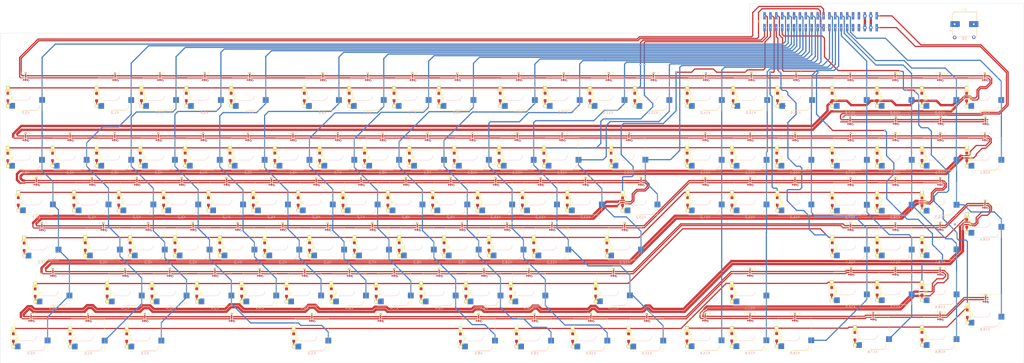
<source format=kicad_pcb>
(kicad_pcb (version 20171130) (host pcbnew "(5.1.10)-1")
  (layers (0 F.Cu signal) (1 PWR power hide) (2 GND power hide) (31 B.Cu signal) (34 B.Paste user) (35 F.Paste user) (36 B.SilkS user) (37 F.SilkS user) (38 B.Mask user) (39 F.Mask user) (44 Edge.Cuts user))
  (net 0 "")
  (net 1 KEY_ROW6)
  (net 2 "Net-(D0,5-Pad2)")
  (net 3 "Net-(D0,4-Pad2)")
  (net 4 "Net-(D0,0-Pad2)")
  (net 5 "Net-(D0,1-Pad2)")
  (net 6 "Net-(D0,2-Pad2)")
  (net 7 "Net-(D0,3-Pad2)")
  (net 8 "Net-(D1,4-Pad2)")
  (net 9 "Net-(D1,5-Pad2)")
  (net 10 "Net-(D1,1-Pad2)")
  (net 11 "Net-(D1,3-Pad2)")
  (net 12 "Net-(D1,2-Pad2)")
  (net 13 "Net-(D1,0-Pad2)")
  (net 14 "Net-(D2,0-Pad2)")
  (net 15 "Net-(D2,1-Pad2)")
  (net 16 "Net-(D3,0-Pad2)")
  (net 17 "Net-(D3,1-Pad2)")
  (net 18 "Net-(D4,0-Pad2)")
  (net 19 "Net-(D5,0-Pad2)")
  (net 20 "Net-(D5,1-Pad2)")
  (net 21 "Net-(D5,2-Pad2)")
  (net 22 "Net-(D6,1-Pad2)")
  (net 23 "Net-(D6,2-Pad2)")
  (net 24 "Net-(D6,0-Pad2)")
  (net 25 "Net-(D7,0-Pad2)")
  (net 26 "Net-(D7,2-Pad2)")
  (net 27 "Net-(D7,1-Pad2)")
  (net 28 "Net-(D8,0-Pad2)")
  (net 29 "Net-(D9,0-Pad2)")
  (net 30 "Net-(D10,3-Pad2)")
  (net 31 GNDPWR)
  (net 32 KEY_COL6)
  (net 33 KEY_COL5)
  (net 34 KEY_COL4)
  (net 35 KEY_COL3)
  (net 36 KEY_COL2)
  (net 37 KEY_COL1)
  (net 38 KEY_COL0)
  (net 39 KEY_COL7)
  (net 40 KEY_COL8)
  (net 41 KEY_COL9)
  (net 42 KEY_COL10)
  (net 43 KEY_COL11)
  (net 44 KEY_COL12)
  (net 45 KEY_COL13)
  (net 46 KEY_COL19)
  (net 47 KEY_COL18)
  (net 48 KEY_COL17)
  (net 49 KEY_COL16)
  (net 50 KEY_COL15)
  (net 51 KEY_COL14)
  (net 52 "Net-(D2,3-Pad2)")
  (net 53 "Net-(D2,4-Pad2)")
  (net 54 "Net-(D2,5-Pad2)")
  (net 55 "Net-(D2,2-Pad2)")
  (net 56 "Net-(D3,5-Pad2)")
  (net 57 "Net-(D3,2-Pad2)")
  (net 58 "Net-(D3,4-Pad2)")
  (net 59 "Net-(D3,3-Pad2)")
  (net 60 "Net-(D4,1-Pad2)")
  (net 61 "Net-(D4,4-Pad2)")
  (net 62 "Net-(D4,2-Pad2)")
  (net 63 "Net-(D4,3-Pad2)")
  (net 64 "Net-(D5,3-Pad2)")
  (net 65 "Net-(D5,4-Pad2)")
  (net 66 "Net-(D6,3-Pad2)")
  (net 67 "Net-(D6,4-Pad2)")
  (net 68 "Net-(D7,4-Pad2)")
  (net 69 "Net-(D7,3-Pad2)")
  (net 70 "Net-(D8,2-Pad2)")
  (net 71 "Net-(D8,1-Pad2)")
  (net 72 "Net-(D8,3-Pad2)")
  (net 73 "Net-(D8,4-Pad2)")
  (net 74 "Net-(D8,5-Pad2)")
  (net 75 "Net-(D9,1-Pad2)")
  (net 76 "Net-(D9,3-Pad2)")
  (net 77 "Net-(D9,4-Pad2)")
  (net 78 "Net-(D9,5-Pad2)")
  (net 79 "Net-(D9,2-Pad2)")
  (net 80 "Net-(D10,0-Pad2)")
  (net 81 "Net-(D10,1-Pad2)")
  (net 82 "Net-(D10,4-Pad2)")
  (net 83 "Net-(D10,5-Pad2)")
  (net 84 "Net-(D10,2-Pad2)")
  (net 85 "Net-(D11,3-Pad2)")
  (net 86 "Net-(D11,0-Pad2)")
  (net 87 "Net-(D11,1-Pad2)")
  (net 88 "Net-(D11,2-Pad2)")
  (net 89 "Net-(D11,4-Pad2)")
  (net 90 "Net-(D11,5-Pad2)")
  (net 91 "Net-(D12,3-Pad2)")
  (net 92 "Net-(D12,0-Pad2)")
  (net 93 "Net-(D12,1-Pad2)")
  (net 94 "Net-(D12,2-Pad2)")
  (net 95 "Net-(D13,2-Pad2)")
  (net 96 "Net-(D13,1-Pad2)")
  (net 97 "Net-(D14,1-Pad2)")
  (net 98 "Net-(D14,0-Pad2)")
  (net 99 "Net-(D14,3-Pad2)")
  (net 100 "Net-(D15,0-Pad2)")
  (net 101 "Net-(D15,3-Pad2)")
  (net 102 "Net-(D15,1-Pad2)")
  (net 103 "Net-(D15,5-Pad2)")
  (net 104 "Net-(D15,6-Pad2)")
  (net 105 "Net-(D16,4-Pad2)")
  (net 106 "Net-(D16,1-Pad2)")
  (net 107 "Net-(D16,0-Pad2)")
  (net 108 "Net-(D16,3-Pad2)")
  (net 109 "Net-(D16,5-Pad2)")
  (net 110 "Net-(D16,6-Pad2)")
  (net 111 "Net-(D17,0-Pad2)")
  (net 112 "Net-(D17,3-Pad2)")
  (net 113 "Net-(D17,1-Pad2)")
  (net 114 "Net-(D17,4-Pad2)")
  (net 115 "Net-(D17,5-Pad2)")
  (net 116 "Net-(D17,6-Pad2)")
  (net 117 "Net-(D18,0-Pad2)")
  (net 118 "Net-(D18,6-Pad2)")
  (net 119 "Net-(D18,4-Pad2)")
  (net 120 "Net-(D18,5-Pad2)")
  (net 121 "Net-(D18,1-Pad2)")
  (net 122 "Net-(D18,3-Pad2)")
  (net 123 "Net-(D19,6-Pad2)")
  (net 124 "Net-(D19,0-Pad2)")
  (net 125 "Net-(D19,4-Pad2)")
  (net 126 "Net-(D19,3-Pad2)")
  (net 127 "Net-(D19,1-Pad2)")
  (net 128 "Net-(D20,0-Pad2)")
  (net 129 "Net-(D20,1-Pad2)")
  (net 130 "Net-(LD0,1-Pad2)")
  (net 131 "Net-(LD0,1-Pad3)")
  (net 132 "Net-(LD0,5-Pad3)")
  (net 133 "Net-(LD0,5-Pad2)")
  (net 134 "Net-(LD0,3-Pad2)")
  (net 135 "Net-(LD0,3-Pad3)")
  (net 136 "Net-(LD0,4-Pad3)")
  (net 137 "Net-(LD0,4-Pad2)")
  (net 138 "Net-(LD0,2-Pad2)")
  (net 139 "Net-(LD0,2-Pad3)")
  (net 140 "Net-(LD0,0-Pad2)")
  (net 141 "Net-(LD0,0-Pad3)")
  (net 142 LED_SCL_ROW0)
  (net 143 LED_SDA_ROW0)
  (net 144 "Net-(LD1,4-Pad2)")
  (net 145 "Net-(LD1,4-Pad3)")
  (net 146 "Net-(LD1,2-Pad3)")
  (net 147 "Net-(LD1,2-Pad2)")
  (net 148 "Net-(LD1,0-Pad2)")
  (net 149 "Net-(LD1,0-Pad3)")
  (net 150 "Net-(LD2,0-Pad3)")
  (net 151 "Net-(LD2,0-Pad2)")
  (net 152 "Net-(LD2,2-Pad2)")
  (net 153 "Net-(LD2,2-Pad3)")
  (net 154 "Net-(LD2,4-Pad3)")
  (net 155 "Net-(LD2,4-Pad2)")
  (net 156 "Net-(LD3,2-Pad3)")
  (net 157 "Net-(LD3,2-Pad2)")
  (net 158 "Net-(LD3,4-Pad3)")
  (net 159 "Net-(LD3,4-Pad2)")
  (net 160 "Net-(LD3,0-Pad2)")
  (net 161 "Net-(LD3,0-Pad3)")
  (net 162 "Net-(LD4,2-Pad2)")
  (net 163 "Net-(LD4,2-Pad3)")
  (net 164 "Net-(LD4,4-Pad3)")
  (net 165 "Net-(LD4,4-Pad2)")
  (net 166 "Net-(LD4,0-Pad3)")
  (net 167 "Net-(LD4,0-Pad2)")
  (net 168 "Net-(LD5,0-Pad2)")
  (net 169 "Net-(LD5,0-Pad3)")
  (net 170 "Net-(LD5,4-Pad2)")
  (net 171 "Net-(LD5,4-Pad3)")
  (net 172 "Net-(LD5,2-Pad3)")
  (net 173 "Net-(LD5,2-Pad2)")
  (net 174 "Net-(LD6,0-Pad3)")
  (net 175 "Net-(LD6,0-Pad2)")
  (net 176 "Net-(LD6,2-Pad3)")
  (net 177 "Net-(LD6,2-Pad2)")
  (net 178 "Net-(LD6,4-Pad3)")
  (net 179 "Net-(LD6,4-Pad2)")
  (net 180 "Net-(LD7,4-Pad2)")
  (net 181 "Net-(LD7,4-Pad3)")
  (net 182 "Net-(LD7,2-Pad2)")
  (net 183 "Net-(LD7,2-Pad3)")
  (net 184 "Net-(LD7,0-Pad2)")
  (net 185 "Net-(LD7,0-Pad3)")
  (net 186 "Net-(LD8,4-Pad3)")
  (net 187 "Net-(LD8,4-Pad2)")
  (net 188 "Net-(LD8,2-Pad2)")
  (net 189 "Net-(LD8,2-Pad3)")
  (net 190 "Net-(LD8,0-Pad3)")
  (net 191 "Net-(LD8,0-Pad2)")
  (net 192 "Net-(LD10,0-Pad5)")
  (net 193 "Net-(LD10,0-Pad4)")
  (net 194 "Net-(LD10,3-Pad4)")
  (net 195 "Net-(LD10,3-Pad5)")
  (net 196 "Net-(LD10,2-Pad4)")
  (net 197 "Net-(LD10,2-Pad5)")
  (net 198 "Net-(LD10,1-Pad5)")
  (net 199 "Net-(LD10,1-Pad4)")
  (net 200 "Net-(LD10,4-Pad5)")
  (net 201 "Net-(LD10,4-Pad4)")
  (net 202 "Net-(LD10,5-Pad4)")
  (net 203 "Net-(LD10,5-Pad5)")
  (net 204 "Net-(LD10,1-Pad3)")
  (net 205 "Net-(LD10,1-Pad2)")
  (net 206 "Net-(LD10,4-Pad3)")
  (net 207 "Net-(LD10,4-Pad2)")
  (net 208 "Net-(LD10,5-Pad2)")
  (net 209 "Net-(LD10,5-Pad3)")
  (net 210 "Net-(LD10,3-Pad2)")
  (net 211 "Net-(LD10,3-Pad3)")
  (net 212 "Net-(LD10,2-Pad2)")
  (net 213 "Net-(LD10,2-Pad3)")
  (net 214 "Net-(LD10,0-Pad3)")
  (net 215 "Net-(LD10,0-Pad2)")
  (net 216 "Net-(LD11,2-Pad3)")
  (net 217 "Net-(LD11,2-Pad2)")
  (net 218 "Net-(LD11,0-Pad2)")
  (net 219 "Net-(LD11,0-Pad3)")
  (net 220 "Net-(LD11,4-Pad2)")
  (net 221 "Net-(LD11,4-Pad3)")
  (net 222 "Net-(LD12,0-Pad2)")
  (net 223 "Net-(LD12,0-Pad3)")
  (net 224 "Net-(LD12,2-Pad2)")
  (net 225 "Net-(LD12,2-Pad3)")
  (net 226 "Net-(LD14,6-Pad3)")
  (net 227 "Net-(LD14,6-Pad2)")
  (net 228 "Net-(LD14,0-Pad3)")
  (net 229 "Net-(LD14,0-Pad2)")
  (net 230 "Net-(LD14,3-Pad3)")
  (net 231 "Net-(LD14,3-Pad2)")
  (net 232 "Net-(LD15,6-Pad3)")
  (net 233 "Net-(LD15,6-Pad2)")
  (net 234 "Net-(LD15,0-Pad2)")
  (net 235 "Net-(LD15,0-Pad3)")
  (net 236 "Net-(LD16,0-Pad3)")
  (net 237 "Net-(LD16,0-Pad2)")
  (net 238 "Net-(LD16,6-Pad2)")
  (net 239 "Net-(LD16,6-Pad3)")
  (net 240 "Net-(LD16,4-Pad3)")
  (net 241 "Net-(LD16,4-Pad2)")
  (net 242 "Net-(LD17,0-Pad2)")
  (net 243 "Net-(LD17,0-Pad3)")
  (net 244 "Net-(LD17,6-Pad3)")
  (net 245 "Net-(LD17,6-Pad2)")
  (net 246 "Net-(LD17,4-Pad2)")
  (net 247 "Net-(LD17,4-Pad3)")
  (net 248 "Net-(LD18,6-Pad2)")
  (net 249 "Net-(LD18,6-Pad3)")
  (net 250 "Net-(LD18,0-Pad3)")
  (net 251 "Net-(LD18,0-Pad2)")
  (net 252 "Net-(LD18,4-Pad3)")
  (net 253 "Net-(LD18,4-Pad2)")
  (net 254 "Net-(LD19,0-Pad2)")
  (net 255 "Net-(LD19,0-Pad3)")
  (net 256 MAIN_VBUS)
  (net 257 KEY_ROW5)
  (net 258 KEY_ROW4)
  (net 259 KEY_ROW3)
  (net 260 KEY_ROW2)
  (net 261 KEY_ROW1)
  (net 262 KEY_ROW0)
  (net 263 "Net-(LD17,7-Pad2)")
  (net 264 "Net-(LD17,7-Pad3)")
  (net 265 "Net-(LD18,7-Pad3)")
  (net 266 "Net-(LD18,7-Pad2)")
  (net 267 "Net-(LD19,7-Pad2)")
  (net 268 "Net-(LD19,7-Pad3)")
  (net 269 "Net-(D14,6-Pad2)")
  (net 270 KEY_COL20)
  (net 271 "Net-(LD0,5-Pad5)")
  (net 272 "Net-(LD0,5-Pad4)")
  (net 273 "Net-(LD0,1-Pad5)")
  (net 274 "Net-(LD0,1-Pad4)")
  (net 275 "Net-(LD0,3-Pad5)")
  (net 276 "Net-(LD0,3-Pad4)")
  (net 277 "Net-(LD3,5,1-Pad2)")
  (net 278 "Net-(LD3,5,1-Pad3)")
  (net 279 "Net-(LD3,5,1-Pad5)")
  (net 280 "Net-(LD3,5,1-Pad4)")
  (net 281 LED_SCL_STATUS0)
  (net 282 LED_SDA_STATUS0)
  (net 283 "Net-(LD0,2-Pad5)")
  (net 284 "Net-(LD0,2-Pad4)")
  (net 285 "Net-(LD1,1-Pad2)")
  (net 286 "Net-(LD1,1-Pad3)")
  (net 287 "Net-(LD2,1-Pad2)")
  (net 288 "Net-(LD2,1-Pad3)")
  (net 289 "Net-(LD3,1-Pad2)")
  (net 290 "Net-(LD3,1-Pad3)")
  (net 291 "Net-(LD4,1-Pad2)")
  (net 292 "Net-(LD4,1-Pad3)")
  (net 293 "Net-(LD5,1-Pad2)")
  (net 294 "Net-(LD5,1-Pad3)")
  (net 295 "Net-(LD6,1-Pad2)")
  (net 296 "Net-(LD6,1-Pad3)")
  (net 297 "Net-(LD7,1-Pad2)")
  (net 298 "Net-(LD7,1-Pad3)")
  (net 299 "Net-(LD8,1-Pad2)")
  (net 300 "Net-(LD8,1-Pad3)")
  (net 301 "Net-(LD11,1-Pad2)")
  (net 302 "Net-(LD11,1-Pad3)")
  (net 303 "Net-(LD12,1-Pad2)")
  (net 304 "Net-(LD12,1-Pad3)")
  (net 305 "Net-(LD13,1-Pad2)")
  (net 306 "Net-(LD13,1-Pad3)")
  (net 307 "Net-(LD14,1-Pad2)")
  (net 308 "Net-(LD14,1-Pad3)")
  (net 309 "Net-(LD15,1-Pad2)")
  (net 310 "Net-(LD15,1-Pad3)")
  (net 311 "Net-(LD16,1-Pad2)")
  (net 312 "Net-(LD16,1-Pad3)")
  (net 313 "Net-(LD17,1-Pad2)")
  (net 314 "Net-(LD17,1-Pad3)")
  (net 315 "Net-(LD18,1-Pad2)")
  (net 316 "Net-(LD18,1-Pad3)")
  (net 317 "Net-(LD19,1-Pad2)")
  (net 318 "Net-(LD19,1-Pad3)")
  (net 319 "Net-(LD0,4-Pad5)")
  (net 320 "Net-(LD0,4-Pad4)")
  (net 321 "Net-(LD1,3-Pad2)")
  (net 322 "Net-(LD1,3-Pad3)")
  (net 323 "Net-(LD1,5-Pad2)")
  (net 324 "Net-(LD1,5-Pad3)")
  (net 325 "Net-(LD2,3-Pad2)")
  (net 326 "Net-(LD2,3-Pad3)")
  (net 327 "Net-(LD2,5-Pad2)")
  (net 328 "Net-(LD2,5-Pad3)")
  (net 329 "Net-(LD3,5,0-Pad2)")
  (net 330 "Net-(LD3,5,0-Pad3)")
  (net 331 "Net-(LD3,3-Pad2)")
  (net 332 "Net-(LD3,3-Pad3)")
  (net 333 "Net-(LD4,3-Pad2)")
  (net 334 "Net-(LD4,3-Pad3)")
  (net 335 "Net-(LD5,3-Pad2)")
  (net 336 "Net-(LD5,3-Pad3)")
  (net 337 "Net-(LD6,3-Pad2)")
  (net 338 "Net-(LD6,3-Pad3)")
  (net 339 "Net-(LD7,3-Pad2)")
  (net 340 "Net-(LD7,3-Pad3)")
  (net 341 "Net-(LD8,5-Pad2)")
  (net 342 "Net-(LD8,5-Pad3)")
  (net 343 "Net-(LD8,3-Pad2)")
  (net 344 "Net-(LD8,3-Pad3)")
  (net 345 "Net-(LD11,5-Pad2)")
  (net 346 "Net-(LD11,5-Pad3)")
  (net 347 "Net-(LD11,3-Pad2)")
  (net 348 "Net-(LD11,3-Pad3)")
  (net 349 "Net-(LD12,3-Pad2)")
  (net 350 "Net-(LD12,3-Pad3)")
  (net 351 "Net-(LD14,6-Pad5)")
  (net 352 "Net-(LD14,6-Pad4)")
  (net 353 "Net-(LD15,5-Pad2)")
  (net 354 "Net-(LD15,5-Pad3)")
  (net 355 "Net-(LD15,3-Pad2)")
  (net 356 "Net-(LD15,3-Pad3)")
  (net 357 "Net-(LD16,5-Pad2)")
  (net 358 "Net-(LD16,5-Pad3)")
  (net 359 "Net-(LD16,3-Pad2)")
  (net 360 "Net-(LD16,3-Pad3)")
  (net 361 "Net-(LD17,5-Pad2)")
  (net 362 "Net-(LD17,5-Pad3)")
  (net 363 "Net-(LD17,3-Pad2)")
  (net 364 "Net-(LD17,3-Pad3)")
  (net 365 "Net-(LD18,3-Pad2)")
  (net 366 "Net-(LD18,3-Pad3)")
  (net 367 "Net-(LD19,6-Pad2)")
  (net 368 "Net-(LD19,6-Pad3)")
  (net 369 "Net-(LD20,7-Pad2)")
  (net 370 "Net-(LD20,7-Pad3)")
  (net 371 "Net-(J1-Pad31)")
  (net 372 "Net-(J1-Pad32)")
  (net 373 "Net-(J1-Pad33)")
  (net 374 "Net-(J1-Pad34)")
  (module Custom_pico:PinHeader_2x20_P2.54mm_Vertical_SMD_doublesided (layer F.Cu) (at 368.4016 24.3332 90)
    (fp_text reference J1 (at 0 -26.46 90) (layer F.SilkS))
    (fp_text value Conn_02x20_Top_Bottom)
    (pad 31 smd rect (at -2.52476 13.97 270) (size 3.15 1) (layers F.Cu F.Paste F.Mask) (net 371 "Net-(J1-Pad31)"))
    (pad 36 smd rect (at 2.525 19.05 270) (size 3.15 1) (layers B.Cu B.Paste B.Mask) (net 31 GNDPWR))
    (pad 35 smd rect (at -2.525 19.05 270) (size 3.15 1) (layers B.Cu B.Paste B.Mask) (net 31 GNDPWR))
    (pad 39 smd rect (at -2.52476 24.13 90) (size 3.15 1) (layers B.Cu B.Paste B.Mask) (net 282 LED_SDA_STATUS0))
    (pad 37 smd rect (at -2.525 21.59 270) (size 3.15 1) (layers B.Cu B.Paste B.Mask) (net 256 MAIN_VBUS))
    (pad 38 smd rect (at 2.525 21.59 270) (size 3.15 1) (layers B.Cu B.Paste B.Mask) (net 256 MAIN_VBUS))
    (pad 34 smd rect (at 2.525 16.51 270) (size 3.15 1) (layers B.Cu B.Paste B.Mask) (net 374 "Net-(J1-Pad34)"))
    (pad 30 smd rect (at 2.525 11.43 270) (size 3.15 1) (layers B.Cu B.Paste B.Mask) (net 270 KEY_COL20))
    (pad 32 smd rect (at 2.525 13.97 270) (size 3.15 1) (layers B.Cu B.Paste B.Mask) (net 372 "Net-(J1-Pad32)"))
    (pad 33 smd rect (at -2.525 16.51 270) (size 3.15 1) (layers B.Cu B.Paste B.Mask) (net 373 "Net-(J1-Pad33)"))
    (pad 40 smd rect (at 2.525 24.13 270) (size 3.15 1) (layers B.Cu B.Paste B.Mask) (net 281 LED_SCL_STATUS0))
    (pad 24 smd rect (at 2.525 3.81 270) (size 3.15 1) (layers B.Cu B.Paste B.Mask) (net 51 KEY_COL14))
    (pad 28 smd rect (at 2.525 8.89 270) (size 3.15 1) (layers B.Cu B.Paste B.Mask) (net 47 KEY_COL18))
    (pad 27 smd rect (at -2.525 8.89 270) (size 3.15 1) (layers B.Cu B.Paste B.Mask) (net 48 KEY_COL17))
    (pad 25 smd rect (at -2.525 6.35 270) (size 3.15 1) (layers B.Cu B.Paste B.Mask) (net 50 KEY_COL15))
    (pad 23 smd rect (at -2.525 3.81 270) (size 3.15 1) (layers B.Cu B.Paste B.Mask) (net 45 KEY_COL13))
    (pad 7 smd rect (at -2.525 -16.51 270) (size 3.15 1) (layers B.Cu B.Paste B.Mask) (net 1 KEY_ROW6))
    (pad 17 smd rect (at -2.525 -3.81 270) (size 3.15 1) (layers B.Cu B.Paste B.Mask) (net 41 KEY_COL9))
    (pad 20 smd rect (at 2.525 -1.27 270) (size 3.15 1) (layers B.Cu B.Paste B.Mask) (net 44 KEY_COL12))
    (pad 12 smd rect (at 2.525 -11.43 270) (size 3.15 1) (layers B.Cu B.Paste B.Mask) (net 34 KEY_COL4))
    (pad 9 smd rect (at -2.525 -13.97 270) (size 3.15 1) (layers B.Cu B.Paste B.Mask) (net 37 KEY_COL1))
    (pad 6 smd rect (at 2.525 -19.05 270) (size 3.15 1) (layers B.Cu B.Paste B.Mask) (net 257 KEY_ROW5))
    (pad 19 smd rect (at -2.525 -1.27 270) (size 3.15 1) (layers B.Cu B.Paste B.Mask) (net 43 KEY_COL11))
    (pad 18 smd rect (at 2.525 -3.81 270) (size 3.15 1) (layers B.Cu B.Paste B.Mask) (net 42 KEY_COL10))
    (pad 16 smd rect (at 2.525 -6.35 90) (size 3.15 1) (layers F.Cu F.Paste F.Mask) (net 40 KEY_COL8))
    (pad 5 smd rect (at -2.525 -19.05 270) (size 3.15 1) (layers B.Cu B.Paste B.Mask) (net 258 KEY_ROW4))
    (pad 15 smd rect (at -2.525 -6.35 270) (size 3.15 1) (layers B.Cu B.Paste B.Mask) (net 39 KEY_COL7))
    (pad 22 smd rect (at 2.525 1.27 270) (size 3.15 1) (layers B.Cu B.Paste B.Mask) (net 142 LED_SCL_ROW0))
    (pad 11 smd rect (at -2.525 -11.43 270) (size 3.15 1) (layers B.Cu B.Paste B.Mask) (net 35 KEY_COL3))
    (pad 21 smd rect (at -2.525 1.27 270) (size 3.15 1) (layers B.Cu B.Paste B.Mask) (net 143 LED_SDA_ROW0))
    (pad 14 smd rect (at 2.525 -8.89 270) (size 3.15 1) (layers B.Cu B.Paste B.Mask) (net 32 KEY_COL6))
    (pad 13 smd rect (at -2.525 -8.89 270) (size 3.15 1) (layers B.Cu B.Paste B.Mask) (net 33 KEY_COL5))
    (pad 4 smd rect (at 2.525 -21.59 270) (size 3.15 1) (layers B.Cu B.Paste B.Mask) (net 259 KEY_ROW3))
    (pad 3 smd rect (at -2.525 -21.59 270) (size 3.15 1) (layers B.Cu B.Paste B.Mask) (net 260 KEY_ROW2))
    (pad 26 smd rect (at 2.525 6.35 270) (size 3.15 1) (layers B.Cu B.Paste B.Mask) (net 49 KEY_COL16))
    (pad 10 smd rect (at 2.525 -13.97 270) (size 3.15 1) (layers B.Cu B.Paste B.Mask) (net 36 KEY_COL2))
    (pad 8 smd rect (at 2.525 -16.51 270) (size 3.15 1) (layers B.Cu B.Paste B.Mask) (net 38 KEY_COL0))
    (pad 29 smd rect (at -2.525 11.43 270) (size 3.15 1) (layers B.Cu B.Paste B.Mask) (net 46 KEY_COL19))
    (pad 2 smd rect (at 2.525 -24.13 270) (size 3.15 1) (layers B.Cu B.Paste B.Mask) (net 261 KEY_ROW1))
    (pad 1 smd rect (at -2.52476 -24.13 90) (size 3.15 1) (layers B.Cu B.Paste B.Mask) (net 262 KEY_ROW0))
    (pad 40 smd rect (at 2.525 24.13 90) (size 3.15 1) (layers F.Cu F.Paste F.Mask) (net 281 LED_SCL_STATUS0))
    (pad 39 smd rect (at -2.525 24.13 90) (size 3.15 1) (layers F.Cu F.Paste F.Mask) (net 282 LED_SDA_STATUS0))
    (pad 38 smd rect (at 2.525 21.59 90) (size 3.15 1) (layers F.Cu F.Paste F.Mask) (net 256 MAIN_VBUS))
    (pad 37 smd rect (at -2.525 21.59 90) (size 3.15 1) (layers F.Cu F.Paste F.Mask) (net 256 MAIN_VBUS))
    (pad 36 smd rect (at 2.525 19.05 90) (size 3.15 1) (layers F.Cu F.Paste F.Mask) (net 31 GNDPWR))
    (pad 35 smd rect (at -2.525 19.05 90) (size 3.15 1) (layers F.Cu F.Paste F.Mask) (net 31 GNDPWR))
    (pad 34 smd rect (at 2.525 16.51 90) (size 3.15 1) (layers F.Cu F.Paste F.Mask) (net 374 "Net-(J1-Pad34)"))
    (pad 33 smd rect (at -2.525 16.51 90) (size 3.15 1) (layers F.Cu F.Paste F.Mask) (net 373 "Net-(J1-Pad33)"))
    (pad 32 smd rect (at 2.525 13.97 90) (size 3.15 1) (layers F.Cu F.Paste F.Mask) (net 372 "Net-(J1-Pad32)"))
    (pad 31 smd rect (at -2.525 13.97 270) (size 3.15 1) (layers B.Cu B.Paste B.Mask) (net 371 "Net-(J1-Pad31)"))
    (pad 30 smd rect (at 2.525 11.43 90) (size 3.15 1) (layers F.Cu F.Paste F.Mask) (net 270 KEY_COL20))
    (pad 29 smd rect (at -2.525 11.43 90) (size 3.15 1) (layers F.Cu F.Paste F.Mask) (net 46 KEY_COL19))
    (pad 28 smd rect (at 2.525 8.89 90) (size 3.15 1) (layers F.Cu F.Paste F.Mask) (net 47 KEY_COL18))
    (pad 27 smd rect (at -2.525 8.89 90) (size 3.15 1) (layers F.Cu F.Paste F.Mask) (net 48 KEY_COL17))
    (pad 26 smd rect (at 2.525 6.35 90) (size 3.15 1) (layers F.Cu F.Paste F.Mask) (net 49 KEY_COL16))
    (pad 25 smd rect (at -2.525 6.35 90) (size 3.15 1) (layers F.Cu F.Paste F.Mask) (net 50 KEY_COL15))
    (pad 24 smd rect (at 2.525 3.81 90) (size 3.15 1) (layers F.Cu F.Paste F.Mask) (net 51 KEY_COL14))
    (pad 23 smd rect (at -2.525 3.81 90) (size 3.15 1) (layers F.Cu F.Paste F.Mask) (net 45 KEY_COL13))
    (pad 22 smd rect (at 2.525 1.27 90) (size 3.15 1) (layers F.Cu F.Paste F.Mask) (net 142 LED_SCL_ROW0))
    (pad 21 smd rect (at -2.525 1.27 90) (size 3.15 1) (layers F.Cu F.Paste F.Mask) (net 143 LED_SDA_ROW0))
    (pad 20 smd rect (at 2.525 -1.27 90) (size 3.15 1) (layers F.Cu F.Paste F.Mask) (net 44 KEY_COL12))
    (pad 19 smd rect (at -2.525 -1.27 90) (size 3.15 1) (layers F.Cu F.Paste F.Mask) (net 43 KEY_COL11))
    (pad 18 smd rect (at 2.525 -3.81 90) (size 3.15 1) (layers F.Cu F.Paste F.Mask) (net 42 KEY_COL10))
    (pad 17 smd rect (at -2.525 -3.81 90) (size 3.15 1) (layers F.Cu F.Paste F.Mask) (net 41 KEY_COL9))
    (pad 16 smd rect (at 2.525 -6.35 270) (size 3.15 1) (layers B.Cu B.Paste B.Mask) (net 40 KEY_COL8))
    (pad 15 smd rect (at -2.525 -6.35 90) (size 3.15 1) (layers F.Cu F.Paste F.Mask) (net 39 KEY_COL7))
    (pad 14 smd rect (at 2.525 -8.89 90) (size 3.15 1) (layers F.Cu F.Paste F.Mask) (net 32 KEY_COL6))
    (pad 13 smd rect (at -2.525 -8.89 90) (size 3.15 1) (layers F.Cu F.Paste F.Mask) (net 33 KEY_COL5))
    (pad 12 smd rect (at 2.525 -11.43 90) (size 3.15 1) (layers F.Cu F.Paste F.Mask) (net 34 KEY_COL4))
    (pad 11 smd rect (at -2.525 -11.43 90) (size 3.15 1) (layers F.Cu F.Paste F.Mask) (net 35 KEY_COL3))
    (pad 10 smd rect (at 2.525 -13.97 90) (size 3.15 1) (layers F.Cu F.Paste F.Mask) (net 36 KEY_COL2))
    (pad 9 smd rect (at -2.525 -13.97 90) (size 3.15 1) (layers F.Cu F.Paste F.Mask) (net 37 KEY_COL1))
    (pad 8 smd rect (at 2.525 -16.51 90) (size 3.15 1) (layers F.Cu F.Paste F.Mask) (net 38 KEY_COL0))
    (pad 7 smd rect (at -2.525 -16.51 90) (size 3.15 1) (layers F.Cu F.Paste F.Mask) (net 1 KEY_ROW6))
    (pad 6 smd rect (at 2.525 -19.05 90) (size 3.15 1) (layers F.Cu F.Paste F.Mask) (net 257 KEY_ROW5))
    (pad 5 smd rect (at -2.525 -19.05 90) (size 3.15 1) (layers F.Cu F.Paste F.Mask) (net 258 KEY_ROW4))
    (pad 4 smd rect (at 2.525 -21.59 90) (size 3.15 1) (layers F.Cu F.Paste F.Mask) (net 259 KEY_ROW3))
    (pad 3 smd rect (at -2.525 -21.59 90) (size 3.15 1) (layers F.Cu F.Paste F.Mask) (net 260 KEY_ROW2))
    (pad 2 smd rect (at 2.525 -24.13 90) (size 3.15 1) (layers F.Cu F.Paste F.Mask) (net 261 KEY_ROW1))
    (pad 1 smd rect (at -2.525 -24.13 90) (size 3.15 1) (layers F.Cu F.Paste F.Mask) (net 262 KEY_ROW0))
  )
  (module Capacitor_SMD:CP_Elec_10x10 (layer F.Cu) (at 430.2887 25.3746)
    (fp_text reference C6 (at 0 -6.2) (layer F.SilkS))
    (fp_text value EEE-FN1C102UV)
    (pad 1 smd roundrect (at -4 0) (size 4 2.5) (layers F.Cu F.Paste F.Mask) (roundrect_rratio 0.1) (net 256 MAIN_VBUS))
    (pad 2 smd roundrect (at 4 0) (size 4 2.5) (layers F.Cu F.Paste F.Mask) (roundrect_rratio 0.1) (net 31 GNDPWR))
  )
  (module Custom_pico:LED-APA102-2020 (layer F.Cu) (at 26.2382 48.514 180)
    (fp_text reference LD0,0 (at 0 2.11) (layer F.SilkS))
    (fp_text value "APA102 2020")
    (fp_text user 1 (at -1.7 -0.9) (layer F.SilkS) (effects (font (size 0.6 0.6) (thickness 0.1))))
    (pad 1 thru_hole circle (at -1.143 -1.143 180) (size 0.8 0.8) (drill 0.4) (layers *.Cu *.Mask) (net 256 MAIN_VBUS))
    (pad 6 thru_hole circle (at 0 2.032 180) (size 0.8 0.8) (drill 0.4) (layers *.Cu *.Mask) (net 31 GNDPWR))
    (pad 6 smd rect (at 0 0.99 270) (size 2.18 0.5) (layers F.Cu F.Paste F.Mask) (net 31 GNDPWR))
    (pad 8 smd rect (at 0 -0.83 270) (size 1 0.5) (layers F.Cu F.Paste F.Mask))
    (pad 7 smd rect (at 0.85 -0.9 180) (size 0.8 0.5) (layers F.Cu F.Paste F.Mask))
    (pad 4 smd rect (at 0.85 0.9 180) (size 0.8 0.5) (layers F.Cu F.Paste F.Mask) (net 143 LED_SDA_ROW0))
    (pad 5 smd rect (at 0.85 0 180) (size 0.8 0.3) (layers F.Cu F.Paste F.Mask) (net 142 LED_SCL_ROW0))
    (pad 3 smd rect (at -0.85 0.9 180) (size 0.8 0.5) (layers F.Cu F.Paste F.Mask) (net 141 "Net-(LD0,0-Pad3)"))
    (pad 2 smd rect (at -0.85 0 180) (size 0.8 0.3) (layers F.Cu F.Paste F.Mask) (net 140 "Net-(LD0,0-Pad2)"))
    (pad 1 smd rect (at -0.85 -0.9 180) (size 0.8 0.5) (layers F.Cu F.Paste F.Mask) (net 256 MAIN_VBUS))
  )
  (module Custom_pico:LED-APA102-2020 (layer F.Cu) (at 178.9557 152.3492 180)
    (fp_text reference LD3,5,1 (at 0 2.11) (layer F.SilkS))
    (fp_text value "APA102 2020")
    (fp_text user 1 (at -1.7 -0.9) (layer F.SilkS) (effects (font (size 0.6 0.6) (thickness 0.1))))
    (pad 1 thru_hole circle (at -1.143 -1.143 180) (size 0.8 0.8) (drill 0.4) (layers *.Cu *.Mask) (net 256 MAIN_VBUS))
    (pad 6 thru_hole circle (at 0 2.032 180) (size 0.8 0.8) (drill 0.4) (layers *.Cu *.Mask) (net 31 GNDPWR))
    (pad 6 smd rect (at 0 0.99 270) (size 2.18 0.5) (layers F.Cu F.Paste F.Mask) (net 31 GNDPWR))
    (pad 8 smd rect (at 0 -0.83 270) (size 1 0.5) (layers F.Cu F.Paste F.Mask))
    (pad 7 smd rect (at 0.85 -0.9 180) (size 0.8 0.5) (layers F.Cu F.Paste F.Mask))
    (pad 4 smd rect (at 0.85 0.9 180) (size 0.8 0.5) (layers F.Cu F.Paste F.Mask) (net 280 "Net-(LD3,5,1-Pad4)"))
    (pad 5 smd rect (at 0.85 0 180) (size 0.8 0.3) (layers F.Cu F.Paste F.Mask) (net 279 "Net-(LD3,5,1-Pad5)"))
    (pad 3 smd rect (at -0.85 0.9 180) (size 0.8 0.5) (layers F.Cu F.Paste F.Mask) (net 278 "Net-(LD3,5,1-Pad3)"))
    (pad 2 smd rect (at -0.85 0 180) (size 0.8 0.3) (layers F.Cu F.Paste F.Mask) (net 277 "Net-(LD3,5,1-Pad2)"))
    (pad 1 smd rect (at -0.85 -0.9 180) (size 0.8 0.5) (layers F.Cu F.Paste F.Mask) (net 256 MAIN_VBUS))
  )
  (module Custom_pico:LED-APA102-2020 (layer F.Cu) (at 114.8588 152.3619 180)
    (fp_text reference LD3,5,0 (at 0 2.11) (layer F.SilkS))
    (fp_text value "APA102 2020")
    (fp_text user 1 (at -1.7 -0.9) (layer F.SilkS) (effects (font (size 0.6 0.6) (thickness 0.1))))
    (pad 1 thru_hole circle (at -1.143 -1.143 180) (size 0.8 0.8) (drill 0.4) (layers *.Cu *.Mask) (net 256 MAIN_VBUS))
    (pad 6 thru_hole circle (at 0 2.032 180) (size 0.8 0.8) (drill 0.4) (layers *.Cu *.Mask) (net 31 GNDPWR))
    (pad 6 smd rect (at 0 0.99 270) (size 2.18 0.5) (layers F.Cu F.Paste F.Mask) (net 31 GNDPWR))
    (pad 8 smd rect (at 0 -0.83 270) (size 1 0.5) (layers F.Cu F.Paste F.Mask))
    (pad 7 smd rect (at 0.85 -0.9 180) (size 0.8 0.5) (layers F.Cu F.Paste F.Mask))
    (pad 4 smd rect (at 0.85 0.9 180) (size 0.8 0.5) (layers F.Cu F.Paste F.Mask) (net 328 "Net-(LD2,5-Pad3)"))
    (pad 5 smd rect (at 0.85 0 180) (size 0.8 0.3) (layers F.Cu F.Paste F.Mask) (net 327 "Net-(LD2,5-Pad2)"))
    (pad 3 smd rect (at -0.85 0.9 180) (size 0.8 0.5) (layers F.Cu F.Paste F.Mask) (net 330 "Net-(LD3,5,0-Pad3)"))
    (pad 2 smd rect (at -0.85 0 180) (size 0.8 0.3) (layers F.Cu F.Paste F.Mask) (net 329 "Net-(LD3,5,0-Pad2)"))
    (pad 1 smd rect (at -0.85 -0.9 180) (size 0.8 0.5) (layers F.Cu F.Paste F.Mask) (net 256 MAIN_VBUS))
  )
  (module Custom_pico:LED-APA102-2020 (layer F.Cu) (at 439.3311 67.4751 180)
    (fp_text reference LD20,7 (at 0 2.11 180) (layer F.SilkS))
    (fp_text value "APA102 2020")
    (fp_text user 1 (at -1.7 -0.9 180) (layer F.SilkS) (effects (font (size 0.6 0.6) (thickness 0.1))))
    (pad 1 thru_hole circle (at -1.143 -1.143 180) (size 0.8 0.8) (drill 0.4) (layers *.Cu *.Mask) (net 256 MAIN_VBUS))
    (pad 6 thru_hole circle (at 0 2.032 180) (size 0.8 0.8) (drill 0.4) (layers *.Cu *.Mask) (net 31 GNDPWR))
    (pad 6 smd rect (at 0 0.99 270) (size 2.18 0.5) (layers F.Cu F.Paste F.Mask) (net 31 GNDPWR))
    (pad 8 smd rect (at 0 -0.83 270) (size 1 0.5) (layers F.Cu F.Paste F.Mask))
    (pad 7 smd rect (at 0.85 -0.9 180) (size 0.8 0.5) (layers F.Cu F.Paste F.Mask))
    (pad 4 smd rect (at 0.85 0.9 180) (size 0.8 0.5) (layers F.Cu F.Paste F.Mask) (net 268 "Net-(LD19,7-Pad3)"))
    (pad 5 smd rect (at 0.85 0 180) (size 0.8 0.3) (layers F.Cu F.Paste F.Mask) (net 267 "Net-(LD19,7-Pad2)"))
    (pad 3 smd rect (at -0.85 0.9 180) (size 0.8 0.5) (layers F.Cu F.Paste F.Mask) (net 370 "Net-(LD20,7-Pad3)"))
    (pad 2 smd rect (at -0.85 0 180) (size 0.8 0.3) (layers F.Cu F.Paste F.Mask) (net 369 "Net-(LD20,7-Pad2)"))
    (pad 1 smd rect (at -0.85 -0.9 180) (size 0.8 0.5) (layers F.Cu F.Paste F.Mask) (net 256 MAIN_VBUS))
  )
  (module Custom_pico:LED-APA102-2020 (layer F.Cu) (at 439.0771 48.5648 180)
    (fp_text reference LD20,0 (at 0 2.11 180) (layer F.SilkS))
    (fp_text value "APA102 2020")
    (fp_text user 1 (at -1.7 -0.9 180) (layer F.SilkS) (effects (font (size 0.6 0.6) (thickness 0.1))))
    (pad 1 thru_hole circle (at -1.143 -1.143 180) (size 0.8 0.8) (drill 0.4) (layers *.Cu *.Mask) (net 256 MAIN_VBUS))
    (pad 6 thru_hole circle (at 0 2.032 180) (size 0.8 0.8) (drill 0.4) (layers *.Cu *.Mask) (net 31 GNDPWR))
    (pad 6 smd rect (at 0 0.99 270) (size 2.18 0.5) (layers F.Cu F.Paste F.Mask) (net 31 GNDPWR))
    (pad 8 smd rect (at 0 -0.83 270) (size 1 0.5) (layers F.Cu F.Paste F.Mask))
    (pad 7 smd rect (at 0.85 -0.9 180) (size 0.8 0.5) (layers F.Cu F.Paste F.Mask))
    (pad 4 smd rect (at 0.85 0.9 180) (size 0.8 0.5) (layers F.Cu F.Paste F.Mask) (net 255 "Net-(LD19,0-Pad3)"))
    (pad 5 smd rect (at 0.85 0 180) (size 0.8 0.3) (layers F.Cu F.Paste F.Mask) (net 254 "Net-(LD19,0-Pad2)"))
    (pad 3 smd rect (at -0.85 0.9 180) (size 0.8 0.5) (layers F.Cu F.Paste F.Mask) (net 274 "Net-(LD0,1-Pad4)"))
    (pad 2 smd rect (at -0.85 0 180) (size 0.8 0.3) (layers F.Cu F.Paste F.Mask) (net 273 "Net-(LD0,1-Pad5)"))
    (pad 1 smd rect (at -0.85 -0.9 180) (size 0.8 0.5) (layers F.Cu F.Paste F.Mask) (net 256 MAIN_VBUS))
  )
  (module Custom_pico:LED-APA102-2020 (layer F.Cu) (at 439.1406 74.4601 180)
    (fp_text reference LD20,1 (at 0 2.11 180) (layer F.SilkS))
    (fp_text value "APA102 2020")
    (fp_text user 1 (at -1.7 -0.9 180) (layer F.SilkS) (effects (font (size 0.6 0.6) (thickness 0.1))))
    (pad 1 thru_hole circle (at -1.143 -1.143 180) (size 0.8 0.8) (drill 0.4) (layers *.Cu *.Mask) (net 256 MAIN_VBUS))
    (pad 6 thru_hole circle (at 0 2.032 180) (size 0.8 0.8) (drill 0.4) (layers *.Cu *.Mask) (net 31 GNDPWR))
    (pad 6 smd rect (at 0 0.99 270) (size 2.18 0.5) (layers F.Cu F.Paste F.Mask) (net 31 GNDPWR))
    (pad 8 smd rect (at 0 -0.83 270) (size 1 0.5) (layers F.Cu F.Paste F.Mask))
    (pad 7 smd rect (at 0.85 -0.9 180) (size 0.8 0.5) (layers F.Cu F.Paste F.Mask))
    (pad 4 smd rect (at 0.85 0.9 180) (size 0.8 0.5) (layers F.Cu F.Paste F.Mask) (net 318 "Net-(LD19,1-Pad3)"))
    (pad 5 smd rect (at 0.85 0 180) (size 0.8 0.3) (layers F.Cu F.Paste F.Mask) (net 317 "Net-(LD19,1-Pad2)"))
    (pad 3 smd rect (at -0.85 0.9 180) (size 0.8 0.5) (layers F.Cu F.Paste F.Mask) (net 284 "Net-(LD0,2-Pad4)"))
    (pad 2 smd rect (at -0.85 0 180) (size 0.8 0.3) (layers F.Cu F.Paste F.Mask) (net 283 "Net-(LD0,2-Pad5)"))
    (pad 1 smd rect (at -0.85 -0.9 180) (size 0.8 0.5) (layers F.Cu F.Paste F.Mask) (net 256 MAIN_VBUS))
  )
  (module Custom_pico:LED-APA102-2020 (layer F.Cu) (at 439.3946 144.1196 180)
    (fp_text reference LD19,6 (at 0 2.11 180) (layer F.SilkS))
    (fp_text value "APA102 2020")
    (fp_text user 1 (at -1.7 -0.9 180) (layer F.SilkS) (effects (font (size 0.6 0.6) (thickness 0.1))))
    (pad 1 thru_hole circle (at -1.143 -1.143 180) (size 0.8 0.8) (drill 0.4) (layers *.Cu *.Mask) (net 256 MAIN_VBUS))
    (pad 6 thru_hole circle (at 0 2.032 180) (size 0.8 0.8) (drill 0.4) (layers *.Cu *.Mask) (net 31 GNDPWR))
    (pad 6 smd rect (at 0 0.99 270) (size 2.18 0.5) (layers F.Cu F.Paste F.Mask) (net 31 GNDPWR))
    (pad 8 smd rect (at 0 -0.83 270) (size 1 0.5) (layers F.Cu F.Paste F.Mask))
    (pad 7 smd rect (at 0.85 -0.9 180) (size 0.8 0.5) (layers F.Cu F.Paste F.Mask))
    (pad 4 smd rect (at 0.85 0.9 180) (size 0.8 0.5) (layers F.Cu F.Paste F.Mask) (net 249 "Net-(LD18,6-Pad3)"))
    (pad 5 smd rect (at 0.85 0 180) (size 0.8 0.3) (layers F.Cu F.Paste F.Mask) (net 248 "Net-(LD18,6-Pad2)"))
    (pad 3 smd rect (at -0.85 0.9 180) (size 0.8 0.5) (layers F.Cu F.Paste F.Mask) (net 368 "Net-(LD19,6-Pad3)"))
    (pad 2 smd rect (at -0.85 0 180) (size 0.8 0.3) (layers F.Cu F.Paste F.Mask) (net 367 "Net-(LD19,6-Pad2)"))
    (pad 1 smd rect (at -0.85 -0.9 180) (size 0.8 0.5) (layers F.Cu F.Paste F.Mask) (net 256 MAIN_VBUS))
  )
  (module Custom_pico:LED-APA102-2020 (layer F.Cu) (at 419.8366 93.726 180)
    (fp_text reference LD19,3 (at 0 2.11 180) (layer F.SilkS))
    (fp_text value "APA102 2020")
    (fp_text user 1 (at -1.7 -0.9 180) (layer F.SilkS) (effects (font (size 0.6 0.6) (thickness 0.1))))
    (pad 1 thru_hole circle (at -1.143 -1.143 180) (size 0.8 0.8) (drill 0.4) (layers *.Cu *.Mask) (net 256 MAIN_VBUS))
    (pad 6 thru_hole circle (at 0 2.032 180) (size 0.8 0.8) (drill 0.4) (layers *.Cu *.Mask) (net 31 GNDPWR))
    (pad 6 smd rect (at 0 0.99 270) (size 2.18 0.5) (layers F.Cu F.Paste F.Mask) (net 31 GNDPWR))
    (pad 8 smd rect (at 0 -0.83 270) (size 1 0.5) (layers F.Cu F.Paste F.Mask))
    (pad 7 smd rect (at 0.85 -0.9 180) (size 0.8 0.5) (layers F.Cu F.Paste F.Mask))
    (pad 4 smd rect (at 0.85 0.9 180) (size 0.8 0.5) (layers F.Cu F.Paste F.Mask) (net 366 "Net-(LD18,3-Pad3)"))
    (pad 5 smd rect (at 0.85 0 180) (size 0.8 0.3) (layers F.Cu F.Paste F.Mask) (net 365 "Net-(LD18,3-Pad2)"))
    (pad 3 smd rect (at -0.85 0.9 180) (size 0.8 0.5) (layers F.Cu F.Paste F.Mask) (net 320 "Net-(LD0,4-Pad4)"))
    (pad 2 smd rect (at -0.85 0 180) (size 0.8 0.3) (layers F.Cu F.Paste F.Mask) (net 319 "Net-(LD0,4-Pad5)"))
    (pad 1 smd rect (at -0.85 -0.9 180) (size 0.8 0.5) (layers F.Cu F.Paste F.Mask) (net 256 MAIN_VBUS))
  )
  (module Custom_pico:LED-APA102-2020 (layer F.Cu) (at 439.1406 103.6066 180)
    (fp_text reference LD19,4 (at 0 2.11 180) (layer F.SilkS))
    (fp_text value "APA102 2020")
    (fp_text user 1 (at -1.7 -0.9 180) (layer F.SilkS) (effects (font (size 0.6 0.6) (thickness 0.1))))
    (pad 1 thru_hole circle (at -1.143 -1.143 180) (size 0.8 0.8) (drill 0.4) (layers *.Cu *.Mask) (net 256 MAIN_VBUS))
    (pad 6 thru_hole circle (at 0 2.032 180) (size 0.8 0.8) (drill 0.4) (layers *.Cu *.Mask) (net 31 GNDPWR))
    (pad 6 smd rect (at 0 0.99 270) (size 2.18 0.5) (layers F.Cu F.Paste F.Mask) (net 31 GNDPWR))
    (pad 8 smd rect (at 0 -0.83 270) (size 1 0.5) (layers F.Cu F.Paste F.Mask))
    (pad 7 smd rect (at 0.85 -0.9 180) (size 0.8 0.5) (layers F.Cu F.Paste F.Mask))
    (pad 4 smd rect (at 0.85 0.9 180) (size 0.8 0.5) (layers F.Cu F.Paste F.Mask) (net 252 "Net-(LD18,4-Pad3)"))
    (pad 5 smd rect (at 0.85 0 180) (size 0.8 0.3) (layers F.Cu F.Paste F.Mask) (net 253 "Net-(LD18,4-Pad2)"))
    (pad 3 smd rect (at -0.85 0.9 180) (size 0.8 0.5) (layers F.Cu F.Paste F.Mask) (net 272 "Net-(LD0,5-Pad4)"))
    (pad 2 smd rect (at -0.85 0 180) (size 0.8 0.3) (layers F.Cu F.Paste F.Mask) (net 271 "Net-(LD0,5-Pad5)"))
    (pad 1 smd rect (at -0.85 -0.9 180) (size 0.8 0.5) (layers F.Cu F.Paste F.Mask) (net 256 MAIN_VBUS))
  )
  (module Custom_pico:LED-APA102-2020 (layer F.Cu) (at 419.8366 74.4728 180)
    (fp_text reference LD19,1 (at 0 2.11 180) (layer F.SilkS))
    (fp_text value "APA102 2020")
    (fp_text user 1 (at -1.7 -0.9 180) (layer F.SilkS) (effects (font (size 0.6 0.6) (thickness 0.1))))
    (pad 1 thru_hole circle (at -1.143 -1.143 180) (size 0.8 0.8) (drill 0.4) (layers *.Cu *.Mask) (net 256 MAIN_VBUS))
    (pad 6 thru_hole circle (at 0 2.032 180) (size 0.8 0.8) (drill 0.4) (layers *.Cu *.Mask) (net 31 GNDPWR))
    (pad 6 smd rect (at 0 0.99 270) (size 2.18 0.5) (layers F.Cu F.Paste F.Mask) (net 31 GNDPWR))
    (pad 8 smd rect (at 0 -0.83 270) (size 1 0.5) (layers F.Cu F.Paste F.Mask))
    (pad 7 smd rect (at 0.85 -0.9 180) (size 0.8 0.5) (layers F.Cu F.Paste F.Mask))
    (pad 4 smd rect (at 0.85 0.9 180) (size 0.8 0.5) (layers F.Cu F.Paste F.Mask) (net 316 "Net-(LD18,1-Pad3)"))
    (pad 5 smd rect (at 0.85 0 180) (size 0.8 0.3) (layers F.Cu F.Paste F.Mask) (net 315 "Net-(LD18,1-Pad2)"))
    (pad 3 smd rect (at -0.85 0.9 180) (size 0.8 0.5) (layers F.Cu F.Paste F.Mask) (net 318 "Net-(LD19,1-Pad3)"))
    (pad 2 smd rect (at -0.85 0 180) (size 0.8 0.3) (layers F.Cu F.Paste F.Mask) (net 317 "Net-(LD19,1-Pad2)"))
    (pad 1 smd rect (at -0.85 -0.9 180) (size 0.8 0.5) (layers F.Cu F.Paste F.Mask) (net 256 MAIN_VBUS))
  )
  (module Custom_pico:LED-APA102-2020 (layer F.Cu) (at 419.7604 48.5648 180)
    (fp_text reference LD19,0 (at 0 2.11 180) (layer F.SilkS))
    (fp_text value "APA102 2020")
    (fp_text user 1 (at -1.7 -0.9 180) (layer F.SilkS) (effects (font (size 0.6 0.6) (thickness 0.1))))
    (pad 1 thru_hole circle (at -1.143 -1.143 180) (size 0.8 0.8) (drill 0.4) (layers *.Cu *.Mask) (net 256 MAIN_VBUS))
    (pad 6 thru_hole circle (at 0 2.032 180) (size 0.8 0.8) (drill 0.4) (layers *.Cu *.Mask) (net 31 GNDPWR))
    (pad 6 smd rect (at 0 0.99 270) (size 2.18 0.5) (layers F.Cu F.Paste F.Mask) (net 31 GNDPWR))
    (pad 8 smd rect (at 0 -0.83 270) (size 1 0.5) (layers F.Cu F.Paste F.Mask))
    (pad 7 smd rect (at 0.85 -0.9 180) (size 0.8 0.5) (layers F.Cu F.Paste F.Mask))
    (pad 4 smd rect (at 0.85 0.9 180) (size 0.8 0.5) (layers F.Cu F.Paste F.Mask) (net 250 "Net-(LD18,0-Pad3)"))
    (pad 5 smd rect (at 0.85 0 180) (size 0.8 0.3) (layers F.Cu F.Paste F.Mask) (net 251 "Net-(LD18,0-Pad2)"))
    (pad 3 smd rect (at -0.85 0.9 180) (size 0.8 0.5) (layers F.Cu F.Paste F.Mask) (net 255 "Net-(LD19,0-Pad3)"))
    (pad 2 smd rect (at -0.85 0 180) (size 0.8 0.3) (layers F.Cu F.Paste F.Mask) (net 254 "Net-(LD19,0-Pad2)"))
    (pad 1 smd rect (at -0.85 -0.9 180) (size 0.8 0.5) (layers F.Cu F.Paste F.Mask) (net 256 MAIN_VBUS))
  )
  (module Custom_pico:LED-APA102-2020 (layer F.Cu) (at 420.0271 67.4243 180)
    (fp_text reference LD19,7 (at 0 2.11 180) (layer F.SilkS))
    (fp_text value "APA102 2020")
    (fp_text user 1 (at -1.7 -0.9 180) (layer F.SilkS) (effects (font (size 0.6 0.6) (thickness 0.1))))
    (pad 1 thru_hole circle (at -1.143 -1.143 180) (size 0.8 0.8) (drill 0.4) (layers *.Cu *.Mask) (net 256 MAIN_VBUS))
    (pad 6 thru_hole circle (at 0 2.032 180) (size 0.8 0.8) (drill 0.4) (layers *.Cu *.Mask) (net 31 GNDPWR))
    (pad 6 smd rect (at 0 0.99 270) (size 2.18 0.5) (layers F.Cu F.Paste F.Mask) (net 31 GNDPWR))
    (pad 8 smd rect (at 0 -0.83 270) (size 1 0.5) (layers F.Cu F.Paste F.Mask))
    (pad 7 smd rect (at 0.85 -0.9 180) (size 0.8 0.5) (layers F.Cu F.Paste F.Mask))
    (pad 4 smd rect (at 0.85 0.9 180) (size 0.8 0.5) (layers F.Cu F.Paste F.Mask) (net 265 "Net-(LD18,7-Pad3)"))
    (pad 5 smd rect (at 0.85 0 180) (size 0.8 0.3) (layers F.Cu F.Paste F.Mask) (net 266 "Net-(LD18,7-Pad2)"))
    (pad 3 smd rect (at -0.85 0.9 180) (size 0.8 0.5) (layers F.Cu F.Paste F.Mask) (net 268 "Net-(LD19,7-Pad3)"))
    (pad 2 smd rect (at -0.85 0 180) (size 0.8 0.3) (layers F.Cu F.Paste F.Mask) (net 267 "Net-(LD19,7-Pad2)"))
    (pad 1 smd rect (at -0.85 -0.9 180) (size 0.8 0.5) (layers F.Cu F.Paste F.Mask) (net 256 MAIN_VBUS))
  )
  (module Custom_pico:LED-APA102-2020 (layer F.Cu) (at 400.4564 48.5648 180)
    (fp_text reference LD18,0 (at 0 2.11 180) (layer F.SilkS))
    (fp_text value "APA102 2020")
    (fp_text user 1 (at -1.7 -0.9 180) (layer F.SilkS) (effects (font (size 0.6 0.6) (thickness 0.1))))
    (pad 1 thru_hole circle (at -1.143 -1.143 180) (size 0.8 0.8) (drill 0.4) (layers *.Cu *.Mask) (net 256 MAIN_VBUS))
    (pad 6 thru_hole circle (at 0 2.032 180) (size 0.8 0.8) (drill 0.4) (layers *.Cu *.Mask) (net 31 GNDPWR))
    (pad 6 smd rect (at 0 0.99 270) (size 2.18 0.5) (layers F.Cu F.Paste F.Mask) (net 31 GNDPWR))
    (pad 8 smd rect (at 0 -0.83 270) (size 1 0.5) (layers F.Cu F.Paste F.Mask))
    (pad 7 smd rect (at 0.85 -0.9 180) (size 0.8 0.5) (layers F.Cu F.Paste F.Mask))
    (pad 4 smd rect (at 0.85 0.9 180) (size 0.8 0.5) (layers F.Cu F.Paste F.Mask) (net 243 "Net-(LD17,0-Pad3)"))
    (pad 5 smd rect (at 0.85 0 180) (size 0.8 0.3) (layers F.Cu F.Paste F.Mask) (net 242 "Net-(LD17,0-Pad2)"))
    (pad 3 smd rect (at -0.85 0.9 180) (size 0.8 0.5) (layers F.Cu F.Paste F.Mask) (net 250 "Net-(LD18,0-Pad3)"))
    (pad 2 smd rect (at -0.85 0 180) (size 0.8 0.3) (layers F.Cu F.Paste F.Mask) (net 251 "Net-(LD18,0-Pad2)"))
    (pad 1 smd rect (at -0.85 -0.9 180) (size 0.8 0.5) (layers F.Cu F.Paste F.Mask) (net 256 MAIN_VBUS))
  )
  (module Custom_pico:LED-APA102-2020 (layer F.Cu) (at 400.5326 93.726 180)
    (fp_text reference LD18,3 (at 0 2.11 180) (layer F.SilkS))
    (fp_text value "APA102 2020")
    (fp_text user 1 (at -1.7 -0.9 180) (layer F.SilkS) (effects (font (size 0.6 0.6) (thickness 0.1))))
    (pad 1 thru_hole circle (at -1.143 -1.143 180) (size 0.8 0.8) (drill 0.4) (layers *.Cu *.Mask) (net 256 MAIN_VBUS))
    (pad 6 thru_hole circle (at 0 2.032 180) (size 0.8 0.8) (drill 0.4) (layers *.Cu *.Mask) (net 31 GNDPWR))
    (pad 6 smd rect (at 0 0.99 270) (size 2.18 0.5) (layers F.Cu F.Paste F.Mask) (net 31 GNDPWR))
    (pad 8 smd rect (at 0 -0.83 270) (size 1 0.5) (layers F.Cu F.Paste F.Mask))
    (pad 7 smd rect (at 0.85 -0.9 180) (size 0.8 0.5) (layers F.Cu F.Paste F.Mask))
    (pad 4 smd rect (at 0.85 0.9 180) (size 0.8 0.5) (layers F.Cu F.Paste F.Mask) (net 364 "Net-(LD17,3-Pad3)"))
    (pad 5 smd rect (at 0.85 0 180) (size 0.8 0.3) (layers F.Cu F.Paste F.Mask) (net 363 "Net-(LD17,3-Pad2)"))
    (pad 3 smd rect (at -0.85 0.9 180) (size 0.8 0.5) (layers F.Cu F.Paste F.Mask) (net 366 "Net-(LD18,3-Pad3)"))
    (pad 2 smd rect (at -0.85 0 180) (size 0.8 0.3) (layers F.Cu F.Paste F.Mask) (net 365 "Net-(LD18,3-Pad2)"))
    (pad 1 smd rect (at -0.85 -0.9 180) (size 0.8 0.5) (layers F.Cu F.Paste F.Mask) (net 256 MAIN_VBUS))
  )
  (module Custom_pico:LED-APA102-2020 (layer F.Cu) (at 419.8366 113.0681 180)
    (fp_text reference LD18,4 (at 0 2.11 180) (layer F.SilkS))
    (fp_text value "APA102 2020")
    (fp_text user 1 (at -1.7 -0.9 180) (layer F.SilkS) (effects (font (size 0.6 0.6) (thickness 0.1))))
    (pad 1 thru_hole circle (at -1.143 -1.143 180) (size 0.8 0.8) (drill 0.4) (layers *.Cu *.Mask) (net 256 MAIN_VBUS))
    (pad 6 thru_hole circle (at 0 2.032 180) (size 0.8 0.8) (drill 0.4) (layers *.Cu *.Mask) (net 31 GNDPWR))
    (pad 6 smd rect (at 0 0.99 270) (size 2.18 0.5) (layers F.Cu F.Paste F.Mask) (net 31 GNDPWR))
    (pad 8 smd rect (at 0 -0.83 270) (size 1 0.5) (layers F.Cu F.Paste F.Mask))
    (pad 7 smd rect (at 0.85 -0.9 180) (size 0.8 0.5) (layers F.Cu F.Paste F.Mask))
    (pad 4 smd rect (at 0.85 0.9 180) (size 0.8 0.5) (layers F.Cu F.Paste F.Mask) (net 247 "Net-(LD17,4-Pad3)"))
    (pad 5 smd rect (at 0.85 0 180) (size 0.8 0.3) (layers F.Cu F.Paste F.Mask) (net 246 "Net-(LD17,4-Pad2)"))
    (pad 3 smd rect (at -0.85 0.9 180) (size 0.8 0.5) (layers F.Cu F.Paste F.Mask) (net 252 "Net-(LD18,4-Pad3)"))
    (pad 2 smd rect (at -0.85 0 180) (size 0.8 0.3) (layers F.Cu F.Paste F.Mask) (net 253 "Net-(LD18,4-Pad2)"))
    (pad 1 smd rect (at -0.85 -0.9 180) (size 0.8 0.5) (layers F.Cu F.Paste F.Mask) (net 256 MAIN_VBUS))
  )
  (module Custom_pico:LED-APA102-2020 (layer F.Cu) (at 419.8366 132.4356 180)
    (fp_text reference LD18,5 (at 0 2.11 180) (layer F.SilkS))
    (fp_text value "APA102 2020")
    (fp_text user 1 (at -1.7 -0.9 180) (layer F.SilkS) (effects (font (size 0.6 0.6) (thickness 0.1))))
    (pad 1 thru_hole circle (at -1.143 -1.143 180) (size 0.8 0.8) (drill 0.4) (layers *.Cu *.Mask) (net 256 MAIN_VBUS))
    (pad 6 thru_hole circle (at 0 2.032 180) (size 0.8 0.8) (drill 0.4) (layers *.Cu *.Mask) (net 31 GNDPWR))
    (pad 6 smd rect (at 0 0.99 270) (size 2.18 0.5) (layers F.Cu F.Paste F.Mask) (net 31 GNDPWR))
    (pad 8 smd rect (at 0 -0.83 270) (size 1 0.5) (layers F.Cu F.Paste F.Mask))
    (pad 7 smd rect (at 0.85 -0.9 180) (size 0.8 0.5) (layers F.Cu F.Paste F.Mask))
    (pad 4 smd rect (at 0.85 0.9 180) (size 0.8 0.5) (layers F.Cu F.Paste F.Mask) (net 362 "Net-(LD17,5-Pad3)"))
    (pad 5 smd rect (at 0.85 0 180) (size 0.8 0.3) (layers F.Cu F.Paste F.Mask) (net 361 "Net-(LD17,5-Pad2)"))
    (pad 3 smd rect (at -0.85 0.9 180) (size 0.8 0.5) (layers F.Cu F.Paste F.Mask) (net 352 "Net-(LD14,6-Pad4)"))
    (pad 2 smd rect (at -0.85 0 180) (size 0.8 0.3) (layers F.Cu F.Paste F.Mask) (net 351 "Net-(LD14,6-Pad5)"))
    (pad 1 smd rect (at -0.85 -0.9 180) (size 0.8 0.5) (layers F.Cu F.Paste F.Mask) (net 256 MAIN_VBUS))
  )
  (module Custom_pico:LED-APA102-2020 (layer F.Cu) (at 400.7231 67.4243 180)
    (fp_text reference LD18,7 (at 0 2.11 180) (layer F.SilkS))
    (fp_text value "APA102 2020")
    (fp_text user 1 (at -1.7 -0.9 180) (layer F.SilkS) (effects (font (size 0.6 0.6) (thickness 0.1))))
    (pad 1 thru_hole circle (at -1.143 -1.143 180) (size 0.8 0.8) (drill 0.4) (layers *.Cu *.Mask) (net 256 MAIN_VBUS))
    (pad 6 thru_hole circle (at 0 2.032 180) (size 0.8 0.8) (drill 0.4) (layers *.Cu *.Mask) (net 31 GNDPWR))
    (pad 6 smd rect (at 0 0.99 270) (size 2.18 0.5) (layers F.Cu F.Paste F.Mask) (net 31 GNDPWR))
    (pad 8 smd rect (at 0 -0.83 270) (size 1 0.5) (layers F.Cu F.Paste F.Mask))
    (pad 7 smd rect (at 0.85 -0.9 180) (size 0.8 0.5) (layers F.Cu F.Paste F.Mask))
    (pad 4 smd rect (at 0.85 0.9 180) (size 0.8 0.5) (layers F.Cu F.Paste F.Mask) (net 264 "Net-(LD17,7-Pad3)"))
    (pad 5 smd rect (at 0.85 0 180) (size 0.8 0.3) (layers F.Cu F.Paste F.Mask) (net 263 "Net-(LD17,7-Pad2)"))
    (pad 3 smd rect (at -0.85 0.9 180) (size 0.8 0.5) (layers F.Cu F.Paste F.Mask) (net 265 "Net-(LD18,7-Pad3)"))
    (pad 2 smd rect (at -0.85 0 180) (size 0.8 0.3) (layers F.Cu F.Paste F.Mask) (net 266 "Net-(LD18,7-Pad2)"))
    (pad 1 smd rect (at -0.85 -0.9 180) (size 0.8 0.5) (layers F.Cu F.Paste F.Mask) (net 256 MAIN_VBUS))
  )
  (module Custom_pico:LED-APA102-2020 (layer F.Cu) (at 400.5326 74.4601 180)
    (fp_text reference LD18,1 (at 0 2.11 180) (layer F.SilkS))
    (fp_text value "APA102 2020")
    (fp_text user 1 (at -1.7 -0.9 180) (layer F.SilkS) (effects (font (size 0.6 0.6) (thickness 0.1))))
    (pad 1 thru_hole circle (at -1.143 -1.143 180) (size 0.8 0.8) (drill 0.4) (layers *.Cu *.Mask) (net 256 MAIN_VBUS))
    (pad 6 thru_hole circle (at 0 2.032 180) (size 0.8 0.8) (drill 0.4) (layers *.Cu *.Mask) (net 31 GNDPWR))
    (pad 6 smd rect (at 0 0.99 270) (size 2.18 0.5) (layers F.Cu F.Paste F.Mask) (net 31 GNDPWR))
    (pad 8 smd rect (at 0 -0.83 270) (size 1 0.5) (layers F.Cu F.Paste F.Mask))
    (pad 7 smd rect (at 0.85 -0.9 180) (size 0.8 0.5) (layers F.Cu F.Paste F.Mask))
    (pad 4 smd rect (at 0.85 0.9 180) (size 0.8 0.5) (layers F.Cu F.Paste F.Mask) (net 314 "Net-(LD17,1-Pad3)"))
    (pad 5 smd rect (at 0.85 0 180) (size 0.8 0.3) (layers F.Cu F.Paste F.Mask) (net 313 "Net-(LD17,1-Pad2)"))
    (pad 3 smd rect (at -0.85 0.9 180) (size 0.8 0.5) (layers F.Cu F.Paste F.Mask) (net 316 "Net-(LD18,1-Pad3)"))
    (pad 2 smd rect (at -0.85 0 180) (size 0.8 0.3) (layers F.Cu F.Paste F.Mask) (net 315 "Net-(LD18,1-Pad2)"))
    (pad 1 smd rect (at -0.85 -0.9 180) (size 0.8 0.5) (layers F.Cu F.Paste F.Mask) (net 256 MAIN_VBUS))
  )
  (module Custom_pico:LED-APA102-2020 (layer F.Cu) (at 419.8366 151.7396 180)
    (fp_text reference LD18,6 (at 0 2.11 180) (layer F.SilkS))
    (fp_text value "APA102 2020")
    (fp_text user 1 (at -1.7 -0.9 180) (layer F.SilkS) (effects (font (size 0.6 0.6) (thickness 0.1))))
    (pad 1 thru_hole circle (at -1.143 -1.143 180) (size 0.8 0.8) (drill 0.4) (layers *.Cu *.Mask) (net 256 MAIN_VBUS))
    (pad 6 thru_hole circle (at 0 2.032 180) (size 0.8 0.8) (drill 0.4) (layers *.Cu *.Mask) (net 31 GNDPWR))
    (pad 6 smd rect (at 0 0.99 270) (size 2.18 0.5) (layers F.Cu F.Paste F.Mask) (net 31 GNDPWR))
    (pad 8 smd rect (at 0 -0.83 270) (size 1 0.5) (layers F.Cu F.Paste F.Mask))
    (pad 7 smd rect (at 0.85 -0.9 180) (size 0.8 0.5) (layers F.Cu F.Paste F.Mask))
    (pad 4 smd rect (at 0.85 0.9 180) (size 0.8 0.5) (layers F.Cu F.Paste F.Mask) (net 244 "Net-(LD17,6-Pad3)"))
    (pad 5 smd rect (at 0.85 0 180) (size 0.8 0.3) (layers F.Cu F.Paste F.Mask) (net 245 "Net-(LD17,6-Pad2)"))
    (pad 3 smd rect (at -0.85 0.9 180) (size 0.8 0.5) (layers F.Cu F.Paste F.Mask) (net 249 "Net-(LD18,6-Pad3)"))
    (pad 2 smd rect (at -0.85 0 180) (size 0.8 0.3) (layers F.Cu F.Paste F.Mask) (net 248 "Net-(LD18,6-Pad2)"))
    (pad 1 smd rect (at -0.85 -0.9 180) (size 0.8 0.5) (layers F.Cu F.Paste F.Mask) (net 256 MAIN_VBUS))
  )
  (module Custom_pico:LED-APA102-2020 (layer F.Cu) (at 400.5326 113.1316 180)
    (fp_text reference LD17,4 (at 0 2.11 180) (layer F.SilkS))
    (fp_text value "APA102 2020")
    (fp_text user 1 (at -1.7 -0.9 180) (layer F.SilkS) (effects (font (size 0.6 0.6) (thickness 0.1))))
    (pad 1 thru_hole circle (at -1.143 -1.143 180) (size 0.8 0.8) (drill 0.4) (layers *.Cu *.Mask) (net 256 MAIN_VBUS))
    (pad 6 thru_hole circle (at 0 2.032 180) (size 0.8 0.8) (drill 0.4) (layers *.Cu *.Mask) (net 31 GNDPWR))
    (pad 6 smd rect (at 0 0.99 270) (size 2.18 0.5) (layers F.Cu F.Paste F.Mask) (net 31 GNDPWR))
    (pad 8 smd rect (at 0 -0.83 270) (size 1 0.5) (layers F.Cu F.Paste F.Mask))
    (pad 7 smd rect (at 0.85 -0.9 180) (size 0.8 0.5) (layers F.Cu F.Paste F.Mask))
    (pad 4 smd rect (at 0.85 0.9 180) (size 0.8 0.5) (layers F.Cu F.Paste F.Mask) (net 240 "Net-(LD16,4-Pad3)"))
    (pad 5 smd rect (at 0.85 0 180) (size 0.8 0.3) (layers F.Cu F.Paste F.Mask) (net 241 "Net-(LD16,4-Pad2)"))
    (pad 3 smd rect (at -0.85 0.9 180) (size 0.8 0.5) (layers F.Cu F.Paste F.Mask) (net 247 "Net-(LD17,4-Pad3)"))
    (pad 2 smd rect (at -0.85 0 180) (size 0.8 0.3) (layers F.Cu F.Paste F.Mask) (net 246 "Net-(LD17,4-Pad2)"))
    (pad 1 smd rect (at -0.85 -0.9 180) (size 0.8 0.5) (layers F.Cu F.Paste F.Mask) (net 256 MAIN_VBUS))
  )
  (module Custom_pico:LED-APA102-2020 (layer F.Cu) (at 381.2286 93.726 180)
    (fp_text reference LD17,3 (at 0 2.11 180) (layer F.SilkS))
    (fp_text value "APA102 2020")
    (fp_text user 1 (at -1.7 -0.9 180) (layer F.SilkS) (effects (font (size 0.6 0.6) (thickness 0.1))))
    (pad 1 thru_hole circle (at -1.143 -1.143 180) (size 0.8 0.8) (drill 0.4) (layers *.Cu *.Mask) (net 256 MAIN_VBUS))
    (pad 6 thru_hole circle (at 0 2.032 180) (size 0.8 0.8) (drill 0.4) (layers *.Cu *.Mask) (net 31 GNDPWR))
    (pad 6 smd rect (at 0 0.99 270) (size 2.18 0.5) (layers F.Cu F.Paste F.Mask) (net 31 GNDPWR))
    (pad 8 smd rect (at 0 -0.83 270) (size 1 0.5) (layers F.Cu F.Paste F.Mask))
    (pad 7 smd rect (at 0.85 -0.9 180) (size 0.8 0.5) (layers F.Cu F.Paste F.Mask))
    (pad 4 smd rect (at 0.85 0.9 180) (size 0.8 0.5) (layers F.Cu F.Paste F.Mask) (net 360 "Net-(LD16,3-Pad3)"))
    (pad 5 smd rect (at 0.85 0 180) (size 0.8 0.3) (layers F.Cu F.Paste F.Mask) (net 359 "Net-(LD16,3-Pad2)"))
    (pad 3 smd rect (at -0.85 0.9 180) (size 0.8 0.5) (layers F.Cu F.Paste F.Mask) (net 364 "Net-(LD17,3-Pad3)"))
    (pad 2 smd rect (at -0.85 0 180) (size 0.8 0.3) (layers F.Cu F.Paste F.Mask) (net 363 "Net-(LD17,3-Pad2)"))
    (pad 1 smd rect (at -0.85 -0.9 180) (size 0.8 0.5) (layers F.Cu F.Paste F.Mask) (net 256 MAIN_VBUS))
  )
  (module Custom_pico:LED-APA102-2020 (layer F.Cu) (at 391.0076 151.7396 180)
    (fp_text reference LD17,6 (at 0 2.11 180) (layer F.SilkS))
    (fp_text value "APA102 2020")
    (fp_text user 1 (at -1.7 -0.9 180) (layer F.SilkS) (effects (font (size 0.6 0.6) (thickness 0.1))))
    (pad 1 thru_hole circle (at -1.143 -1.143 180) (size 0.8 0.8) (drill 0.4) (layers *.Cu *.Mask) (net 256 MAIN_VBUS))
    (pad 6 thru_hole circle (at 0 2.032 180) (size 0.8 0.8) (drill 0.4) (layers *.Cu *.Mask) (net 31 GNDPWR))
    (pad 6 smd rect (at 0 0.99 270) (size 2.18 0.5) (layers F.Cu F.Paste F.Mask) (net 31 GNDPWR))
    (pad 8 smd rect (at 0 -0.83 270) (size 1 0.5) (layers F.Cu F.Paste F.Mask))
    (pad 7 smd rect (at 0.85 -0.9 180) (size 0.8 0.5) (layers F.Cu F.Paste F.Mask))
    (pad 4 smd rect (at 0.85 0.9 180) (size 0.8 0.5) (layers F.Cu F.Paste F.Mask) (net 239 "Net-(LD16,6-Pad3)"))
    (pad 5 smd rect (at 0.85 0 180) (size 0.8 0.3) (layers F.Cu F.Paste F.Mask) (net 238 "Net-(LD16,6-Pad2)"))
    (pad 3 smd rect (at -0.85 0.9 180) (size 0.8 0.5) (layers F.Cu F.Paste F.Mask) (net 244 "Net-(LD17,6-Pad3)"))
    (pad 2 smd rect (at -0.85 0 180) (size 0.8 0.3) (layers F.Cu F.Paste F.Mask) (net 245 "Net-(LD17,6-Pad2)"))
    (pad 1 smd rect (at -0.85 -0.9 180) (size 0.8 0.5) (layers F.Cu F.Paste F.Mask) (net 256 MAIN_VBUS))
  )
  (module Custom_pico:LED-APA102-2020 (layer F.Cu) (at 400.5326 132.4356 180)
    (fp_text reference LD17,5 (at 0 2.11 180) (layer F.SilkS))
    (fp_text value "APA102 2020")
    (fp_text user 1 (at -1.7 -0.9 180) (layer F.SilkS) (effects (font (size 0.6 0.6) (thickness 0.1))))
    (pad 1 thru_hole circle (at -1.143 -1.143 180) (size 0.8 0.8) (drill 0.4) (layers *.Cu *.Mask) (net 256 MAIN_VBUS))
    (pad 6 thru_hole circle (at 0 2.032 180) (size 0.8 0.8) (drill 0.4) (layers *.Cu *.Mask) (net 31 GNDPWR))
    (pad 6 smd rect (at 0 0.99 270) (size 2.18 0.5) (layers F.Cu F.Paste F.Mask) (net 31 GNDPWR))
    (pad 8 smd rect (at 0 -0.83 270) (size 1 0.5) (layers F.Cu F.Paste F.Mask))
    (pad 7 smd rect (at 0.85 -0.9 180) (size 0.8 0.5) (layers F.Cu F.Paste F.Mask))
    (pad 4 smd rect (at 0.85 0.9 180) (size 0.8 0.5) (layers F.Cu F.Paste F.Mask) (net 358 "Net-(LD16,5-Pad3)"))
    (pad 5 smd rect (at 0.85 0 180) (size 0.8 0.3) (layers F.Cu F.Paste F.Mask) (net 357 "Net-(LD16,5-Pad2)"))
    (pad 3 smd rect (at -0.85 0.9 180) (size 0.8 0.5) (layers F.Cu F.Paste F.Mask) (net 362 "Net-(LD17,5-Pad3)"))
    (pad 2 smd rect (at -0.85 0 180) (size 0.8 0.3) (layers F.Cu F.Paste F.Mask) (net 361 "Net-(LD17,5-Pad2)"))
    (pad 1 smd rect (at -0.85 -0.9 180) (size 0.8 0.5) (layers F.Cu F.Paste F.Mask) (net 256 MAIN_VBUS))
  )
  (module Custom_pico:LED-APA102-2020 (layer F.Cu) (at 381.2286 74.4601 180)
    (fp_text reference LD17,1 (at 0 2.11 180) (layer F.SilkS))
    (fp_text value "APA102 2020")
    (fp_text user 1 (at -1.7 -0.9 180) (layer F.SilkS) (effects (font (size 0.6 0.6) (thickness 0.1))))
    (pad 1 thru_hole circle (at -1.143 -1.143 180) (size 0.8 0.8) (drill 0.4) (layers *.Cu *.Mask) (net 256 MAIN_VBUS))
    (pad 6 thru_hole circle (at 0 2.032 180) (size 0.8 0.8) (drill 0.4) (layers *.Cu *.Mask) (net 31 GNDPWR))
    (pad 6 smd rect (at 0 0.99 270) (size 2.18 0.5) (layers F.Cu F.Paste F.Mask) (net 31 GNDPWR))
    (pad 8 smd rect (at 0 -0.83 270) (size 1 0.5) (layers F.Cu F.Paste F.Mask))
    (pad 7 smd rect (at 0.85 -0.9 180) (size 0.8 0.5) (layers F.Cu F.Paste F.Mask))
    (pad 4 smd rect (at 0.85 0.9 180) (size 0.8 0.5) (layers F.Cu F.Paste F.Mask) (net 312 "Net-(LD16,1-Pad3)"))
    (pad 5 smd rect (at 0.85 0 180) (size 0.8 0.3) (layers F.Cu F.Paste F.Mask) (net 311 "Net-(LD16,1-Pad2)"))
    (pad 3 smd rect (at -0.85 0.9 180) (size 0.8 0.5) (layers F.Cu F.Paste F.Mask) (net 314 "Net-(LD17,1-Pad3)"))
    (pad 2 smd rect (at -0.85 0 180) (size 0.8 0.3) (layers F.Cu F.Paste F.Mask) (net 313 "Net-(LD17,1-Pad2)"))
    (pad 1 smd rect (at -0.85 -0.9 180) (size 0.8 0.5) (layers F.Cu F.Paste F.Mask) (net 256 MAIN_VBUS))
  )
  (module Custom_pico:LED-APA102-2020 (layer F.Cu) (at 381.1524 48.5648 180)
    (fp_text reference LD17,0 (at 0 2.11 180) (layer F.SilkS))
    (fp_text value "APA102 2020")
    (fp_text user 1 (at -1.7 -0.9 180) (layer F.SilkS) (effects (font (size 0.6 0.6) (thickness 0.1))))
    (pad 1 thru_hole circle (at -1.143 -1.143 180) (size 0.8 0.8) (drill 0.4) (layers *.Cu *.Mask) (net 256 MAIN_VBUS))
    (pad 6 thru_hole circle (at 0 2.032 180) (size 0.8 0.8) (drill 0.4) (layers *.Cu *.Mask) (net 31 GNDPWR))
    (pad 6 smd rect (at 0 0.99 270) (size 2.18 0.5) (layers F.Cu F.Paste F.Mask) (net 31 GNDPWR))
    (pad 8 smd rect (at 0 -0.83 270) (size 1 0.5) (layers F.Cu F.Paste F.Mask))
    (pad 7 smd rect (at 0.85 -0.9 180) (size 0.8 0.5) (layers F.Cu F.Paste F.Mask))
    (pad 4 smd rect (at 0.85 0.9 180) (size 0.8 0.5) (layers F.Cu F.Paste F.Mask) (net 236 "Net-(LD16,0-Pad3)"))
    (pad 5 smd rect (at 0.85 0 180) (size 0.8 0.3) (layers F.Cu F.Paste F.Mask) (net 237 "Net-(LD16,0-Pad2)"))
    (pad 3 smd rect (at -0.85 0.9 180) (size 0.8 0.5) (layers F.Cu F.Paste F.Mask) (net 243 "Net-(LD17,0-Pad3)"))
    (pad 2 smd rect (at -0.85 0 180) (size 0.8 0.3) (layers F.Cu F.Paste F.Mask) (net 242 "Net-(LD17,0-Pad2)"))
    (pad 1 smd rect (at -0.85 -0.9 180) (size 0.8 0.5) (layers F.Cu F.Paste F.Mask) (net 256 MAIN_VBUS))
  )
  (module Custom_pico:LED-APA102-2020 (layer F.Cu) (at 381.1016 67.4751 180)
    (fp_text reference LD17,7 (at 0 2.11 180) (layer F.SilkS))
    (fp_text value "APA102 2020")
    (fp_text user 1 (at -1.7 -0.9 180) (layer F.SilkS) (effects (font (size 0.6 0.6) (thickness 0.1))))
    (pad 1 thru_hole circle (at -1.143 -1.143 180) (size 0.8 0.8) (drill 0.4) (layers *.Cu *.Mask) (net 256 MAIN_VBUS))
    (pad 6 thru_hole circle (at 0 2.032 180) (size 0.8 0.8) (drill 0.4) (layers *.Cu *.Mask) (net 31 GNDPWR))
    (pad 6 smd rect (at 0 0.99 270) (size 2.18 0.5) (layers F.Cu F.Paste F.Mask) (net 31 GNDPWR))
    (pad 8 smd rect (at 0 -0.83 270) (size 1 0.5) (layers F.Cu F.Paste F.Mask))
    (pad 7 smd rect (at 0.85 -0.9 180) (size 0.8 0.5) (layers F.Cu F.Paste F.Mask))
    (pad 4 smd rect (at 0.85 0.9 180) (size 0.8 0.5) (layers F.Cu F.Paste F.Mask) (net 282 LED_SDA_STATUS0))
    (pad 5 smd rect (at 0.85 0 180) (size 0.8 0.3) (layers F.Cu F.Paste F.Mask) (net 281 LED_SCL_STATUS0))
    (pad 3 smd rect (at -0.85 0.9 180) (size 0.8 0.5) (layers F.Cu F.Paste F.Mask) (net 264 "Net-(LD17,7-Pad3)"))
    (pad 2 smd rect (at -0.85 0 180) (size 0.8 0.3) (layers F.Cu F.Paste F.Mask) (net 263 "Net-(LD17,7-Pad2)"))
    (pad 1 smd rect (at -0.85 -0.9 180) (size 0.8 0.5) (layers F.Cu F.Paste F.Mask) (net 256 MAIN_VBUS))
  )
  (module Custom_pico:LED-APA102-2020 (layer F.Cu) (at 381.4826 132.4356 180)
    (fp_text reference LD16,5 (at 0 2.11 180) (layer F.SilkS))
    (fp_text value "APA102 2020")
    (fp_text user 1 (at -1.7 -0.9 180) (layer F.SilkS) (effects (font (size 0.6 0.6) (thickness 0.1))))
    (pad 1 thru_hole circle (at -1.143 -1.143 180) (size 0.8 0.8) (drill 0.4) (layers *.Cu *.Mask) (net 256 MAIN_VBUS))
    (pad 6 thru_hole circle (at 0 2.032 180) (size 0.8 0.8) (drill 0.4) (layers *.Cu *.Mask) (net 31 GNDPWR))
    (pad 6 smd rect (at 0 0.99 270) (size 2.18 0.5) (layers F.Cu F.Paste F.Mask) (net 31 GNDPWR))
    (pad 8 smd rect (at 0 -0.83 270) (size 1 0.5) (layers F.Cu F.Paste F.Mask))
    (pad 7 smd rect (at 0.85 -0.9 180) (size 0.8 0.5) (layers F.Cu F.Paste F.Mask))
    (pad 4 smd rect (at 0.85 0.9 180) (size 0.8 0.5) (layers F.Cu F.Paste F.Mask) (net 354 "Net-(LD15,5-Pad3)"))
    (pad 5 smd rect (at 0.85 0 180) (size 0.8 0.3) (layers F.Cu F.Paste F.Mask) (net 353 "Net-(LD15,5-Pad2)"))
    (pad 3 smd rect (at -0.85 0.9 180) (size 0.8 0.5) (layers F.Cu F.Paste F.Mask) (net 358 "Net-(LD16,5-Pad3)"))
    (pad 2 smd rect (at -0.85 0 180) (size 0.8 0.3) (layers F.Cu F.Paste F.Mask) (net 357 "Net-(LD16,5-Pad2)"))
    (pad 1 smd rect (at -0.85 -0.9 180) (size 0.8 0.5) (layers F.Cu F.Paste F.Mask) (net 256 MAIN_VBUS))
  )
  (module Custom_pico:LED-APA102-2020 (layer F.Cu) (at 357.3526 93.7006 180)
    (fp_text reference LD16,3 (at 0 2.11 180) (layer F.SilkS))
    (fp_text value "APA102 2020")
    (fp_text user 1 (at -1.7 -0.9 180) (layer F.SilkS) (effects (font (size 0.6 0.6) (thickness 0.1))))
    (pad 1 thru_hole circle (at -1.143 -1.143 180) (size 0.8 0.8) (drill 0.4) (layers *.Cu *.Mask) (net 256 MAIN_VBUS))
    (pad 6 thru_hole circle (at 0 2.032 180) (size 0.8 0.8) (drill 0.4) (layers *.Cu *.Mask) (net 31 GNDPWR))
    (pad 6 smd rect (at 0 0.99 270) (size 2.18 0.5) (layers F.Cu F.Paste F.Mask) (net 31 GNDPWR))
    (pad 8 smd rect (at 0 -0.83 270) (size 1 0.5) (layers F.Cu F.Paste F.Mask))
    (pad 7 smd rect (at 0.85 -0.9 180) (size 0.8 0.5) (layers F.Cu F.Paste F.Mask))
    (pad 4 smd rect (at 0.85 0.9 180) (size 0.8 0.5) (layers F.Cu F.Paste F.Mask) (net 356 "Net-(LD15,3-Pad3)"))
    (pad 5 smd rect (at 0.85 0 180) (size 0.8 0.3) (layers F.Cu F.Paste F.Mask) (net 355 "Net-(LD15,3-Pad2)"))
    (pad 3 smd rect (at -0.85 0.9 180) (size 0.8 0.5) (layers F.Cu F.Paste F.Mask) (net 360 "Net-(LD16,3-Pad3)"))
    (pad 2 smd rect (at -0.85 0 180) (size 0.8 0.3) (layers F.Cu F.Paste F.Mask) (net 359 "Net-(LD16,3-Pad2)"))
    (pad 1 smd rect (at -0.85 -0.9 180) (size 0.8 0.5) (layers F.Cu F.Paste F.Mask) (net 256 MAIN_VBUS))
  )
  (module Custom_pico:LED-APA102-2020 (layer F.Cu) (at 357.4308 74.4855 180)
    (fp_text reference LD16,1 (at 0 2.11 180) (layer F.SilkS))
    (fp_text value "APA102 2020")
    (fp_text user 1 (at -1.7 -0.9 180) (layer F.SilkS) (effects (font (size 0.6 0.6) (thickness 0.1))))
    (pad 1 thru_hole circle (at -1.143 -1.143 180) (size 0.8 0.8) (drill 0.4) (layers *.Cu *.Mask) (net 256 MAIN_VBUS))
    (pad 6 thru_hole circle (at 0 2.032 180) (size 0.8 0.8) (drill 0.4) (layers *.Cu *.Mask) (net 31 GNDPWR))
    (pad 6 smd rect (at 0 0.99 270) (size 2.18 0.5) (layers F.Cu F.Paste F.Mask) (net 31 GNDPWR))
    (pad 8 smd rect (at 0 -0.83 270) (size 1 0.5) (layers F.Cu F.Paste F.Mask))
    (pad 7 smd rect (at 0.85 -0.9 180) (size 0.8 0.5) (layers F.Cu F.Paste F.Mask))
    (pad 4 smd rect (at 0.85 0.9 180) (size 0.8 0.5) (layers F.Cu F.Paste F.Mask) (net 310 "Net-(LD15,1-Pad3)"))
    (pad 5 smd rect (at 0.85 0 180) (size 0.8 0.3) (layers F.Cu F.Paste F.Mask) (net 309 "Net-(LD15,1-Pad2)"))
    (pad 3 smd rect (at -0.85 0.9 180) (size 0.8 0.5) (layers F.Cu F.Paste F.Mask) (net 312 "Net-(LD16,1-Pad3)"))
    (pad 2 smd rect (at -0.85 0 180) (size 0.8 0.3) (layers F.Cu F.Paste F.Mask) (net 311 "Net-(LD16,1-Pad2)"))
    (pad 1 smd rect (at -0.85 -0.9 180) (size 0.8 0.5) (layers F.Cu F.Paste F.Mask) (net 256 MAIN_VBUS))
  )
  (module Custom_pico:LED-APA102-2020 (layer F.Cu) (at 357.2891 152.2476 180)
    (fp_text reference LD16,6 (at 0 2.11 180) (layer F.SilkS))
    (fp_text value "APA102 2020")
    (fp_text user 1 (at -1.7 -0.9 180) (layer F.SilkS) (effects (font (size 0.6 0.6) (thickness 0.1))))
    (pad 1 thru_hole circle (at -1.143 -1.143 180) (size 0.8 0.8) (drill 0.4) (layers *.Cu *.Mask) (net 256 MAIN_VBUS))
    (pad 6 thru_hole circle (at 0 2.032 180) (size 0.8 0.8) (drill 0.4) (layers *.Cu *.Mask) (net 31 GNDPWR))
    (pad 6 smd rect (at 0 0.99 270) (size 2.18 0.5) (layers F.Cu F.Paste F.Mask) (net 31 GNDPWR))
    (pad 8 smd rect (at 0 -0.83 270) (size 1 0.5) (layers F.Cu F.Paste F.Mask))
    (pad 7 smd rect (at 0.85 -0.9 180) (size 0.8 0.5) (layers F.Cu F.Paste F.Mask))
    (pad 4 smd rect (at 0.85 0.9 180) (size 0.8 0.5) (layers F.Cu F.Paste F.Mask) (net 232 "Net-(LD15,6-Pad3)"))
    (pad 5 smd rect (at 0.85 0 180) (size 0.8 0.3) (layers F.Cu F.Paste F.Mask) (net 233 "Net-(LD15,6-Pad2)"))
    (pad 3 smd rect (at -0.85 0.9 180) (size 0.8 0.5) (layers F.Cu F.Paste F.Mask) (net 239 "Net-(LD16,6-Pad3)"))
    (pad 2 smd rect (at -0.85 0 180) (size 0.8 0.3) (layers F.Cu F.Paste F.Mask) (net 238 "Net-(LD16,6-Pad2)"))
    (pad 1 smd rect (at -0.85 -0.9 180) (size 0.8 0.5) (layers F.Cu F.Paste F.Mask) (net 256 MAIN_VBUS))
  )
  (module Custom_pico:LED-APA102-2020 (layer F.Cu) (at 357.8479 48.5521 180)
    (fp_text reference LD16,0 (at 0 2.11 180) (layer F.SilkS))
    (fp_text value "APA102 2020")
    (fp_text user 1 (at -1.7 -0.9 180) (layer F.SilkS) (effects (font (size 0.6 0.6) (thickness 0.1))))
    (pad 1 thru_hole circle (at -1.143 -1.143 180) (size 0.8 0.8) (drill 0.4) (layers *.Cu *.Mask) (net 256 MAIN_VBUS))
    (pad 6 thru_hole circle (at 0 2.032 180) (size 0.8 0.8) (drill 0.4) (layers *.Cu *.Mask) (net 31 GNDPWR))
    (pad 6 smd rect (at 0 0.99 270) (size 2.18 0.5) (layers F.Cu F.Paste F.Mask) (net 31 GNDPWR))
    (pad 8 smd rect (at 0 -0.83 270) (size 1 0.5) (layers F.Cu F.Paste F.Mask))
    (pad 7 smd rect (at 0.85 -0.9 180) (size 0.8 0.5) (layers F.Cu F.Paste F.Mask))
    (pad 4 smd rect (at 0.85 0.9 180) (size 0.8 0.5) (layers F.Cu F.Paste F.Mask) (net 235 "Net-(LD15,0-Pad3)"))
    (pad 5 smd rect (at 0.85 0 180) (size 0.8 0.3) (layers F.Cu F.Paste F.Mask) (net 234 "Net-(LD15,0-Pad2)"))
    (pad 3 smd rect (at -0.85 0.9 180) (size 0.8 0.5) (layers F.Cu F.Paste F.Mask) (net 236 "Net-(LD16,0-Pad3)"))
    (pad 2 smd rect (at -0.85 0 180) (size 0.8 0.3) (layers F.Cu F.Paste F.Mask) (net 237 "Net-(LD16,0-Pad2)"))
    (pad 1 smd rect (at -0.85 -0.9 180) (size 0.8 0.5) (layers F.Cu F.Paste F.Mask) (net 256 MAIN_VBUS))
  )
  (module Custom_pico:LED-APA102-2020 (layer F.Cu) (at 381.2286 113.1316 180)
    (fp_text reference LD16,4 (at 0 2.11 180) (layer F.SilkS))
    (fp_text value "APA102 2020")
    (fp_text user 1 (at -1.7 -0.9 180) (layer F.SilkS) (effects (font (size 0.6 0.6) (thickness 0.1))))
    (pad 1 thru_hole circle (at -1.143 -1.143 180) (size 0.8 0.8) (drill 0.4) (layers *.Cu *.Mask) (net 256 MAIN_VBUS))
    (pad 6 thru_hole circle (at 0 2.032 180) (size 0.8 0.8) (drill 0.4) (layers *.Cu *.Mask) (net 31 GNDPWR))
    (pad 6 smd rect (at 0 0.99 270) (size 2.18 0.5) (layers F.Cu F.Paste F.Mask) (net 31 GNDPWR))
    (pad 8 smd rect (at 0 -0.83 270) (size 1 0.5) (layers F.Cu F.Paste F.Mask))
    (pad 7 smd rect (at 0.85 -0.9 180) (size 0.8 0.5) (layers F.Cu F.Paste F.Mask))
    (pad 4 smd rect (at 0.85 0.9 180) (size 0.8 0.5) (layers F.Cu F.Paste F.Mask) (net 221 "Net-(LD11,4-Pad3)"))
    (pad 5 smd rect (at 0.85 0 180) (size 0.8 0.3) (layers F.Cu F.Paste F.Mask) (net 220 "Net-(LD11,4-Pad2)"))
    (pad 3 smd rect (at -0.85 0.9 180) (size 0.8 0.5) (layers F.Cu F.Paste F.Mask) (net 240 "Net-(LD16,4-Pad3)"))
    (pad 2 smd rect (at -0.85 0 180) (size 0.8 0.3) (layers F.Cu F.Paste F.Mask) (net 241 "Net-(LD16,4-Pad2)"))
    (pad 1 smd rect (at -0.85 -0.9 180) (size 0.8 0.5) (layers F.Cu F.Paste F.Mask) (net 256 MAIN_VBUS))
  )
  (module Custom_pico:LED-APA102-2020 (layer F.Cu) (at 338.5439 48.5521 180)
    (fp_text reference LD15,0 (at 0 2.11 180) (layer F.SilkS))
    (fp_text value "APA102 2020")
    (fp_text user 1 (at -1.7 -0.9 180) (layer F.SilkS) (effects (font (size 0.6 0.6) (thickness 0.1))))
    (pad 1 thru_hole circle (at -1.143 -1.143 180) (size 0.8 0.8) (drill 0.4) (layers *.Cu *.Mask) (net 256 MAIN_VBUS))
    (pad 6 thru_hole circle (at 0 2.032 180) (size 0.8 0.8) (drill 0.4) (layers *.Cu *.Mask) (net 31 GNDPWR))
    (pad 6 smd rect (at 0 0.99 270) (size 2.18 0.5) (layers F.Cu F.Paste F.Mask) (net 31 GNDPWR))
    (pad 8 smd rect (at 0 -0.83 270) (size 1 0.5) (layers F.Cu F.Paste F.Mask))
    (pad 7 smd rect (at 0.85 -0.9 180) (size 0.8 0.5) (layers F.Cu F.Paste F.Mask))
    (pad 4 smd rect (at 0.85 0.9 180) (size 0.8 0.5) (layers F.Cu F.Paste F.Mask) (net 228 "Net-(LD14,0-Pad3)"))
    (pad 5 smd rect (at 0.85 0 180) (size 0.8 0.3) (layers F.Cu F.Paste F.Mask) (net 229 "Net-(LD14,0-Pad2)"))
    (pad 3 smd rect (at -0.85 0.9 180) (size 0.8 0.5) (layers F.Cu F.Paste F.Mask) (net 235 "Net-(LD15,0-Pad3)"))
    (pad 2 smd rect (at -0.85 0 180) (size 0.8 0.3) (layers F.Cu F.Paste F.Mask) (net 234 "Net-(LD15,0-Pad2)"))
    (pad 1 smd rect (at -0.85 -0.9 180) (size 0.8 0.5) (layers F.Cu F.Paste F.Mask) (net 256 MAIN_VBUS))
  )
  (module Custom_pico:LED-APA102-2020 (layer F.Cu) (at 337.9851 132.8928 180)
    (fp_text reference LD15,5 (at 0 2.11 180) (layer F.SilkS))
    (fp_text value "APA102 2020")
    (fp_text user 1 (at -1.7 -0.9 180) (layer F.SilkS) (effects (font (size 0.6 0.6) (thickness 0.1))))
    (pad 1 thru_hole circle (at -1.143 -1.143 180) (size 0.8 0.8) (drill 0.4) (layers *.Cu *.Mask) (net 256 MAIN_VBUS))
    (pad 6 thru_hole circle (at 0 2.032 180) (size 0.8 0.8) (drill 0.4) (layers *.Cu *.Mask) (net 31 GNDPWR))
    (pad 6 smd rect (at 0 0.99 270) (size 2.18 0.5) (layers F.Cu F.Paste F.Mask) (net 31 GNDPWR))
    (pad 8 smd rect (at 0 -0.83 270) (size 1 0.5) (layers F.Cu F.Paste F.Mask))
    (pad 7 smd rect (at 0.85 -0.9 180) (size 0.8 0.5) (layers F.Cu F.Paste F.Mask))
    (pad 4 smd rect (at 0.85 0.9 180) (size 0.8 0.5) (layers F.Cu F.Paste F.Mask) (net 346 "Net-(LD11,5-Pad3)"))
    (pad 5 smd rect (at 0.85 0 180) (size 0.8 0.3) (layers F.Cu F.Paste F.Mask) (net 345 "Net-(LD11,5-Pad2)"))
    (pad 3 smd rect (at -0.85 0.9 180) (size 0.8 0.5) (layers F.Cu F.Paste F.Mask) (net 354 "Net-(LD15,5-Pad3)"))
    (pad 2 smd rect (at -0.85 0 180) (size 0.8 0.3) (layers F.Cu F.Paste F.Mask) (net 353 "Net-(LD15,5-Pad2)"))
    (pad 1 smd rect (at -0.85 -0.9 180) (size 0.8 0.5) (layers F.Cu F.Paste F.Mask) (net 256 MAIN_VBUS))
  )
  (module Custom_pico:LED-APA102-2020 (layer F.Cu) (at 337.9851 152.2476 180)
    (fp_text reference LD15,6 (at 0 2.11 180) (layer F.SilkS))
    (fp_text value "APA102 2020")
    (fp_text user 1 (at -1.7 -0.9 180) (layer F.SilkS) (effects (font (size 0.6 0.6) (thickness 0.1))))
    (pad 1 thru_hole circle (at -1.143 -1.143 180) (size 0.8 0.8) (drill 0.4) (layers *.Cu *.Mask) (net 256 MAIN_VBUS))
    (pad 6 thru_hole circle (at 0 2.032 180) (size 0.8 0.8) (drill 0.4) (layers *.Cu *.Mask) (net 31 GNDPWR))
    (pad 6 smd rect (at 0 0.99 270) (size 2.18 0.5) (layers F.Cu F.Paste F.Mask) (net 31 GNDPWR))
    (pad 8 smd rect (at 0 -0.83 270) (size 1 0.5) (layers F.Cu F.Paste F.Mask))
    (pad 7 smd rect (at 0.85 -0.9 180) (size 0.8 0.5) (layers F.Cu F.Paste F.Mask))
    (pad 4 smd rect (at 0.85 0.9 180) (size 0.8 0.5) (layers F.Cu F.Paste F.Mask) (net 226 "Net-(LD14,6-Pad3)"))
    (pad 5 smd rect (at 0.85 0 180) (size 0.8 0.3) (layers F.Cu F.Paste F.Mask) (net 227 "Net-(LD14,6-Pad2)"))
    (pad 3 smd rect (at -0.85 0.9 180) (size 0.8 0.5) (layers F.Cu F.Paste F.Mask) (net 232 "Net-(LD15,6-Pad3)"))
    (pad 2 smd rect (at -0.85 0 180) (size 0.8 0.3) (layers F.Cu F.Paste F.Mask) (net 233 "Net-(LD15,6-Pad2)"))
    (pad 1 smd rect (at -0.85 -0.9 180) (size 0.8 0.5) (layers F.Cu F.Paste F.Mask) (net 256 MAIN_VBUS))
  )
  (module Custom_pico:LED-APA102-2020 (layer F.Cu) (at 338.0486 93.7006 180)
    (fp_text reference LD15,3 (at 0 2.11 180) (layer F.SilkS))
    (fp_text value "APA102 2020")
    (fp_text user 1 (at -1.7 -0.9 180) (layer F.SilkS) (effects (font (size 0.6 0.6) (thickness 0.1))))
    (pad 1 thru_hole circle (at -1.143 -1.143 180) (size 0.8 0.8) (drill 0.4) (layers *.Cu *.Mask) (net 256 MAIN_VBUS))
    (pad 6 thru_hole circle (at 0 2.032 180) (size 0.8 0.8) (drill 0.4) (layers *.Cu *.Mask) (net 31 GNDPWR))
    (pad 6 smd rect (at 0 0.99 270) (size 2.18 0.5) (layers F.Cu F.Paste F.Mask) (net 31 GNDPWR))
    (pad 8 smd rect (at 0 -0.83 270) (size 1 0.5) (layers F.Cu F.Paste F.Mask))
    (pad 7 smd rect (at 0.85 -0.9 180) (size 0.8 0.5) (layers F.Cu F.Paste F.Mask))
    (pad 4 smd rect (at 0.85 0.9 180) (size 0.8 0.5) (layers F.Cu F.Paste F.Mask) (net 230 "Net-(LD14,3-Pad3)"))
    (pad 5 smd rect (at 0.85 0 180) (size 0.8 0.3) (layers F.Cu F.Paste F.Mask) (net 231 "Net-(LD14,3-Pad2)"))
    (pad 3 smd rect (at -0.85 0.9 180) (size 0.8 0.5) (layers F.Cu F.Paste F.Mask) (net 356 "Net-(LD15,3-Pad3)"))
    (pad 2 smd rect (at -0.85 0 180) (size 0.8 0.3) (layers F.Cu F.Paste F.Mask) (net 355 "Net-(LD15,3-Pad2)"))
    (pad 1 smd rect (at -0.85 -0.9 180) (size 0.8 0.5) (layers F.Cu F.Paste F.Mask) (net 256 MAIN_VBUS))
  )
  (module Custom_pico:LED-APA102-2020 (layer F.Cu) (at 338.0486 74.4601 180)
    (fp_text reference LD15,1 (at 0 2.11 180) (layer F.SilkS))
    (fp_text value "APA102 2020")
    (fp_text user 1 (at -1.7 -0.9 180) (layer F.SilkS) (effects (font (size 0.6 0.6) (thickness 0.1))))
    (pad 1 thru_hole circle (at -1.143 -1.143 180) (size 0.8 0.8) (drill 0.4) (layers *.Cu *.Mask) (net 256 MAIN_VBUS))
    (pad 6 thru_hole circle (at 0 2.032 180) (size 0.8 0.8) (drill 0.4) (layers *.Cu *.Mask) (net 31 GNDPWR))
    (pad 6 smd rect (at 0 0.99 270) (size 2.18 0.5) (layers F.Cu F.Paste F.Mask) (net 31 GNDPWR))
    (pad 8 smd rect (at 0 -0.83 270) (size 1 0.5) (layers F.Cu F.Paste F.Mask))
    (pad 7 smd rect (at 0.85 -0.9 180) (size 0.8 0.5) (layers F.Cu F.Paste F.Mask))
    (pad 4 smd rect (at 0.85 0.9 180) (size 0.8 0.5) (layers F.Cu F.Paste F.Mask) (net 308 "Net-(LD14,1-Pad3)"))
    (pad 5 smd rect (at 0.85 0 180) (size 0.8 0.3) (layers F.Cu F.Paste F.Mask) (net 307 "Net-(LD14,1-Pad2)"))
    (pad 3 smd rect (at -0.85 0.9 180) (size 0.8 0.5) (layers F.Cu F.Paste F.Mask) (net 310 "Net-(LD15,1-Pad3)"))
    (pad 2 smd rect (at -0.85 0 180) (size 0.8 0.3) (layers F.Cu F.Paste F.Mask) (net 309 "Net-(LD15,1-Pad2)"))
    (pad 1 smd rect (at -0.85 -0.9 180) (size 0.8 0.5) (layers F.Cu F.Paste F.Mask) (net 256 MAIN_VBUS))
  )
  (module Custom_pico:LED-APA102-2020 (layer F.Cu) (at 318.7446 74.4601 180)
    (fp_text reference LD14,1 (at 0 2.11 180) (layer F.SilkS))
    (fp_text value "APA102 2020")
    (fp_text user 1 (at -1.7 -0.9 180) (layer F.SilkS) (effects (font (size 0.6 0.6) (thickness 0.1))))
    (pad 1 thru_hole circle (at -1.143 -1.143 180) (size 0.8 0.8) (drill 0.4) (layers *.Cu *.Mask) (net 256 MAIN_VBUS))
    (pad 6 thru_hole circle (at 0 2.032 180) (size 0.8 0.8) (drill 0.4) (layers *.Cu *.Mask) (net 31 GNDPWR))
    (pad 6 smd rect (at 0 0.99 270) (size 2.18 0.5) (layers F.Cu F.Paste F.Mask) (net 31 GNDPWR))
    (pad 8 smd rect (at 0 -0.83 270) (size 1 0.5) (layers F.Cu F.Paste F.Mask))
    (pad 7 smd rect (at 0.85 -0.9 180) (size 0.8 0.5) (layers F.Cu F.Paste F.Mask))
    (pad 4 smd rect (at 0.85 0.9 180) (size 0.8 0.5) (layers F.Cu F.Paste F.Mask) (net 306 "Net-(LD13,1-Pad3)"))
    (pad 5 smd rect (at 0.85 0 180) (size 0.8 0.3) (layers F.Cu F.Paste F.Mask) (net 305 "Net-(LD13,1-Pad2)"))
    (pad 3 smd rect (at -0.85 0.9 180) (size 0.8 0.5) (layers F.Cu F.Paste F.Mask) (net 308 "Net-(LD14,1-Pad3)"))
    (pad 2 smd rect (at -0.85 0 180) (size 0.8 0.3) (layers F.Cu F.Paste F.Mask) (net 307 "Net-(LD14,1-Pad2)"))
    (pad 1 smd rect (at -0.85 -0.9 180) (size 0.8 0.5) (layers F.Cu F.Paste F.Mask) (net 256 MAIN_VBUS))
  )
  (module Custom_pico:LED-APA102-2020 (layer F.Cu) (at 318.7446 93.7006 180)
    (fp_text reference LD14,3 (at 0 2.11 180) (layer F.SilkS))
    (fp_text value "APA102 2020")
    (fp_text user 1 (at -1.7 -0.9 180) (layer F.SilkS) (effects (font (size 0.6 0.6) (thickness 0.1))))
    (pad 1 thru_hole circle (at -1.143 -1.143 180) (size 0.8 0.8) (drill 0.4) (layers *.Cu *.Mask) (net 256 MAIN_VBUS))
    (pad 6 thru_hole circle (at 0 2.032 180) (size 0.8 0.8) (drill 0.4) (layers *.Cu *.Mask) (net 31 GNDPWR))
    (pad 6 smd rect (at 0 0.99 270) (size 2.18 0.5) (layers F.Cu F.Paste F.Mask) (net 31 GNDPWR))
    (pad 8 smd rect (at 0 -0.83 270) (size 1 0.5) (layers F.Cu F.Paste F.Mask))
    (pad 7 smd rect (at 0.85 -0.9 180) (size 0.8 0.5) (layers F.Cu F.Paste F.Mask))
    (pad 4 smd rect (at 0.85 0.9 180) (size 0.8 0.5) (layers F.Cu F.Paste F.Mask) (net 350 "Net-(LD12,3-Pad3)"))
    (pad 5 smd rect (at 0.85 0 180) (size 0.8 0.3) (layers F.Cu F.Paste F.Mask) (net 349 "Net-(LD12,3-Pad2)"))
    (pad 3 smd rect (at -0.85 0.9 180) (size 0.8 0.5) (layers F.Cu F.Paste F.Mask) (net 230 "Net-(LD14,3-Pad3)"))
    (pad 2 smd rect (at -0.85 0 180) (size 0.8 0.3) (layers F.Cu F.Paste F.Mask) (net 231 "Net-(LD14,3-Pad2)"))
    (pad 1 smd rect (at -0.85 -0.9 180) (size 0.8 0.5) (layers F.Cu F.Paste F.Mask) (net 256 MAIN_VBUS))
  )
  (module Custom_pico:LED-APA102-2020 (layer F.Cu) (at 318.9859 48.5521 180)
    (fp_text reference LD14,0 (at 0 2.11 180) (layer F.SilkS))
    (fp_text value "APA102 2020")
    (fp_text user 1 (at -1.7 -0.9 180) (layer F.SilkS) (effects (font (size 0.6 0.6) (thickness 0.1))))
    (pad 1 thru_hole circle (at -1.143 -1.143 180) (size 0.8 0.8) (drill 0.4) (layers *.Cu *.Mask) (net 256 MAIN_VBUS))
    (pad 6 thru_hole circle (at 0 2.032 180) (size 0.8 0.8) (drill 0.4) (layers *.Cu *.Mask) (net 31 GNDPWR))
    (pad 6 smd rect (at 0 0.99 270) (size 2.18 0.5) (layers F.Cu F.Paste F.Mask) (net 31 GNDPWR))
    (pad 8 smd rect (at 0 -0.83 270) (size 1 0.5) (layers F.Cu F.Paste F.Mask))
    (pad 7 smd rect (at 0.85 -0.9 180) (size 0.8 0.5) (layers F.Cu F.Paste F.Mask))
    (pad 4 smd rect (at 0.85 0.9 180) (size 0.8 0.5) (layers F.Cu F.Paste F.Mask) (net 223 "Net-(LD12,0-Pad3)"))
    (pad 5 smd rect (at 0.85 0 180) (size 0.8 0.3) (layers F.Cu F.Paste F.Mask) (net 222 "Net-(LD12,0-Pad2)"))
    (pad 3 smd rect (at -0.85 0.9 180) (size 0.8 0.5) (layers F.Cu F.Paste F.Mask) (net 228 "Net-(LD14,0-Pad3)"))
    (pad 2 smd rect (at -0.85 0 180) (size 0.8 0.3) (layers F.Cu F.Paste F.Mask) (net 229 "Net-(LD14,0-Pad2)"))
    (pad 1 smd rect (at -0.85 -0.9 180) (size 0.8 0.5) (layers F.Cu F.Paste F.Mask) (net 256 MAIN_VBUS))
  )
  (module Custom_pico:LED-APA102-2020 (layer F.Cu) (at 318.6811 152.2476 180)
    (fp_text reference LD14,6 (at 0 2.11 180) (layer F.SilkS))
    (fp_text value "APA102 2020")
    (fp_text user 1 (at -1.7 -0.9 180) (layer F.SilkS) (effects (font (size 0.6 0.6) (thickness 0.1))))
    (pad 1 thru_hole circle (at -1.143 -1.143 180) (size 0.8 0.8) (drill 0.4) (layers *.Cu *.Mask) (net 256 MAIN_VBUS))
    (pad 6 thru_hole circle (at 0 2.032 180) (size 0.8 0.8) (drill 0.4) (layers *.Cu *.Mask) (net 31 GNDPWR))
    (pad 6 smd rect (at 0 0.99 270) (size 2.18 0.5) (layers F.Cu F.Paste F.Mask) (net 31 GNDPWR))
    (pad 8 smd rect (at 0 -0.83 270) (size 1 0.5) (layers F.Cu F.Paste F.Mask))
    (pad 7 smd rect (at 0.85 -0.9 180) (size 0.8 0.5) (layers F.Cu F.Paste F.Mask))
    (pad 4 smd rect (at 0.85 0.9 180) (size 0.8 0.5) (layers F.Cu F.Paste F.Mask) (net 352 "Net-(LD14,6-Pad4)"))
    (pad 5 smd rect (at 0.85 0 180) (size 0.8 0.3) (layers F.Cu F.Paste F.Mask) (net 351 "Net-(LD14,6-Pad5)"))
    (pad 3 smd rect (at -0.85 0.9 180) (size 0.8 0.5) (layers F.Cu F.Paste F.Mask) (net 226 "Net-(LD14,6-Pad3)"))
    (pad 2 smd rect (at -0.85 0 180) (size 0.8 0.3) (layers F.Cu F.Paste F.Mask) (net 227 "Net-(LD14,6-Pad2)"))
    (pad 1 smd rect (at -0.85 -0.9 180) (size 0.8 0.5) (layers F.Cu F.Paste F.Mask) (net 256 MAIN_VBUS))
  )
  (module Custom_pico:LED-APA102-2020 (layer F.Cu) (at 285.8897 74.4601 180)
    (fp_text reference LD13,1 (at 0 2.11 180) (layer F.SilkS))
    (fp_text value "APA102 2020")
    (fp_text user 1 (at -1.7 -0.9 180) (layer F.SilkS) (effects (font (size 0.6 0.6) (thickness 0.1))))
    (pad 1 thru_hole circle (at -1.143 -1.143 180) (size 0.8 0.8) (drill 0.4) (layers *.Cu *.Mask) (net 256 MAIN_VBUS))
    (pad 6 thru_hole circle (at 0 2.032 180) (size 0.8 0.8) (drill 0.4) (layers *.Cu *.Mask) (net 31 GNDPWR))
    (pad 6 smd rect (at 0 0.99 270) (size 2.18 0.5) (layers F.Cu F.Paste F.Mask) (net 31 GNDPWR))
    (pad 8 smd rect (at 0 -0.83 270) (size 1 0.5) (layers F.Cu F.Paste F.Mask))
    (pad 7 smd rect (at 0.85 -0.9 180) (size 0.8 0.5) (layers F.Cu F.Paste F.Mask))
    (pad 4 smd rect (at 0.85 0.9 180) (size 0.8 0.5) (layers F.Cu F.Paste F.Mask) (net 304 "Net-(LD12,1-Pad3)"))
    (pad 5 smd rect (at 0.85 0 180) (size 0.8 0.3) (layers F.Cu F.Paste F.Mask) (net 303 "Net-(LD12,1-Pad2)"))
    (pad 3 smd rect (at -0.85 0.9 180) (size 0.8 0.5) (layers F.Cu F.Paste F.Mask) (net 306 "Net-(LD13,1-Pad3)"))
    (pad 2 smd rect (at -0.85 0 180) (size 0.8 0.3) (layers F.Cu F.Paste F.Mask) (net 305 "Net-(LD13,1-Pad2)"))
    (pad 1 smd rect (at -0.85 -0.9 180) (size 0.8 0.5) (layers F.Cu F.Paste F.Mask) (net 256 MAIN_VBUS))
  )
  (module Custom_pico:LED-APA102-2020 (layer F.Cu) (at 291.084 93.726 180)
    (fp_text reference LD13,2 (at 0 2.11 180) (layer F.SilkS))
    (fp_text value "APA102 2020")
    (fp_text user 1 (at -1.7 -0.9 180) (layer F.SilkS) (effects (font (size 0.6 0.6) (thickness 0.1))))
    (pad 1 thru_hole circle (at -1.143 -1.143 180) (size 0.8 0.8) (drill 0.4) (layers *.Cu *.Mask) (net 256 MAIN_VBUS))
    (pad 6 thru_hole circle (at 0 2.032 180) (size 0.8 0.8) (drill 0.4) (layers *.Cu *.Mask) (net 31 GNDPWR))
    (pad 6 smd rect (at 0 0.99 270) (size 2.18 0.5) (layers F.Cu F.Paste F.Mask) (net 31 GNDPWR))
    (pad 8 smd rect (at 0 -0.83 270) (size 1 0.5) (layers F.Cu F.Paste F.Mask))
    (pad 7 smd rect (at 0.85 -0.9 180) (size 0.8 0.5) (layers F.Cu F.Paste F.Mask))
    (pad 4 smd rect (at 0.85 0.9 180) (size 0.8 0.5) (layers F.Cu F.Paste F.Mask) (net 225 "Net-(LD12,2-Pad3)"))
    (pad 5 smd rect (at 0.85 0 180) (size 0.8 0.3) (layers F.Cu F.Paste F.Mask) (net 224 "Net-(LD12,2-Pad2)"))
    (pad 3 smd rect (at -0.85 0.9 180) (size 0.8 0.5) (layers F.Cu F.Paste F.Mask) (net 276 "Net-(LD0,3-Pad4)"))
    (pad 2 smd rect (at -0.85 0 180) (size 0.8 0.3) (layers F.Cu F.Paste F.Mask) (net 275 "Net-(LD0,3-Pad5)"))
    (pad 1 smd rect (at -0.85 -0.9 180) (size 0.8 0.5) (layers F.Cu F.Paste F.Mask) (net 256 MAIN_VBUS))
  )
  (module Custom_pico:LED-APA102-2020 (layer F.Cu) (at 296.41546 48.5521 180)
    (fp_text reference LD12,0 (at 0 2.11 180) (layer F.SilkS))
    (fp_text value "APA102 2020")
    (fp_text user 1 (at -1.7 -0.9 180) (layer F.SilkS) (effects (font (size 0.6 0.6) (thickness 0.1))))
    (pad 1 thru_hole circle (at -1.143 -1.143 180) (size 0.8 0.8) (drill 0.4) (layers *.Cu *.Mask) (net 256 MAIN_VBUS))
    (pad 6 thru_hole circle (at 0 2.032 180) (size 0.8 0.8) (drill 0.4) (layers *.Cu *.Mask) (net 31 GNDPWR))
    (pad 6 smd rect (at 0 0.99 270) (size 2.18 0.5) (layers F.Cu F.Paste F.Mask) (net 31 GNDPWR))
    (pad 8 smd rect (at 0 -0.83 270) (size 1 0.5) (layers F.Cu F.Paste F.Mask))
    (pad 7 smd rect (at 0.85 -0.9 180) (size 0.8 0.5) (layers F.Cu F.Paste F.Mask))
    (pad 4 smd rect (at 0.85 0.9 180) (size 0.8 0.5) (layers F.Cu F.Paste F.Mask) (net 219 "Net-(LD11,0-Pad3)"))
    (pad 5 smd rect (at 0.85 0 180) (size 0.8 0.3) (layers F.Cu F.Paste F.Mask) (net 218 "Net-(LD11,0-Pad2)"))
    (pad 3 smd rect (at -0.85 0.9 180) (size 0.8 0.5) (layers F.Cu F.Paste F.Mask) (net 223 "Net-(LD12,0-Pad3)"))
    (pad 2 smd rect (at -0.85 0 180) (size 0.8 0.3) (layers F.Cu F.Paste F.Mask) (net 222 "Net-(LD12,0-Pad2)"))
    (pad 1 smd rect (at -0.85 -0.9 180) (size 0.8 0.5) (layers F.Cu F.Paste F.Mask) (net 256 MAIN_VBUS))
  )
  (module Custom_pico:LED-APA102-2020 (layer F.Cu) (at 257.1242 74.4601 180)
    (fp_text reference LD12,1 (at 0 2.11 180) (layer F.SilkS))
    (fp_text value "APA102 2020")
    (fp_text user 1 (at -1.7 -0.9 180) (layer F.SilkS) (effects (font (size 0.6 0.6) (thickness 0.1))))
    (pad 1 thru_hole circle (at -1.143 -1.143 180) (size 0.8 0.8) (drill 0.4) (layers *.Cu *.Mask) (net 256 MAIN_VBUS))
    (pad 6 thru_hole circle (at 0 2.032 180) (size 0.8 0.8) (drill 0.4) (layers *.Cu *.Mask) (net 31 GNDPWR))
    (pad 6 smd rect (at 0 0.99 270) (size 2.18 0.5) (layers F.Cu F.Paste F.Mask) (net 31 GNDPWR))
    (pad 8 smd rect (at 0 -0.83 270) (size 1 0.5) (layers F.Cu F.Paste F.Mask))
    (pad 7 smd rect (at 0.85 -0.9 180) (size 0.8 0.5) (layers F.Cu F.Paste F.Mask))
    (pad 4 smd rect (at 0.85 0.9 180) (size 0.8 0.5) (layers F.Cu F.Paste F.Mask) (net 302 "Net-(LD11,1-Pad3)"))
    (pad 5 smd rect (at 0.85 0 180) (size 0.8 0.3) (layers F.Cu F.Paste F.Mask) (net 301 "Net-(LD11,1-Pad2)"))
    (pad 3 smd rect (at -0.85 0.9 180) (size 0.8 0.5) (layers F.Cu F.Paste F.Mask) (net 304 "Net-(LD12,1-Pad3)"))
    (pad 2 smd rect (at -0.85 0 180) (size 0.8 0.3) (layers F.Cu F.Paste F.Mask) (net 303 "Net-(LD12,1-Pad2)"))
    (pad 1 smd rect (at -0.85 -0.9 180) (size 0.8 0.5) (layers F.Cu F.Paste F.Mask) (net 256 MAIN_VBUS))
  )
  (module Custom_pico:LED-APA102-2020 (layer F.Cu) (at 284.0228 113.157 180)
    (fp_text reference LD12,3 (at 0 2.11 180) (layer F.SilkS))
    (fp_text value "APA102 2020")
    (fp_text user 1 (at -1.7 -0.9 180) (layer F.SilkS) (effects (font (size 0.6 0.6) (thickness 0.1))))
    (pad 1 thru_hole circle (at -1.143 -1.143 180) (size 0.8 0.8) (drill 0.4) (layers *.Cu *.Mask) (net 256 MAIN_VBUS))
    (pad 6 thru_hole circle (at 0 2.032 180) (size 0.8 0.8) (drill 0.4) (layers *.Cu *.Mask) (net 31 GNDPWR))
    (pad 6 smd rect (at 0 0.99 270) (size 2.18 0.5) (layers F.Cu F.Paste F.Mask) (net 31 GNDPWR))
    (pad 8 smd rect (at 0 -0.83 270) (size 1 0.5) (layers F.Cu F.Paste F.Mask))
    (pad 7 smd rect (at 0.85 -0.9 180) (size 0.8 0.5) (layers F.Cu F.Paste F.Mask))
    (pad 4 smd rect (at 0.85 0.9 180) (size 0.8 0.5) (layers F.Cu F.Paste F.Mask) (net 348 "Net-(LD11,3-Pad3)"))
    (pad 5 smd rect (at 0.85 0 180) (size 0.8 0.3) (layers F.Cu F.Paste F.Mask) (net 347 "Net-(LD11,3-Pad2)"))
    (pad 3 smd rect (at -0.85 0.9 180) (size 0.8 0.5) (layers F.Cu F.Paste F.Mask) (net 350 "Net-(LD12,3-Pad3)"))
    (pad 2 smd rect (at -0.85 0 180) (size 0.8 0.3) (layers F.Cu F.Paste F.Mask) (net 349 "Net-(LD12,3-Pad2)"))
    (pad 1 smd rect (at -0.85 -0.9 180) (size 0.8 0.5) (layers F.Cu F.Paste F.Mask) (net 256 MAIN_VBUS))
  )
  (module Custom_pico:LED-APA102-2020 (layer F.Cu) (at 267.1572 93.7006 180)
    (fp_text reference LD12,2 (at 0 2.11 180) (layer F.SilkS))
    (fp_text value "APA102 2020")
    (fp_text user 1 (at -1.7 -0.9 180) (layer F.SilkS) (effects (font (size 0.6 0.6) (thickness 0.1))))
    (pad 1 thru_hole circle (at -1.143 -1.143 180) (size 0.8 0.8) (drill 0.4) (layers *.Cu *.Mask) (net 256 MAIN_VBUS))
    (pad 6 thru_hole circle (at 0 2.032 180) (size 0.8 0.8) (drill 0.4) (layers *.Cu *.Mask) (net 31 GNDPWR))
    (pad 6 smd rect (at 0 0.99 270) (size 2.18 0.5) (layers F.Cu F.Paste F.Mask) (net 31 GNDPWR))
    (pad 8 smd rect (at 0 -0.83 270) (size 1 0.5) (layers F.Cu F.Paste F.Mask))
    (pad 7 smd rect (at 0.85 -0.9 180) (size 0.8 0.5) (layers F.Cu F.Paste F.Mask))
    (pad 4 smd rect (at 0.85 0.9 180) (size 0.8 0.5) (layers F.Cu F.Paste F.Mask) (net 216 "Net-(LD11,2-Pad3)"))
    (pad 5 smd rect (at 0.85 0 180) (size 0.8 0.3) (layers F.Cu F.Paste F.Mask) (net 217 "Net-(LD11,2-Pad2)"))
    (pad 3 smd rect (at -0.85 0.9 180) (size 0.8 0.5) (layers F.Cu F.Paste F.Mask) (net 225 "Net-(LD12,2-Pad3)"))
    (pad 2 smd rect (at -0.85 0 180) (size 0.8 0.3) (layers F.Cu F.Paste F.Mask) (net 224 "Net-(LD12,2-Pad2)"))
    (pad 1 smd rect (at -0.85 -0.9 180) (size 0.8 0.5) (layers F.Cu F.Paste F.Mask) (net 256 MAIN_VBUS))
  )
  (module Custom_pico:LED-APA102-2020 (layer F.Cu) (at 279.2222 132.9436 180)
    (fp_text reference LD11,4 (at 0 2.11 180) (layer F.SilkS))
    (fp_text value "APA102 2020")
    (fp_text user 1 (at -1.7 -0.9 180) (layer F.SilkS) (effects (font (size 0.6 0.6) (thickness 0.1))))
    (pad 1 thru_hole circle (at -1.143 -1.143 180) (size 0.8 0.8) (drill 0.4) (layers *.Cu *.Mask) (net 256 MAIN_VBUS))
    (pad 6 thru_hole circle (at 0 2.032 180) (size 0.8 0.8) (drill 0.4) (layers *.Cu *.Mask) (net 31 GNDPWR))
    (pad 6 smd rect (at 0 0.99 270) (size 2.18 0.5) (layers F.Cu F.Paste F.Mask) (net 31 GNDPWR))
    (pad 8 smd rect (at 0 -0.83 270) (size 1 0.5) (layers F.Cu F.Paste F.Mask))
    (pad 7 smd rect (at 0.85 -0.9 180) (size 0.8 0.5) (layers F.Cu F.Paste F.Mask))
    (pad 4 smd rect (at 0.85 0.9 180) (size 0.8 0.5) (layers F.Cu F.Paste F.Mask) (net 206 "Net-(LD10,4-Pad3)"))
    (pad 5 smd rect (at 0.85 0 180) (size 0.8 0.3) (layers F.Cu F.Paste F.Mask) (net 207 "Net-(LD10,4-Pad2)"))
    (pad 3 smd rect (at -0.85 0.9 180) (size 0.8 0.5) (layers F.Cu F.Paste F.Mask) (net 221 "Net-(LD11,4-Pad3)"))
    (pad 2 smd rect (at -0.85 0 180) (size 0.8 0.3) (layers F.Cu F.Paste F.Mask) (net 220 "Net-(LD11,4-Pad2)"))
    (pad 1 smd rect (at -0.85 -0.9 180) (size 0.8 0.5) (layers F.Cu F.Paste F.Mask) (net 256 MAIN_VBUS))
  )
  (module Custom_pico:LED-APA102-2020 (layer F.Cu) (at 247.8532 93.7006 180)
    (fp_text reference LD11,2 (at 0 2.11 180) (layer F.SilkS))
    (fp_text value "APA102 2020")
    (fp_text user 1 (at -1.7 -0.9 180) (layer F.SilkS) (effects (font (size 0.6 0.6) (thickness 0.1))))
    (pad 1 thru_hole circle (at -1.143 -1.143 180) (size 0.8 0.8) (drill 0.4) (layers *.Cu *.Mask) (net 256 MAIN_VBUS))
    (pad 6 thru_hole circle (at 0 2.032 180) (size 0.8 0.8) (drill 0.4) (layers *.Cu *.Mask) (net 31 GNDPWR))
    (pad 6 smd rect (at 0 0.99 270) (size 2.18 0.5) (layers F.Cu F.Paste F.Mask) (net 31 GNDPWR))
    (pad 8 smd rect (at 0 -0.83 270) (size 1 0.5) (layers F.Cu F.Paste F.Mask))
    (pad 7 smd rect (at 0.85 -0.9 180) (size 0.8 0.5) (layers F.Cu F.Paste F.Mask))
    (pad 4 smd rect (at 0.85 0.9 180) (size 0.8 0.5) (layers F.Cu F.Paste F.Mask) (net 213 "Net-(LD10,2-Pad3)"))
    (pad 5 smd rect (at 0.85 0 180) (size 0.8 0.3) (layers F.Cu F.Paste F.Mask) (net 212 "Net-(LD10,2-Pad2)"))
    (pad 3 smd rect (at -0.85 0.9 180) (size 0.8 0.5) (layers F.Cu F.Paste F.Mask) (net 216 "Net-(LD11,2-Pad3)"))
    (pad 2 smd rect (at -0.85 0 180) (size 0.8 0.3) (layers F.Cu F.Paste F.Mask) (net 217 "Net-(LD11,2-Pad2)"))
    (pad 1 smd rect (at -0.85 -0.9 180) (size 0.8 0.5) (layers F.Cu F.Paste F.Mask) (net 256 MAIN_VBUS))
  )
  (module Custom_pico:LED-APA102-2020 (layer F.Cu) (at 293.5732 152.3746 180)
    (fp_text reference LD11,5 (at 0 2.11 180) (layer F.SilkS))
    (fp_text value "APA102 2020")
    (fp_text user 1 (at -1.7 -0.9 180) (layer F.SilkS) (effects (font (size 0.6 0.6) (thickness 0.1))))
    (pad 1 thru_hole circle (at -1.143 -1.143 180) (size 0.8 0.8) (drill 0.4) (layers *.Cu *.Mask) (net 256 MAIN_VBUS))
    (pad 6 thru_hole circle (at 0 2.032 180) (size 0.8 0.8) (drill 0.4) (layers *.Cu *.Mask) (net 31 GNDPWR))
    (pad 6 smd rect (at 0 0.99 270) (size 2.18 0.5) (layers F.Cu F.Paste F.Mask) (net 31 GNDPWR))
    (pad 8 smd rect (at 0 -0.83 270) (size 1 0.5) (layers F.Cu F.Paste F.Mask))
    (pad 7 smd rect (at 0.85 -0.9 180) (size 0.8 0.5) (layers F.Cu F.Paste F.Mask))
    (pad 4 smd rect (at 0.85 0.9 180) (size 0.8 0.5) (layers F.Cu F.Paste F.Mask) (net 209 "Net-(LD10,5-Pad3)"))
    (pad 5 smd rect (at 0.85 0 180) (size 0.8 0.3) (layers F.Cu F.Paste F.Mask) (net 208 "Net-(LD10,5-Pad2)"))
    (pad 3 smd rect (at -0.85 0.9 180) (size 0.8 0.5) (layers F.Cu F.Paste F.Mask) (net 346 "Net-(LD11,5-Pad3)"))
    (pad 2 smd rect (at -0.85 0 180) (size 0.8 0.3) (layers F.Cu F.Paste F.Mask) (net 345 "Net-(LD11,5-Pad2)"))
    (pad 1 smd rect (at -0.85 -0.9 180) (size 0.8 0.5) (layers F.Cu F.Paste F.Mask) (net 256 MAIN_VBUS))
  )
  (module Custom_pico:LED-APA102-2020 (layer F.Cu) (at 277.11146 48.5521 180)
    (fp_text reference LD11,0 (at 0 2.11 180) (layer F.SilkS))
    (fp_text value "APA102 2020")
    (fp_text user 1 (at -1.7 -0.9 180) (layer F.SilkS) (effects (font (size 0.6 0.6) (thickness 0.1))))
    (pad 1 thru_hole circle (at -1.143 -1.143 180) (size 0.8 0.8) (drill 0.4) (layers *.Cu *.Mask) (net 256 MAIN_VBUS))
    (pad 6 thru_hole circle (at 0 2.032 180) (size 0.8 0.8) (drill 0.4) (layers *.Cu *.Mask) (net 31 GNDPWR))
    (pad 6 smd rect (at 0 0.99 270) (size 2.18 0.5) (layers F.Cu F.Paste F.Mask) (net 31 GNDPWR))
    (pad 8 smd rect (at 0 -0.83 270) (size 1 0.5) (layers F.Cu F.Paste F.Mask))
    (pad 7 smd rect (at 0.85 -0.9 180) (size 0.8 0.5) (layers F.Cu F.Paste F.Mask))
    (pad 4 smd rect (at 0.85 0.9 180) (size 0.8 0.5) (layers F.Cu F.Paste F.Mask) (net 214 "Net-(LD10,0-Pad3)"))
    (pad 5 smd rect (at 0.85 0 180) (size 0.8 0.3) (layers F.Cu F.Paste F.Mask) (net 215 "Net-(LD10,0-Pad2)"))
    (pad 3 smd rect (at -0.85 0.9 180) (size 0.8 0.5) (layers F.Cu F.Paste F.Mask) (net 219 "Net-(LD11,0-Pad3)"))
    (pad 2 smd rect (at -0.85 0 180) (size 0.8 0.3) (layers F.Cu F.Paste F.Mask) (net 218 "Net-(LD11,0-Pad2)"))
    (pad 1 smd rect (at -0.85 -0.9 180) (size 0.8 0.5) (layers F.Cu F.Paste F.Mask) (net 256 MAIN_VBUS))
  )
  (module Custom_pico:LED-APA102-2020 (layer F.Cu) (at 252.7427 113.1316 180)
    (fp_text reference LD11,3 (at 0 2.11 180) (layer F.SilkS))
    (fp_text value "APA102 2020")
    (fp_text user 1 (at -1.7 -0.9 180) (layer F.SilkS) (effects (font (size 0.6 0.6) (thickness 0.1))))
    (pad 1 thru_hole circle (at -1.143 -1.143 180) (size 0.8 0.8) (drill 0.4) (layers *.Cu *.Mask) (net 256 MAIN_VBUS))
    (pad 6 thru_hole circle (at 0 2.032 180) (size 0.8 0.8) (drill 0.4) (layers *.Cu *.Mask) (net 31 GNDPWR))
    (pad 6 smd rect (at 0 0.99 270) (size 2.18 0.5) (layers F.Cu F.Paste F.Mask) (net 31 GNDPWR))
    (pad 8 smd rect (at 0 -0.83 270) (size 1 0.5) (layers F.Cu F.Paste F.Mask))
    (pad 7 smd rect (at 0.85 -0.9 180) (size 0.8 0.5) (layers F.Cu F.Paste F.Mask))
    (pad 4 smd rect (at 0.85 0.9 180) (size 0.8 0.5) (layers F.Cu F.Paste F.Mask) (net 211 "Net-(LD10,3-Pad3)"))
    (pad 5 smd rect (at 0.85 0 180) (size 0.8 0.3) (layers F.Cu F.Paste F.Mask) (net 210 "Net-(LD10,3-Pad2)"))
    (pad 3 smd rect (at -0.85 0.9 180) (size 0.8 0.5) (layers F.Cu F.Paste F.Mask) (net 348 "Net-(LD11,3-Pad3)"))
    (pad 2 smd rect (at -0.85 0 180) (size 0.8 0.3) (layers F.Cu F.Paste F.Mask) (net 347 "Net-(LD11,3-Pad2)"))
    (pad 1 smd rect (at -0.85 -0.9 180) (size 0.8 0.5) (layers F.Cu F.Paste F.Mask) (net 256 MAIN_VBUS))
  )
  (module Custom_pico:LED-APA102-2020 (layer F.Cu) (at 237.8202 74.4601 180)
    (fp_text reference LD11,1 (at 0 2.11 180) (layer F.SilkS))
    (fp_text value "APA102 2020")
    (fp_text user 1 (at -1.7 -0.9 180) (layer F.SilkS) (effects (font (size 0.6 0.6) (thickness 0.1))))
    (pad 1 thru_hole circle (at -1.143 -1.143 180) (size 0.8 0.8) (drill 0.4) (layers *.Cu *.Mask) (net 256 MAIN_VBUS))
    (pad 6 thru_hole circle (at 0 2.032 180) (size 0.8 0.8) (drill 0.4) (layers *.Cu *.Mask) (net 31 GNDPWR))
    (pad 6 smd rect (at 0 0.99 270) (size 2.18 0.5) (layers F.Cu F.Paste F.Mask) (net 31 GNDPWR))
    (pad 8 smd rect (at 0 -0.83 270) (size 1 0.5) (layers F.Cu F.Paste F.Mask))
    (pad 7 smd rect (at 0.85 -0.9 180) (size 0.8 0.5) (layers F.Cu F.Paste F.Mask))
    (pad 4 smd rect (at 0.85 0.9 180) (size 0.8 0.5) (layers F.Cu F.Paste F.Mask) (net 204 "Net-(LD10,1-Pad3)"))
    (pad 5 smd rect (at 0.85 0 180) (size 0.8 0.3) (layers F.Cu F.Paste F.Mask) (net 205 "Net-(LD10,1-Pad2)"))
    (pad 3 smd rect (at -0.85 0.9 180) (size 0.8 0.5) (layers F.Cu F.Paste F.Mask) (net 302 "Net-(LD11,1-Pad3)"))
    (pad 2 smd rect (at -0.85 0 180) (size 0.8 0.3) (layers F.Cu F.Paste F.Mask) (net 301 "Net-(LD11,1-Pad2)"))
    (pad 1 smd rect (at -0.85 -0.9 180) (size 0.8 0.5) (layers F.Cu F.Paste F.Mask) (net 256 MAIN_VBUS))
  )
  (module Custom_pico:LED-APA102-2020 (layer F.Cu) (at 233.4387 113.1316 180)
    (fp_text reference LD10,3 (at 0 2.11 180) (layer F.SilkS))
    (fp_text value "APA102 2020")
    (fp_text user 1 (at -1.7 -0.9 180) (layer F.SilkS) (effects (font (size 0.6 0.6) (thickness 0.1))))
    (pad 1 thru_hole circle (at -1.143 -1.143 180) (size 0.8 0.8) (drill 0.4) (layers *.Cu *.Mask) (net 256 MAIN_VBUS))
    (pad 6 thru_hole circle (at 0 2.032 180) (size 0.8 0.8) (drill 0.4) (layers *.Cu *.Mask) (net 31 GNDPWR))
    (pad 6 smd rect (at 0 0.99 270) (size 2.18 0.5) (layers F.Cu F.Paste F.Mask) (net 31 GNDPWR))
    (pad 8 smd rect (at 0 -0.83 270) (size 1 0.5) (layers F.Cu F.Paste F.Mask))
    (pad 7 smd rect (at 0.85 -0.9 180) (size 0.8 0.5) (layers F.Cu F.Paste F.Mask))
    (pad 4 smd rect (at 0.85 0.9 180) (size 0.8 0.5) (layers F.Cu F.Paste F.Mask) (net 194 "Net-(LD10,3-Pad4)"))
    (pad 5 smd rect (at 0.85 0 180) (size 0.8 0.3) (layers F.Cu F.Paste F.Mask) (net 195 "Net-(LD10,3-Pad5)"))
    (pad 3 smd rect (at -0.85 0.9 180) (size 0.8 0.5) (layers F.Cu F.Paste F.Mask) (net 211 "Net-(LD10,3-Pad3)"))
    (pad 2 smd rect (at -0.85 0 180) (size 0.8 0.3) (layers F.Cu F.Paste F.Mask) (net 210 "Net-(LD10,3-Pad2)"))
    (pad 1 smd rect (at -0.85 -0.9 180) (size 0.8 0.5) (layers F.Cu F.Paste F.Mask) (net 256 MAIN_VBUS))
  )
  (module Custom_pico:LED-APA102-2020 (layer F.Cu) (at 242.8367 132.9436 180)
    (fp_text reference LD10,4 (at 0 2.11 180) (layer F.SilkS))
    (fp_text value "APA102 2020")
    (fp_text user 1 (at -1.7 -0.9 180) (layer F.SilkS) (effects (font (size 0.6 0.6) (thickness 0.1))))
    (pad 1 thru_hole circle (at -1.143 -1.143 180) (size 0.8 0.8) (drill 0.4) (layers *.Cu *.Mask) (net 256 MAIN_VBUS))
    (pad 6 thru_hole circle (at 0 2.032 180) (size 0.8 0.8) (drill 0.4) (layers *.Cu *.Mask) (net 31 GNDPWR))
    (pad 6 smd rect (at 0 0.99 270) (size 2.18 0.5) (layers F.Cu F.Paste F.Mask) (net 31 GNDPWR))
    (pad 8 smd rect (at 0 -0.83 270) (size 1 0.5) (layers F.Cu F.Paste F.Mask))
    (pad 7 smd rect (at 0.85 -0.9 180) (size 0.8 0.5) (layers F.Cu F.Paste F.Mask))
    (pad 4 smd rect (at 0.85 0.9 180) (size 0.8 0.5) (layers F.Cu F.Paste F.Mask) (net 201 "Net-(LD10,4-Pad4)"))
    (pad 5 smd rect (at 0.85 0 180) (size 0.8 0.3) (layers F.Cu F.Paste F.Mask) (net 200 "Net-(LD10,4-Pad5)"))
    (pad 3 smd rect (at -0.85 0.9 180) (size 0.8 0.5) (layers F.Cu F.Paste F.Mask) (net 206 "Net-(LD10,4-Pad3)"))
    (pad 2 smd rect (at -0.85 0 180) (size 0.8 0.3) (layers F.Cu F.Paste F.Mask) (net 207 "Net-(LD10,4-Pad2)"))
    (pad 1 smd rect (at -0.85 -0.9 180) (size 0.8 0.5) (layers F.Cu F.Paste F.Mask) (net 256 MAIN_VBUS))
  )
  (module Custom_pico:LED-APA102-2020 (layer F.Cu) (at 228.5492 93.7006 180)
    (fp_text reference LD10,2 (at 0 2.11 180) (layer F.SilkS))
    (fp_text value "APA102 2020")
    (fp_text user 1 (at -1.7 -0.9 180) (layer F.SilkS) (effects (font (size 0.6 0.6) (thickness 0.1))))
    (pad 1 thru_hole circle (at -1.143 -1.143 180) (size 0.8 0.8) (drill 0.4) (layers *.Cu *.Mask) (net 256 MAIN_VBUS))
    (pad 6 thru_hole circle (at 0 2.032 180) (size 0.8 0.8) (drill 0.4) (layers *.Cu *.Mask) (net 31 GNDPWR))
    (pad 6 smd rect (at 0 0.99 270) (size 2.18 0.5) (layers F.Cu F.Paste F.Mask) (net 31 GNDPWR))
    (pad 8 smd rect (at 0 -0.83 270) (size 1 0.5) (layers F.Cu F.Paste F.Mask))
    (pad 7 smd rect (at 0.85 -0.9 180) (size 0.8 0.5) (layers F.Cu F.Paste F.Mask))
    (pad 4 smd rect (at 0.85 0.9 180) (size 0.8 0.5) (layers F.Cu F.Paste F.Mask) (net 196 "Net-(LD10,2-Pad4)"))
    (pad 5 smd rect (at 0.85 0 180) (size 0.8 0.3) (layers F.Cu F.Paste F.Mask) (net 197 "Net-(LD10,2-Pad5)"))
    (pad 3 smd rect (at -0.85 0.9 180) (size 0.8 0.5) (layers F.Cu F.Paste F.Mask) (net 213 "Net-(LD10,2-Pad3)"))
    (pad 2 smd rect (at -0.85 0 180) (size 0.8 0.3) (layers F.Cu F.Paste F.Mask) (net 212 "Net-(LD10,2-Pad2)"))
    (pad 1 smd rect (at -0.85 -0.9 180) (size 0.8 0.5) (layers F.Cu F.Paste F.Mask) (net 256 MAIN_VBUS))
  )
  (module Custom_pico:LED-APA102-2020 (layer F.Cu) (at 218.5162 74.4601 180)
    (fp_text reference LD10,1 (at 0 2.11 180) (layer F.SilkS))
    (fp_text value "APA102 2020")
    (fp_text user 1 (at -1.7 -0.9 180) (layer F.SilkS) (effects (font (size 0.6 0.6) (thickness 0.1))))
    (pad 1 thru_hole circle (at -1.143 -1.143 180) (size 0.8 0.8) (drill 0.4) (layers *.Cu *.Mask) (net 256 MAIN_VBUS))
    (pad 6 thru_hole circle (at 0 2.032 180) (size 0.8 0.8) (drill 0.4) (layers *.Cu *.Mask) (net 31 GNDPWR))
    (pad 6 smd rect (at 0 0.99 270) (size 2.18 0.5) (layers F.Cu F.Paste F.Mask) (net 31 GNDPWR))
    (pad 8 smd rect (at 0 -0.83 270) (size 1 0.5) (layers F.Cu F.Paste F.Mask))
    (pad 7 smd rect (at 0.85 -0.9 180) (size 0.8 0.5) (layers F.Cu F.Paste F.Mask))
    (pad 4 smd rect (at 0.85 0.9 180) (size 0.8 0.5) (layers F.Cu F.Paste F.Mask) (net 199 "Net-(LD10,1-Pad4)"))
    (pad 5 smd rect (at 0.85 0 180) (size 0.8 0.3) (layers F.Cu F.Paste F.Mask) (net 198 "Net-(LD10,1-Pad5)"))
    (pad 3 smd rect (at -0.85 0.9 180) (size 0.8 0.5) (layers F.Cu F.Paste F.Mask) (net 204 "Net-(LD10,1-Pad3)"))
    (pad 2 smd rect (at -0.85 0 180) (size 0.8 0.3) (layers F.Cu F.Paste F.Mask) (net 205 "Net-(LD10,1-Pad2)"))
    (pad 1 smd rect (at -0.85 -0.9 180) (size 0.8 0.5) (layers F.Cu F.Paste F.Mask) (net 256 MAIN_VBUS))
  )
  (module Custom_pico:LED-APA102-2020 (layer F.Cu) (at 269.5067 152.3746 180)
    (fp_text reference LD10,5 (at 0 2.11 180) (layer F.SilkS))
    (fp_text value "APA102 2020")
    (fp_text user 1 (at -1.7 -0.9 180) (layer F.SilkS) (effects (font (size 0.6 0.6) (thickness 0.1))))
    (pad 1 thru_hole circle (at -1.143 -1.143 180) (size 0.8 0.8) (drill 0.4) (layers *.Cu *.Mask) (net 256 MAIN_VBUS))
    (pad 6 thru_hole circle (at 0 2.032 180) (size 0.8 0.8) (drill 0.4) (layers *.Cu *.Mask) (net 31 GNDPWR))
    (pad 6 smd rect (at 0 0.99 270) (size 2.18 0.5) (layers F.Cu F.Paste F.Mask) (net 31 GNDPWR))
    (pad 8 smd rect (at 0 -0.83 270) (size 1 0.5) (layers F.Cu F.Paste F.Mask))
    (pad 7 smd rect (at 0.85 -0.9 180) (size 0.8 0.5) (layers F.Cu F.Paste F.Mask))
    (pad 4 smd rect (at 0.85 0.9 180) (size 0.8 0.5) (layers F.Cu F.Paste F.Mask) (net 202 "Net-(LD10,5-Pad4)"))
    (pad 5 smd rect (at 0.85 0 180) (size 0.8 0.3) (layers F.Cu F.Paste F.Mask) (net 203 "Net-(LD10,5-Pad5)"))
    (pad 3 smd rect (at -0.85 0.9 180) (size 0.8 0.5) (layers F.Cu F.Paste F.Mask) (net 209 "Net-(LD10,5-Pad3)"))
    (pad 2 smd rect (at -0.85 0 180) (size 0.8 0.3) (layers F.Cu F.Paste F.Mask) (net 208 "Net-(LD10,5-Pad2)"))
    (pad 1 smd rect (at -0.85 -0.9 180) (size 0.8 0.5) (layers F.Cu F.Paste F.Mask) (net 256 MAIN_VBUS))
  )
  (module Custom_pico:LED-APA102-2020 (layer F.Cu) (at 257.80746 48.5521 180)
    (fp_text reference LD10,0 (at 0 2.11 180) (layer F.SilkS))
    (fp_text value "APA102 2020")
    (fp_text user 1 (at -1.7 -0.9 180) (layer F.SilkS) (effects (font (size 0.6 0.6) (thickness 0.1))))
    (pad 1 thru_hole circle (at -1.143 -1.143 180) (size 0.8 0.8) (drill 0.4) (layers *.Cu *.Mask) (net 256 MAIN_VBUS))
    (pad 6 thru_hole circle (at 0 2.032 180) (size 0.8 0.8) (drill 0.4) (layers *.Cu *.Mask) (net 31 GNDPWR))
    (pad 6 smd rect (at 0 0.99 270) (size 2.18 0.5) (layers F.Cu F.Paste F.Mask) (net 31 GNDPWR))
    (pad 8 smd rect (at 0 -0.83 270) (size 1 0.5) (layers F.Cu F.Paste F.Mask))
    (pad 7 smd rect (at 0.85 -0.9 180) (size 0.8 0.5) (layers F.Cu F.Paste F.Mask))
    (pad 4 smd rect (at 0.85 0.9 180) (size 0.8 0.5) (layers F.Cu F.Paste F.Mask) (net 193 "Net-(LD10,0-Pad4)"))
    (pad 5 smd rect (at 0.85 0 180) (size 0.8 0.3) (layers F.Cu F.Paste F.Mask) (net 192 "Net-(LD10,0-Pad5)"))
    (pad 3 smd rect (at -0.85 0.9 180) (size 0.8 0.5) (layers F.Cu F.Paste F.Mask) (net 214 "Net-(LD10,0-Pad3)"))
    (pad 2 smd rect (at -0.85 0 180) (size 0.8 0.3) (layers F.Cu F.Paste F.Mask) (net 215 "Net-(LD10,0-Pad2)"))
    (pad 1 smd rect (at -0.85 -0.9 180) (size 0.8 0.5) (layers F.Cu F.Paste F.Mask) (net 256 MAIN_VBUS))
  )
  (module Custom_pico:LED-APA102-2020 (layer F.Cu) (at 209.2452 93.7006 180)
    (fp_text reference LD9,2 (at 0 2.11 180) (layer F.SilkS))
    (fp_text value "APA102 2020")
    (fp_text user 1 (at -1.7 -0.9 180) (layer F.SilkS) (effects (font (size 0.6 0.6) (thickness 0.1))))
    (pad 1 thru_hole circle (at -1.143 -1.143 180) (size 0.8 0.8) (drill 0.4) (layers *.Cu *.Mask) (net 256 MAIN_VBUS))
    (pad 6 thru_hole circle (at 0 2.032 180) (size 0.8 0.8) (drill 0.4) (layers *.Cu *.Mask) (net 31 GNDPWR))
    (pad 6 smd rect (at 0 0.99 270) (size 2.18 0.5) (layers F.Cu F.Paste F.Mask) (net 31 GNDPWR))
    (pad 8 smd rect (at 0 -0.83 270) (size 1 0.5) (layers F.Cu F.Paste F.Mask))
    (pad 7 smd rect (at 0.85 -0.9 180) (size 0.8 0.5) (layers F.Cu F.Paste F.Mask))
    (pad 4 smd rect (at 0.85 0.9 180) (size 0.8 0.5) (layers F.Cu F.Paste F.Mask) (net 189 "Net-(LD8,2-Pad3)"))
    (pad 5 smd rect (at 0.85 0 180) (size 0.8 0.3) (layers F.Cu F.Paste F.Mask) (net 188 "Net-(LD8,2-Pad2)"))
    (pad 3 smd rect (at -0.85 0.9 180) (size 0.8 0.5) (layers F.Cu F.Paste F.Mask) (net 196 "Net-(LD10,2-Pad4)"))
    (pad 2 smd rect (at -0.85 0 180) (size 0.8 0.3) (layers F.Cu F.Paste F.Mask) (net 197 "Net-(LD10,2-Pad5)"))
    (pad 1 smd rect (at -0.85 -0.9 180) (size 0.8 0.5) (layers F.Cu F.Paste F.Mask) (net 256 MAIN_VBUS))
  )
  (module Custom_pico:LED-APA102-2020 (layer F.Cu) (at 245.3132 152.3746 180)
    (fp_text reference LD9,5 (at 0 2.11 180) (layer F.SilkS))
    (fp_text value "APA102 2020")
    (fp_text user 1 (at -1.7 -0.9 180) (layer F.SilkS) (effects (font (size 0.6 0.6) (thickness 0.1))))
    (pad 1 thru_hole circle (at -1.143 -1.143 180) (size 0.8 0.8) (drill 0.4) (layers *.Cu *.Mask) (net 256 MAIN_VBUS))
    (pad 6 thru_hole circle (at 0 2.032 180) (size 0.8 0.8) (drill 0.4) (layers *.Cu *.Mask) (net 31 GNDPWR))
    (pad 6 smd rect (at 0 0.99 270) (size 2.18 0.5) (layers F.Cu F.Paste F.Mask) (net 31 GNDPWR))
    (pad 8 smd rect (at 0 -0.83 270) (size 1 0.5) (layers F.Cu F.Paste F.Mask))
    (pad 7 smd rect (at 0.85 -0.9 180) (size 0.8 0.5) (layers F.Cu F.Paste F.Mask))
    (pad 4 smd rect (at 0.85 0.9 180) (size 0.8 0.5) (layers F.Cu F.Paste F.Mask) (net 342 "Net-(LD8,5-Pad3)"))
    (pad 5 smd rect (at 0.85 0 180) (size 0.8 0.3) (layers F.Cu F.Paste F.Mask) (net 341 "Net-(LD8,5-Pad2)"))
    (pad 3 smd rect (at -0.85 0.9 180) (size 0.8 0.5) (layers F.Cu F.Paste F.Mask) (net 202 "Net-(LD10,5-Pad4)"))
    (pad 2 smd rect (at -0.85 0 180) (size 0.8 0.3) (layers F.Cu F.Paste F.Mask) (net 203 "Net-(LD10,5-Pad5)"))
    (pad 1 smd rect (at -0.85 -0.9 180) (size 0.8 0.5) (layers F.Cu F.Paste F.Mask) (net 256 MAIN_VBUS))
  )
  (module Custom_pico:LED-APA102-2020 (layer F.Cu) (at 214.1347 113.1316 180)
    (fp_text reference LD9,3 (at 0 2.11 180) (layer F.SilkS))
    (fp_text value "APA102 2020")
    (fp_text user 1 (at -1.7 -0.9 180) (layer F.SilkS) (effects (font (size 0.6 0.6) (thickness 0.1))))
    (pad 1 thru_hole circle (at -1.143 -1.143 180) (size 0.8 0.8) (drill 0.4) (layers *.Cu *.Mask) (net 256 MAIN_VBUS))
    (pad 6 thru_hole circle (at 0 2.032 180) (size 0.8 0.8) (drill 0.4) (layers *.Cu *.Mask) (net 31 GNDPWR))
    (pad 6 smd rect (at 0 0.99 270) (size 2.18 0.5) (layers F.Cu F.Paste F.Mask) (net 31 GNDPWR))
    (pad 8 smd rect (at 0 -0.83 270) (size 1 0.5) (layers F.Cu F.Paste F.Mask))
    (pad 7 smd rect (at 0.85 -0.9 180) (size 0.8 0.5) (layers F.Cu F.Paste F.Mask))
    (pad 4 smd rect (at 0.85 0.9 180) (size 0.8 0.5) (layers F.Cu F.Paste F.Mask) (net 344 "Net-(LD8,3-Pad3)"))
    (pad 5 smd rect (at 0.85 0 180) (size 0.8 0.3) (layers F.Cu F.Paste F.Mask) (net 343 "Net-(LD8,3-Pad2)"))
    (pad 3 smd rect (at -0.85 0.9 180) (size 0.8 0.5) (layers F.Cu F.Paste F.Mask) (net 194 "Net-(LD10,3-Pad4)"))
    (pad 2 smd rect (at -0.85 0 180) (size 0.8 0.3) (layers F.Cu F.Paste F.Mask) (net 195 "Net-(LD10,3-Pad5)"))
    (pad 1 smd rect (at -0.85 -0.9 180) (size 0.8 0.5) (layers F.Cu F.Paste F.Mask) (net 256 MAIN_VBUS))
  )
  (module Custom_pico:LED-APA102-2020 (layer F.Cu) (at 223.5327 132.9436 180)
    (fp_text reference LD9,4 (at 0 2.11 180) (layer F.SilkS))
    (fp_text value "APA102 2020")
    (fp_text user 1 (at -1.7 -0.9 180) (layer F.SilkS) (effects (font (size 0.6 0.6) (thickness 0.1))))
    (pad 1 thru_hole circle (at -1.143 -1.143 180) (size 0.8 0.8) (drill 0.4) (layers *.Cu *.Mask) (net 256 MAIN_VBUS))
    (pad 6 thru_hole circle (at 0 2.032 180) (size 0.8 0.8) (drill 0.4) (layers *.Cu *.Mask) (net 31 GNDPWR))
    (pad 6 smd rect (at 0 0.99 270) (size 2.18 0.5) (layers F.Cu F.Paste F.Mask) (net 31 GNDPWR))
    (pad 8 smd rect (at 0 -0.83 270) (size 1 0.5) (layers F.Cu F.Paste F.Mask))
    (pad 7 smd rect (at 0.85 -0.9 180) (size 0.8 0.5) (layers F.Cu F.Paste F.Mask))
    (pad 4 smd rect (at 0.85 0.9 180) (size 0.8 0.5) (layers F.Cu F.Paste F.Mask) (net 186 "Net-(LD8,4-Pad3)"))
    (pad 5 smd rect (at 0.85 0 180) (size 0.8 0.3) (layers F.Cu F.Paste F.Mask) (net 187 "Net-(LD8,4-Pad2)"))
    (pad 3 smd rect (at -0.85 0.9 180) (size 0.8 0.5) (layers F.Cu F.Paste F.Mask) (net 201 "Net-(LD10,4-Pad4)"))
    (pad 2 smd rect (at -0.85 0 180) (size 0.8 0.3) (layers F.Cu F.Paste F.Mask) (net 200 "Net-(LD10,4-Pad5)"))
    (pad 1 smd rect (at -0.85 -0.9 180) (size 0.8 0.5) (layers F.Cu F.Paste F.Mask) (net 256 MAIN_VBUS))
  )
  (module Custom_pico:LED-APA102-2020 (layer F.Cu) (at 199.2122 74.4601 180)
    (fp_text reference LD9,1 (at 0 2.11 180) (layer F.SilkS))
    (fp_text value "APA102 2020")
    (fp_text user 1 (at -1.7 -0.9 180) (layer F.SilkS) (effects (font (size 0.6 0.6) (thickness 0.1))))
    (pad 1 thru_hole circle (at -1.143 -1.143 180) (size 0.8 0.8) (drill 0.4) (layers *.Cu *.Mask) (net 256 MAIN_VBUS))
    (pad 6 thru_hole circle (at 0 2.032 180) (size 0.8 0.8) (drill 0.4) (layers *.Cu *.Mask) (net 31 GNDPWR))
    (pad 6 smd rect (at 0 0.99 270) (size 2.18 0.5) (layers F.Cu F.Paste F.Mask) (net 31 GNDPWR))
    (pad 8 smd rect (at 0 -0.83 270) (size 1 0.5) (layers F.Cu F.Paste F.Mask))
    (pad 7 smd rect (at 0.85 -0.9 180) (size 0.8 0.5) (layers F.Cu F.Paste F.Mask))
    (pad 4 smd rect (at 0.85 0.9 180) (size 0.8 0.5) (layers F.Cu F.Paste F.Mask) (net 300 "Net-(LD8,1-Pad3)"))
    (pad 5 smd rect (at 0.85 0 180) (size 0.8 0.3) (layers F.Cu F.Paste F.Mask) (net 299 "Net-(LD8,1-Pad2)"))
    (pad 3 smd rect (at -0.85 0.9 180) (size 0.8 0.5) (layers F.Cu F.Paste F.Mask) (net 199 "Net-(LD10,1-Pad4)"))
    (pad 2 smd rect (at -0.85 0 180) (size 0.8 0.3) (layers F.Cu F.Paste F.Mask) (net 198 "Net-(LD10,1-Pad5)"))
    (pad 1 smd rect (at -0.85 -0.9 180) (size 0.8 0.5) (layers F.Cu F.Paste F.Mask) (net 256 MAIN_VBUS))
  )
  (module Custom_pico:LED-APA102-2020 (layer F.Cu) (at 238.50346 48.5521 180)
    (fp_text reference LD9,0 (at 0 2.11 180) (layer F.SilkS))
    (fp_text value "APA102 2020")
    (fp_text user 1 (at -1.7 -0.9 180) (layer F.SilkS) (effects (font (size 0.6 0.6) (thickness 0.1))))
    (pad 1 thru_hole circle (at -1.143 -1.143 180) (size 0.8 0.8) (drill 0.4) (layers *.Cu *.Mask) (net 256 MAIN_VBUS))
    (pad 6 thru_hole circle (at 0 2.032 180) (size 0.8 0.8) (drill 0.4) (layers *.Cu *.Mask) (net 31 GNDPWR))
    (pad 6 smd rect (at 0 0.99 270) (size 2.18 0.5) (layers F.Cu F.Paste F.Mask) (net 31 GNDPWR))
    (pad 8 smd rect (at 0 -0.83 270) (size 1 0.5) (layers F.Cu F.Paste F.Mask))
    (pad 7 smd rect (at 0.85 -0.9 180) (size 0.8 0.5) (layers F.Cu F.Paste F.Mask))
    (pad 4 smd rect (at 0.85 0.9 180) (size 0.8 0.5) (layers F.Cu F.Paste F.Mask) (net 190 "Net-(LD8,0-Pad3)"))
    (pad 5 smd rect (at 0.85 0 180) (size 0.8 0.3) (layers F.Cu F.Paste F.Mask) (net 191 "Net-(LD8,0-Pad2)"))
    (pad 3 smd rect (at -0.85 0.9 180) (size 0.8 0.5) (layers F.Cu F.Paste F.Mask) (net 193 "Net-(LD10,0-Pad4)"))
    (pad 2 smd rect (at -0.85 0 180) (size 0.8 0.3) (layers F.Cu F.Paste F.Mask) (net 192 "Net-(LD10,0-Pad5)"))
    (pad 1 smd rect (at -0.85 -0.9 180) (size 0.8 0.5) (layers F.Cu F.Paste F.Mask) (net 256 MAIN_VBUS))
  )
  (module Custom_pico:LED-APA102-2020 (layer F.Cu) (at 221.1832 152.3746 180)
    (fp_text reference LD8,5 (at 0 2.11 180) (layer F.SilkS))
    (fp_text value "APA102 2020")
    (fp_text user 1 (at -1.7 -0.9 180) (layer F.SilkS) (effects (font (size 0.6 0.6) (thickness 0.1))))
    (pad 1 thru_hole circle (at -1.143 -1.143 180) (size 0.8 0.8) (drill 0.4) (layers *.Cu *.Mask) (net 256 MAIN_VBUS))
    (pad 6 thru_hole circle (at 0 2.032 180) (size 0.8 0.8) (drill 0.4) (layers *.Cu *.Mask) (net 31 GNDPWR))
    (pad 6 smd rect (at 0 0.99 270) (size 2.18 0.5) (layers F.Cu F.Paste F.Mask) (net 31 GNDPWR))
    (pad 8 smd rect (at 0 -0.83 270) (size 1 0.5) (layers F.Cu F.Paste F.Mask))
    (pad 7 smd rect (at 0.85 -0.9 180) (size 0.8 0.5) (layers F.Cu F.Paste F.Mask))
    (pad 4 smd rect (at 0.85 0.9 180) (size 0.8 0.5) (layers F.Cu F.Paste F.Mask) (net 278 "Net-(LD3,5,1-Pad3)"))
    (pad 5 smd rect (at 0.85 0 180) (size 0.8 0.3) (layers F.Cu F.Paste F.Mask) (net 277 "Net-(LD3,5,1-Pad2)"))
    (pad 3 smd rect (at -0.85 0.9 180) (size 0.8 0.5) (layers F.Cu F.Paste F.Mask) (net 342 "Net-(LD8,5-Pad3)"))
    (pad 2 smd rect (at -0.85 0 180) (size 0.8 0.3) (layers F.Cu F.Paste F.Mask) (net 341 "Net-(LD8,5-Pad2)"))
    (pad 1 smd rect (at -0.85 -0.9 180) (size 0.8 0.5) (layers F.Cu F.Paste F.Mask) (net 256 MAIN_VBUS))
  )
  (module Custom_pico:LED-APA102-2020 (layer F.Cu) (at 179.9082 74.4601 180)
    (fp_text reference LD8,1 (at 0 2.11 180) (layer F.SilkS))
    (fp_text value "APA102 2020")
    (fp_text user 1 (at -1.7 -0.9 180) (layer F.SilkS) (effects (font (size 0.6 0.6) (thickness 0.1))))
    (pad 1 thru_hole circle (at -1.143 -1.143 180) (size 0.8 0.8) (drill 0.4) (layers *.Cu *.Mask) (net 256 MAIN_VBUS))
    (pad 6 thru_hole circle (at 0 2.032 180) (size 0.8 0.8) (drill 0.4) (layers *.Cu *.Mask) (net 31 GNDPWR))
    (pad 6 smd rect (at 0 0.99 270) (size 2.18 0.5) (layers F.Cu F.Paste F.Mask) (net 31 GNDPWR))
    (pad 8 smd rect (at 0 -0.83 270) (size 1 0.5) (layers F.Cu F.Paste F.Mask))
    (pad 7 smd rect (at 0.85 -0.9 180) (size 0.8 0.5) (layers F.Cu F.Paste F.Mask))
    (pad 4 smd rect (at 0.85 0.9 180) (size 0.8 0.5) (layers F.Cu F.Paste F.Mask) (net 298 "Net-(LD7,1-Pad3)"))
    (pad 5 smd rect (at 0.85 0 180) (size 0.8 0.3) (layers F.Cu F.Paste F.Mask) (net 297 "Net-(LD7,1-Pad2)"))
    (pad 3 smd rect (at -0.85 0.9 180) (size 0.8 0.5) (layers F.Cu F.Paste F.Mask) (net 300 "Net-(LD8,1-Pad3)"))
    (pad 2 smd rect (at -0.85 0 180) (size 0.8 0.3) (layers F.Cu F.Paste F.Mask) (net 299 "Net-(LD8,1-Pad2)"))
    (pad 1 smd rect (at -0.85 -0.9 180) (size 0.8 0.5) (layers F.Cu F.Paste F.Mask) (net 256 MAIN_VBUS))
  )
  (module Custom_pico:LED-APA102-2020 (layer F.Cu) (at 189.9412 93.7006 180)
    (fp_text reference LD8,2 (at 0 2.11 180) (layer F.SilkS))
    (fp_text value "APA102 2020")
    (fp_text user 1 (at -1.7 -0.9 180) (layer F.SilkS) (effects (font (size 0.6 0.6) (thickness 0.1))))
    (pad 1 thru_hole circle (at -1.143 -1.143 180) (size 0.8 0.8) (drill 0.4) (layers *.Cu *.Mask) (net 256 MAIN_VBUS))
    (pad 6 thru_hole circle (at 0 2.032 180) (size 0.8 0.8) (drill 0.4) (layers *.Cu *.Mask) (net 31 GNDPWR))
    (pad 6 smd rect (at 0 0.99 270) (size 2.18 0.5) (layers F.Cu F.Paste F.Mask) (net 31 GNDPWR))
    (pad 8 smd rect (at 0 -0.83 270) (size 1 0.5) (layers F.Cu F.Paste F.Mask))
    (pad 7 smd rect (at 0.85 -0.9 180) (size 0.8 0.5) (layers F.Cu F.Paste F.Mask))
    (pad 4 smd rect (at 0.85 0.9 180) (size 0.8 0.5) (layers F.Cu F.Paste F.Mask) (net 183 "Net-(LD7,2-Pad3)"))
    (pad 5 smd rect (at 0.85 0 180) (size 0.8 0.3) (layers F.Cu F.Paste F.Mask) (net 182 "Net-(LD7,2-Pad2)"))
    (pad 3 smd rect (at -0.85 0.9 180) (size 0.8 0.5) (layers F.Cu F.Paste F.Mask) (net 189 "Net-(LD8,2-Pad3)"))
    (pad 2 smd rect (at -0.85 0 180) (size 0.8 0.3) (layers F.Cu F.Paste F.Mask) (net 188 "Net-(LD8,2-Pad2)"))
    (pad 1 smd rect (at -0.85 -0.9 180) (size 0.8 0.5) (layers F.Cu F.Paste F.Mask) (net 256 MAIN_VBUS))
  )
  (module Custom_pico:LED-APA102-2020 (layer F.Cu) (at 212.08746 48.5521 180)
    (fp_text reference LD8,0 (at 0 2.11 180) (layer F.SilkS))
    (fp_text value "APA102 2020")
    (fp_text user 1 (at -1.7 -0.9 180) (layer F.SilkS) (effects (font (size 0.6 0.6) (thickness 0.1))))
    (pad 1 thru_hole circle (at -1.143 -1.143 180) (size 0.8 0.8) (drill 0.4) (layers *.Cu *.Mask) (net 256 MAIN_VBUS))
    (pad 6 thru_hole circle (at 0 2.032 180) (size 0.8 0.8) (drill 0.4) (layers *.Cu *.Mask) (net 31 GNDPWR))
    (pad 6 smd rect (at 0 0.99 270) (size 2.18 0.5) (layers F.Cu F.Paste F.Mask) (net 31 GNDPWR))
    (pad 8 smd rect (at 0 -0.83 270) (size 1 0.5) (layers F.Cu F.Paste F.Mask))
    (pad 7 smd rect (at 0.85 -0.9 180) (size 0.8 0.5) (layers F.Cu F.Paste F.Mask))
    (pad 4 smd rect (at 0.85 0.9 180) (size 0.8 0.5) (layers F.Cu F.Paste F.Mask) (net 185 "Net-(LD7,0-Pad3)"))
    (pad 5 smd rect (at 0.85 0 180) (size 0.8 0.3) (layers F.Cu F.Paste F.Mask) (net 184 "Net-(LD7,0-Pad2)"))
    (pad 3 smd rect (at -0.85 0.9 180) (size 0.8 0.5) (layers F.Cu F.Paste F.Mask) (net 190 "Net-(LD8,0-Pad3)"))
    (pad 2 smd rect (at -0.85 0 180) (size 0.8 0.3) (layers F.Cu F.Paste F.Mask) (net 191 "Net-(LD8,0-Pad2)"))
    (pad 1 smd rect (at -0.85 -0.9 180) (size 0.8 0.5) (layers F.Cu F.Paste F.Mask) (net 256 MAIN_VBUS))
  )
  (module Custom_pico:LED-APA102-2020 (layer F.Cu) (at 204.2287 132.9436 180)
    (fp_text reference LD8,4 (at 0 2.11 180) (layer F.SilkS))
    (fp_text value "APA102 2020")
    (fp_text user 1 (at -1.7 -0.9 180) (layer F.SilkS) (effects (font (size 0.6 0.6) (thickness 0.1))))
    (pad 1 thru_hole circle (at -1.143 -1.143 180) (size 0.8 0.8) (drill 0.4) (layers *.Cu *.Mask) (net 256 MAIN_VBUS))
    (pad 6 thru_hole circle (at 0 2.032 180) (size 0.8 0.8) (drill 0.4) (layers *.Cu *.Mask) (net 31 GNDPWR))
    (pad 6 smd rect (at 0 0.99 270) (size 2.18 0.5) (layers F.Cu F.Paste F.Mask) (net 31 GNDPWR))
    (pad 8 smd rect (at 0 -0.83 270) (size 1 0.5) (layers F.Cu F.Paste F.Mask))
    (pad 7 smd rect (at 0.85 -0.9 180) (size 0.8 0.5) (layers F.Cu F.Paste F.Mask))
    (pad 4 smd rect (at 0.85 0.9 180) (size 0.8 0.5) (layers F.Cu F.Paste F.Mask) (net 181 "Net-(LD7,4-Pad3)"))
    (pad 5 smd rect (at 0.85 0 180) (size 0.8 0.3) (layers F.Cu F.Paste F.Mask) (net 180 "Net-(LD7,4-Pad2)"))
    (pad 3 smd rect (at -0.85 0.9 180) (size 0.8 0.5) (layers F.Cu F.Paste F.Mask) (net 186 "Net-(LD8,4-Pad3)"))
    (pad 2 smd rect (at -0.85 0 180) (size 0.8 0.3) (layers F.Cu F.Paste F.Mask) (net 187 "Net-(LD8,4-Pad2)"))
    (pad 1 smd rect (at -0.85 -0.9 180) (size 0.8 0.5) (layers F.Cu F.Paste F.Mask) (net 256 MAIN_VBUS))
  )
  (module Custom_pico:LED-APA102-2020 (layer F.Cu) (at 194.8307 113.1316 180)
    (fp_text reference LD8,3 (at 0 2.11 180) (layer F.SilkS))
    (fp_text value "APA102 2020")
    (fp_text user 1 (at -1.7 -0.9 180) (layer F.SilkS) (effects (font (size 0.6 0.6) (thickness 0.1))))
    (pad 1 thru_hole circle (at -1.143 -1.143 180) (size 0.8 0.8) (drill 0.4) (layers *.Cu *.Mask) (net 256 MAIN_VBUS))
    (pad 6 thru_hole circle (at 0 2.032 180) (size 0.8 0.8) (drill 0.4) (layers *.Cu *.Mask) (net 31 GNDPWR))
    (pad 6 smd rect (at 0 0.99 270) (size 2.18 0.5) (layers F.Cu F.Paste F.Mask) (net 31 GNDPWR))
    (pad 8 smd rect (at 0 -0.83 270) (size 1 0.5) (layers F.Cu F.Paste F.Mask))
    (pad 7 smd rect (at 0.85 -0.9 180) (size 0.8 0.5) (layers F.Cu F.Paste F.Mask))
    (pad 4 smd rect (at 0.85 0.9 180) (size 0.8 0.5) (layers F.Cu F.Paste F.Mask) (net 340 "Net-(LD7,3-Pad3)"))
    (pad 5 smd rect (at 0.85 0 180) (size 0.8 0.3) (layers F.Cu F.Paste F.Mask) (net 339 "Net-(LD7,3-Pad2)"))
    (pad 3 smd rect (at -0.85 0.9 180) (size 0.8 0.5) (layers F.Cu F.Paste F.Mask) (net 344 "Net-(LD8,3-Pad3)"))
    (pad 2 smd rect (at -0.85 0 180) (size 0.8 0.3) (layers F.Cu F.Paste F.Mask) (net 343 "Net-(LD8,3-Pad2)"))
    (pad 1 smd rect (at -0.85 -0.9 180) (size 0.8 0.5) (layers F.Cu F.Paste F.Mask) (net 256 MAIN_VBUS))
  )
  (module Custom_pico:LED-APA102-2020 (layer F.Cu) (at 170.6372 93.7006 180)
    (fp_text reference LD7,2 (at 0 2.11 180) (layer F.SilkS))
    (fp_text value "APA102 2020")
    (fp_text user 1 (at -1.7 -0.9 180) (layer F.SilkS) (effects (font (size 0.6 0.6) (thickness 0.1))))
    (pad 1 thru_hole circle (at -1.143 -1.143 180) (size 0.8 0.8) (drill 0.4) (layers *.Cu *.Mask) (net 256 MAIN_VBUS))
    (pad 6 thru_hole circle (at 0 2.032 180) (size 0.8 0.8) (drill 0.4) (layers *.Cu *.Mask) (net 31 GNDPWR))
    (pad 6 smd rect (at 0 0.99 270) (size 2.18 0.5) (layers F.Cu F.Paste F.Mask) (net 31 GNDPWR))
    (pad 8 smd rect (at 0 -0.83 270) (size 1 0.5) (layers F.Cu F.Paste F.Mask))
    (pad 7 smd rect (at 0.85 -0.9 180) (size 0.8 0.5) (layers F.Cu F.Paste F.Mask))
    (pad 4 smd rect (at 0.85 0.9 180) (size 0.8 0.5) (layers F.Cu F.Paste F.Mask) (net 176 "Net-(LD6,2-Pad3)"))
    (pad 5 smd rect (at 0.85 0 180) (size 0.8 0.3) (layers F.Cu F.Paste F.Mask) (net 177 "Net-(LD6,2-Pad2)"))
    (pad 3 smd rect (at -0.85 0.9 180) (size 0.8 0.5) (layers F.Cu F.Paste F.Mask) (net 183 "Net-(LD7,2-Pad3)"))
    (pad 2 smd rect (at -0.85 0 180) (size 0.8 0.3) (layers F.Cu F.Paste F.Mask) (net 182 "Net-(LD7,2-Pad2)"))
    (pad 1 smd rect (at -0.85 -0.9 180) (size 0.8 0.5) (layers F.Cu F.Paste F.Mask) (net 256 MAIN_VBUS))
  )
  (module Custom_pico:LED-APA102-2020 (layer F.Cu) (at 160.6042 74.4601 180)
    (fp_text reference LD7,1 (at 0 2.11 180) (layer F.SilkS))
    (fp_text value "APA102 2020")
    (fp_text user 1 (at -1.7 -0.9 180) (layer F.SilkS) (effects (font (size 0.6 0.6) (thickness 0.1))))
    (pad 1 thru_hole circle (at -1.143 -1.143 180) (size 0.8 0.8) (drill 0.4) (layers *.Cu *.Mask) (net 256 MAIN_VBUS))
    (pad 6 thru_hole circle (at 0 2.032 180) (size 0.8 0.8) (drill 0.4) (layers *.Cu *.Mask) (net 31 GNDPWR))
    (pad 6 smd rect (at 0 0.99 270) (size 2.18 0.5) (layers F.Cu F.Paste F.Mask) (net 31 GNDPWR))
    (pad 8 smd rect (at 0 -0.83 270) (size 1 0.5) (layers F.Cu F.Paste F.Mask))
    (pad 7 smd rect (at 0.85 -0.9 180) (size 0.8 0.5) (layers F.Cu F.Paste F.Mask))
    (pad 4 smd rect (at 0.85 0.9 180) (size 0.8 0.5) (layers F.Cu F.Paste F.Mask) (net 296 "Net-(LD6,1-Pad3)"))
    (pad 5 smd rect (at 0.85 0 180) (size 0.8 0.3) (layers F.Cu F.Paste F.Mask) (net 295 "Net-(LD6,1-Pad2)"))
    (pad 3 smd rect (at -0.85 0.9 180) (size 0.8 0.5) (layers F.Cu F.Paste F.Mask) (net 298 "Net-(LD7,1-Pad3)"))
    (pad 2 smd rect (at -0.85 0 180) (size 0.8 0.3) (layers F.Cu F.Paste F.Mask) (net 297 "Net-(LD7,1-Pad2)"))
    (pad 1 smd rect (at -0.85 -0.9 180) (size 0.8 0.5) (layers F.Cu F.Paste F.Mask) (net 256 MAIN_VBUS))
  )
  (module Custom_pico:LED-APA102-2020 (layer F.Cu) (at 175.5267 113.1316 180)
    (fp_text reference LD7,3 (at 0 2.11 180) (layer F.SilkS))
    (fp_text value "APA102 2020")
    (fp_text user 1 (at -1.7 -0.9 180) (layer F.SilkS) (effects (font (size 0.6 0.6) (thickness 0.1))))
    (pad 1 thru_hole circle (at -1.143 -1.143 180) (size 0.8 0.8) (drill 0.4) (layers *.Cu *.Mask) (net 256 MAIN_VBUS))
    (pad 6 thru_hole circle (at 0 2.032 180) (size 0.8 0.8) (drill 0.4) (layers *.Cu *.Mask) (net 31 GNDPWR))
    (pad 6 smd rect (at 0 0.99 270) (size 2.18 0.5) (layers F.Cu F.Paste F.Mask) (net 31 GNDPWR))
    (pad 8 smd rect (at 0 -0.83 270) (size 1 0.5) (layers F.Cu F.Paste F.Mask))
    (pad 7 smd rect (at 0.85 -0.9 180) (size 0.8 0.5) (layers F.Cu F.Paste F.Mask))
    (pad 4 smd rect (at 0.85 0.9 180) (size 0.8 0.5) (layers F.Cu F.Paste F.Mask) (net 338 "Net-(LD6,3-Pad3)"))
    (pad 5 smd rect (at 0.85 0 180) (size 0.8 0.3) (layers F.Cu F.Paste F.Mask) (net 337 "Net-(LD6,3-Pad2)"))
    (pad 3 smd rect (at -0.85 0.9 180) (size 0.8 0.5) (layers F.Cu F.Paste F.Mask) (net 340 "Net-(LD7,3-Pad3)"))
    (pad 2 smd rect (at -0.85 0 180) (size 0.8 0.3) (layers F.Cu F.Paste F.Mask) (net 339 "Net-(LD7,3-Pad2)"))
    (pad 1 smd rect (at -0.85 -0.9 180) (size 0.8 0.5) (layers F.Cu F.Paste F.Mask) (net 256 MAIN_VBUS))
  )
  (module Custom_pico:LED-APA102-2020 (layer F.Cu) (at 184.9247 132.9436 180)
    (fp_text reference LD7,4 (at 0 2.11 180) (layer F.SilkS))
    (fp_text value "APA102 2020")
    (fp_text user 1 (at -1.7 -0.9 180) (layer F.SilkS) (effects (font (size 0.6 0.6) (thickness 0.1))))
    (pad 1 thru_hole circle (at -1.143 -1.143 180) (size 0.8 0.8) (drill 0.4) (layers *.Cu *.Mask) (net 256 MAIN_VBUS))
    (pad 6 thru_hole circle (at 0 2.032 180) (size 0.8 0.8) (drill 0.4) (layers *.Cu *.Mask) (net 31 GNDPWR))
    (pad 6 smd rect (at 0 0.99 270) (size 2.18 0.5) (layers F.Cu F.Paste F.Mask) (net 31 GNDPWR))
    (pad 8 smd rect (at 0 -0.83 270) (size 1 0.5) (layers F.Cu F.Paste F.Mask))
    (pad 7 smd rect (at 0.85 -0.9 180) (size 0.8 0.5) (layers F.Cu F.Paste F.Mask))
    (pad 4 smd rect (at 0.85 0.9 180) (size 0.8 0.5) (layers F.Cu F.Paste F.Mask) (net 178 "Net-(LD6,4-Pad3)"))
    (pad 5 smd rect (at 0.85 0 180) (size 0.8 0.3) (layers F.Cu F.Paste F.Mask) (net 179 "Net-(LD6,4-Pad2)"))
    (pad 3 smd rect (at -0.85 0.9 180) (size 0.8 0.5) (layers F.Cu F.Paste F.Mask) (net 181 "Net-(LD7,4-Pad3)"))
    (pad 2 smd rect (at -0.85 0 180) (size 0.8 0.3) (layers F.Cu F.Paste F.Mask) (net 180 "Net-(LD7,4-Pad2)"))
    (pad 1 smd rect (at -0.85 -0.9 180) (size 0.8 0.5) (layers F.Cu F.Paste F.Mask) (net 256 MAIN_VBUS))
  )
  (module Custom_pico:LED-APA102-2020 (layer F.Cu) (at 192.78346 48.5521 180)
    (fp_text reference LD7,0 (at 0 2.11 180) (layer F.SilkS))
    (fp_text value "APA102 2020")
    (fp_text user 1 (at -1.7 -0.9 180) (layer F.SilkS) (effects (font (size 0.6 0.6) (thickness 0.1))))
    (pad 1 thru_hole circle (at -1.143 -1.143 180) (size 0.8 0.8) (drill 0.4) (layers *.Cu *.Mask) (net 256 MAIN_VBUS))
    (pad 6 thru_hole circle (at 0 2.032 180) (size 0.8 0.8) (drill 0.4) (layers *.Cu *.Mask) (net 31 GNDPWR))
    (pad 6 smd rect (at 0 0.99 270) (size 2.18 0.5) (layers F.Cu F.Paste F.Mask) (net 31 GNDPWR))
    (pad 8 smd rect (at 0 -0.83 270) (size 1 0.5) (layers F.Cu F.Paste F.Mask))
    (pad 7 smd rect (at 0.85 -0.9 180) (size 0.8 0.5) (layers F.Cu F.Paste F.Mask))
    (pad 4 smd rect (at 0.85 0.9 180) (size 0.8 0.5) (layers F.Cu F.Paste F.Mask) (net 174 "Net-(LD6,0-Pad3)"))
    (pad 5 smd rect (at 0.85 0 180) (size 0.8 0.3) (layers F.Cu F.Paste F.Mask) (net 175 "Net-(LD6,0-Pad2)"))
    (pad 3 smd rect (at -0.85 0.9 180) (size 0.8 0.5) (layers F.Cu F.Paste F.Mask) (net 185 "Net-(LD7,0-Pad3)"))
    (pad 2 smd rect (at -0.85 0 180) (size 0.8 0.3) (layers F.Cu F.Paste F.Mask) (net 184 "Net-(LD7,0-Pad2)"))
    (pad 1 smd rect (at -0.85 -0.9 180) (size 0.8 0.5) (layers F.Cu F.Paste F.Mask) (net 256 MAIN_VBUS))
  )
  (module Custom_pico:LED-APA102-2020 (layer F.Cu) (at 141.3002 74.4601 180)
    (fp_text reference LD6,1 (at 0 2.11 180) (layer F.SilkS))
    (fp_text value "APA102 2020")
    (fp_text user 1 (at -1.7 -0.9 180) (layer F.SilkS) (effects (font (size 0.6 0.6) (thickness 0.1))))
    (pad 1 thru_hole circle (at -1.143 -1.143 180) (size 0.8 0.8) (drill 0.4) (layers *.Cu *.Mask) (net 256 MAIN_VBUS))
    (pad 6 thru_hole circle (at 0 2.032 180) (size 0.8 0.8) (drill 0.4) (layers *.Cu *.Mask) (net 31 GNDPWR))
    (pad 6 smd rect (at 0 0.99 270) (size 2.18 0.5) (layers F.Cu F.Paste F.Mask) (net 31 GNDPWR))
    (pad 8 smd rect (at 0 -0.83 270) (size 1 0.5) (layers F.Cu F.Paste F.Mask))
    (pad 7 smd rect (at 0.85 -0.9 180) (size 0.8 0.5) (layers F.Cu F.Paste F.Mask))
    (pad 4 smd rect (at 0.85 0.9 180) (size 0.8 0.5) (layers F.Cu F.Paste F.Mask) (net 294 "Net-(LD5,1-Pad3)"))
    (pad 5 smd rect (at 0.85 0 180) (size 0.8 0.3) (layers F.Cu F.Paste F.Mask) (net 293 "Net-(LD5,1-Pad2)"))
    (pad 3 smd rect (at -0.85 0.9 180) (size 0.8 0.5) (layers F.Cu F.Paste F.Mask) (net 296 "Net-(LD6,1-Pad3)"))
    (pad 2 smd rect (at -0.85 0 180) (size 0.8 0.3) (layers F.Cu F.Paste F.Mask) (net 295 "Net-(LD6,1-Pad2)"))
    (pad 1 smd rect (at -0.85 -0.9 180) (size 0.8 0.5) (layers F.Cu F.Paste F.Mask) (net 256 MAIN_VBUS))
  )
  (module Custom_pico:LED-APA102-2020 (layer F.Cu) (at 156.2227 113.1316 180)
    (fp_text reference LD6,3 (at 0 2.11 180) (layer F.SilkS))
    (fp_text value "APA102 2020")
    (fp_text user 1 (at -1.7 -0.9 180) (layer F.SilkS) (effects (font (size 0.6 0.6) (thickness 0.1))))
    (pad 1 thru_hole circle (at -1.143 -1.143 180) (size 0.8 0.8) (drill 0.4) (layers *.Cu *.Mask) (net 256 MAIN_VBUS))
    (pad 6 thru_hole circle (at 0 2.032 180) (size 0.8 0.8) (drill 0.4) (layers *.Cu *.Mask) (net 31 GNDPWR))
    (pad 6 smd rect (at 0 0.99 270) (size 2.18 0.5) (layers F.Cu F.Paste F.Mask) (net 31 GNDPWR))
    (pad 8 smd rect (at 0 -0.83 270) (size 1 0.5) (layers F.Cu F.Paste F.Mask))
    (pad 7 smd rect (at 0.85 -0.9 180) (size 0.8 0.5) (layers F.Cu F.Paste F.Mask))
    (pad 4 smd rect (at 0.85 0.9 180) (size 0.8 0.5) (layers F.Cu F.Paste F.Mask) (net 336 "Net-(LD5,3-Pad3)"))
    (pad 5 smd rect (at 0.85 0 180) (size 0.8 0.3) (layers F.Cu F.Paste F.Mask) (net 335 "Net-(LD5,3-Pad2)"))
    (pad 3 smd rect (at -0.85 0.9 180) (size 0.8 0.5) (layers F.Cu F.Paste F.Mask) (net 338 "Net-(LD6,3-Pad3)"))
    (pad 2 smd rect (at -0.85 0 180) (size 0.8 0.3) (layers F.Cu F.Paste F.Mask) (net 337 "Net-(LD6,3-Pad2)"))
    (pad 1 smd rect (at -0.85 -0.9 180) (size 0.8 0.5) (layers F.Cu F.Paste F.Mask) (net 256 MAIN_VBUS))
  )
  (module Custom_pico:LED-APA102-2020 (layer F.Cu) (at 165.6207 132.9436 180)
    (fp_text reference LD6,4 (at 0 2.11 180) (layer F.SilkS))
    (fp_text value "APA102 2020")
    (fp_text user 1 (at -1.7 -0.9 180) (layer F.SilkS) (effects (font (size 0.6 0.6) (thickness 0.1))))
    (pad 1 thru_hole circle (at -1.143 -1.143 180) (size 0.8 0.8) (drill 0.4) (layers *.Cu *.Mask) (net 256 MAIN_VBUS))
    (pad 6 thru_hole circle (at 0 2.032 180) (size 0.8 0.8) (drill 0.4) (layers *.Cu *.Mask) (net 31 GNDPWR))
    (pad 6 smd rect (at 0 0.99 270) (size 2.18 0.5) (layers F.Cu F.Paste F.Mask) (net 31 GNDPWR))
    (pad 8 smd rect (at 0 -0.83 270) (size 1 0.5) (layers F.Cu F.Paste F.Mask))
    (pad 7 smd rect (at 0.85 -0.9 180) (size 0.8 0.5) (layers F.Cu F.Paste F.Mask))
    (pad 4 smd rect (at 0.85 0.9 180) (size 0.8 0.5) (layers F.Cu F.Paste F.Mask) (net 171 "Net-(LD5,4-Pad3)"))
    (pad 5 smd rect (at 0.85 0 180) (size 0.8 0.3) (layers F.Cu F.Paste F.Mask) (net 170 "Net-(LD5,4-Pad2)"))
    (pad 3 smd rect (at -0.85 0.9 180) (size 0.8 0.5) (layers F.Cu F.Paste F.Mask) (net 178 "Net-(LD6,4-Pad3)"))
    (pad 2 smd rect (at -0.85 0 180) (size 0.8 0.3) (layers F.Cu F.Paste F.Mask) (net 179 "Net-(LD6,4-Pad2)"))
    (pad 1 smd rect (at -0.85 -0.9 180) (size 0.8 0.5) (layers F.Cu F.Paste F.Mask) (net 256 MAIN_VBUS))
  )
  (module Custom_pico:LED-APA102-2020 (layer F.Cu) (at 173.47946 48.5521 180)
    (fp_text reference LD6,0 (at 0 2.11 180) (layer F.SilkS))
    (fp_text value "APA102 2020")
    (fp_text user 1 (at -1.7 -0.9 180) (layer F.SilkS) (effects (font (size 0.6 0.6) (thickness 0.1))))
    (pad 1 thru_hole circle (at -1.143 -1.143 180) (size 0.8 0.8) (drill 0.4) (layers *.Cu *.Mask) (net 256 MAIN_VBUS))
    (pad 6 thru_hole circle (at 0 2.032 180) (size 0.8 0.8) (drill 0.4) (layers *.Cu *.Mask) (net 31 GNDPWR))
    (pad 6 smd rect (at 0 0.99 270) (size 2.18 0.5) (layers F.Cu F.Paste F.Mask) (net 31 GNDPWR))
    (pad 8 smd rect (at 0 -0.83 270) (size 1 0.5) (layers F.Cu F.Paste F.Mask))
    (pad 7 smd rect (at 0.85 -0.9 180) (size 0.8 0.5) (layers F.Cu F.Paste F.Mask))
    (pad 4 smd rect (at 0.85 0.9 180) (size 0.8 0.5) (layers F.Cu F.Paste F.Mask) (net 169 "Net-(LD5,0-Pad3)"))
    (pad 5 smd rect (at 0.85 0 180) (size 0.8 0.3) (layers F.Cu F.Paste F.Mask) (net 168 "Net-(LD5,0-Pad2)"))
    (pad 3 smd rect (at -0.85 0.9 180) (size 0.8 0.5) (layers F.Cu F.Paste F.Mask) (net 174 "Net-(LD6,0-Pad3)"))
    (pad 2 smd rect (at -0.85 0 180) (size 0.8 0.3) (layers F.Cu F.Paste F.Mask) (net 175 "Net-(LD6,0-Pad2)"))
    (pad 1 smd rect (at -0.85 -0.9 180) (size 0.8 0.5) (layers F.Cu F.Paste F.Mask) (net 256 MAIN_VBUS))
  )
  (module Custom_pico:LED-APA102-2020 (layer F.Cu) (at 151.3332 93.7006 180)
    (fp_text reference LD6,2 (at 0 2.11 180) (layer F.SilkS))
    (fp_text value "APA102 2020")
    (fp_text user 1 (at -1.7 -0.9 180) (layer F.SilkS) (effects (font (size 0.6 0.6) (thickness 0.1))))
    (pad 1 thru_hole circle (at -1.143 -1.143 180) (size 0.8 0.8) (drill 0.4) (layers *.Cu *.Mask) (net 256 MAIN_VBUS))
    (pad 6 thru_hole circle (at 0 2.032 180) (size 0.8 0.8) (drill 0.4) (layers *.Cu *.Mask) (net 31 GNDPWR))
    (pad 6 smd rect (at 0 0.99 270) (size 2.18 0.5) (layers F.Cu F.Paste F.Mask) (net 31 GNDPWR))
    (pad 8 smd rect (at 0 -0.83 270) (size 1 0.5) (layers F.Cu F.Paste F.Mask))
    (pad 7 smd rect (at 0.85 -0.9 180) (size 0.8 0.5) (layers F.Cu F.Paste F.Mask))
    (pad 4 smd rect (at 0.85 0.9 180) (size 0.8 0.5) (layers F.Cu F.Paste F.Mask) (net 172 "Net-(LD5,2-Pad3)"))
    (pad 5 smd rect (at 0.85 0 180) (size 0.8 0.3) (layers F.Cu F.Paste F.Mask) (net 173 "Net-(LD5,2-Pad2)"))
    (pad 3 smd rect (at -0.85 0.9 180) (size 0.8 0.5) (layers F.Cu F.Paste F.Mask) (net 176 "Net-(LD6,2-Pad3)"))
    (pad 2 smd rect (at -0.85 0 180) (size 0.8 0.3) (layers F.Cu F.Paste F.Mask) (net 177 "Net-(LD6,2-Pad2)"))
    (pad 1 smd rect (at -0.85 -0.9 180) (size 0.8 0.5) (layers F.Cu F.Paste F.Mask) (net 256 MAIN_VBUS))
  )
  (module Custom_pico:LED-APA102-2020 (layer F.Cu) (at 121.9962 74.4601 180)
    (fp_text reference LD5,1 (at 0 2.11 180) (layer F.SilkS))
    (fp_text value "APA102 2020")
    (fp_text user 1 (at -1.7 -0.9 180) (layer F.SilkS) (effects (font (size 0.6 0.6) (thickness 0.1))))
    (pad 1 thru_hole circle (at -1.143 -1.143 180) (size 0.8 0.8) (drill 0.4) (layers *.Cu *.Mask) (net 256 MAIN_VBUS))
    (pad 6 thru_hole circle (at 0 2.032 180) (size 0.8 0.8) (drill 0.4) (layers *.Cu *.Mask) (net 31 GNDPWR))
    (pad 6 smd rect (at 0 0.99 270) (size 2.18 0.5) (layers F.Cu F.Paste F.Mask) (net 31 GNDPWR))
    (pad 8 smd rect (at 0 -0.83 270) (size 1 0.5) (layers F.Cu F.Paste F.Mask))
    (pad 7 smd rect (at 0.85 -0.9 180) (size 0.8 0.5) (layers F.Cu F.Paste F.Mask))
    (pad 4 smd rect (at 0.85 0.9 180) (size 0.8 0.5) (layers F.Cu F.Paste F.Mask) (net 292 "Net-(LD4,1-Pad3)"))
    (pad 5 smd rect (at 0.85 0 180) (size 0.8 0.3) (layers F.Cu F.Paste F.Mask) (net 291 "Net-(LD4,1-Pad2)"))
    (pad 3 smd rect (at -0.85 0.9 180) (size 0.8 0.5) (layers F.Cu F.Paste F.Mask) (net 294 "Net-(LD5,1-Pad3)"))
    (pad 2 smd rect (at -0.85 0 180) (size 0.8 0.3) (layers F.Cu F.Paste F.Mask) (net 293 "Net-(LD5,1-Pad2)"))
    (pad 1 smd rect (at -0.85 -0.9 180) (size 0.8 0.5) (layers F.Cu F.Paste F.Mask) (net 256 MAIN_VBUS))
  )
  (module Custom_pico:LED-APA102-2020 (layer F.Cu) (at 132.0292 93.7006 180)
    (fp_text reference LD5,2 (at 0 2.11 180) (layer F.SilkS))
    (fp_text value "APA102 2020")
    (fp_text user 1 (at -1.7 -0.9 180) (layer F.SilkS) (effects (font (size 0.6 0.6) (thickness 0.1))))
    (pad 1 thru_hole circle (at -1.143 -1.143 180) (size 0.8 0.8) (drill 0.4) (layers *.Cu *.Mask) (net 256 MAIN_VBUS))
    (pad 6 thru_hole circle (at 0 2.032 180) (size 0.8 0.8) (drill 0.4) (layers *.Cu *.Mask) (net 31 GNDPWR))
    (pad 6 smd rect (at 0 0.99 270) (size 2.18 0.5) (layers F.Cu F.Paste F.Mask) (net 31 GNDPWR))
    (pad 8 smd rect (at 0 -0.83 270) (size 1 0.5) (layers F.Cu F.Paste F.Mask))
    (pad 7 smd rect (at 0.85 -0.9 180) (size 0.8 0.5) (layers F.Cu F.Paste F.Mask))
    (pad 4 smd rect (at 0.85 0.9 180) (size 0.8 0.5) (layers F.Cu F.Paste F.Mask) (net 163 "Net-(LD4,2-Pad3)"))
    (pad 5 smd rect (at 0.85 0 180) (size 0.8 0.3) (layers F.Cu F.Paste F.Mask) (net 162 "Net-(LD4,2-Pad2)"))
    (pad 3 smd rect (at -0.85 0.9 180) (size 0.8 0.5) (layers F.Cu F.Paste F.Mask) (net 172 "Net-(LD5,2-Pad3)"))
    (pad 2 smd rect (at -0.85 0 180) (size 0.8 0.3) (layers F.Cu F.Paste F.Mask) (net 173 "Net-(LD5,2-Pad2)"))
    (pad 1 smd rect (at -0.85 -0.9 180) (size 0.8 0.5) (layers F.Cu F.Paste F.Mask) (net 256 MAIN_VBUS))
  )
  (module Custom_pico:LED-APA102-2020 (layer F.Cu) (at 146.3167 132.9436 180)
    (fp_text reference LD5,4 (at 0 2.11 180) (layer F.SilkS))
    (fp_text value "APA102 2020")
    (fp_text user 1 (at -1.7 -0.9 180) (layer F.SilkS) (effects (font (size 0.6 0.6) (thickness 0.1))))
    (pad 1 thru_hole circle (at -1.143 -1.143 180) (size 0.8 0.8) (drill 0.4) (layers *.Cu *.Mask) (net 256 MAIN_VBUS))
    (pad 6 thru_hole circle (at 0 2.032 180) (size 0.8 0.8) (drill 0.4) (layers *.Cu *.Mask) (net 31 GNDPWR))
    (pad 6 smd rect (at 0 0.99 270) (size 2.18 0.5) (layers F.Cu F.Paste F.Mask) (net 31 GNDPWR))
    (pad 8 smd rect (at 0 -0.83 270) (size 1 0.5) (layers F.Cu F.Paste F.Mask))
    (pad 7 smd rect (at 0.85 -0.9 180) (size 0.8 0.5) (layers F.Cu F.Paste F.Mask))
    (pad 4 smd rect (at 0.85 0.9 180) (size 0.8 0.5) (layers F.Cu F.Paste F.Mask) (net 164 "Net-(LD4,4-Pad3)"))
    (pad 5 smd rect (at 0.85 0 180) (size 0.8 0.3) (layers F.Cu F.Paste F.Mask) (net 165 "Net-(LD4,4-Pad2)"))
    (pad 3 smd rect (at -0.85 0.9 180) (size 0.8 0.5) (layers F.Cu F.Paste F.Mask) (net 171 "Net-(LD5,4-Pad3)"))
    (pad 2 smd rect (at -0.85 0 180) (size 0.8 0.3) (layers F.Cu F.Paste F.Mask) (net 170 "Net-(LD5,4-Pad2)"))
    (pad 1 smd rect (at -0.85 -0.9 180) (size 0.8 0.5) (layers F.Cu F.Paste F.Mask) (net 256 MAIN_VBUS))
  )
  (module Custom_pico:LED-APA102-2020 (layer F.Cu) (at 154.17546 48.5521 180)
    (fp_text reference LD5,0 (at 0 2.11 180) (layer F.SilkS))
    (fp_text value "APA102 2020")
    (fp_text user 1 (at -1.7 -0.9 180) (layer F.SilkS) (effects (font (size 0.6 0.6) (thickness 0.1))))
    (pad 1 thru_hole circle (at -1.143 -1.143 180) (size 0.8 0.8) (drill 0.4) (layers *.Cu *.Mask) (net 256 MAIN_VBUS))
    (pad 6 thru_hole circle (at 0 2.032 180) (size 0.8 0.8) (drill 0.4) (layers *.Cu *.Mask) (net 31 GNDPWR))
    (pad 6 smd rect (at 0 0.99 270) (size 2.18 0.5) (layers F.Cu F.Paste F.Mask) (net 31 GNDPWR))
    (pad 8 smd rect (at 0 -0.83 270) (size 1 0.5) (layers F.Cu F.Paste F.Mask))
    (pad 7 smd rect (at 0.85 -0.9 180) (size 0.8 0.5) (layers F.Cu F.Paste F.Mask))
    (pad 4 smd rect (at 0.85 0.9 180) (size 0.8 0.5) (layers F.Cu F.Paste F.Mask) (net 166 "Net-(LD4,0-Pad3)"))
    (pad 5 smd rect (at 0.85 0 180) (size 0.8 0.3) (layers F.Cu F.Paste F.Mask) (net 167 "Net-(LD4,0-Pad2)"))
    (pad 3 smd rect (at -0.85 0.9 180) (size 0.8 0.5) (layers F.Cu F.Paste F.Mask) (net 169 "Net-(LD5,0-Pad3)"))
    (pad 2 smd rect (at -0.85 0 180) (size 0.8 0.3) (layers F.Cu F.Paste F.Mask) (net 168 "Net-(LD5,0-Pad2)"))
    (pad 1 smd rect (at -0.85 -0.9 180) (size 0.8 0.5) (layers F.Cu F.Paste F.Mask) (net 256 MAIN_VBUS))
  )
  (module Custom_pico:LED-APA102-2020 (layer F.Cu) (at 136.9187 113.1316 180)
    (fp_text reference LD5,3 (at 0 2.11 180) (layer F.SilkS))
    (fp_text value "APA102 2020")
    (fp_text user 1 (at -1.7 -0.9 180) (layer F.SilkS) (effects (font (size 0.6 0.6) (thickness 0.1))))
    (pad 1 thru_hole circle (at -1.143 -1.143 180) (size 0.8 0.8) (drill 0.4) (layers *.Cu *.Mask) (net 256 MAIN_VBUS))
    (pad 6 thru_hole circle (at 0 2.032 180) (size 0.8 0.8) (drill 0.4) (layers *.Cu *.Mask) (net 31 GNDPWR))
    (pad 6 smd rect (at 0 0.99 270) (size 2.18 0.5) (layers F.Cu F.Paste F.Mask) (net 31 GNDPWR))
    (pad 8 smd rect (at 0 -0.83 270) (size 1 0.5) (layers F.Cu F.Paste F.Mask))
    (pad 7 smd rect (at 0.85 -0.9 180) (size 0.8 0.5) (layers F.Cu F.Paste F.Mask))
    (pad 4 smd rect (at 0.85 0.9 180) (size 0.8 0.5) (layers F.Cu F.Paste F.Mask) (net 334 "Net-(LD4,3-Pad3)"))
    (pad 5 smd rect (at 0.85 0 180) (size 0.8 0.3) (layers F.Cu F.Paste F.Mask) (net 333 "Net-(LD4,3-Pad2)"))
    (pad 3 smd rect (at -0.85 0.9 180) (size 0.8 0.5) (layers F.Cu F.Paste F.Mask) (net 336 "Net-(LD5,3-Pad3)"))
    (pad 2 smd rect (at -0.85 0 180) (size 0.8 0.3) (layers F.Cu F.Paste F.Mask) (net 335 "Net-(LD5,3-Pad2)"))
    (pad 1 smd rect (at -0.85 -0.9 180) (size 0.8 0.5) (layers F.Cu F.Paste F.Mask) (net 256 MAIN_VBUS))
  )
  (module Custom_pico:LED-APA102-2020 (layer F.Cu) (at 117.6147 113.1316 180)
    (fp_text reference LD4,3 (at 0 2.11 180) (layer F.SilkS))
    (fp_text value "APA102 2020")
    (fp_text user 1 (at -1.7 -0.9 180) (layer F.SilkS) (effects (font (size 0.6 0.6) (thickness 0.1))))
    (pad 1 thru_hole circle (at -1.143 -1.143 180) (size 0.8 0.8) (drill 0.4) (layers *.Cu *.Mask) (net 256 MAIN_VBUS))
    (pad 6 thru_hole circle (at 0 2.032 180) (size 0.8 0.8) (drill 0.4) (layers *.Cu *.Mask) (net 31 GNDPWR))
    (pad 6 smd rect (at 0 0.99 270) (size 2.18 0.5) (layers F.Cu F.Paste F.Mask) (net 31 GNDPWR))
    (pad 8 smd rect (at 0 -0.83 270) (size 1 0.5) (layers F.Cu F.Paste F.Mask))
    (pad 7 smd rect (at 0.85 -0.9 180) (size 0.8 0.5) (layers F.Cu F.Paste F.Mask))
    (pad 4 smd rect (at 0.85 0.9 180) (size 0.8 0.5) (layers F.Cu F.Paste F.Mask) (net 332 "Net-(LD3,3-Pad3)"))
    (pad 5 smd rect (at 0.85 0 180) (size 0.8 0.3) (layers F.Cu F.Paste F.Mask) (net 331 "Net-(LD3,3-Pad2)"))
    (pad 3 smd rect (at -0.85 0.9 180) (size 0.8 0.5) (layers F.Cu F.Paste F.Mask) (net 334 "Net-(LD4,3-Pad3)"))
    (pad 2 smd rect (at -0.85 0 180) (size 0.8 0.3) (layers F.Cu F.Paste F.Mask) (net 333 "Net-(LD4,3-Pad2)"))
    (pad 1 smd rect (at -0.85 -0.9 180) (size 0.8 0.5) (layers F.Cu F.Paste F.Mask) (net 256 MAIN_VBUS))
  )
  (module Custom_pico:LED-APA102-2020 (layer F.Cu) (at 127.0127 132.9436 180)
    (fp_text reference LD4,4 (at 0 2.11 180) (layer F.SilkS))
    (fp_text value "APA102 2020")
    (fp_text user 1 (at -1.7 -0.9 180) (layer F.SilkS) (effects (font (size 0.6 0.6) (thickness 0.1))))
    (pad 1 thru_hole circle (at -1.143 -1.143 180) (size 0.8 0.8) (drill 0.4) (layers *.Cu *.Mask) (net 256 MAIN_VBUS))
    (pad 6 thru_hole circle (at 0 2.032 180) (size 0.8 0.8) (drill 0.4) (layers *.Cu *.Mask) (net 31 GNDPWR))
    (pad 6 smd rect (at 0 0.99 270) (size 2.18 0.5) (layers F.Cu F.Paste F.Mask) (net 31 GNDPWR))
    (pad 8 smd rect (at 0 -0.83 270) (size 1 0.5) (layers F.Cu F.Paste F.Mask))
    (pad 7 smd rect (at 0.85 -0.9 180) (size 0.8 0.5) (layers F.Cu F.Paste F.Mask))
    (pad 4 smd rect (at 0.85 0.9 180) (size 0.8 0.5) (layers F.Cu F.Paste F.Mask) (net 158 "Net-(LD3,4-Pad3)"))
    (pad 5 smd rect (at 0.85 0 180) (size 0.8 0.3) (layers F.Cu F.Paste F.Mask) (net 159 "Net-(LD3,4-Pad2)"))
    (pad 3 smd rect (at -0.85 0.9 180) (size 0.8 0.5) (layers F.Cu F.Paste F.Mask) (net 164 "Net-(LD4,4-Pad3)"))
    (pad 2 smd rect (at -0.85 0 180) (size 0.8 0.3) (layers F.Cu F.Paste F.Mask) (net 165 "Net-(LD4,4-Pad2)"))
    (pad 1 smd rect (at -0.85 -0.9 180) (size 0.8 0.5) (layers F.Cu F.Paste F.Mask) (net 256 MAIN_VBUS))
  )
  (module Custom_pico:LED-APA102-2020 (layer F.Cu) (at 122.67946 48.5521 180)
    (fp_text reference LD4,0 (at 0 2.11 180) (layer F.SilkS))
    (fp_text value "APA102 2020")
    (fp_text user 1 (at -1.7 -0.9 180) (layer F.SilkS) (effects (font (size 0.6 0.6) (thickness 0.1))))
    (pad 1 thru_hole circle (at -1.143 -1.143 180) (size 0.8 0.8) (drill 0.4) (layers *.Cu *.Mask) (net 256 MAIN_VBUS))
    (pad 6 thru_hole circle (at 0 2.032 180) (size 0.8 0.8) (drill 0.4) (layers *.Cu *.Mask) (net 31 GNDPWR))
    (pad 6 smd rect (at 0 0.99 270) (size 2.18 0.5) (layers F.Cu F.Paste F.Mask) (net 31 GNDPWR))
    (pad 8 smd rect (at 0 -0.83 270) (size 1 0.5) (layers F.Cu F.Paste F.Mask))
    (pad 7 smd rect (at 0.85 -0.9 180) (size 0.8 0.5) (layers F.Cu F.Paste F.Mask))
    (pad 4 smd rect (at 0.85 0.9 180) (size 0.8 0.5) (layers F.Cu F.Paste F.Mask) (net 161 "Net-(LD3,0-Pad3)"))
    (pad 5 smd rect (at 0.85 0 180) (size 0.8 0.3) (layers F.Cu F.Paste F.Mask) (net 160 "Net-(LD3,0-Pad2)"))
    (pad 3 smd rect (at -0.85 0.9 180) (size 0.8 0.5) (layers F.Cu F.Paste F.Mask) (net 166 "Net-(LD4,0-Pad3)"))
    (pad 2 smd rect (at -0.85 0 180) (size 0.8 0.3) (layers F.Cu F.Paste F.Mask) (net 167 "Net-(LD4,0-Pad2)"))
    (pad 1 smd rect (at -0.85 -0.9 180) (size 0.8 0.5) (layers F.Cu F.Paste F.Mask) (net 256 MAIN_VBUS))
  )
  (module Custom_pico:LED-APA102-2020 (layer F.Cu) (at 112.7252 93.7006 180)
    (fp_text reference LD4,2 (at 0 2.11 180) (layer F.SilkS))
    (fp_text value "APA102 2020")
    (fp_text user 1 (at -1.7 -0.9 180) (layer F.SilkS) (effects (font (size 0.6 0.6) (thickness 0.1))))
    (pad 1 thru_hole circle (at -1.143 -1.143 180) (size 0.8 0.8) (drill 0.4) (layers *.Cu *.Mask) (net 256 MAIN_VBUS))
    (pad 6 thru_hole circle (at 0 2.032 180) (size 0.8 0.8) (drill 0.4) (layers *.Cu *.Mask) (net 31 GNDPWR))
    (pad 6 smd rect (at 0 0.99 270) (size 2.18 0.5) (layers F.Cu F.Paste F.Mask) (net 31 GNDPWR))
    (pad 8 smd rect (at 0 -0.83 270) (size 1 0.5) (layers F.Cu F.Paste F.Mask))
    (pad 7 smd rect (at 0.85 -0.9 180) (size 0.8 0.5) (layers F.Cu F.Paste F.Mask))
    (pad 4 smd rect (at 0.85 0.9 180) (size 0.8 0.5) (layers F.Cu F.Paste F.Mask) (net 156 "Net-(LD3,2-Pad3)"))
    (pad 5 smd rect (at 0.85 0 180) (size 0.8 0.3) (layers F.Cu F.Paste F.Mask) (net 157 "Net-(LD3,2-Pad2)"))
    (pad 3 smd rect (at -0.85 0.9 180) (size 0.8 0.5) (layers F.Cu F.Paste F.Mask) (net 163 "Net-(LD4,2-Pad3)"))
    (pad 2 smd rect (at -0.85 0 180) (size 0.8 0.3) (layers F.Cu F.Paste F.Mask) (net 162 "Net-(LD4,2-Pad2)"))
    (pad 1 smd rect (at -0.85 -0.9 180) (size 0.8 0.5) (layers F.Cu F.Paste F.Mask) (net 256 MAIN_VBUS))
  )
  (module Custom_pico:LED-APA102-2020 (layer F.Cu) (at 102.6922 74.4601 180)
    (fp_text reference LD4,1 (at 0 2.11 180) (layer F.SilkS))
    (fp_text value "APA102 2020")
    (fp_text user 1 (at -1.7 -0.9 180) (layer F.SilkS) (effects (font (size 0.6 0.6) (thickness 0.1))))
    (pad 1 thru_hole circle (at -1.143 -1.143 180) (size 0.8 0.8) (drill 0.4) (layers *.Cu *.Mask) (net 256 MAIN_VBUS))
    (pad 6 thru_hole circle (at 0 2.032 180) (size 0.8 0.8) (drill 0.4) (layers *.Cu *.Mask) (net 31 GNDPWR))
    (pad 6 smd rect (at 0 0.99 270) (size 2.18 0.5) (layers F.Cu F.Paste F.Mask) (net 31 GNDPWR))
    (pad 8 smd rect (at 0 -0.83 270) (size 1 0.5) (layers F.Cu F.Paste F.Mask))
    (pad 7 smd rect (at 0.85 -0.9 180) (size 0.8 0.5) (layers F.Cu F.Paste F.Mask))
    (pad 4 smd rect (at 0.85 0.9 180) (size 0.8 0.5) (layers F.Cu F.Paste F.Mask) (net 290 "Net-(LD3,1-Pad3)"))
    (pad 5 smd rect (at 0.85 0 180) (size 0.8 0.3) (layers F.Cu F.Paste F.Mask) (net 289 "Net-(LD3,1-Pad2)"))
    (pad 3 smd rect (at -0.85 0.9 180) (size 0.8 0.5) (layers F.Cu F.Paste F.Mask) (net 292 "Net-(LD4,1-Pad3)"))
    (pad 2 smd rect (at -0.85 0 180) (size 0.8 0.3) (layers F.Cu F.Paste F.Mask) (net 291 "Net-(LD4,1-Pad2)"))
    (pad 1 smd rect (at -0.85 -0.9 180) (size 0.8 0.5) (layers F.Cu F.Paste F.Mask) (net 256 MAIN_VBUS))
  )
  (module Custom_pico:LED-APA102-2020 (layer F.Cu) (at 103.37546 48.5521 180)
    (fp_text reference LD3,0 (at 0 2.11 180) (layer F.SilkS))
    (fp_text value "APA102 2020")
    (fp_text user 1 (at -1.7 -0.9 180) (layer F.SilkS) (effects (font (size 0.6 0.6) (thickness 0.1))))
    (pad 1 thru_hole circle (at -1.143 -1.143 180) (size 0.8 0.8) (drill 0.4) (layers *.Cu *.Mask) (net 256 MAIN_VBUS))
    (pad 6 thru_hole circle (at 0 2.032 180) (size 0.8 0.8) (drill 0.4) (layers *.Cu *.Mask) (net 31 GNDPWR))
    (pad 6 smd rect (at 0 0.99 270) (size 2.18 0.5) (layers F.Cu F.Paste F.Mask) (net 31 GNDPWR))
    (pad 8 smd rect (at 0 -0.83 270) (size 1 0.5) (layers F.Cu F.Paste F.Mask))
    (pad 7 smd rect (at 0.85 -0.9 180) (size 0.8 0.5) (layers F.Cu F.Paste F.Mask))
    (pad 4 smd rect (at 0.85 0.9 180) (size 0.8 0.5) (layers F.Cu F.Paste F.Mask) (net 150 "Net-(LD2,0-Pad3)"))
    (pad 5 smd rect (at 0.85 0 180) (size 0.8 0.3) (layers F.Cu F.Paste F.Mask) (net 151 "Net-(LD2,0-Pad2)"))
    (pad 3 smd rect (at -0.85 0.9 180) (size 0.8 0.5) (layers F.Cu F.Paste F.Mask) (net 161 "Net-(LD3,0-Pad3)"))
    (pad 2 smd rect (at -0.85 0 180) (size 0.8 0.3) (layers F.Cu F.Paste F.Mask) (net 160 "Net-(LD3,0-Pad2)"))
    (pad 1 smd rect (at -0.85 -0.9 180) (size 0.8 0.5) (layers F.Cu F.Paste F.Mask) (net 256 MAIN_VBUS))
  )
  (module Custom_pico:LED-APA102-2020 (layer F.Cu) (at 83.3882 74.4601 180)
    (fp_text reference LD3,1 (at 0 2.11 180) (layer F.SilkS))
    (fp_text value "APA102 2020")
    (fp_text user 1 (at -1.7 -0.9 180) (layer F.SilkS) (effects (font (size 0.6 0.6) (thickness 0.1))))
    (pad 1 thru_hole circle (at -1.143 -1.143 180) (size 0.8 0.8) (drill 0.4) (layers *.Cu *.Mask) (net 256 MAIN_VBUS))
    (pad 6 thru_hole circle (at 0 2.032 180) (size 0.8 0.8) (drill 0.4) (layers *.Cu *.Mask) (net 31 GNDPWR))
    (pad 6 smd rect (at 0 0.99 270) (size 2.18 0.5) (layers F.Cu F.Paste F.Mask) (net 31 GNDPWR))
    (pad 8 smd rect (at 0 -0.83 270) (size 1 0.5) (layers F.Cu F.Paste F.Mask))
    (pad 7 smd rect (at 0.85 -0.9 180) (size 0.8 0.5) (layers F.Cu F.Paste F.Mask))
    (pad 4 smd rect (at 0.85 0.9 180) (size 0.8 0.5) (layers F.Cu F.Paste F.Mask) (net 288 "Net-(LD2,1-Pad3)"))
    (pad 5 smd rect (at 0.85 0 180) (size 0.8 0.3) (layers F.Cu F.Paste F.Mask) (net 287 "Net-(LD2,1-Pad2)"))
    (pad 3 smd rect (at -0.85 0.9 180) (size 0.8 0.5) (layers F.Cu F.Paste F.Mask) (net 290 "Net-(LD3,1-Pad3)"))
    (pad 2 smd rect (at -0.85 0 180) (size 0.8 0.3) (layers F.Cu F.Paste F.Mask) (net 289 "Net-(LD3,1-Pad2)"))
    (pad 1 smd rect (at -0.85 -0.9 180) (size 0.8 0.5) (layers F.Cu F.Paste F.Mask) (net 256 MAIN_VBUS))
  )
  (module Custom_pico:LED-APA102-2020 (layer F.Cu) (at 93.4212 93.7006 180)
    (fp_text reference LD3,2 (at 0 2.11 180) (layer F.SilkS))
    (fp_text value "APA102 2020")
    (fp_text user 1 (at -1.7 -0.9 180) (layer F.SilkS) (effects (font (size 0.6 0.6) (thickness 0.1))))
    (pad 1 thru_hole circle (at -1.143 -1.143 180) (size 0.8 0.8) (drill 0.4) (layers *.Cu *.Mask) (net 256 MAIN_VBUS))
    (pad 6 thru_hole circle (at 0 2.032 180) (size 0.8 0.8) (drill 0.4) (layers *.Cu *.Mask) (net 31 GNDPWR))
    (pad 6 smd rect (at 0 0.99 270) (size 2.18 0.5) (layers F.Cu F.Paste F.Mask) (net 31 GNDPWR))
    (pad 8 smd rect (at 0 -0.83 270) (size 1 0.5) (layers F.Cu F.Paste F.Mask))
    (pad 7 smd rect (at 0.85 -0.9 180) (size 0.8 0.5) (layers F.Cu F.Paste F.Mask))
    (pad 4 smd rect (at 0.85 0.9 180) (size 0.8 0.5) (layers F.Cu F.Paste F.Mask) (net 153 "Net-(LD2,2-Pad3)"))
    (pad 5 smd rect (at 0.85 0 180) (size 0.8 0.3) (layers F.Cu F.Paste F.Mask) (net 152 "Net-(LD2,2-Pad2)"))
    (pad 3 smd rect (at -0.85 0.9 180) (size 0.8 0.5) (layers F.Cu F.Paste F.Mask) (net 156 "Net-(LD3,2-Pad3)"))
    (pad 2 smd rect (at -0.85 0 180) (size 0.8 0.3) (layers F.Cu F.Paste F.Mask) (net 157 "Net-(LD3,2-Pad2)"))
    (pad 1 smd rect (at -0.85 -0.9 180) (size 0.8 0.5) (layers F.Cu F.Paste F.Mask) (net 256 MAIN_VBUS))
  )
  (module Custom_pico:LED-APA102-2020 (layer F.Cu) (at 107.7087 132.9436 180)
    (fp_text reference LD3,4 (at 0 2.11 180) (layer F.SilkS))
    (fp_text value "APA102 2020")
    (fp_text user 1 (at -1.7 -0.9 180) (layer F.SilkS) (effects (font (size 0.6 0.6) (thickness 0.1))))
    (pad 1 thru_hole circle (at -1.143 -1.143 180) (size 0.8 0.8) (drill 0.4) (layers *.Cu *.Mask) (net 256 MAIN_VBUS))
    (pad 6 thru_hole circle (at 0 2.032 180) (size 0.8 0.8) (drill 0.4) (layers *.Cu *.Mask) (net 31 GNDPWR))
    (pad 6 smd rect (at 0 0.99 270) (size 2.18 0.5) (layers F.Cu F.Paste F.Mask) (net 31 GNDPWR))
    (pad 8 smd rect (at 0 -0.83 270) (size 1 0.5) (layers F.Cu F.Paste F.Mask))
    (pad 7 smd rect (at 0.85 -0.9 180) (size 0.8 0.5) (layers F.Cu F.Paste F.Mask))
    (pad 4 smd rect (at 0.85 0.9 180) (size 0.8 0.5) (layers F.Cu F.Paste F.Mask) (net 154 "Net-(LD2,4-Pad3)"))
    (pad 5 smd rect (at 0.85 0 180) (size 0.8 0.3) (layers F.Cu F.Paste F.Mask) (net 155 "Net-(LD2,4-Pad2)"))
    (pad 3 smd rect (at -0.85 0.9 180) (size 0.8 0.5) (layers F.Cu F.Paste F.Mask) (net 158 "Net-(LD3,4-Pad3)"))
    (pad 2 smd rect (at -0.85 0 180) (size 0.8 0.3) (layers F.Cu F.Paste F.Mask) (net 159 "Net-(LD3,4-Pad2)"))
    (pad 1 smd rect (at -0.85 -0.9 180) (size 0.8 0.5) (layers F.Cu F.Paste F.Mask) (net 256 MAIN_VBUS))
  )
  (module Custom_pico:LED-APA102-2020 (layer F.Cu) (at 149.4282 152.3746 180)
    (fp_text reference LD3,5 (at 0 2.11 180) (layer F.SilkS))
    (fp_text value "APA102 2020")
    (fp_text user 1 (at -1.7 -0.9 180) (layer F.SilkS) (effects (font (size 0.6 0.6) (thickness 0.1))))
    (pad 1 thru_hole circle (at -1.143 -1.143 180) (size 0.8 0.8) (drill 0.4) (layers *.Cu *.Mask) (net 256 MAIN_VBUS))
    (pad 6 thru_hole circle (at 0 2.032 180) (size 0.8 0.8) (drill 0.4) (layers *.Cu *.Mask) (net 31 GNDPWR))
    (pad 6 smd rect (at 0 0.99 270) (size 2.18 0.5) (layers F.Cu F.Paste F.Mask) (net 31 GNDPWR))
    (pad 8 smd rect (at 0 -0.83 270) (size 1 0.5) (layers F.Cu F.Paste F.Mask))
    (pad 7 smd rect (at 0.85 -0.9 180) (size 0.8 0.5) (layers F.Cu F.Paste F.Mask))
    (pad 4 smd rect (at 0.85 0.9 180) (size 0.8 0.5) (layers F.Cu F.Paste F.Mask) (net 330 "Net-(LD3,5,0-Pad3)"))
    (pad 5 smd rect (at 0.85 0 180) (size 0.8 0.3) (layers F.Cu F.Paste F.Mask) (net 329 "Net-(LD3,5,0-Pad2)"))
    (pad 3 smd rect (at -0.85 0.9 180) (size 0.8 0.5) (layers F.Cu F.Paste F.Mask) (net 280 "Net-(LD3,5,1-Pad4)"))
    (pad 2 smd rect (at -0.85 0 180) (size 0.8 0.3) (layers F.Cu F.Paste F.Mask) (net 279 "Net-(LD3,5,1-Pad5)"))
    (pad 1 smd rect (at -0.85 -0.9 180) (size 0.8 0.5) (layers F.Cu F.Paste F.Mask) (net 256 MAIN_VBUS))
  )
  (module Custom_pico:LED-APA102-2020 (layer F.Cu) (at 98.3107 113.1316 180)
    (fp_text reference LD3,3 (at 0 2.11 180) (layer F.SilkS))
    (fp_text value "APA102 2020")
    (fp_text user 1 (at -1.7 -0.9 180) (layer F.SilkS) (effects (font (size 0.6 0.6) (thickness 0.1))))
    (pad 1 thru_hole circle (at -1.143 -1.143 180) (size 0.8 0.8) (drill 0.4) (layers *.Cu *.Mask) (net 256 MAIN_VBUS))
    (pad 6 thru_hole circle (at 0 2.032 180) (size 0.8 0.8) (drill 0.4) (layers *.Cu *.Mask) (net 31 GNDPWR))
    (pad 6 smd rect (at 0 0.99 270) (size 2.18 0.5) (layers F.Cu F.Paste F.Mask) (net 31 GNDPWR))
    (pad 8 smd rect (at 0 -0.83 270) (size 1 0.5) (layers F.Cu F.Paste F.Mask))
    (pad 7 smd rect (at 0.85 -0.9 180) (size 0.8 0.5) (layers F.Cu F.Paste F.Mask))
    (pad 4 smd rect (at 0.85 0.9 180) (size 0.8 0.5) (layers F.Cu F.Paste F.Mask) (net 326 "Net-(LD2,3-Pad3)"))
    (pad 5 smd rect (at 0.85 0 180) (size 0.8 0.3) (layers F.Cu F.Paste F.Mask) (net 325 "Net-(LD2,3-Pad2)"))
    (pad 3 smd rect (at -0.85 0.9 180) (size 0.8 0.5) (layers F.Cu F.Paste F.Mask) (net 332 "Net-(LD3,3-Pad3)"))
    (pad 2 smd rect (at -0.85 0 180) (size 0.8 0.3) (layers F.Cu F.Paste F.Mask) (net 331 "Net-(LD3,3-Pad2)"))
    (pad 1 smd rect (at -0.85 -0.9 180) (size 0.8 0.5) (layers F.Cu F.Paste F.Mask) (net 256 MAIN_VBUS))
  )
  (module Custom_pico:LED-APA102-2020 (layer F.Cu) (at 79.0067 113.1316 180)
    (fp_text reference LD2,3 (at 0 2.11 180) (layer F.SilkS))
    (fp_text value "APA102 2020")
    (fp_text user 1 (at -1.7 -0.9 180) (layer F.SilkS) (effects (font (size 0.6 0.6) (thickness 0.1))))
    (pad 1 thru_hole circle (at -1.143 -1.143 180) (size 0.8 0.8) (drill 0.4) (layers *.Cu *.Mask) (net 256 MAIN_VBUS))
    (pad 6 thru_hole circle (at 0 2.032 180) (size 0.8 0.8) (drill 0.4) (layers *.Cu *.Mask) (net 31 GNDPWR))
    (pad 6 smd rect (at 0 0.99 270) (size 2.18 0.5) (layers F.Cu F.Paste F.Mask) (net 31 GNDPWR))
    (pad 8 smd rect (at 0 -0.83 270) (size 1 0.5) (layers F.Cu F.Paste F.Mask))
    (pad 7 smd rect (at 0.85 -0.9 180) (size 0.8 0.5) (layers F.Cu F.Paste F.Mask))
    (pad 4 smd rect (at 0.85 0.9 180) (size 0.8 0.5) (layers F.Cu F.Paste F.Mask) (net 322 "Net-(LD1,3-Pad3)"))
    (pad 5 smd rect (at 0.85 0 180) (size 0.8 0.3) (layers F.Cu F.Paste F.Mask) (net 321 "Net-(LD1,3-Pad2)"))
    (pad 3 smd rect (at -0.85 0.9 180) (size 0.8 0.5) (layers F.Cu F.Paste F.Mask) (net 326 "Net-(LD2,3-Pad3)"))
    (pad 2 smd rect (at -0.85 0 180) (size 0.8 0.3) (layers F.Cu F.Paste F.Mask) (net 325 "Net-(LD2,3-Pad2)"))
    (pad 1 smd rect (at -0.85 -0.9 180) (size 0.8 0.5) (layers F.Cu F.Paste F.Mask) (net 256 MAIN_VBUS))
  )
  (module Custom_pico:LED-APA102-2020 (layer F.Cu) (at 77.5462 152.3746 180)
    (fp_text reference LD2,5 (at 0 2.11 180) (layer F.SilkS))
    (fp_text value "APA102 2020")
    (fp_text user 1 (at -1.7 -0.9 180) (layer F.SilkS) (effects (font (size 0.6 0.6) (thickness 0.1))))
    (pad 1 thru_hole circle (at -1.143 -1.143 180) (size 0.8 0.8) (drill 0.4) (layers *.Cu *.Mask) (net 256 MAIN_VBUS))
    (pad 6 thru_hole circle (at 0 2.032 180) (size 0.8 0.8) (drill 0.4) (layers *.Cu *.Mask) (net 31 GNDPWR))
    (pad 6 smd rect (at 0 0.99 270) (size 2.18 0.5) (layers F.Cu F.Paste F.Mask) (net 31 GNDPWR))
    (pad 8 smd rect (at 0 -0.83 270) (size 1 0.5) (layers F.Cu F.Paste F.Mask))
    (pad 7 smd rect (at 0.85 -0.9 180) (size 0.8 0.5) (layers F.Cu F.Paste F.Mask))
    (pad 4 smd rect (at 0.85 0.9 180) (size 0.8 0.5) (layers F.Cu F.Paste F.Mask) (net 324 "Net-(LD1,5-Pad3)"))
    (pad 5 smd rect (at 0.85 0 180) (size 0.8 0.3) (layers F.Cu F.Paste F.Mask) (net 323 "Net-(LD1,5-Pad2)"))
    (pad 3 smd rect (at -0.85 0.9 180) (size 0.8 0.5) (layers F.Cu F.Paste F.Mask) (net 328 "Net-(LD2,5-Pad3)"))
    (pad 2 smd rect (at -0.85 0 180) (size 0.8 0.3) (layers F.Cu F.Paste F.Mask) (net 327 "Net-(LD2,5-Pad2)"))
    (pad 1 smd rect (at -0.85 -0.9 180) (size 0.8 0.5) (layers F.Cu F.Paste F.Mask) (net 256 MAIN_VBUS))
  )
  (module Custom_pico:LED-APA102-2020 (layer F.Cu) (at 88.2647 132.9436 180)
    (fp_text reference LD2,4 (at 0 2.11 180) (layer F.SilkS))
    (fp_text value "APA102 2020")
    (fp_text user 1 (at -1.7 -0.9 180) (layer F.SilkS) (effects (font (size 0.6 0.6) (thickness 0.1))))
    (pad 1 thru_hole circle (at -1.143 -1.143 180) (size 0.8 0.8) (drill 0.4) (layers *.Cu *.Mask) (net 256 MAIN_VBUS))
    (pad 6 thru_hole circle (at 0 2.032 180) (size 0.8 0.8) (drill 0.4) (layers *.Cu *.Mask) (net 31 GNDPWR))
    (pad 6 smd rect (at 0 0.99 270) (size 2.18 0.5) (layers F.Cu F.Paste F.Mask) (net 31 GNDPWR))
    (pad 8 smd rect (at 0 -0.83 270) (size 1 0.5) (layers F.Cu F.Paste F.Mask))
    (pad 7 smd rect (at 0.85 -0.9 180) (size 0.8 0.5) (layers F.Cu F.Paste F.Mask))
    (pad 4 smd rect (at 0.85 0.9 180) (size 0.8 0.5) (layers F.Cu F.Paste F.Mask) (net 145 "Net-(LD1,4-Pad3)"))
    (pad 5 smd rect (at 0.85 0 180) (size 0.8 0.3) (layers F.Cu F.Paste F.Mask) (net 144 "Net-(LD1,4-Pad2)"))
    (pad 3 smd rect (at -0.85 0.9 180) (size 0.8 0.5) (layers F.Cu F.Paste F.Mask) (net 154 "Net-(LD2,4-Pad3)"))
    (pad 2 smd rect (at -0.85 0 180) (size 0.8 0.3) (layers F.Cu F.Paste F.Mask) (net 155 "Net-(LD2,4-Pad2)"))
    (pad 1 smd rect (at -0.85 -0.9 180) (size 0.8 0.5) (layers F.Cu F.Paste F.Mask) (net 256 MAIN_VBUS))
  )
  (module Custom_pico:LED-APA102-2020 (layer F.Cu) (at 84.07146 48.5521 180)
    (fp_text reference LD2,0 (at 0 2.11 180) (layer F.SilkS))
    (fp_text value "APA102 2020")
    (fp_text user 1 (at -1.7 -0.9 180) (layer F.SilkS) (effects (font (size 0.6 0.6) (thickness 0.1))))
    (pad 1 thru_hole circle (at -1.143 -1.143 180) (size 0.8 0.8) (drill 0.4) (layers *.Cu *.Mask) (net 256 MAIN_VBUS))
    (pad 6 thru_hole circle (at 0 2.032 180) (size 0.8 0.8) (drill 0.4) (layers *.Cu *.Mask) (net 31 GNDPWR))
    (pad 6 smd rect (at 0 0.99 270) (size 2.18 0.5) (layers F.Cu F.Paste F.Mask) (net 31 GNDPWR))
    (pad 8 smd rect (at 0 -0.83 270) (size 1 0.5) (layers F.Cu F.Paste F.Mask))
    (pad 7 smd rect (at 0.85 -0.9 180) (size 0.8 0.5) (layers F.Cu F.Paste F.Mask))
    (pad 4 smd rect (at 0.85 0.9 180) (size 0.8 0.5) (layers F.Cu F.Paste F.Mask) (net 149 "Net-(LD1,0-Pad3)"))
    (pad 5 smd rect (at 0.85 0 180) (size 0.8 0.3) (layers F.Cu F.Paste F.Mask) (net 148 "Net-(LD1,0-Pad2)"))
    (pad 3 smd rect (at -0.85 0.9 180) (size 0.8 0.5) (layers F.Cu F.Paste F.Mask) (net 150 "Net-(LD2,0-Pad3)"))
    (pad 2 smd rect (at -0.85 0 180) (size 0.8 0.3) (layers F.Cu F.Paste F.Mask) (net 151 "Net-(LD2,0-Pad2)"))
    (pad 1 smd rect (at -0.85 -0.9 180) (size 0.8 0.5) (layers F.Cu F.Paste F.Mask) (net 256 MAIN_VBUS))
  )
  (module Custom_pico:LED-APA102-2020 (layer F.Cu) (at 64.5922 74.4601 180)
    (fp_text reference LD2,1 (at 0 2.11 180) (layer F.SilkS))
    (fp_text value "APA102 2020")
    (fp_text user 1 (at -1.7 -0.9 180) (layer F.SilkS) (effects (font (size 0.6 0.6) (thickness 0.1))))
    (pad 1 thru_hole circle (at -1.143 -1.143 180) (size 0.8 0.8) (drill 0.4) (layers *.Cu *.Mask) (net 256 MAIN_VBUS))
    (pad 6 thru_hole circle (at 0 2.032 180) (size 0.8 0.8) (drill 0.4) (layers *.Cu *.Mask) (net 31 GNDPWR))
    (pad 6 smd rect (at 0 0.99 270) (size 2.18 0.5) (layers F.Cu F.Paste F.Mask) (net 31 GNDPWR))
    (pad 8 smd rect (at 0 -0.83 270) (size 1 0.5) (layers F.Cu F.Paste F.Mask))
    (pad 7 smd rect (at 0.85 -0.9 180) (size 0.8 0.5) (layers F.Cu F.Paste F.Mask))
    (pad 4 smd rect (at 0.85 0.9 180) (size 0.8 0.5) (layers F.Cu F.Paste F.Mask) (net 286 "Net-(LD1,1-Pad3)"))
    (pad 5 smd rect (at 0.85 0 180) (size 0.8 0.3) (layers F.Cu F.Paste F.Mask) (net 285 "Net-(LD1,1-Pad2)"))
    (pad 3 smd rect (at -0.85 0.9 180) (size 0.8 0.5) (layers F.Cu F.Paste F.Mask) (net 288 "Net-(LD2,1-Pad3)"))
    (pad 2 smd rect (at -0.85 0 180) (size 0.8 0.3) (layers F.Cu F.Paste F.Mask) (net 287 "Net-(LD2,1-Pad2)"))
    (pad 1 smd rect (at -0.85 -0.9 180) (size 0.8 0.5) (layers F.Cu F.Paste F.Mask) (net 256 MAIN_VBUS))
  )
  (module Custom_pico:LED-APA102-2020 (layer F.Cu) (at 74.1172 93.7006 180)
    (fp_text reference LD2,2 (at 0 2.11 180) (layer F.SilkS))
    (fp_text value "APA102 2020")
    (fp_text user 1 (at -1.7 -0.9 180) (layer F.SilkS) (effects (font (size 0.6 0.6) (thickness 0.1))))
    (pad 1 thru_hole circle (at -1.143 -1.143 180) (size 0.8 0.8) (drill 0.4) (layers *.Cu *.Mask) (net 256 MAIN_VBUS))
    (pad 6 thru_hole circle (at 0 2.032 180) (size 0.8 0.8) (drill 0.4) (layers *.Cu *.Mask) (net 31 GNDPWR))
    (pad 6 smd rect (at 0 0.99 270) (size 2.18 0.5) (layers F.Cu F.Paste F.Mask) (net 31 GNDPWR))
    (pad 8 smd rect (at 0 -0.83 270) (size 1 0.5) (layers F.Cu F.Paste F.Mask))
    (pad 7 smd rect (at 0.85 -0.9 180) (size 0.8 0.5) (layers F.Cu F.Paste F.Mask))
    (pad 4 smd rect (at 0.85 0.9 180) (size 0.8 0.5) (layers F.Cu F.Paste F.Mask) (net 146 "Net-(LD1,2-Pad3)"))
    (pad 5 smd rect (at 0.85 0 180) (size 0.8 0.3) (layers F.Cu F.Paste F.Mask) (net 147 "Net-(LD1,2-Pad2)"))
    (pad 3 smd rect (at -0.85 0.9 180) (size 0.8 0.5) (layers F.Cu F.Paste F.Mask) (net 153 "Net-(LD2,2-Pad3)"))
    (pad 2 smd rect (at -0.85 0 180) (size 0.8 0.3) (layers F.Cu F.Paste F.Mask) (net 152 "Net-(LD2,2-Pad2)"))
    (pad 1 smd rect (at -0.85 -0.9 180) (size 0.8 0.5) (layers F.Cu F.Paste F.Mask) (net 256 MAIN_VBUS))
  )
  (module Custom_pico:LED-APA102-2020 (layer F.Cu) (at 64.76746 48.5521 180)
    (fp_text reference LD1,0 (at 0 2.11 180) (layer F.SilkS))
    (fp_text value "APA102 2020")
    (fp_text user 1 (at -1.7 -0.9 180) (layer F.SilkS) (effects (font (size 0.6 0.6) (thickness 0.1))))
    (pad 1 thru_hole circle (at -1.143 -1.143 180) (size 0.8 0.8) (drill 0.4) (layers *.Cu *.Mask) (net 256 MAIN_VBUS))
    (pad 6 thru_hole circle (at 0 2.032 180) (size 0.8 0.8) (drill 0.4) (layers *.Cu *.Mask) (net 31 GNDPWR))
    (pad 6 smd rect (at 0 0.99 270) (size 2.18 0.5) (layers F.Cu F.Paste F.Mask) (net 31 GNDPWR))
    (pad 8 smd rect (at 0 -0.83 270) (size 1 0.5) (layers F.Cu F.Paste F.Mask))
    (pad 7 smd rect (at 0.85 -0.9 180) (size 0.8 0.5) (layers F.Cu F.Paste F.Mask))
    (pad 4 smd rect (at 0.85 0.9 180) (size 0.8 0.5) (layers F.Cu F.Paste F.Mask) (net 141 "Net-(LD0,0-Pad3)"))
    (pad 5 smd rect (at 0.85 0 180) (size 0.8 0.3) (layers F.Cu F.Paste F.Mask) (net 140 "Net-(LD0,0-Pad2)"))
    (pad 3 smd rect (at -0.85 0.9 180) (size 0.8 0.5) (layers F.Cu F.Paste F.Mask) (net 149 "Net-(LD1,0-Pad3)"))
    (pad 2 smd rect (at -0.85 0 180) (size 0.8 0.3) (layers F.Cu F.Paste F.Mask) (net 148 "Net-(LD1,0-Pad2)"))
    (pad 1 smd rect (at -0.85 -0.9 180) (size 0.8 0.5) (layers F.Cu F.Paste F.Mask) (net 256 MAIN_VBUS))
  )
  (module Custom_pico:LED-APA102-2020 (layer F.Cu) (at 69.1007 132.9436 180)
    (fp_text reference LD1,4 (at 0 2.11 180) (layer F.SilkS))
    (fp_text value "APA102 2020")
    (fp_text user 1 (at -1.7 -0.9 180) (layer F.SilkS) (effects (font (size 0.6 0.6) (thickness 0.1))))
    (pad 1 thru_hole circle (at -1.143 -1.143 180) (size 0.8 0.8) (drill 0.4) (layers *.Cu *.Mask) (net 256 MAIN_VBUS))
    (pad 6 thru_hole circle (at 0 2.032 180) (size 0.8 0.8) (drill 0.4) (layers *.Cu *.Mask) (net 31 GNDPWR))
    (pad 6 smd rect (at 0 0.99 270) (size 2.18 0.5) (layers F.Cu F.Paste F.Mask) (net 31 GNDPWR))
    (pad 8 smd rect (at 0 -0.83 270) (size 1 0.5) (layers F.Cu F.Paste F.Mask))
    (pad 7 smd rect (at 0.85 -0.9 180) (size 0.8 0.5) (layers F.Cu F.Paste F.Mask))
    (pad 4 smd rect (at 0.85 0.9 180) (size 0.8 0.5) (layers F.Cu F.Paste F.Mask) (net 136 "Net-(LD0,4-Pad3)"))
    (pad 5 smd rect (at 0.85 0 180) (size 0.8 0.3) (layers F.Cu F.Paste F.Mask) (net 137 "Net-(LD0,4-Pad2)"))
    (pad 3 smd rect (at -0.85 0.9 180) (size 0.8 0.5) (layers F.Cu F.Paste F.Mask) (net 145 "Net-(LD1,4-Pad3)"))
    (pad 2 smd rect (at -0.85 0 180) (size 0.8 0.3) (layers F.Cu F.Paste F.Mask) (net 144 "Net-(LD1,4-Pad2)"))
    (pad 1 smd rect (at -0.85 -0.9 180) (size 0.8 0.5) (layers F.Cu F.Paste F.Mask) (net 256 MAIN_VBUS))
  )
  (module Custom_pico:LED-APA102-2020 (layer F.Cu) (at 45.3898 74.4728 180)
    (fp_text reference LD1,1 (at 0 2.11 180) (layer F.SilkS))
    (fp_text value "APA102 2020")
    (fp_text user 1 (at -1.7 -0.9 180) (layer F.SilkS) (effects (font (size 0.6 0.6) (thickness 0.1))))
    (pad 1 thru_hole circle (at -1.143 -1.143 180) (size 0.8 0.8) (drill 0.4) (layers *.Cu *.Mask) (net 256 MAIN_VBUS))
    (pad 6 thru_hole circle (at 0 2.032 180) (size 0.8 0.8) (drill 0.4) (layers *.Cu *.Mask) (net 31 GNDPWR))
    (pad 6 smd rect (at 0 0.99 270) (size 2.18 0.5) (layers F.Cu F.Paste F.Mask) (net 31 GNDPWR))
    (pad 8 smd rect (at 0 -0.83 270) (size 1 0.5) (layers F.Cu F.Paste F.Mask))
    (pad 7 smd rect (at 0.85 -0.9 180) (size 0.8 0.5) (layers F.Cu F.Paste F.Mask))
    (pad 4 smd rect (at 0.85 0.9 180) (size 0.8 0.5) (layers F.Cu F.Paste F.Mask) (net 131 "Net-(LD0,1-Pad3)"))
    (pad 5 smd rect (at 0.85 0 180) (size 0.8 0.3) (layers F.Cu F.Paste F.Mask) (net 130 "Net-(LD0,1-Pad2)"))
    (pad 3 smd rect (at -0.85 0.9 180) (size 0.8 0.5) (layers F.Cu F.Paste F.Mask) (net 286 "Net-(LD1,1-Pad3)"))
    (pad 2 smd rect (at -0.85 0 180) (size 0.8 0.3) (layers F.Cu F.Paste F.Mask) (net 285 "Net-(LD1,1-Pad2)"))
    (pad 1 smd rect (at -0.85 -0.9 180) (size 0.8 0.5) (layers F.Cu F.Paste F.Mask) (net 256 MAIN_VBUS))
  )
  (module Custom_pico:LED-APA102-2020 (layer F.Cu) (at 59.7027 113.1316 180)
    (fp_text reference LD1,3 (at 0 2.11 180) (layer F.SilkS))
    (fp_text value "APA102 2020")
    (fp_text user 1 (at -1.7 -0.9 180) (layer F.SilkS) (effects (font (size 0.6 0.6) (thickness 0.1))))
    (pad 1 thru_hole circle (at -1.143 -1.143 180) (size 0.8 0.8) (drill 0.4) (layers *.Cu *.Mask) (net 256 MAIN_VBUS))
    (pad 6 thru_hole circle (at 0 2.032 180) (size 0.8 0.8) (drill 0.4) (layers *.Cu *.Mask) (net 31 GNDPWR))
    (pad 6 smd rect (at 0 0.99 270) (size 2.18 0.5) (layers F.Cu F.Paste F.Mask) (net 31 GNDPWR))
    (pad 8 smd rect (at 0 -0.83 270) (size 1 0.5) (layers F.Cu F.Paste F.Mask))
    (pad 7 smd rect (at 0.85 -0.9 180) (size 0.8 0.5) (layers F.Cu F.Paste F.Mask))
    (pad 4 smd rect (at 0.85 0.9 180) (size 0.8 0.5) (layers F.Cu F.Paste F.Mask) (net 135 "Net-(LD0,3-Pad3)"))
    (pad 5 smd rect (at 0.85 0 180) (size 0.8 0.3) (layers F.Cu F.Paste F.Mask) (net 134 "Net-(LD0,3-Pad2)"))
    (pad 3 smd rect (at -0.85 0.9 180) (size 0.8 0.5) (layers F.Cu F.Paste F.Mask) (net 322 "Net-(LD1,3-Pad3)"))
    (pad 2 smd rect (at -0.85 0 180) (size 0.8 0.3) (layers F.Cu F.Paste F.Mask) (net 321 "Net-(LD1,3-Pad2)"))
    (pad 1 smd rect (at -0.85 -0.9 180) (size 0.8 0.5) (layers F.Cu F.Paste F.Mask) (net 256 MAIN_VBUS))
  )
  (module Custom_pico:LED-APA102-2020 (layer F.Cu) (at 53.1622 152.3746 180)
    (fp_text reference LD1,5 (at 0 2.11 180) (layer F.SilkS))
    (fp_text value "APA102 2020")
    (fp_text user 1 (at -1.7 -0.9 180) (layer F.SilkS) (effects (font (size 0.6 0.6) (thickness 0.1))))
    (pad 1 thru_hole circle (at -1.143 -1.143 180) (size 0.8 0.8) (drill 0.4) (layers *.Cu *.Mask) (net 256 MAIN_VBUS))
    (pad 6 thru_hole circle (at 0 2.032 180) (size 0.8 0.8) (drill 0.4) (layers *.Cu *.Mask) (net 31 GNDPWR))
    (pad 6 smd rect (at 0 0.99 270) (size 2.18 0.5) (layers F.Cu F.Paste F.Mask) (net 31 GNDPWR))
    (pad 8 smd rect (at 0 -0.83 270) (size 1 0.5) (layers F.Cu F.Paste F.Mask))
    (pad 7 smd rect (at 0.85 -0.9 180) (size 0.8 0.5) (layers F.Cu F.Paste F.Mask))
    (pad 4 smd rect (at 0.85 0.9 180) (size 0.8 0.5) (layers F.Cu F.Paste F.Mask) (net 132 "Net-(LD0,5-Pad3)"))
    (pad 5 smd rect (at 0.85 0 180) (size 0.8 0.3) (layers F.Cu F.Paste F.Mask) (net 133 "Net-(LD0,5-Pad2)"))
    (pad 3 smd rect (at -0.85 0.9 180) (size 0.8 0.5) (layers F.Cu F.Paste F.Mask) (net 324 "Net-(LD1,5-Pad3)"))
    (pad 2 smd rect (at -0.85 0 180) (size 0.8 0.3) (layers F.Cu F.Paste F.Mask) (net 323 "Net-(LD1,5-Pad2)"))
    (pad 1 smd rect (at -0.85 -0.9 180) (size 0.8 0.5) (layers F.Cu F.Paste F.Mask) (net 256 MAIN_VBUS))
  )
  (module Custom_pico:LED-APA102-2020 (layer F.Cu) (at 54.8132 93.7006 180)
    (fp_text reference LD1,2 (at 0 2.11 180) (layer F.SilkS))
    (fp_text value "APA102 2020")
    (fp_text user 1 (at -1.7 -0.9 180) (layer F.SilkS) (effects (font (size 0.6 0.6) (thickness 0.1))))
    (pad 1 thru_hole circle (at -1.143 -1.143 180) (size 0.8 0.8) (drill 0.4) (layers *.Cu *.Mask) (net 256 MAIN_VBUS))
    (pad 6 thru_hole circle (at 0 2.032 180) (size 0.8 0.8) (drill 0.4) (layers *.Cu *.Mask) (net 31 GNDPWR))
    (pad 6 smd rect (at 0 0.99 270) (size 2.18 0.5) (layers F.Cu F.Paste F.Mask) (net 31 GNDPWR))
    (pad 8 smd rect (at 0 -0.83 270) (size 1 0.5) (layers F.Cu F.Paste F.Mask))
    (pad 7 smd rect (at 0.85 -0.9 180) (size 0.8 0.5) (layers F.Cu F.Paste F.Mask))
    (pad 4 smd rect (at 0.85 0.9 180) (size 0.8 0.5) (layers F.Cu F.Paste F.Mask) (net 139 "Net-(LD0,2-Pad3)"))
    (pad 5 smd rect (at 0.85 0 180) (size 0.8 0.3) (layers F.Cu F.Paste F.Mask) (net 138 "Net-(LD0,2-Pad2)"))
    (pad 3 smd rect (at -0.85 0.9 180) (size 0.8 0.5) (layers F.Cu F.Paste F.Mask) (net 146 "Net-(LD1,2-Pad3)"))
    (pad 2 smd rect (at -0.85 0 180) (size 0.8 0.3) (layers F.Cu F.Paste F.Mask) (net 147 "Net-(LD1,2-Pad2)"))
    (pad 1 smd rect (at -0.85 -0.9 180) (size 0.8 0.5) (layers F.Cu F.Paste F.Mask) (net 256 MAIN_VBUS))
  )
  (module Custom_pico:LED-APA102-2020 (layer F.Cu) (at 30.8864 93.6752 180)
    (fp_text reference LD0,2 (at 0 2.11 180) (layer F.SilkS))
    (fp_text value "APA102 2020")
    (fp_text user 1 (at -1.7 -0.9 180) (layer F.SilkS) (effects (font (size 0.6 0.6) (thickness 0.1))))
    (pad 1 thru_hole circle (at -1.143 -1.143 180) (size 0.8 0.8) (drill 0.4) (layers *.Cu *.Mask) (net 256 MAIN_VBUS))
    (pad 6 thru_hole circle (at 0 2.032 180) (size 0.8 0.8) (drill 0.4) (layers *.Cu *.Mask) (net 31 GNDPWR))
    (pad 6 smd rect (at 0 0.99 270) (size 2.18 0.5) (layers F.Cu F.Paste F.Mask) (net 31 GNDPWR))
    (pad 8 smd rect (at 0 -0.83 270) (size 1 0.5) (layers F.Cu F.Paste F.Mask))
    (pad 7 smd rect (at 0.85 -0.9 180) (size 0.8 0.5) (layers F.Cu F.Paste F.Mask))
    (pad 4 smd rect (at 0.85 0.9 180) (size 0.8 0.5) (layers F.Cu F.Paste F.Mask) (net 284 "Net-(LD0,2-Pad4)"))
    (pad 5 smd rect (at 0.85 0 180) (size 0.8 0.3) (layers F.Cu F.Paste F.Mask) (net 283 "Net-(LD0,2-Pad5)"))
    (pad 3 smd rect (at -0.85 0.9 180) (size 0.8 0.5) (layers F.Cu F.Paste F.Mask) (net 139 "Net-(LD0,2-Pad3)"))
    (pad 2 smd rect (at -0.85 0 180) (size 0.8 0.3) (layers F.Cu F.Paste F.Mask) (net 138 "Net-(LD0,2-Pad2)"))
    (pad 1 smd rect (at -0.85 -0.9 180) (size 0.8 0.5) (layers F.Cu F.Paste F.Mask) (net 256 MAIN_VBUS))
  )
  (module Custom_pico:LED-APA102-2020 (layer F.Cu) (at 26.1747 74.4728 180)
    (fp_text reference LD0,1 (at 0 2.11 180) (layer F.SilkS))
    (fp_text value "APA102 2020")
    (fp_text user 1 (at -1.7 -0.9 180) (layer F.SilkS) (effects (font (size 0.6 0.6) (thickness 0.1))))
    (pad 1 thru_hole circle (at -1.143 -1.143 180) (size 0.8 0.8) (drill 0.4) (layers *.Cu *.Mask) (net 256 MAIN_VBUS))
    (pad 6 thru_hole circle (at 0 2.032 180) (size 0.8 0.8) (drill 0.4) (layers *.Cu *.Mask) (net 31 GNDPWR))
    (pad 6 smd rect (at 0 0.99 270) (size 2.18 0.5) (layers F.Cu F.Paste F.Mask) (net 31 GNDPWR))
    (pad 8 smd rect (at 0 -0.83 270) (size 1 0.5) (layers F.Cu F.Paste F.Mask))
    (pad 7 smd rect (at 0.85 -0.9 180) (size 0.8 0.5) (layers F.Cu F.Paste F.Mask))
    (pad 4 smd rect (at 0.85 0.9 180) (size 0.8 0.5) (layers F.Cu F.Paste F.Mask) (net 274 "Net-(LD0,1-Pad4)"))
    (pad 5 smd rect (at 0.85 0 180) (size 0.8 0.3) (layers F.Cu F.Paste F.Mask) (net 273 "Net-(LD0,1-Pad5)"))
    (pad 3 smd rect (at -0.85 0.9 180) (size 0.8 0.5) (layers F.Cu F.Paste F.Mask) (net 131 "Net-(LD0,1-Pad3)"))
    (pad 2 smd rect (at -0.85 0 180) (size 0.8 0.3) (layers F.Cu F.Paste F.Mask) (net 130 "Net-(LD0,1-Pad2)"))
    (pad 1 smd rect (at -0.85 -0.9 180) (size 0.8 0.5) (layers F.Cu F.Paste F.Mask) (net 256 MAIN_VBUS))
  )
  (module Custom_pico:LED-APA102-2020 (layer F.Cu) (at 28.5877 152.3238 180)
    (fp_text reference LD0,5 (at 0 2.11 180) (layer F.SilkS))
    (fp_text value "APA102 2020")
    (fp_text user 1 (at -1.7 -0.9 180) (layer F.SilkS) (effects (font (size 0.6 0.6) (thickness 0.1))))
    (pad 1 thru_hole circle (at -1.143 -1.143 180) (size 0.8 0.8) (drill 0.4) (layers *.Cu *.Mask) (net 256 MAIN_VBUS))
    (pad 6 thru_hole circle (at 0 2.032 180) (size 0.8 0.8) (drill 0.4) (layers *.Cu *.Mask) (net 31 GNDPWR))
    (pad 6 smd rect (at 0 0.99 270) (size 2.18 0.5) (layers F.Cu F.Paste F.Mask) (net 31 GNDPWR))
    (pad 8 smd rect (at 0 -0.83 270) (size 1 0.5) (layers F.Cu F.Paste F.Mask))
    (pad 7 smd rect (at 0.85 -0.9 180) (size 0.8 0.5) (layers F.Cu F.Paste F.Mask))
    (pad 4 smd rect (at 0.85 0.9 180) (size 0.8 0.5) (layers F.Cu F.Paste F.Mask) (net 272 "Net-(LD0,5-Pad4)"))
    (pad 5 smd rect (at 0.85 0 180) (size 0.8 0.3) (layers F.Cu F.Paste F.Mask) (net 271 "Net-(LD0,5-Pad5)"))
    (pad 3 smd rect (at -0.85 0.9 180) (size 0.8 0.5) (layers F.Cu F.Paste F.Mask) (net 132 "Net-(LD0,5-Pad3)"))
    (pad 2 smd rect (at -0.85 0 180) (size 0.8 0.3) (layers F.Cu F.Paste F.Mask) (net 133 "Net-(LD0,5-Pad2)"))
    (pad 1 smd rect (at -0.85 -0.9 180) (size 0.8 0.5) (layers F.Cu F.Paste F.Mask) (net 256 MAIN_VBUS))
  )
  (module Custom_pico:LED-APA102-2020 (layer F.Cu) (at 33.2232 113.2078 180)
    (fp_text reference LD0,3 (at 0 2.11 180) (layer F.SilkS))
    (fp_text value "APA102 2020")
    (fp_text user 1 (at -1.7 -0.9 180) (layer F.SilkS) (effects (font (size 0.6 0.6) (thickness 0.1))))
    (pad 1 thru_hole circle (at -1.143 -1.143 180) (size 0.8 0.8) (drill 0.4) (layers *.Cu *.Mask) (net 256 MAIN_VBUS))
    (pad 6 thru_hole circle (at 0 2.032 180) (size 0.8 0.8) (drill 0.4) (layers *.Cu *.Mask) (net 31 GNDPWR))
    (pad 6 smd rect (at 0 0.99 270) (size 2.18 0.5) (layers F.Cu F.Paste F.Mask) (net 31 GNDPWR))
    (pad 8 smd rect (at 0 -0.83 270) (size 1 0.5) (layers F.Cu F.Paste F.Mask))
    (pad 7 smd rect (at 0.85 -0.9 180) (size 0.8 0.5) (layers F.Cu F.Paste F.Mask))
    (pad 4 smd rect (at 0.85 0.9 180) (size 0.8 0.5) (layers F.Cu F.Paste F.Mask) (net 276 "Net-(LD0,3-Pad4)"))
    (pad 5 smd rect (at 0.85 0 180) (size 0.8 0.3) (layers F.Cu F.Paste F.Mask) (net 275 "Net-(LD0,3-Pad5)"))
    (pad 3 smd rect (at -0.85 0.9 180) (size 0.8 0.5) (layers F.Cu F.Paste F.Mask) (net 135 "Net-(LD0,3-Pad3)"))
    (pad 2 smd rect (at -0.85 0 180) (size 0.8 0.3) (layers F.Cu F.Paste F.Mask) (net 134 "Net-(LD0,3-Pad2)"))
    (pad 1 smd rect (at -0.85 -0.9 180) (size 0.8 0.5) (layers F.Cu F.Paste F.Mask) (net 256 MAIN_VBUS))
  )
  (module Custom_pico:LED-APA102-2020 (layer F.Cu) (at 37.9857 132.9436 180)
    (fp_text reference LD0,4 (at 0 2.11 180) (layer F.SilkS))
    (fp_text value "APA102 2020")
    (fp_text user 1 (at -1.7 -0.9 180) (layer F.SilkS) (effects (font (size 0.6 0.6) (thickness 0.1))))
    (pad 1 thru_hole circle (at -1.143 -1.143 180) (size 0.8 0.8) (drill 0.4) (layers *.Cu *.Mask) (net 256 MAIN_VBUS))
    (pad 6 thru_hole circle (at 0 2.032 180) (size 0.8 0.8) (drill 0.4) (layers *.Cu *.Mask) (net 31 GNDPWR))
    (pad 6 smd rect (at 0 0.99 270) (size 2.18 0.5) (layers F.Cu F.Paste F.Mask) (net 31 GNDPWR))
    (pad 8 smd rect (at 0 -0.83 270) (size 1 0.5) (layers F.Cu F.Paste F.Mask))
    (pad 7 smd rect (at 0.85 -0.9 180) (size 0.8 0.5) (layers F.Cu F.Paste F.Mask))
    (pad 4 smd rect (at 0.85 0.9 180) (size 0.8 0.5) (layers F.Cu F.Paste F.Mask) (net 320 "Net-(LD0,4-Pad4)"))
    (pad 5 smd rect (at 0.85 0 180) (size 0.8 0.3) (layers F.Cu F.Paste F.Mask) (net 319 "Net-(LD0,4-Pad5)"))
    (pad 3 smd rect (at -0.85 0.9 180) (size 0.8 0.5) (layers F.Cu F.Paste F.Mask) (net 136 "Net-(LD0,4-Pad3)"))
    (pad 2 smd rect (at -0.85 0 180) (size 0.8 0.3) (layers F.Cu F.Paste F.Mask) (net 137 "Net-(LD0,4-Pad2)"))
    (pad 1 smd rect (at -0.85 -0.9 180) (size 0.8 0.5) (layers F.Cu F.Paste F.Mask) (net 256 MAIN_VBUS))
  )
  (module Switch_Keyboard_Kailh:SW_Hotswap_Kailh_2.00u_Rotated (layer F.Cu) (at 439.1406 148.9456 180)
    (fp_text reference K19,6 (at 0 -8) (layer B.SilkS) (effects (justify mirror)))
    (fp_text value ~)
    (pad 2 smd rect (at 5.842 -5.08 180) (size 2.55 2.5) (layers B.Cu B.Paste B.Mask) (net 123 "Net-(D19,6-Pad2)"))
    (pad 1 smd rect (at -7.085 -2.54 180) (size 2.55 2.5) (layers B.Cu B.Paste B.Mask) (net 46 KEY_COL19))
    (pad "" np_thru_hole circle (at 5.08 0 180) (size 1.75 1.75) (drill 1.75) (layers *.Cu *.Mask))
    (pad "" np_thru_hole circle (at -5.08 0 180) (size 1.75 1.75) (drill 1.75) (layers *.Cu *.Mask))
    (pad "" np_thru_hole circle (at 0 0 180) (size 4 4) (drill 4) (layers *.Cu *.Mask))
    (pad "" np_thru_hole circle (at 2.54 -5.08 180) (size 3 3) (drill 3) (layers *.Cu *.Mask))
    (pad "" np_thru_hole circle (at -3.81 -2.54 180) (size 3 3) (drill 3) (layers *.Cu *.Mask))
  )
  (module Capacitor_SMD:CP_Elec_10x10 (layer B.Cu) (at 430.2887 25.3746)
    (fp_text reference C6 (at 0 6.2) (layer B.SilkS) (effects (justify mirror)))
    (fp_text value EEE-FN1C102UV)
    (pad 2 smd roundrect (at 4 0) (size 4 2.5) (layers B.Cu B.Paste B.Mask) (roundrect_rratio 0.1) (net 31 GNDPWR))
    (pad 1 smd roundrect (at -4 0) (size 4 2.5) (layers B.Cu B.Paste B.Mask) (roundrect_rratio 0.1) (net 256 MAIN_VBUS))
  )
  (module Switch_Keyboard_Kailh:SW_Hotswap_Kailh_1.00u (layer F.Cu) (at 192.59296 55.5371 180)
    (fp_text reference K7,0 (at 0 -8) (layer B.SilkS) (effects (justify mirror)))
    (fp_text value ~)
    (pad 2 smd rect (at 5.842 -5.08 180) (size 2.55 2.5) (layers B.Cu B.Paste B.Mask) (net 25 "Net-(D7,0-Pad2)"))
    (pad 1 smd rect (at -7.085 -2.54 180) (size 2.55 2.5) (layers B.Cu B.Paste B.Mask) (net 39 KEY_COL7))
    (pad "" np_thru_hole circle (at 5.08 0 180) (size 1.75 1.75) (drill 1.75) (layers *.Cu *.Mask))
    (pad "" np_thru_hole circle (at -5.08 0 180) (size 1.75 1.75) (drill 1.75) (layers *.Cu *.Mask))
    (pad "" np_thru_hole circle (at 0 0 180) (size 4 4) (drill 4) (layers *.Cu *.Mask))
    (pad "" np_thru_hole circle (at 2.54 -5.08 180) (size 3 3) (drill 3) (layers *.Cu *.Mask))
    (pad "" np_thru_hole circle (at -3.81 -2.54 180) (size 3 3) (drill 3) (layers *.Cu *.Mask))
  )
  (module Switch_Keyboard_Kailh:SW_Hotswap_Kailh_2.25u (layer F.Cu) (at 284.0482 120.0023 180)
    (fp_text reference K12,3 (at 0 -8) (layer B.SilkS) (effects (justify mirror)))
    (fp_text value ~)
    (pad 2 smd rect (at 5.842 -5.08 180) (size 2.55 2.5) (layers B.Cu B.Paste B.Mask) (net 91 "Net-(D12,3-Pad2)"))
    (pad 1 smd rect (at -7.085 -2.54 180) (size 2.55 2.5) (layers B.Cu B.Paste B.Mask) (net 44 KEY_COL12))
    (pad "" np_thru_hole circle (at 5.08 0 180) (size 1.75 1.75) (drill 1.75) (layers *.Cu *.Mask))
    (pad "" np_thru_hole circle (at -5.08 0 180) (size 1.75 1.75) (drill 1.75) (layers *.Cu *.Mask))
    (pad "" np_thru_hole circle (at 0 0 180) (size 4 4) (drill 4) (layers *.Cu *.Mask))
    (pad "" np_thru_hole circle (at 2.54 -5.08 180) (size 3 3) (drill 3) (layers *.Cu *.Mask))
    (pad "" np_thru_hole circle (at -3.81 -2.54 180) (size 3 3) (drill 3) (layers *.Cu *.Mask))
  )
  (module Switch_Keyboard_Kailh:SW_Hotswap_Kailh_1.00u (layer F.Cu) (at 357.3526 81.3181 180)
    (fp_text reference K16,1 (at 0 -8) (layer B.SilkS) (effects (justify mirror)))
    (fp_text value ~)
    (pad 2 smd rect (at 5.842 -5.08 180) (size 2.55 2.5) (layers B.Cu B.Paste B.Mask) (net 106 "Net-(D16,1-Pad2)"))
    (pad 1 smd rect (at -7.085 -2.54 180) (size 2.55 2.5) (layers B.Cu B.Paste B.Mask) (net 49 KEY_COL16))
    (pad "" np_thru_hole circle (at 5.08 0 180) (size 1.75 1.75) (drill 1.75) (layers *.Cu *.Mask))
    (pad "" np_thru_hole circle (at -5.08 0 180) (size 1.75 1.75) (drill 1.75) (layers *.Cu *.Mask))
    (pad "" np_thru_hole circle (at 0 0 180) (size 4 4) (drill 4) (layers *.Cu *.Mask))
    (pad "" np_thru_hole circle (at 2.54 -5.08 180) (size 3 3) (drill 3) (layers *.Cu *.Mask))
    (pad "" np_thru_hole circle (at -3.81 -2.54 180) (size 3 3) (drill 3) (layers *.Cu *.Mask))
  )
  (module Switch_Keyboard_Kailh:SW_Hotswap_Kailh_1.00u (layer F.Cu) (at 318.7446 81.3181 180)
    (fp_text reference K14,1 (at 0 -8) (layer B.SilkS) (effects (justify mirror)))
    (fp_text value ~)
    (pad 2 smd rect (at 5.842 -5.08 180) (size 2.55 2.5) (layers B.Cu B.Paste B.Mask) (net 97 "Net-(D14,1-Pad2)"))
    (pad 1 smd rect (at -7.085 -2.54 180) (size 2.55 2.5) (layers B.Cu B.Paste B.Mask) (net 51 KEY_COL14))
    (pad "" np_thru_hole circle (at 5.08 0 180) (size 1.75 1.75) (drill 1.75) (layers *.Cu *.Mask))
    (pad "" np_thru_hole circle (at -5.08 0 180) (size 1.75 1.75) (drill 1.75) (layers *.Cu *.Mask))
    (pad "" np_thru_hole circle (at 0 0 180) (size 4 4) (drill 4) (layers *.Cu *.Mask))
    (pad "" np_thru_hole circle (at 2.54 -5.08 180) (size 3 3) (drill 3) (layers *.Cu *.Mask))
    (pad "" np_thru_hole circle (at -3.81 -2.54 180) (size 3 3) (drill 3) (layers *.Cu *.Mask))
  )
  (module Switch_Keyboard_Kailh:SW_Hotswap_Kailh_1.00u (layer F.Cu) (at 93.4212 100.5586 180)
    (fp_text reference K3,2 (at 0 -8) (layer B.SilkS) (effects (justify mirror)))
    (fp_text value ~)
    (pad 2 smd rect (at 5.842 -5.08 180) (size 2.55 2.5) (layers B.Cu B.Paste B.Mask) (net 57 "Net-(D3,2-Pad2)"))
    (pad 1 smd rect (at -7.085 -2.54 180) (size 2.55 2.5) (layers B.Cu B.Paste B.Mask) (net 35 KEY_COL3))
    (pad "" np_thru_hole circle (at 5.08 0 180) (size 1.75 1.75) (drill 1.75) (layers *.Cu *.Mask))
    (pad "" np_thru_hole circle (at -5.08 0 180) (size 1.75 1.75) (drill 1.75) (layers *.Cu *.Mask))
    (pad "" np_thru_hole circle (at 0 0 180) (size 4 4) (drill 4) (layers *.Cu *.Mask))
    (pad "" np_thru_hole circle (at 2.54 -5.08 180) (size 3 3) (drill 3) (layers *.Cu *.Mask))
    (pad "" np_thru_hole circle (at -3.81 -2.54 180) (size 3 3) (drill 3) (layers *.Cu *.Mask))
  )
  (module Switch_Keyboard_Kailh:SW_Hotswap_Kailh_1.00u (layer F.Cu) (at 211.89696 55.5371 180)
    (fp_text reference K8,0 (at 0 -8) (layer B.SilkS) (effects (justify mirror)))
    (fp_text value ~)
    (pad 2 smd rect (at 5.842 -5.08 180) (size 2.55 2.5) (layers B.Cu B.Paste B.Mask) (net 28 "Net-(D8,0-Pad2)"))
    (pad 1 smd rect (at -7.085 -2.54 180) (size 2.55 2.5) (layers B.Cu B.Paste B.Mask) (net 40 KEY_COL8))
    (pad "" np_thru_hole circle (at 5.08 0 180) (size 1.75 1.75) (drill 1.75) (layers *.Cu *.Mask))
    (pad "" np_thru_hole circle (at -5.08 0 180) (size 1.75 1.75) (drill 1.75) (layers *.Cu *.Mask))
    (pad "" np_thru_hole circle (at 0 0 180) (size 4 4) (drill 4) (layers *.Cu *.Mask))
    (pad "" np_thru_hole circle (at 2.54 -5.08 180) (size 3 3) (drill 3) (layers *.Cu *.Mask))
    (pad "" np_thru_hole circle (at -3.81 -2.54 180) (size 3 3) (drill 3) (layers *.Cu *.Mask))
  )
  (module Switch_Keyboard_Kailh:SW_Hotswap_Kailh_1.50u (layer F.Cu) (at 30.8737 100.5332 180)
    (fp_text reference K0,2 (at 0 -8) (layer B.SilkS) (effects (justify mirror)))
    (fp_text value ~)
    (pad 2 smd rect (at 5.842 -5.08 180) (size 2.55 2.5) (layers B.Cu B.Paste B.Mask) (net 6 "Net-(D0,2-Pad2)"))
    (pad 1 smd rect (at -7.085 -2.54 180) (size 2.55 2.5) (layers B.Cu B.Paste B.Mask) (net 38 KEY_COL0))
    (pad "" np_thru_hole circle (at 5.08 0 180) (size 1.75 1.75) (drill 1.75) (layers *.Cu *.Mask))
    (pad "" np_thru_hole circle (at -5.08 0 180) (size 1.75 1.75) (drill 1.75) (layers *.Cu *.Mask))
    (pad "" np_thru_hole circle (at 0 0 180) (size 4 4) (drill 4) (layers *.Cu *.Mask))
    (pad "" np_thru_hole circle (at 2.54 -5.08 180) (size 3 3) (drill 3) (layers *.Cu *.Mask))
    (pad "" np_thru_hole circle (at -3.81 -2.54 180) (size 3 3) (drill 3) (layers *.Cu *.Mask))
  )
  (module Switch_Keyboard_Kailh:SW_Hotswap_Kailh_1.00u (layer F.Cu) (at 419.8366 119.9261 180)
    (fp_text reference K18,4 (at 0 -8) (layer B.SilkS) (effects (justify mirror)))
    (fp_text value ~)
    (pad 2 smd rect (at 5.842 -5.08 180) (size 2.55 2.5) (layers B.Cu B.Paste B.Mask) (net 119 "Net-(D18,4-Pad2)"))
    (pad 1 smd rect (at -7.085 -2.54 180) (size 2.55 2.5) (layers B.Cu B.Paste B.Mask) (net 47 KEY_COL18))
    (pad "" np_thru_hole circle (at 5.08 0 180) (size 1.75 1.75) (drill 1.75) (layers *.Cu *.Mask))
    (pad "" np_thru_hole circle (at -5.08 0 180) (size 1.75 1.75) (drill 1.75) (layers *.Cu *.Mask))
    (pad "" np_thru_hole circle (at 0 0 180) (size 4 4) (drill 4) (layers *.Cu *.Mask))
    (pad "" np_thru_hole circle (at 2.54 -5.08 180) (size 3 3) (drill 3) (layers *.Cu *.Mask))
    (pad "" np_thru_hole circle (at -3.81 -2.54 180) (size 3 3) (drill 3) (layers *.Cu *.Mask))
  )
  (module Switch_Keyboard_Kailh:SW_Hotswap_Kailh_1.00u (layer F.Cu) (at 233.4387 119.9896 180)
    (fp_text reference K10,3 (at 0 -8) (layer B.SilkS) (effects (justify mirror)))
    (fp_text value ~)
    (pad 2 smd rect (at 5.842 -5.08 180) (size 2.55 2.5) (layers B.Cu B.Paste B.Mask) (net 30 "Net-(D10,3-Pad2)"))
    (pad 1 smd rect (at -7.085 -2.54 180) (size 2.55 2.5) (layers B.Cu B.Paste B.Mask) (net 42 KEY_COL10))
    (pad "" np_thru_hole circle (at 5.08 0 180) (size 1.75 1.75) (drill 1.75) (layers *.Cu *.Mask))
    (pad "" np_thru_hole circle (at -5.08 0 180) (size 1.75 1.75) (drill 1.75) (layers *.Cu *.Mask))
    (pad "" np_thru_hole circle (at 0 0 180) (size 4 4) (drill 4) (layers *.Cu *.Mask))
    (pad "" np_thru_hole circle (at 2.54 -5.08 180) (size 3 3) (drill 3) (layers *.Cu *.Mask))
    (pad "" np_thru_hole circle (at -3.81 -2.54 180) (size 3 3) (drill 3) (layers *.Cu *.Mask))
  )
  (module Switch_Keyboard_Kailh:SW_Hotswap_Kailh_2.00u (layer F.Cu) (at 285.8897 81.2673 180)
    (fp_text reference K13,1 (at 0 -8) (layer B.SilkS) (effects (justify mirror)))
    (fp_text value ~)
    (pad 2 smd rect (at 5.842 -5.08 180) (size 2.55 2.5) (layers B.Cu B.Paste B.Mask) (net 96 "Net-(D13,1-Pad2)"))
    (pad 1 smd rect (at -7.085 -2.54 180) (size 2.55 2.5) (layers B.Cu B.Paste B.Mask) (net 45 KEY_COL13))
    (pad "" np_thru_hole circle (at 5.08 0 180) (size 1.75 1.75) (drill 1.75) (layers *.Cu *.Mask))
    (pad "" np_thru_hole circle (at -5.08 0 180) (size 1.75 1.75) (drill 1.75) (layers *.Cu *.Mask))
    (pad "" np_thru_hole circle (at 0 0 180) (size 4 4) (drill 4) (layers *.Cu *.Mask))
    (pad "" np_thru_hole circle (at 2.54 -5.08 180) (size 3 3) (drill 3) (layers *.Cu *.Mask))
    (pad "" np_thru_hole circle (at -3.81 -2.54 180) (size 3 3) (drill 3) (layers *.Cu *.Mask))
  )
  (module Switch_Keyboard_Kailh:SW_Hotswap_Kailh_2.00u_Rotated (layer F.Cu) (at 439.1406 110.2106 180)
    (fp_text reference K19,4 (at 0 -8) (layer B.SilkS) (effects (justify mirror)))
    (fp_text value ~)
    (pad 2 smd rect (at 5.842 -5.08 180) (size 2.55 2.5) (layers B.Cu B.Paste B.Mask) (net 125 "Net-(D19,4-Pad2)"))
    (pad 1 smd rect (at -7.085 -2.54 180) (size 2.55 2.5) (layers B.Cu B.Paste B.Mask) (net 46 KEY_COL19))
    (pad "" np_thru_hole circle (at 5.08 0 180) (size 1.75 1.75) (drill 1.75) (layers *.Cu *.Mask))
    (pad "" np_thru_hole circle (at -5.08 0 180) (size 1.75 1.75) (drill 1.75) (layers *.Cu *.Mask))
    (pad "" np_thru_hole circle (at 0 0 180) (size 4 4) (drill 4) (layers *.Cu *.Mask))
    (pad "" np_thru_hole circle (at 2.54 -5.08 180) (size 3 3) (drill 3) (layers *.Cu *.Mask))
    (pad "" np_thru_hole circle (at -3.81 -2.54 180) (size 3 3) (drill 3) (layers *.Cu *.Mask))
  )
  (module Switch_Keyboard_Kailh:SW_Hotswap_Kailh_2.75u (layer F.Cu) (at 279.2222 139.7508 180)
    (fp_text reference K11,4 (at 0 -8) (layer B.SilkS) (effects (justify mirror)))
    (fp_text value ~)
    (pad 2 smd rect (at 5.842 -5.08 180) (size 2.55 2.5) (layers B.Cu B.Paste B.Mask) (net 89 "Net-(D11,4-Pad2)"))
    (pad 1 smd rect (at -7.085 -2.54 180) (size 2.55 2.5) (layers B.Cu B.Paste B.Mask) (net 43 KEY_COL11))
    (pad "" np_thru_hole circle (at 5.08 0 180) (size 1.75 1.75) (drill 1.75) (layers *.Cu *.Mask))
    (pad "" np_thru_hole circle (at -5.08 0 180) (size 1.75 1.75) (drill 1.75) (layers *.Cu *.Mask))
    (pad "" np_thru_hole circle (at 0 0 180) (size 4 4) (drill 4) (layers *.Cu *.Mask))
    (pad "" np_thru_hole circle (at 2.54 -5.08 180) (size 3 3) (drill 3) (layers *.Cu *.Mask))
    (pad "" np_thru_hole circle (at -3.81 -2.54 180) (size 3 3) (drill 3) (layers *.Cu *.Mask))
  )
  (module keyboard_parts:D_SOD123_axial (layer F.Cu) (at 25.6032 121.3358 270)
    (fp_text reference D0,3 (at 0 -1.925 270) (layer F.SilkS) (effects (font (size 0.8 0.8))))
    (fp_text value 1N4148W-7-F hide)
    (pad 2 smd rect (at 2.7 0 270) (size 2.5 0.5) (layers F.Cu) (net 7 "Net-(D0,3-Pad2)"))
    (pad 1 smd rect (at -2.7 0 270) (size 2.5 0.5) (layers F.Cu) (net 259 KEY_ROW3))
    (pad 2 thru_hole circle (at 3.9 0 270) (size 1.6 1.6) (drill 0.7) (layers *.Cu *.Mask F.SilkS) (net 7 "Net-(D0,3-Pad2)"))
    (pad 1 thru_hole rect (at -3.9 0 270) (size 1.6 1.6) (drill 0.7) (layers *.Cu *.Mask F.SilkS) (net 259 KEY_ROW3))
    (pad 1 smd rect (at -1.575 0 270) (size 1.2 1.2) (layers F.Cu F.Paste F.Mask) (net 259 KEY_ROW3))
    (pad 2 smd rect (at 1.575 0 270) (size 1.2 1.2) (layers F.Cu F.Paste F.Mask) (net 7 "Net-(D0,3-Pad2)"))
  )
  (module keyboard_parts:D_SOD123_axial (layer F.Cu) (at 20.9677 160.4518 270)
    (fp_text reference D0,5 (at 0 -1.925 270) (layer F.SilkS) (effects (font (size 0.8 0.8))))
    (fp_text value 1N4148W-7-F hide)
    (pad 2 smd rect (at 2.7 0 270) (size 2.5 0.5) (layers F.Cu) (net 2 "Net-(D0,5-Pad2)"))
    (pad 1 smd rect (at -2.7 0 270) (size 2.5 0.5) (layers F.Cu) (net 257 KEY_ROW5))
    (pad 2 thru_hole circle (at 3.9 0 270) (size 1.6 1.6) (drill 0.7) (layers *.Cu *.Mask F.SilkS) (net 2 "Net-(D0,5-Pad2)"))
    (pad 1 thru_hole rect (at -3.9 0 270) (size 1.6 1.6) (drill 0.7) (layers *.Cu *.Mask F.SilkS) (net 257 KEY_ROW5))
    (pad 1 smd rect (at -1.575 0 270) (size 1.2 1.2) (layers F.Cu F.Paste F.Mask) (net 257 KEY_ROW5))
    (pad 2 smd rect (at 1.575 0 270) (size 1.2 1.2) (layers F.Cu F.Paste F.Mask) (net 2 "Net-(D0,5-Pad2)"))
  )
  (module keyboard_parts:D_SOD123_axial (layer F.Cu) (at 30.3657 141.0843 270)
    (fp_text reference D0,4 (at 0 -1.925 270) (layer F.SilkS) (effects (font (size 0.8 0.8))))
    (fp_text value 1N4148W-7-F hide)
    (pad 2 smd rect (at 2.7 0 270) (size 2.5 0.5) (layers F.Cu) (net 3 "Net-(D0,4-Pad2)"))
    (pad 1 smd rect (at -2.7 0 270) (size 2.5 0.5) (layers F.Cu) (net 258 KEY_ROW4))
    (pad 2 thru_hole circle (at 3.9 0 270) (size 1.6 1.6) (drill 0.7) (layers *.Cu *.Mask F.SilkS) (net 3 "Net-(D0,4-Pad2)"))
    (pad 1 thru_hole rect (at -3.9 0 270) (size 1.6 1.6) (drill 0.7) (layers *.Cu *.Mask F.SilkS) (net 258 KEY_ROW4))
    (pad 1 smd rect (at -1.575 0 270) (size 1.2 1.2) (layers F.Cu F.Paste F.Mask) (net 258 KEY_ROW4))
    (pad 2 smd rect (at 1.575 0 270) (size 1.2 1.2) (layers F.Cu F.Paste F.Mask) (net 3 "Net-(D0,4-Pad2)"))
  )
  (module keyboard_parts:D_SOD123_axial (layer F.Cu) (at 18.6182 56.7563 270)
    (fp_text reference D0,0 (at 0 -1.925 270) (layer F.SilkS) (effects (font (size 0.8 0.8))))
    (fp_text value 1N4148W-7-F hide)
    (pad 2 smd rect (at 2.7 0 270) (size 2.5 0.5) (layers F.Cu) (net 4 "Net-(D0,0-Pad2)"))
    (pad 1 smd rect (at -2.7 0 270) (size 2.5 0.5) (layers F.Cu) (net 262 KEY_ROW0))
    (pad 2 thru_hole circle (at 3.9 0 270) (size 1.6 1.6) (drill 0.7) (layers *.Cu *.Mask F.SilkS) (net 4 "Net-(D0,0-Pad2)"))
    (pad 1 thru_hole rect (at -3.9 0 270) (size 1.6 1.6) (drill 0.7) (layers *.Cu *.Mask F.SilkS) (net 262 KEY_ROW0))
    (pad 1 smd rect (at -1.575 0 270) (size 1.2 1.2) (layers F.Cu F.Paste F.Mask) (net 262 KEY_ROW0))
    (pad 2 smd rect (at 1.575 0 270) (size 1.2 1.2) (layers F.Cu F.Paste F.Mask) (net 4 "Net-(D0,0-Pad2)"))
  )
  (module keyboard_parts:D_SOD123_axial (layer F.Cu) (at 23.0632 101.7778 270)
    (fp_text reference D0,2 (at 0 -1.925 270) (layer F.SilkS) (effects (font (size 0.8 0.8))))
    (fp_text value 1N4148W-7-F hide)
    (pad 2 smd rect (at 2.7 0 270) (size 2.5 0.5) (layers F.Cu) (net 6 "Net-(D0,2-Pad2)"))
    (pad 1 smd rect (at -2.7 0 270) (size 2.5 0.5) (layers F.Cu) (net 260 KEY_ROW2))
    (pad 2 thru_hole circle (at 3.9 0 270) (size 1.6 1.6) (drill 0.7) (layers *.Cu *.Mask F.SilkS) (net 6 "Net-(D0,2-Pad2)"))
    (pad 1 thru_hole rect (at -3.9 0 270) (size 1.6 1.6) (drill 0.7) (layers *.Cu *.Mask F.SilkS) (net 260 KEY_ROW2))
    (pad 1 smd rect (at -1.575 0 270) (size 1.2 1.2) (layers F.Cu F.Paste F.Mask) (net 260 KEY_ROW2))
    (pad 2 smd rect (at 1.575 0 270) (size 1.2 1.2) (layers F.Cu F.Paste F.Mask) (net 6 "Net-(D0,2-Pad2)"))
  )
  (module keyboard_parts:D_SOD123_axial (layer F.Cu) (at 18.5547 82.6008 270)
    (fp_text reference D0,1 (at 0 -1.925 270) (layer F.SilkS) (effects (font (size 0.8 0.8))))
    (fp_text value 1N4148W-7-F hide)
    (pad 2 smd rect (at 2.7 0 270) (size 2.5 0.5) (layers F.Cu) (net 5 "Net-(D0,1-Pad2)"))
    (pad 1 smd rect (at -2.7 0 270) (size 2.5 0.5) (layers F.Cu) (net 261 KEY_ROW1))
    (pad 2 thru_hole circle (at 3.9 0 270) (size 1.6 1.6) (drill 0.7) (layers *.Cu *.Mask F.SilkS) (net 5 "Net-(D0,1-Pad2)"))
    (pad 1 thru_hole rect (at -3.9 0 270) (size 1.6 1.6) (drill 0.7) (layers *.Cu *.Mask F.SilkS) (net 261 KEY_ROW1))
    (pad 1 smd rect (at -1.575 0 270) (size 1.2 1.2) (layers F.Cu F.Paste F.Mask) (net 261 KEY_ROW1))
    (pad 2 smd rect (at 1.575 0 270) (size 1.2 1.2) (layers F.Cu F.Paste F.Mask) (net 5 "Net-(D0,1-Pad2)"))
  )
  (module keyboard_parts:D_SOD123_axial (layer F.Cu) (at 51.8922 121.2088 270)
    (fp_text reference D1,3 (at 0 -1.925 270) (layer F.SilkS) (effects (font (size 0.8 0.8))))
    (fp_text value 1N4148W-7-F hide)
    (pad 2 smd rect (at 2.7 0 270) (size 2.5 0.5) (layers F.Cu) (net 11 "Net-(D1,3-Pad2)"))
    (pad 1 smd rect (at -2.7 0 270) (size 2.5 0.5) (layers F.Cu) (net 259 KEY_ROW3))
    (pad 2 thru_hole circle (at 3.9 0 270) (size 1.6 1.6) (drill 0.7) (layers *.Cu *.Mask F.SilkS) (net 11 "Net-(D1,3-Pad2)"))
    (pad 1 thru_hole rect (at -3.9 0 270) (size 1.6 1.6) (drill 0.7) (layers *.Cu *.Mask F.SilkS) (net 259 KEY_ROW3))
    (pad 1 smd rect (at -1.575 0 270) (size 1.2 1.2) (layers F.Cu F.Paste F.Mask) (net 259 KEY_ROW3))
    (pad 2 smd rect (at 1.575 0 270) (size 1.2 1.2) (layers F.Cu F.Paste F.Mask) (net 11 "Net-(D1,3-Pad2)"))
  )
  (module keyboard_parts:D_SOD123_axial (layer F.Cu) (at 56.76646 56.8071 270)
    (fp_text reference D1,0 (at 0 -1.925 270) (layer F.SilkS) (effects (font (size 0.8 0.8))))
    (fp_text value 1N4148W-7-F hide)
    (pad 2 smd rect (at 2.7 0 270) (size 2.5 0.5) (layers F.Cu) (net 13 "Net-(D1,0-Pad2)"))
    (pad 1 smd rect (at -2.7 0 270) (size 2.5 0.5) (layers F.Cu) (net 262 KEY_ROW0))
    (pad 2 thru_hole circle (at 3.9 0 270) (size 1.6 1.6) (drill 0.7) (layers *.Cu *.Mask F.SilkS) (net 13 "Net-(D1,0-Pad2)"))
    (pad 1 thru_hole rect (at -3.9 0 270) (size 1.6 1.6) (drill 0.7) (layers *.Cu *.Mask F.SilkS) (net 262 KEY_ROW0))
    (pad 1 smd rect (at -1.575 0 270) (size 1.2 1.2) (layers F.Cu F.Paste F.Mask) (net 262 KEY_ROW0))
    (pad 2 smd rect (at 1.575 0 270) (size 1.2 1.2) (layers F.Cu F.Paste F.Mask) (net 13 "Net-(D1,0-Pad2)"))
  )
  (module keyboard_parts:D_SOD123_axial (layer F.Cu) (at 61.2902 141.0208 270)
    (fp_text reference D1,4 (at 0 -1.925 270) (layer F.SilkS) (effects (font (size 0.8 0.8))))
    (fp_text value 1N4148W-7-F hide)
    (pad 2 smd rect (at 2.7 0 270) (size 2.5 0.5) (layers F.Cu) (net 8 "Net-(D1,4-Pad2)"))
    (pad 1 smd rect (at -2.7 0 270) (size 2.5 0.5) (layers F.Cu) (net 258 KEY_ROW4))
    (pad 2 thru_hole circle (at 3.9 0 270) (size 1.6 1.6) (drill 0.7) (layers *.Cu *.Mask F.SilkS) (net 8 "Net-(D1,4-Pad2)"))
    (pad 1 thru_hole rect (at -3.9 0 270) (size 1.6 1.6) (drill 0.7) (layers *.Cu *.Mask F.SilkS) (net 258 KEY_ROW4))
    (pad 1 smd rect (at -1.575 0 270) (size 1.2 1.2) (layers F.Cu F.Paste F.Mask) (net 258 KEY_ROW4))
    (pad 2 smd rect (at 1.575 0 270) (size 1.2 1.2) (layers F.Cu F.Paste F.Mask) (net 8 "Net-(D1,4-Pad2)"))
  )
  (module keyboard_parts:D_SOD123_axial (layer F.Cu) (at 45.3517 160.4518 270)
    (fp_text reference D1,5 (at 0 -1.925 270) (layer F.SilkS) (effects (font (size 0.8 0.8))))
    (fp_text value 1N4148W-7-F hide)
    (pad 2 smd rect (at 2.7 0 270) (size 2.5 0.5) (layers F.Cu) (net 9 "Net-(D1,5-Pad2)"))
    (pad 1 smd rect (at -2.7 0 270) (size 2.5 0.5) (layers F.Cu) (net 257 KEY_ROW5))
    (pad 2 thru_hole circle (at 3.9 0 270) (size 1.6 1.6) (drill 0.7) (layers *.Cu *.Mask F.SilkS) (net 9 "Net-(D1,5-Pad2)"))
    (pad 1 thru_hole rect (at -3.9 0 270) (size 1.6 1.6) (drill 0.7) (layers *.Cu *.Mask F.SilkS) (net 257 KEY_ROW5))
    (pad 1 smd rect (at -1.575 0 270) (size 1.2 1.2) (layers F.Cu F.Paste F.Mask) (net 257 KEY_ROW5))
    (pad 2 smd rect (at 1.575 0 270) (size 1.2 1.2) (layers F.Cu F.Paste F.Mask) (net 9 "Net-(D1,5-Pad2)"))
  )
  (module keyboard_parts:D_SOD123_axial (layer F.Cu) (at 37.8587 82.6008 270)
    (fp_text reference D1,1 (at 0 -1.925 270) (layer F.SilkS) (effects (font (size 0.8 0.8))))
    (fp_text value 1N4148W-7-F hide)
    (pad 2 smd rect (at 2.7 0 270) (size 2.5 0.5) (layers F.Cu) (net 10 "Net-(D1,1-Pad2)"))
    (pad 1 smd rect (at -2.7 0 270) (size 2.5 0.5) (layers F.Cu) (net 261 KEY_ROW1))
    (pad 2 thru_hole circle (at 3.9 0 270) (size 1.6 1.6) (drill 0.7) (layers *.Cu *.Mask F.SilkS) (net 10 "Net-(D1,1-Pad2)"))
    (pad 1 thru_hole rect (at -3.9 0 270) (size 1.6 1.6) (drill 0.7) (layers *.Cu *.Mask F.SilkS) (net 261 KEY_ROW1))
    (pad 1 smd rect (at -1.575 0 270) (size 1.2 1.2) (layers F.Cu F.Paste F.Mask) (net 261 KEY_ROW1))
    (pad 2 smd rect (at 1.575 0 270) (size 1.2 1.2) (layers F.Cu F.Paste F.Mask) (net 10 "Net-(D1,1-Pad2)"))
  )
  (module keyboard_parts:D_SOD123_axial (layer F.Cu) (at 47.0027 101.7778 270)
    (fp_text reference D1,2 (at 0 -1.925 270) (layer F.SilkS) (effects (font (size 0.8 0.8))))
    (fp_text value 1N4148W-7-F hide)
    (pad 2 smd rect (at 2.7 0 270) (size 2.5 0.5) (layers F.Cu) (net 12 "Net-(D1,2-Pad2)"))
    (pad 1 smd rect (at -2.7 0 270) (size 2.5 0.5) (layers F.Cu) (net 260 KEY_ROW2))
    (pad 2 thru_hole circle (at 3.9 0 270) (size 1.6 1.6) (drill 0.7) (layers *.Cu *.Mask F.SilkS) (net 12 "Net-(D1,2-Pad2)"))
    (pad 1 thru_hole rect (at -3.9 0 270) (size 1.6 1.6) (drill 0.7) (layers *.Cu *.Mask F.SilkS) (net 260 KEY_ROW2))
    (pad 1 smd rect (at -1.575 0 270) (size 1.2 1.2) (layers F.Cu F.Paste F.Mask) (net 260 KEY_ROW2))
    (pad 2 smd rect (at 1.575 0 270) (size 1.2 1.2) (layers F.Cu F.Paste F.Mask) (net 12 "Net-(D1,2-Pad2)"))
  )
  (module keyboard_parts:D_SOD123_axial (layer F.Cu) (at 80.5942 141.0208 270)
    (fp_text reference D2,4 (at 0 -1.925 270) (layer F.SilkS) (effects (font (size 0.8 0.8))))
    (fp_text value 1N4148W-7-F hide)
    (pad 2 smd rect (at 2.7 0 270) (size 2.5 0.5) (layers F.Cu) (net 53 "Net-(D2,4-Pad2)"))
    (pad 1 smd rect (at -2.7 0 270) (size 2.5 0.5) (layers F.Cu) (net 258 KEY_ROW4))
    (pad 2 thru_hole circle (at 3.9 0 270) (size 1.6 1.6) (drill 0.7) (layers *.Cu *.Mask F.SilkS) (net 53 "Net-(D2,4-Pad2)"))
    (pad 1 thru_hole rect (at -3.9 0 270) (size 1.6 1.6) (drill 0.7) (layers *.Cu *.Mask F.SilkS) (net 258 KEY_ROW4))
    (pad 1 smd rect (at -1.575 0 270) (size 1.2 1.2) (layers F.Cu F.Paste F.Mask) (net 258 KEY_ROW4))
    (pad 2 smd rect (at 1.575 0 270) (size 1.2 1.2) (layers F.Cu F.Paste F.Mask) (net 53 "Net-(D2,4-Pad2)"))
  )
  (module keyboard_parts:D_SOD123_axial (layer F.Cu) (at 69.7357 160.4518 270)
    (fp_text reference D2,5 (at 0 -1.925 270) (layer F.SilkS) (effects (font (size 0.8 0.8))))
    (fp_text value 1N4148W-7-F hide)
    (pad 2 smd rect (at 2.7 0 270) (size 2.5 0.5) (layers F.Cu) (net 54 "Net-(D2,5-Pad2)"))
    (pad 1 smd rect (at -2.7 0 270) (size 2.5 0.5) (layers F.Cu) (net 257 KEY_ROW5))
    (pad 2 thru_hole circle (at 3.9 0 270) (size 1.6 1.6) (drill 0.7) (layers *.Cu *.Mask F.SilkS) (net 54 "Net-(D2,5-Pad2)"))
    (pad 1 thru_hole rect (at -3.9 0 270) (size 1.6 1.6) (drill 0.7) (layers *.Cu *.Mask F.SilkS) (net 257 KEY_ROW5))
    (pad 1 smd rect (at -1.575 0 270) (size 1.2 1.2) (layers F.Cu F.Paste F.Mask) (net 257 KEY_ROW5))
    (pad 2 smd rect (at 1.575 0 270) (size 1.2 1.2) (layers F.Cu F.Paste F.Mask) (net 54 "Net-(D2,5-Pad2)"))
  )
  (module keyboard_parts:D_SOD123_axial (layer F.Cu) (at 76.07046 56.7563 270)
    (fp_text reference D2,0 (at 0 -1.925 270) (layer F.SilkS) (effects (font (size 0.8 0.8))))
    (fp_text value 1N4148W-7-F hide)
    (pad 2 smd rect (at 2.7 0 270) (size 2.5 0.5) (layers F.Cu) (net 14 "Net-(D2,0-Pad2)"))
    (pad 1 smd rect (at -2.7 0 270) (size 2.5 0.5) (layers F.Cu) (net 262 KEY_ROW0))
    (pad 2 thru_hole circle (at 3.9 0 270) (size 1.6 1.6) (drill 0.7) (layers *.Cu *.Mask F.SilkS) (net 14 "Net-(D2,0-Pad2)"))
    (pad 1 thru_hole rect (at -3.9 0 270) (size 1.6 1.6) (drill 0.7) (layers *.Cu *.Mask F.SilkS) (net 262 KEY_ROW0))
    (pad 1 smd rect (at -1.575 0 270) (size 1.2 1.2) (layers F.Cu F.Paste F.Mask) (net 262 KEY_ROW0))
    (pad 2 smd rect (at 1.575 0 270) (size 1.2 1.2) (layers F.Cu F.Paste F.Mask) (net 14 "Net-(D2,0-Pad2)"))
  )
  (module keyboard_parts:D_SOD123_axial (layer F.Cu) (at 66.3067 101.7778 270)
    (fp_text reference D2,2 (at 0 -1.925 270) (layer F.SilkS) (effects (font (size 0.8 0.8))))
    (fp_text value 1N4148W-7-F hide)
    (pad 2 smd rect (at 2.7 0 270) (size 2.5 0.5) (layers F.Cu) (net 55 "Net-(D2,2-Pad2)"))
    (pad 1 smd rect (at -2.7 0 270) (size 2.5 0.5) (layers F.Cu) (net 260 KEY_ROW2))
    (pad 2 thru_hole circle (at 3.9 0 270) (size 1.6 1.6) (drill 0.7) (layers *.Cu *.Mask F.SilkS) (net 55 "Net-(D2,2-Pad2)"))
    (pad 1 thru_hole rect (at -3.9 0 270) (size 1.6 1.6) (drill 0.7) (layers *.Cu *.Mask F.SilkS) (net 260 KEY_ROW2))
    (pad 1 smd rect (at -1.575 0 270) (size 1.2 1.2) (layers F.Cu F.Paste F.Mask) (net 260 KEY_ROW2))
    (pad 2 smd rect (at 1.575 0 270) (size 1.2 1.2) (layers F.Cu F.Paste F.Mask) (net 55 "Net-(D2,2-Pad2)"))
  )
  (module keyboard_parts:D_SOD123_axial (layer F.Cu) (at 56.7817 82.5373 270)
    (fp_text reference D2,1 (at 0 -1.925 270) (layer F.SilkS) (effects (font (size 0.8 0.8))))
    (fp_text value 1N4148W-7-F hide)
    (pad 2 smd rect (at 2.7 0 270) (size 2.5 0.5) (layers F.Cu) (net 15 "Net-(D2,1-Pad2)"))
    (pad 1 smd rect (at -2.7 0 270) (size 2.5 0.5) (layers F.Cu) (net 261 KEY_ROW1))
    (pad 2 thru_hole circle (at 3.9 0 270) (size 1.6 1.6) (drill 0.7) (layers *.Cu *.Mask F.SilkS) (net 15 "Net-(D2,1-Pad2)"))
    (pad 1 thru_hole rect (at -3.9 0 270) (size 1.6 1.6) (drill 0.7) (layers *.Cu *.Mask F.SilkS) (net 261 KEY_ROW1))
    (pad 1 smd rect (at -1.575 0 270) (size 1.2 1.2) (layers F.Cu F.Paste F.Mask) (net 261 KEY_ROW1))
    (pad 2 smd rect (at 1.575 0 270) (size 1.2 1.2) (layers F.Cu F.Paste F.Mask) (net 15 "Net-(D2,1-Pad2)"))
  )
  (module keyboard_parts:D_SOD123_axial (layer F.Cu) (at 71.1962 121.2088 270)
    (fp_text reference D2,3 (at 0 -1.925 270) (layer F.SilkS) (effects (font (size 0.8 0.8))))
    (fp_text value 1N4148W-7-F hide)
    (pad 2 smd rect (at 2.7 0 270) (size 2.5 0.5) (layers F.Cu) (net 52 "Net-(D2,3-Pad2)"))
    (pad 1 smd rect (at -2.7 0 270) (size 2.5 0.5) (layers F.Cu) (net 259 KEY_ROW3))
    (pad 2 thru_hole circle (at 3.9 0 270) (size 1.6 1.6) (drill 0.7) (layers *.Cu *.Mask F.SilkS) (net 52 "Net-(D2,3-Pad2)"))
    (pad 1 thru_hole rect (at -3.9 0 270) (size 1.6 1.6) (drill 0.7) (layers *.Cu *.Mask F.SilkS) (net 259 KEY_ROW3))
    (pad 1 smd rect (at -1.575 0 270) (size 1.2 1.2) (layers F.Cu F.Paste F.Mask) (net 259 KEY_ROW3))
    (pad 2 smd rect (at 1.575 0 270) (size 1.2 1.2) (layers F.Cu F.Paste F.Mask) (net 52 "Net-(D2,3-Pad2)"))
  )
  (module keyboard_parts:D_SOD123_axial (layer F.Cu) (at 95.37446 56.7563 270)
    (fp_text reference D3,0 (at 0 -1.925 270) (layer F.SilkS) (effects (font (size 0.8 0.8))))
    (fp_text value 1N4148W-7-F hide)
    (pad 2 smd rect (at 2.7 0 270) (size 2.5 0.5) (layers F.Cu) (net 16 "Net-(D3,0-Pad2)"))
    (pad 1 smd rect (at -2.7 0 270) (size 2.5 0.5) (layers F.Cu) (net 262 KEY_ROW0))
    (pad 2 thru_hole circle (at 3.9 0 270) (size 1.6 1.6) (drill 0.7) (layers *.Cu *.Mask F.SilkS) (net 16 "Net-(D3,0-Pad2)"))
    (pad 1 thru_hole rect (at -3.9 0 270) (size 1.6 1.6) (drill 0.7) (layers *.Cu *.Mask F.SilkS) (net 262 KEY_ROW0))
    (pad 1 smd rect (at -1.575 0 270) (size 1.2 1.2) (layers F.Cu F.Paste F.Mask) (net 262 KEY_ROW0))
    (pad 2 smd rect (at 1.575 0 270) (size 1.2 1.2) (layers F.Cu F.Paste F.Mask) (net 16 "Net-(D3,0-Pad2)"))
  )
  (module keyboard_parts:D_SOD123_axial (layer F.Cu) (at 75.5777 82.5373 270)
    (fp_text reference D3,1 (at 0 -1.925 270) (layer F.SilkS) (effects (font (size 0.8 0.8))))
    (fp_text value 1N4148W-7-F hide)
    (pad 2 smd rect (at 2.7 0 270) (size 2.5 0.5) (layers F.Cu) (net 17 "Net-(D3,1-Pad2)"))
    (pad 1 smd rect (at -2.7 0 270) (size 2.5 0.5) (layers F.Cu) (net 261 KEY_ROW1))
    (pad 2 thru_hole circle (at 3.9 0 270) (size 1.6 1.6) (drill 0.7) (layers *.Cu *.Mask F.SilkS) (net 17 "Net-(D3,1-Pad2)"))
    (pad 1 thru_hole rect (at -3.9 0 270) (size 1.6 1.6) (drill 0.7) (layers *.Cu *.Mask F.SilkS) (net 261 KEY_ROW1))
    (pad 1 smd rect (at -1.575 0 270) (size 1.2 1.2) (layers F.Cu F.Paste F.Mask) (net 261 KEY_ROW1))
    (pad 2 smd rect (at 1.575 0 270) (size 1.2 1.2) (layers F.Cu F.Paste F.Mask) (net 17 "Net-(D3,1-Pad2)"))
  )
  (module keyboard_parts:D_SOD123_axial (layer F.Cu) (at 99.8982 141.0208 270)
    (fp_text reference D3,4 (at 0 -1.925 270) (layer F.SilkS) (effects (font (size 0.8 0.8))))
    (fp_text value 1N4148W-7-F hide)
    (pad 2 smd rect (at 2.7 0 270) (size 2.5 0.5) (layers F.Cu) (net 58 "Net-(D3,4-Pad2)"))
    (pad 1 smd rect (at -2.7 0 270) (size 2.5 0.5) (layers F.Cu) (net 258 KEY_ROW4))
    (pad 2 thru_hole circle (at 3.9 0 270) (size 1.6 1.6) (drill 0.7) (layers *.Cu *.Mask F.SilkS) (net 58 "Net-(D3,4-Pad2)"))
    (pad 1 thru_hole rect (at -3.9 0 270) (size 1.6 1.6) (drill 0.7) (layers *.Cu *.Mask F.SilkS) (net 258 KEY_ROW4))
    (pad 1 smd rect (at -1.575 0 270) (size 1.2 1.2) (layers F.Cu F.Paste F.Mask) (net 258 KEY_ROW4))
    (pad 2 smd rect (at 1.575 0 270) (size 1.2 1.2) (layers F.Cu F.Paste F.Mask) (net 58 "Net-(D3,4-Pad2)"))
  )
  (module keyboard_parts:D_SOD123_axial (layer F.Cu) (at 85.6107 101.7778 270)
    (fp_text reference D3,2 (at 0 -1.925 270) (layer F.SilkS) (effects (font (size 0.8 0.8))))
    (fp_text value 1N4148W-7-F hide)
    (pad 2 smd rect (at 2.7 0 270) (size 2.5 0.5) (layers F.Cu) (net 57 "Net-(D3,2-Pad2)"))
    (pad 1 smd rect (at -2.7 0 270) (size 2.5 0.5) (layers F.Cu) (net 260 KEY_ROW2))
    (pad 2 thru_hole circle (at 3.9 0 270) (size 1.6 1.6) (drill 0.7) (layers *.Cu *.Mask F.SilkS) (net 57 "Net-(D3,2-Pad2)"))
    (pad 1 thru_hole rect (at -3.9 0 270) (size 1.6 1.6) (drill 0.7) (layers *.Cu *.Mask F.SilkS) (net 260 KEY_ROW2))
    (pad 1 smd rect (at -1.575 0 270) (size 1.2 1.2) (layers F.Cu F.Paste F.Mask) (net 260 KEY_ROW2))
    (pad 2 smd rect (at 1.575 0 270) (size 1.2 1.2) (layers F.Cu F.Paste F.Mask) (net 57 "Net-(D3,2-Pad2)"))
  )
  (module keyboard_parts:D_SOD123_axial (layer F.Cu) (at 141.6177 160.4518 270)
    (fp_text reference D3,5 (at 0 -1.925 270) (layer F.SilkS) (effects (font (size 0.8 0.8))))
    (fp_text value 1N4148W-7-F hide)
    (pad 2 smd rect (at 2.7 0 270) (size 2.5 0.5) (layers F.Cu) (net 56 "Net-(D3,5-Pad2)"))
    (pad 1 smd rect (at -2.7 0 270) (size 2.5 0.5) (layers F.Cu) (net 257 KEY_ROW5))
    (pad 2 thru_hole circle (at 3.9 0 270) (size 1.6 1.6) (drill 0.7) (layers *.Cu *.Mask F.SilkS) (net 56 "Net-(D3,5-Pad2)"))
    (pad 1 thru_hole rect (at -3.9 0 270) (size 1.6 1.6) (drill 0.7) (layers *.Cu *.Mask F.SilkS) (net 257 KEY_ROW5))
    (pad 1 smd rect (at -1.575 0 270) (size 1.2 1.2) (layers F.Cu F.Paste F.Mask) (net 257 KEY_ROW5))
    (pad 2 smd rect (at 1.575 0 270) (size 1.2 1.2) (layers F.Cu F.Paste F.Mask) (net 56 "Net-(D3,5-Pad2)"))
  )
  (module keyboard_parts:D_SOD123_axial (layer F.Cu) (at 90.5002 121.2088 270)
    (fp_text reference D3,3 (at 0 -1.925 270) (layer F.SilkS) (effects (font (size 0.8 0.8))))
    (fp_text value 1N4148W-7-F hide)
    (pad 2 smd rect (at 2.7 0 270) (size 2.5 0.5) (layers F.Cu) (net 59 "Net-(D3,3-Pad2)"))
    (pad 1 smd rect (at -2.7 0 270) (size 2.5 0.5) (layers F.Cu) (net 259 KEY_ROW3))
    (pad 2 thru_hole circle (at 3.9 0 270) (size 1.6 1.6) (drill 0.7) (layers *.Cu *.Mask F.SilkS) (net 59 "Net-(D3,3-Pad2)"))
    (pad 1 thru_hole rect (at -3.9 0 270) (size 1.6 1.6) (drill 0.7) (layers *.Cu *.Mask F.SilkS) (net 259 KEY_ROW3))
    (pad 1 smd rect (at -1.575 0 270) (size 1.2 1.2) (layers F.Cu F.Paste F.Mask) (net 259 KEY_ROW3))
    (pad 2 smd rect (at 1.575 0 270) (size 1.2 1.2) (layers F.Cu F.Paste F.Mask) (net 59 "Net-(D3,3-Pad2)"))
  )
  (module keyboard_parts:D_SOD123_axial (layer F.Cu) (at 119.2022 141.0208 270)
    (fp_text reference D4,4 (at 0 -1.925 270) (layer F.SilkS) (effects (font (size 0.8 0.8))))
    (fp_text value 1N4148W-7-F hide)
    (pad 2 smd rect (at 2.7 0 270) (size 2.5 0.5) (layers F.Cu) (net 61 "Net-(D4,4-Pad2)"))
    (pad 1 smd rect (at -2.7 0 270) (size 2.5 0.5) (layers F.Cu) (net 258 KEY_ROW4))
    (pad 2 thru_hole circle (at 3.9 0 270) (size 1.6 1.6) (drill 0.7) (layers *.Cu *.Mask F.SilkS) (net 61 "Net-(D4,4-Pad2)"))
    (pad 1 thru_hole rect (at -3.9 0 270) (size 1.6 1.6) (drill 0.7) (layers *.Cu *.Mask F.SilkS) (net 258 KEY_ROW4))
    (pad 1 smd rect (at -1.575 0 270) (size 1.2 1.2) (layers F.Cu F.Paste F.Mask) (net 258 KEY_ROW4))
    (pad 2 smd rect (at 1.575 0 270) (size 1.2 1.2) (layers F.Cu F.Paste F.Mask) (net 61 "Net-(D4,4-Pad2)"))
  )
  (module keyboard_parts:D_SOD123_axial (layer F.Cu) (at 109.8042 121.2088 270)
    (fp_text reference D4,3 (at 0 -1.925 270) (layer F.SilkS) (effects (font (size 0.8 0.8))))
    (fp_text value 1N4148W-7-F hide)
    (pad 2 smd rect (at 2.7 0 270) (size 2.5 0.5) (layers F.Cu) (net 63 "Net-(D4,3-Pad2)"))
    (pad 1 smd rect (at -2.7 0 270) (size 2.5 0.5) (layers F.Cu) (net 259 KEY_ROW3))
    (pad 2 thru_hole circle (at 3.9 0 270) (size 1.6 1.6) (drill 0.7) (layers *.Cu *.Mask F.SilkS) (net 63 "Net-(D4,3-Pad2)"))
    (pad 1 thru_hole rect (at -3.9 0 270) (size 1.6 1.6) (drill 0.7) (layers *.Cu *.Mask F.SilkS) (net 259 KEY_ROW3))
    (pad 1 smd rect (at -1.575 0 270) (size 1.2 1.2) (layers F.Cu F.Paste F.Mask) (net 259 KEY_ROW3))
    (pad 2 smd rect (at 1.575 0 270) (size 1.2 1.2) (layers F.Cu F.Paste F.Mask) (net 63 "Net-(D4,3-Pad2)"))
  )
  (module keyboard_parts:D_SOD123_axial (layer F.Cu) (at 94.8817 82.5373 270)
    (fp_text reference D4,1 (at 0 -1.925 270) (layer F.SilkS) (effects (font (size 0.8 0.8))))
    (fp_text value 1N4148W-7-F hide)
    (pad 2 smd rect (at 2.7 0 270) (size 2.5 0.5) (layers F.Cu) (net 60 "Net-(D4,1-Pad2)"))
    (pad 1 smd rect (at -2.7 0 270) (size 2.5 0.5) (layers F.Cu) (net 261 KEY_ROW1))
    (pad 2 thru_hole circle (at 3.9 0 270) (size 1.6 1.6) (drill 0.7) (layers *.Cu *.Mask F.SilkS) (net 60 "Net-(D4,1-Pad2)"))
    (pad 1 thru_hole rect (at -3.9 0 270) (size 1.6 1.6) (drill 0.7) (layers *.Cu *.Mask F.SilkS) (net 261 KEY_ROW1))
    (pad 1 smd rect (at -1.575 0 270) (size 1.2 1.2) (layers F.Cu F.Paste F.Mask) (net 261 KEY_ROW1))
    (pad 2 smd rect (at 1.575 0 270) (size 1.2 1.2) (layers F.Cu F.Paste F.Mask) (net 60 "Net-(D4,1-Pad2)"))
  )
  (module keyboard_parts:D_SOD123_axial (layer F.Cu) (at 114.67846 56.7563 270)
    (fp_text reference D4,0 (at 0 -1.925 270) (layer F.SilkS) (effects (font (size 0.8 0.8))))
    (fp_text value 1N4148W-7-F hide)
    (pad 2 smd rect (at 2.7 0 270) (size 2.5 0.5) (layers F.Cu) (net 18 "Net-(D4,0-Pad2)"))
    (pad 1 smd rect (at -2.7 0 270) (size 2.5 0.5) (layers F.Cu) (net 262 KEY_ROW0))
    (pad 2 thru_hole circle (at 3.9 0 270) (size 1.6 1.6) (drill 0.7) (layers *.Cu *.Mask F.SilkS) (net 18 "Net-(D4,0-Pad2)"))
    (pad 1 thru_hole rect (at -3.9 0 270) (size 1.6 1.6) (drill 0.7) (layers *.Cu *.Mask F.SilkS) (net 262 KEY_ROW0))
    (pad 1 smd rect (at -1.575 0 270) (size 1.2 1.2) (layers F.Cu F.Paste F.Mask) (net 262 KEY_ROW0))
    (pad 2 smd rect (at 1.575 0 270) (size 1.2 1.2) (layers F.Cu F.Paste F.Mask) (net 18 "Net-(D4,0-Pad2)"))
  )
  (module keyboard_parts:D_SOD123_axial (layer F.Cu) (at 104.9147 101.7778 270)
    (fp_text reference D4,2 (at 0 -1.925 270) (layer F.SilkS) (effects (font (size 0.8 0.8))))
    (fp_text value 1N4148W-7-F hide)
    (pad 2 smd rect (at 2.7 0 270) (size 2.5 0.5) (layers F.Cu) (net 62 "Net-(D4,2-Pad2)"))
    (pad 1 smd rect (at -2.7 0 270) (size 2.5 0.5) (layers F.Cu) (net 260 KEY_ROW2))
    (pad 2 thru_hole circle (at 3.9 0 270) (size 1.6 1.6) (drill 0.7) (layers *.Cu *.Mask F.SilkS) (net 62 "Net-(D4,2-Pad2)"))
    (pad 1 thru_hole rect (at -3.9 0 270) (size 1.6 1.6) (drill 0.7) (layers *.Cu *.Mask F.SilkS) (net 260 KEY_ROW2))
    (pad 1 smd rect (at -1.575 0 270) (size 1.2 1.2) (layers F.Cu F.Paste F.Mask) (net 260 KEY_ROW2))
    (pad 2 smd rect (at 1.575 0 270) (size 1.2 1.2) (layers F.Cu F.Paste F.Mask) (net 62 "Net-(D4,2-Pad2)"))
  )
  (module keyboard_parts:D_SOD123_axial (layer F.Cu) (at 146.17446 56.7563 270)
    (fp_text reference D5,0 (at 0 -1.925 270) (layer F.SilkS) (effects (font (size 0.8 0.8))))
    (fp_text value 1N4148W-7-F hide)
    (pad 2 smd rect (at 2.7 0 270) (size 2.5 0.5) (layers F.Cu) (net 19 "Net-(D5,0-Pad2)"))
    (pad 1 smd rect (at -2.7 0 270) (size 2.5 0.5) (layers F.Cu) (net 262 KEY_ROW0))
    (pad 2 thru_hole circle (at 3.9 0 270) (size 1.6 1.6) (drill 0.7) (layers *.Cu *.Mask F.SilkS) (net 19 "Net-(D5,0-Pad2)"))
    (pad 1 thru_hole rect (at -3.9 0 270) (size 1.6 1.6) (drill 0.7) (layers *.Cu *.Mask F.SilkS) (net 262 KEY_ROW0))
    (pad 1 smd rect (at -1.575 0 270) (size 1.2 1.2) (layers F.Cu F.Paste F.Mask) (net 262 KEY_ROW0))
    (pad 2 smd rect (at 1.575 0 270) (size 1.2 1.2) (layers F.Cu F.Paste F.Mask) (net 19 "Net-(D5,0-Pad2)"))
  )
  (module keyboard_parts:D_SOD123_axial (layer F.Cu) (at 124.2187 101.7778 270)
    (fp_text reference D5,2 (at 0 -1.925 270) (layer F.SilkS) (effects (font (size 0.8 0.8))))
    (fp_text value 1N4148W-7-F hide)
    (pad 2 smd rect (at 2.7 0 270) (size 2.5 0.5) (layers F.Cu) (net 21 "Net-(D5,2-Pad2)"))
    (pad 1 smd rect (at -2.7 0 270) (size 2.5 0.5) (layers F.Cu) (net 260 KEY_ROW2))
    (pad 2 thru_hole circle (at 3.9 0 270) (size 1.6 1.6) (drill 0.7) (layers *.Cu *.Mask F.SilkS) (net 21 "Net-(D5,2-Pad2)"))
    (pad 1 thru_hole rect (at -3.9 0 270) (size 1.6 1.6) (drill 0.7) (layers *.Cu *.Mask F.SilkS) (net 260 KEY_ROW2))
    (pad 1 smd rect (at -1.575 0 270) (size 1.2 1.2) (layers F.Cu F.Paste F.Mask) (net 260 KEY_ROW2))
    (pad 2 smd rect (at 1.575 0 270) (size 1.2 1.2) (layers F.Cu F.Paste F.Mask) (net 21 "Net-(D5,2-Pad2)"))
  )
  (module keyboard_parts:D_SOD123_axial (layer F.Cu) (at 114.1857 82.5373 270)
    (fp_text reference D5,1 (at 0 -1.925 270) (layer F.SilkS) (effects (font (size 0.8 0.8))))
    (fp_text value 1N4148W-7-F hide)
    (pad 2 smd rect (at 2.7 0 270) (size 2.5 0.5) (layers F.Cu) (net 20 "Net-(D5,1-Pad2)"))
    (pad 1 smd rect (at -2.7 0 270) (size 2.5 0.5) (layers F.Cu) (net 261 KEY_ROW1))
    (pad 2 thru_hole circle (at 3.9 0 270) (size 1.6 1.6) (drill 0.7) (layers *.Cu *.Mask F.SilkS) (net 20 "Net-(D5,1-Pad2)"))
    (pad 1 thru_hole rect (at -3.9 0 270) (size 1.6 1.6) (drill 0.7) (layers *.Cu *.Mask F.SilkS) (net 261 KEY_ROW1))
    (pad 1 smd rect (at -1.575 0 270) (size 1.2 1.2) (layers F.Cu F.Paste F.Mask) (net 261 KEY_ROW1))
    (pad 2 smd rect (at 1.575 0 270) (size 1.2 1.2) (layers F.Cu F.Paste F.Mask) (net 20 "Net-(D5,1-Pad2)"))
  )
  (module keyboard_parts:D_SOD123_axial (layer F.Cu) (at 129.1082 121.2596 270)
    (fp_text reference D5,3 (at 0 -1.925 270) (layer F.SilkS) (effects (font (size 0.8 0.8))))
    (fp_text value 1N4148W-7-F hide)
    (pad 2 smd rect (at 2.7 0 270) (size 2.5 0.5) (layers F.Cu) (net 64 "Net-(D5,3-Pad2)"))
    (pad 1 smd rect (at -2.7 0 270) (size 2.5 0.5) (layers F.Cu) (net 259 KEY_ROW3))
    (pad 2 thru_hole circle (at 3.9 0 270) (size 1.6 1.6) (drill 0.7) (layers *.Cu *.Mask F.SilkS) (net 64 "Net-(D5,3-Pad2)"))
    (pad 1 thru_hole rect (at -3.9 0 270) (size 1.6 1.6) (drill 0.7) (layers *.Cu *.Mask F.SilkS) (net 259 KEY_ROW3))
    (pad 1 smd rect (at -1.575 0 270) (size 1.2 1.2) (layers F.Cu F.Paste F.Mask) (net 259 KEY_ROW3))
    (pad 2 smd rect (at 1.575 0 270) (size 1.2 1.2) (layers F.Cu F.Paste F.Mask) (net 64 "Net-(D5,3-Pad2)"))
  )
  (module keyboard_parts:D_SOD123_axial (layer F.Cu) (at 138.5062 141.0716 270)
    (fp_text reference D5,4 (at 0 -1.925 270) (layer F.SilkS) (effects (font (size 0.8 0.8))))
    (fp_text value 1N4148W-7-F hide)
    (pad 2 smd rect (at 2.7 0 270) (size 2.5 0.5) (layers F.Cu) (net 65 "Net-(D5,4-Pad2)"))
    (pad 1 smd rect (at -2.7 0 270) (size 2.5 0.5) (layers F.Cu) (net 258 KEY_ROW4))
    (pad 2 thru_hole circle (at 3.9 0 270) (size 1.6 1.6) (drill 0.7) (layers *.Cu *.Mask F.SilkS) (net 65 "Net-(D5,4-Pad2)"))
    (pad 1 thru_hole rect (at -3.9 0 270) (size 1.6 1.6) (drill 0.7) (layers *.Cu *.Mask F.SilkS) (net 258 KEY_ROW4))
    (pad 1 smd rect (at -1.575 0 270) (size 1.2 1.2) (layers F.Cu F.Paste F.Mask) (net 258 KEY_ROW4))
    (pad 2 smd rect (at 1.575 0 270) (size 1.2 1.2) (layers F.Cu F.Paste F.Mask) (net 65 "Net-(D5,4-Pad2)"))
  )
  (module keyboard_parts:D_SOD123_axial (layer F.Cu) (at 165.47846 56.7563 270)
    (fp_text reference D6,0 (at 0 -1.925 270) (layer F.SilkS) (effects (font (size 0.8 0.8))))
    (fp_text value 1N4148W-7-F hide)
    (pad 2 smd rect (at 2.7 0 270) (size 2.5 0.5) (layers F.Cu) (net 24 "Net-(D6,0-Pad2)"))
    (pad 1 smd rect (at -2.7 0 270) (size 2.5 0.5) (layers F.Cu) (net 262 KEY_ROW0))
    (pad 2 thru_hole circle (at 3.9 0 270) (size 1.6 1.6) (drill 0.7) (layers *.Cu *.Mask F.SilkS) (net 24 "Net-(D6,0-Pad2)"))
    (pad 1 thru_hole rect (at -3.9 0 270) (size 1.6 1.6) (drill 0.7) (layers *.Cu *.Mask F.SilkS) (net 262 KEY_ROW0))
    (pad 1 smd rect (at -1.575 0 270) (size 1.2 1.2) (layers F.Cu F.Paste F.Mask) (net 262 KEY_ROW0))
    (pad 2 smd rect (at 1.575 0 270) (size 1.2 1.2) (layers F.Cu F.Paste F.Mask) (net 24 "Net-(D6,0-Pad2)"))
  )
  (module keyboard_parts:D_SOD123_axial (layer F.Cu) (at 148.4122 121.2088 270)
    (fp_text reference D6,3 (at 0 -1.925 270) (layer F.SilkS) (effects (font (size 0.8 0.8))))
    (fp_text value 1N4148W-7-F hide)
    (pad 2 smd rect (at 2.7 0 270) (size 2.5 0.5) (layers F.Cu) (net 66 "Net-(D6,3-Pad2)"))
    (pad 1 smd rect (at -2.7 0 270) (size 2.5 0.5) (layers F.Cu) (net 259 KEY_ROW3))
    (pad 2 thru_hole circle (at 3.9 0 270) (size 1.6 1.6) (drill 0.7) (layers *.Cu *.Mask F.SilkS) (net 66 "Net-(D6,3-Pad2)"))
    (pad 1 thru_hole rect (at -3.9 0 270) (size 1.6 1.6) (drill 0.7) (layers *.Cu *.Mask F.SilkS) (net 259 KEY_ROW3))
    (pad 1 smd rect (at -1.575 0 270) (size 1.2 1.2) (layers F.Cu F.Paste F.Mask) (net 259 KEY_ROW3))
    (pad 2 smd rect (at 1.575 0 270) (size 1.2 1.2) (layers F.Cu F.Paste F.Mask) (net 66 "Net-(D6,3-Pad2)"))
  )
  (module keyboard_parts:D_SOD123_axial (layer F.Cu) (at 157.8102 141.0208 270)
    (fp_text reference D6,4 (at 0 -1.925 270) (layer F.SilkS) (effects (font (size 0.8 0.8))))
    (fp_text value 1N4148W-7-F hide)
    (pad 2 smd rect (at 2.7 0 270) (size 2.5 0.5) (layers F.Cu) (net 67 "Net-(D6,4-Pad2)"))
    (pad 1 smd rect (at -2.7 0 270) (size 2.5 0.5) (layers F.Cu) (net 258 KEY_ROW4))
    (pad 2 thru_hole circle (at 3.9 0 270) (size 1.6 1.6) (drill 0.7) (layers *.Cu *.Mask F.SilkS) (net 67 "Net-(D6,4-Pad2)"))
    (pad 1 thru_hole rect (at -3.9 0 270) (size 1.6 1.6) (drill 0.7) (layers *.Cu *.Mask F.SilkS) (net 258 KEY_ROW4))
    (pad 1 smd rect (at -1.575 0 270) (size 1.2 1.2) (layers F.Cu F.Paste F.Mask) (net 258 KEY_ROW4))
    (pad 2 smd rect (at 1.575 0 270) (size 1.2 1.2) (layers F.Cu F.Paste F.Mask) (net 67 "Net-(D6,4-Pad2)"))
  )
  (module keyboard_parts:D_SOD123_axial (layer F.Cu) (at 133.4897 82.5373 270)
    (fp_text reference D6,1 (at 0 -1.925 270) (layer F.SilkS) (effects (font (size 0.8 0.8))))
    (fp_text value 1N4148W-7-F hide)
    (pad 2 smd rect (at 2.7 0 270) (size 2.5 0.5) (layers F.Cu) (net 22 "Net-(D6,1-Pad2)"))
    (pad 1 smd rect (at -2.7 0 270) (size 2.5 0.5) (layers F.Cu) (net 261 KEY_ROW1))
    (pad 2 thru_hole circle (at 3.9 0 270) (size 1.6 1.6) (drill 0.7) (layers *.Cu *.Mask F.SilkS) (net 22 "Net-(D6,1-Pad2)"))
    (pad 1 thru_hole rect (at -3.9 0 270) (size 1.6 1.6) (drill 0.7) (layers *.Cu *.Mask F.SilkS) (net 261 KEY_ROW1))
    (pad 1 smd rect (at -1.575 0 270) (size 1.2 1.2) (layers F.Cu F.Paste F.Mask) (net 261 KEY_ROW1))
    (pad 2 smd rect (at 1.575 0 270) (size 1.2 1.2) (layers F.Cu F.Paste F.Mask) (net 22 "Net-(D6,1-Pad2)"))
  )
  (module keyboard_parts:D_SOD123_axial (layer F.Cu) (at 143.5227 101.7778 270)
    (fp_text reference D6,2 (at 0 -1.925 270) (layer F.SilkS) (effects (font (size 0.8 0.8))))
    (fp_text value 1N4148W-7-F hide)
    (pad 2 smd rect (at 2.7 0 270) (size 2.5 0.5) (layers F.Cu) (net 23 "Net-(D6,2-Pad2)"))
    (pad 1 smd rect (at -2.7 0 270) (size 2.5 0.5) (layers F.Cu) (net 260 KEY_ROW2))
    (pad 2 thru_hole circle (at 3.9 0 270) (size 1.6 1.6) (drill 0.7) (layers *.Cu *.Mask F.SilkS) (net 23 "Net-(D6,2-Pad2)"))
    (pad 1 thru_hole rect (at -3.9 0 270) (size 1.6 1.6) (drill 0.7) (layers *.Cu *.Mask F.SilkS) (net 260 KEY_ROW2))
    (pad 1 smd rect (at -1.575 0 270) (size 1.2 1.2) (layers F.Cu F.Paste F.Mask) (net 260 KEY_ROW2))
    (pad 2 smd rect (at 1.575 0 270) (size 1.2 1.2) (layers F.Cu F.Paste F.Mask) (net 23 "Net-(D6,2-Pad2)"))
  )
  (module keyboard_parts:D_SOD123_axial (layer F.Cu) (at 177.1142 141.0716 270)
    (fp_text reference D7,4 (at 0 -1.925 270) (layer F.SilkS) (effects (font (size 0.8 0.8))))
    (fp_text value 1N4148W-7-F hide)
    (pad 2 smd rect (at 2.7 0 270) (size 2.5 0.5) (layers F.Cu) (net 68 "Net-(D7,4-Pad2)"))
    (pad 1 smd rect (at -2.7 0 270) (size 2.5 0.5) (layers F.Cu) (net 258 KEY_ROW4))
    (pad 2 thru_hole circle (at 3.9 0 270) (size 1.6 1.6) (drill 0.7) (layers *.Cu *.Mask F.SilkS) (net 68 "Net-(D7,4-Pad2)"))
    (pad 1 thru_hole rect (at -3.9 0 270) (size 1.6 1.6) (drill 0.7) (layers *.Cu *.Mask F.SilkS) (net 258 KEY_ROW4))
    (pad 1 smd rect (at -1.575 0 270) (size 1.2 1.2) (layers F.Cu F.Paste F.Mask) (net 258 KEY_ROW4))
    (pad 2 smd rect (at 1.575 0 270) (size 1.2 1.2) (layers F.Cu F.Paste F.Mask) (net 68 "Net-(D7,4-Pad2)"))
  )
  (module keyboard_parts:D_SOD123_axial (layer F.Cu) (at 162.8267 101.8286 270)
    (fp_text reference D7,2 (at 0 -1.925 270) (layer F.SilkS) (effects (font (size 0.8 0.8))))
    (fp_text value 1N4148W-7-F hide)
    (pad 2 smd rect (at 2.7 0 270) (size 2.5 0.5) (layers F.Cu) (net 26 "Net-(D7,2-Pad2)"))
    (pad 1 smd rect (at -2.7 0 270) (size 2.5 0.5) (layers F.Cu) (net 260 KEY_ROW2))
    (pad 2 thru_hole circle (at 3.9 0 270) (size 1.6 1.6) (drill 0.7) (layers *.Cu *.Mask F.SilkS) (net 26 "Net-(D7,2-Pad2)"))
    (pad 1 thru_hole rect (at -3.9 0 270) (size 1.6 1.6) (drill 0.7) (layers *.Cu *.Mask F.SilkS) (net 260 KEY_ROW2))
    (pad 1 smd rect (at -1.575 0 270) (size 1.2 1.2) (layers F.Cu F.Paste F.Mask) (net 260 KEY_ROW2))
    (pad 2 smd rect (at 1.575 0 270) (size 1.2 1.2) (layers F.Cu F.Paste F.Mask) (net 26 "Net-(D7,2-Pad2)"))
  )
  (module keyboard_parts:D_SOD123_axial (layer F.Cu) (at 152.7937 82.5373 270)
    (fp_text reference D7,1 (at 0 -1.925 270) (layer F.SilkS) (effects (font (size 0.8 0.8))))
    (fp_text value 1N4148W-7-F hide)
    (pad 2 smd rect (at 2.7 0 270) (size 2.5 0.5) (layers F.Cu) (net 27 "Net-(D7,1-Pad2)"))
    (pad 1 smd rect (at -2.7 0 270) (size 2.5 0.5) (layers F.Cu) (net 261 KEY_ROW1))
    (pad 2 thru_hole circle (at 3.9 0 270) (size 1.6 1.6) (drill 0.7) (layers *.Cu *.Mask F.SilkS) (net 27 "Net-(D7,1-Pad2)"))
    (pad 1 thru_hole rect (at -3.9 0 270) (size 1.6 1.6) (drill 0.7) (layers *.Cu *.Mask F.SilkS) (net 261 KEY_ROW1))
    (pad 1 smd rect (at -1.575 0 270) (size 1.2 1.2) (layers F.Cu F.Paste F.Mask) (net 261 KEY_ROW1))
    (pad 2 smd rect (at 1.575 0 270) (size 1.2 1.2) (layers F.Cu F.Paste F.Mask) (net 27 "Net-(D7,1-Pad2)"))
  )
  (module keyboard_parts:D_SOD123_axial (layer F.Cu) (at 184.78246 56.7563 270)
    (fp_text reference D7,0 (at 0 -1.925 270) (layer F.SilkS) (effects (font (size 0.8 0.8))))
    (fp_text value 1N4148W-7-F hide)
    (pad 2 smd rect (at 2.7 0 270) (size 2.5 0.5) (layers F.Cu) (net 25 "Net-(D7,0-Pad2)"))
    (pad 1 smd rect (at -2.7 0 270) (size 2.5 0.5) (layers F.Cu) (net 262 KEY_ROW0))
    (pad 2 thru_hole circle (at 3.9 0 270) (size 1.6 1.6) (drill 0.7) (layers *.Cu *.Mask F.SilkS) (net 25 "Net-(D7,0-Pad2)"))
    (pad 1 thru_hole rect (at -3.9 0 270) (size 1.6 1.6) (drill 0.7) (layers *.Cu *.Mask F.SilkS) (net 262 KEY_ROW0))
    (pad 1 smd rect (at -1.575 0 270) (size 1.2 1.2) (layers F.Cu F.Paste F.Mask) (net 262 KEY_ROW0))
    (pad 2 smd rect (at 1.575 0 270) (size 1.2 1.2) (layers F.Cu F.Paste F.Mask) (net 25 "Net-(D7,0-Pad2)"))
  )
  (module keyboard_parts:D_SOD123_axial (layer F.Cu) (at 167.7162 121.2088 270)
    (fp_text reference D7,3 (at 0 -1.925 270) (layer F.SilkS) (effects (font (size 0.8 0.8))))
    (fp_text value 1N4148W-7-F hide)
    (pad 2 smd rect (at 2.7 0 270) (size 2.5 0.5) (layers F.Cu) (net 69 "Net-(D7,3-Pad2)"))
    (pad 1 smd rect (at -2.7 0 270) (size 2.5 0.5) (layers F.Cu) (net 259 KEY_ROW3))
    (pad 2 thru_hole circle (at 3.9 0 270) (size 1.6 1.6) (drill 0.7) (layers *.Cu *.Mask F.SilkS) (net 69 "Net-(D7,3-Pad2)"))
    (pad 1 thru_hole rect (at -3.9 0 270) (size 1.6 1.6) (drill 0.7) (layers *.Cu *.Mask F.SilkS) (net 259 KEY_ROW3))
    (pad 1 smd rect (at -1.575 0 270) (size 1.2 1.2) (layers F.Cu F.Paste F.Mask) (net 259 KEY_ROW3))
    (pad 2 smd rect (at 1.575 0 270) (size 1.2 1.2) (layers F.Cu F.Paste F.Mask) (net 69 "Net-(D7,3-Pad2)"))
  )
  (module keyboard_parts:D_SOD123_axial (layer F.Cu) (at 204.08646 56.8071 270)
    (fp_text reference D8,0 (at 0 -1.925 270) (layer F.SilkS) (effects (font (size 0.8 0.8))))
    (fp_text value 1N4148W-7-F hide)
    (pad 2 smd rect (at 2.7 0 270) (size 2.5 0.5) (layers F.Cu) (net 28 "Net-(D8,0-Pad2)"))
    (pad 1 smd rect (at -2.7 0 270) (size 2.5 0.5) (layers F.Cu) (net 262 KEY_ROW0))
    (pad 2 thru_hole circle (at 3.9 0 270) (size 1.6 1.6) (drill 0.7) (layers *.Cu *.Mask F.SilkS) (net 28 "Net-(D8,0-Pad2)"))
    (pad 1 thru_hole rect (at -3.9 0 270) (size 1.6 1.6) (drill 0.7) (layers *.Cu *.Mask F.SilkS) (net 262 KEY_ROW0))
    (pad 1 smd rect (at -1.575 0 270) (size 1.2 1.2) (layers F.Cu F.Paste F.Mask) (net 262 KEY_ROW0))
    (pad 2 smd rect (at 1.575 0 270) (size 1.2 1.2) (layers F.Cu F.Paste F.Mask) (net 28 "Net-(D8,0-Pad2)"))
  )
  (module keyboard_parts:D_SOD123_axial (layer F.Cu) (at 187.0202 121.2088 270)
    (fp_text reference D8,3 (at 0 -1.925 270) (layer F.SilkS) (effects (font (size 0.8 0.8))))
    (fp_text value 1N4148W-7-F hide)
    (pad 2 smd rect (at 2.7 0 270) (size 2.5 0.5) (layers F.Cu) (net 72 "Net-(D8,3-Pad2)"))
    (pad 1 smd rect (at -2.7 0 270) (size 2.5 0.5) (layers F.Cu) (net 259 KEY_ROW3))
    (pad 2 thru_hole circle (at 3.9 0 270) (size 1.6 1.6) (drill 0.7) (layers *.Cu *.Mask F.SilkS) (net 72 "Net-(D8,3-Pad2)"))
    (pad 1 thru_hole rect (at -3.9 0 270) (size 1.6 1.6) (drill 0.7) (layers *.Cu *.Mask F.SilkS) (net 259 KEY_ROW3))
    (pad 1 smd rect (at -1.575 0 270) (size 1.2 1.2) (layers F.Cu F.Paste F.Mask) (net 259 KEY_ROW3))
    (pad 2 smd rect (at 1.575 0 270) (size 1.2 1.2) (layers F.Cu F.Paste F.Mask) (net 72 "Net-(D8,3-Pad2)"))
  )
  (module keyboard_parts:D_SOD123_axial (layer F.Cu) (at 172.0977 82.5373 270)
    (fp_text reference D8,1 (at 0 -1.925 270) (layer F.SilkS) (effects (font (size 0.8 0.8))))
    (fp_text value 1N4148W-7-F hide)
    (pad 2 smd rect (at 2.7 0 270) (size 2.5 0.5) (layers F.Cu) (net 71 "Net-(D8,1-Pad2)"))
    (pad 1 smd rect (at -2.7 0 270) (size 2.5 0.5) (layers F.Cu) (net 261 KEY_ROW1))
    (pad 2 thru_hole circle (at 3.9 0 270) (size 1.6 1.6) (drill 0.7) (layers *.Cu *.Mask F.SilkS) (net 71 "Net-(D8,1-Pad2)"))
    (pad 1 thru_hole rect (at -3.9 0 270) (size 1.6 1.6) (drill 0.7) (layers *.Cu *.Mask F.SilkS) (net 261 KEY_ROW1))
    (pad 1 smd rect (at -1.575 0 270) (size 1.2 1.2) (layers F.Cu F.Paste F.Mask) (net 261 KEY_ROW1))
    (pad 2 smd rect (at 1.575 0 270) (size 1.2 1.2) (layers F.Cu F.Paste F.Mask) (net 71 "Net-(D8,1-Pad2)"))
  )
  (module keyboard_parts:D_SOD123_axial (layer F.Cu) (at 182.1307 101.7778 270)
    (fp_text reference D8,2 (at 0 -1.925 270) (layer F.SilkS) (effects (font (size 0.8 0.8))))
    (fp_text value 1N4148W-7-F hide)
    (pad 2 smd rect (at 2.7 0 270) (size 2.5 0.5) (layers F.Cu) (net 70 "Net-(D8,2-Pad2)"))
    (pad 1 smd rect (at -2.7 0 270) (size 2.5 0.5) (layers F.Cu) (net 260 KEY_ROW2))
    (pad 2 thru_hole circle (at 3.9 0 270) (size 1.6 1.6) (drill 0.7) (layers *.Cu *.Mask F.SilkS) (net 70 "Net-(D8,2-Pad2)"))
    (pad 1 thru_hole rect (at -3.9 0 270) (size 1.6 1.6) (drill 0.7) (layers *.Cu *.Mask F.SilkS) (net 260 KEY_ROW2))
    (pad 1 smd rect (at -1.575 0 270) (size 1.2 1.2) (layers F.Cu F.Paste F.Mask) (net 260 KEY_ROW2))
    (pad 2 smd rect (at 1.575 0 270) (size 1.2 1.2) (layers F.Cu F.Paste F.Mask) (net 70 "Net-(D8,2-Pad2)"))
  )
  (module keyboard_parts:D_SOD123_axial (layer F.Cu) (at 213.3727 160.5153 270)
    (fp_text reference D8,5 (at 0 -1.925 270) (layer F.SilkS) (effects (font (size 0.8 0.8))))
    (fp_text value 1N4148W-7-F hide)
    (pad 2 smd rect (at 2.7 0 270) (size 2.5 0.5) (layers F.Cu) (net 74 "Net-(D8,5-Pad2)"))
    (pad 1 smd rect (at -2.7 0 270) (size 2.5 0.5) (layers F.Cu) (net 257 KEY_ROW5))
    (pad 2 thru_hole circle (at 3.9 0 270) (size 1.6 1.6) (drill 0.7) (layers *.Cu *.Mask F.SilkS) (net 74 "Net-(D8,5-Pad2)"))
    (pad 1 thru_hole rect (at -3.9 0 270) (size 1.6 1.6) (drill 0.7) (layers *.Cu *.Mask F.SilkS) (net 257 KEY_ROW5))
    (pad 1 smd rect (at -1.575 0 270) (size 1.2 1.2) (layers F.Cu F.Paste F.Mask) (net 257 KEY_ROW5))
    (pad 2 smd rect (at 1.575 0 270) (size 1.2 1.2) (layers F.Cu F.Paste F.Mask) (net 74 "Net-(D8,5-Pad2)"))
  )
  (module keyboard_parts:D_SOD123_axial (layer F.Cu) (at 196.4182 141.0208 270)
    (fp_text reference D8,4 (at 0 -1.925 270) (layer F.SilkS) (effects (font (size 0.8 0.8))))
    (fp_text value 1N4148W-7-F hide)
    (pad 2 smd rect (at 2.7 0 270) (size 2.5 0.5) (layers F.Cu) (net 73 "Net-(D8,4-Pad2)"))
    (pad 1 smd rect (at -2.7 0 270) (size 2.5 0.5) (layers F.Cu) (net 258 KEY_ROW4))
    (pad 2 thru_hole circle (at 3.9 0 270) (size 1.6 1.6) (drill 0.7) (layers *.Cu *.Mask F.SilkS) (net 73 "Net-(D8,4-Pad2)"))
    (pad 1 thru_hole rect (at -3.9 0 270) (size 1.6 1.6) (drill 0.7) (layers *.Cu *.Mask F.SilkS) (net 258 KEY_ROW4))
    (pad 1 smd rect (at -1.575 0 270) (size 1.2 1.2) (layers F.Cu F.Paste F.Mask) (net 258 KEY_ROW4))
    (pad 2 smd rect (at 1.575 0 270) (size 1.2 1.2) (layers F.Cu F.Paste F.Mask) (net 73 "Net-(D8,4-Pad2)"))
  )
  (module keyboard_parts:D_SOD123_axial (layer F.Cu) (at 201.4347 101.7778 270)
    (fp_text reference D9,2 (at 0 -1.925 270) (layer F.SilkS) (effects (font (size 0.8 0.8))))
    (fp_text value 1N4148W-7-F hide)
    (pad 2 smd rect (at 2.7 0 270) (size 2.5 0.5) (layers F.Cu) (net 79 "Net-(D9,2-Pad2)"))
    (pad 1 smd rect (at -2.7 0 270) (size 2.5 0.5) (layers F.Cu) (net 260 KEY_ROW2))
    (pad 2 thru_hole circle (at 3.9 0 270) (size 1.6 1.6) (drill 0.7) (layers *.Cu *.Mask F.SilkS) (net 79 "Net-(D9,2-Pad2)"))
    (pad 1 thru_hole rect (at -3.9 0 270) (size 1.6 1.6) (drill 0.7) (layers *.Cu *.Mask F.SilkS) (net 260 KEY_ROW2))
    (pad 1 smd rect (at -1.575 0 270) (size 1.2 1.2) (layers F.Cu F.Paste F.Mask) (net 260 KEY_ROW2))
    (pad 2 smd rect (at 1.575 0 270) (size 1.2 1.2) (layers F.Cu F.Paste F.Mask) (net 79 "Net-(D9,2-Pad2)"))
  )
  (module keyboard_parts:D_SOD123_axial (layer F.Cu) (at 191.4017 82.5881 270)
    (fp_text reference D9,1 (at 0 -1.925 270) (layer F.SilkS) (effects (font (size 0.8 0.8))))
    (fp_text value 1N4148W-7-F hide)
    (pad 2 smd rect (at 2.7 0 270) (size 2.5 0.5) (layers F.Cu) (net 75 "Net-(D9,1-Pad2)"))
    (pad 1 smd rect (at -2.7 0 270) (size 2.5 0.5) (layers F.Cu) (net 261 KEY_ROW1))
    (pad 2 thru_hole circle (at 3.9 0 270) (size 1.6 1.6) (drill 0.7) (layers *.Cu *.Mask F.SilkS) (net 75 "Net-(D9,1-Pad2)"))
    (pad 1 thru_hole rect (at -3.9 0 270) (size 1.6 1.6) (drill 0.7) (layers *.Cu *.Mask F.SilkS) (net 261 KEY_ROW1))
    (pad 1 smd rect (at -1.575 0 270) (size 1.2 1.2) (layers F.Cu F.Paste F.Mask) (net 261 KEY_ROW1))
    (pad 2 smd rect (at 1.575 0 270) (size 1.2 1.2) (layers F.Cu F.Paste F.Mask) (net 75 "Net-(D9,1-Pad2)"))
  )
  (module keyboard_parts:D_SOD123_axial (layer F.Cu) (at 206.3242 121.2088 270)
    (fp_text reference D9,3 (at 0 -1.925 270) (layer F.SilkS) (effects (font (size 0.8 0.8))))
    (fp_text value 1N4148W-7-F hide)
    (pad 2 smd rect (at 2.7 0 270) (size 2.5 0.5) (layers F.Cu) (net 76 "Net-(D9,3-Pad2)"))
    (pad 1 smd rect (at -2.7 0 270) (size 2.5 0.5) (layers F.Cu) (net 259 KEY_ROW3))
    (pad 2 thru_hole circle (at 3.9 0 270) (size 1.6 1.6) (drill 0.7) (layers *.Cu *.Mask F.SilkS) (net 76 "Net-(D9,3-Pad2)"))
    (pad 1 thru_hole rect (at -3.9 0 270) (size 1.6 1.6) (drill 0.7) (layers *.Cu *.Mask F.SilkS) (net 259 KEY_ROW3))
    (pad 1 smd rect (at -1.575 0 270) (size 1.2 1.2) (layers F.Cu F.Paste F.Mask) (net 259 KEY_ROW3))
    (pad 2 smd rect (at 1.575 0 270) (size 1.2 1.2) (layers F.Cu F.Paste F.Mask) (net 76 "Net-(D9,3-Pad2)"))
  )
  (module keyboard_parts:D_SOD123_axial (layer F.Cu) (at 215.7222 141.0208 270)
    (fp_text reference D9,4 (at 0 -1.925 270) (layer F.SilkS) (effects (font (size 0.8 0.8))))
    (fp_text value 1N4148W-7-F hide)
    (pad 2 smd rect (at 2.7 0 270) (size 2.5 0.5) (layers F.Cu) (net 77 "Net-(D9,4-Pad2)"))
    (pad 1 smd rect (at -2.7 0 270) (size 2.5 0.5) (layers F.Cu) (net 258 KEY_ROW4))
    (pad 2 thru_hole circle (at 3.9 0 270) (size 1.6 1.6) (drill 0.7) (layers *.Cu *.Mask F.SilkS) (net 77 "Net-(D9,4-Pad2)"))
    (pad 1 thru_hole rect (at -3.9 0 270) (size 1.6 1.6) (drill 0.7) (layers *.Cu *.Mask F.SilkS) (net 258 KEY_ROW4))
    (pad 1 smd rect (at -1.575 0 270) (size 1.2 1.2) (layers F.Cu F.Paste F.Mask) (net 258 KEY_ROW4))
    (pad 2 smd rect (at 1.575 0 270) (size 1.2 1.2) (layers F.Cu F.Paste F.Mask) (net 77 "Net-(D9,4-Pad2)"))
  )
  (module keyboard_parts:D_SOD123_axial (layer F.Cu) (at 237.5027 160.4518 270)
    (fp_text reference D9,5 (at 0 -1.925 270) (layer F.SilkS) (effects (font (size 0.8 0.8))))
    (fp_text value 1N4148W-7-F hide)
    (pad 2 smd rect (at 2.7 0 270) (size 2.5 0.5) (layers F.Cu) (net 78 "Net-(D9,5-Pad2)"))
    (pad 1 smd rect (at -2.7 0 270) (size 2.5 0.5) (layers F.Cu) (net 257 KEY_ROW5))
    (pad 2 thru_hole circle (at 3.9 0 270) (size 1.6 1.6) (drill 0.7) (layers *.Cu *.Mask F.SilkS) (net 78 "Net-(D9,5-Pad2)"))
    (pad 1 thru_hole rect (at -3.9 0 270) (size 1.6 1.6) (drill 0.7) (layers *.Cu *.Mask F.SilkS) (net 257 KEY_ROW5))
    (pad 1 smd rect (at -1.575 0 270) (size 1.2 1.2) (layers F.Cu F.Paste F.Mask) (net 257 KEY_ROW5))
    (pad 2 smd rect (at 1.575 0 270) (size 1.2 1.2) (layers F.Cu F.Paste F.Mask) (net 78 "Net-(D9,5-Pad2)"))
  )
  (module keyboard_parts:D_SOD123_axial (layer F.Cu) (at 230.50246 56.7563 270)
    (fp_text reference D9,0 (at 0 -1.925 270) (layer F.SilkS) (effects (font (size 0.8 0.8))))
    (fp_text value 1N4148W-7-F hide)
    (pad 2 smd rect (at 2.7 0 270) (size 2.5 0.5) (layers F.Cu) (net 29 "Net-(D9,0-Pad2)"))
    (pad 1 smd rect (at -2.7 0 270) (size 2.5 0.5) (layers F.Cu) (net 262 KEY_ROW0))
    (pad 2 thru_hole circle (at 3.9 0 270) (size 1.6 1.6) (drill 0.7) (layers *.Cu *.Mask F.SilkS) (net 29 "Net-(D9,0-Pad2)"))
    (pad 1 thru_hole rect (at -3.9 0 270) (size 1.6 1.6) (drill 0.7) (layers *.Cu *.Mask F.SilkS) (net 262 KEY_ROW0))
    (pad 1 smd rect (at -1.575 0 270) (size 1.2 1.2) (layers F.Cu F.Paste F.Mask) (net 262 KEY_ROW0))
    (pad 2 smd rect (at 1.575 0 270) (size 1.2 1.2) (layers F.Cu F.Paste F.Mask) (net 29 "Net-(D9,0-Pad2)"))
  )
  (module keyboard_parts:D_SOD123_axial (layer F.Cu) (at 235.0262 141.0716 270)
    (fp_text reference D10,4 (at 0 -1.925 270) (layer F.SilkS) (effects (font (size 0.8 0.8))))
    (fp_text value 1N4148W-7-F hide)
    (pad 2 smd rect (at 2.7 0 270) (size 2.5 0.5) (layers F.Cu) (net 82 "Net-(D10,4-Pad2)"))
    (pad 1 smd rect (at -2.7 0 270) (size 2.5 0.5) (layers F.Cu) (net 258 KEY_ROW4))
    (pad 2 thru_hole circle (at 3.9 0 270) (size 1.6 1.6) (drill 0.7) (layers *.Cu *.Mask F.SilkS) (net 82 "Net-(D10,4-Pad2)"))
    (pad 1 thru_hole rect (at -3.9 0 270) (size 1.6 1.6) (drill 0.7) (layers *.Cu *.Mask F.SilkS) (net 258 KEY_ROW4))
    (pad 1 smd rect (at -1.575 0 270) (size 1.2 1.2) (layers F.Cu F.Paste F.Mask) (net 258 KEY_ROW4))
    (pad 2 smd rect (at 1.575 0 270) (size 1.2 1.2) (layers F.Cu F.Paste F.Mask) (net 82 "Net-(D10,4-Pad2)"))
  )
  (module keyboard_parts:D_SOD123_axial (layer F.Cu) (at 261.6962 160.4518 270)
    (fp_text reference D10,5 (at 0 -1.925 270) (layer F.SilkS) (effects (font (size 0.8 0.8))))
    (fp_text value 1N4148W-7-F hide)
    (pad 2 smd rect (at 2.7 0 270) (size 2.5 0.5) (layers F.Cu) (net 83 "Net-(D10,5-Pad2)"))
    (pad 1 smd rect (at -2.7 0 270) (size 2.5 0.5) (layers F.Cu) (net 257 KEY_ROW5))
    (pad 2 thru_hole circle (at 3.9 0 270) (size 1.6 1.6) (drill 0.7) (layers *.Cu *.Mask F.SilkS) (net 83 "Net-(D10,5-Pad2)"))
    (pad 1 thru_hole rect (at -3.9 0 270) (size 1.6 1.6) (drill 0.7) (layers *.Cu *.Mask F.SilkS) (net 257 KEY_ROW5))
    (pad 1 smd rect (at -1.575 0 270) (size 1.2 1.2) (layers F.Cu F.Paste F.Mask) (net 257 KEY_ROW5))
    (pad 2 smd rect (at 1.575 0 270) (size 1.2 1.2) (layers F.Cu F.Paste F.Mask) (net 83 "Net-(D10,5-Pad2)"))
  )
  (module keyboard_parts:D_SOD123_axial (layer F.Cu) (at 210.7057 82.5373 270)
    (fp_text reference D10,1 (at 0 -1.925 270) (layer F.SilkS) (effects (font (size 0.8 0.8))))
    (fp_text value 1N4148W-7-F hide)
    (pad 2 smd rect (at 2.7 0 270) (size 2.5 0.5) (layers F.Cu) (net 81 "Net-(D10,1-Pad2)"))
    (pad 1 smd rect (at -2.7 0 270) (size 2.5 0.5) (layers F.Cu) (net 261 KEY_ROW1))
    (pad 2 thru_hole circle (at 3.9 0 270) (size 1.6 1.6) (drill 0.7) (layers *.Cu *.Mask F.SilkS) (net 81 "Net-(D10,1-Pad2)"))
    (pad 1 thru_hole rect (at -3.9 0 270) (size 1.6 1.6) (drill 0.7) (layers *.Cu *.Mask F.SilkS) (net 261 KEY_ROW1))
    (pad 1 smd rect (at -1.575 0 270) (size 1.2 1.2) (layers F.Cu F.Paste F.Mask) (net 261 KEY_ROW1))
    (pad 2 smd rect (at 1.575 0 270) (size 1.2 1.2) (layers F.Cu F.Paste F.Mask) (net 81 "Net-(D10,1-Pad2)"))
  )
  (module keyboard_parts:D_SOD123_axial (layer F.Cu) (at 249.80646 56.7563 270)
    (fp_text reference D10,0 (at 0 -1.925 270) (layer F.SilkS) (effects (font (size 0.8 0.8))))
    (fp_text value 1N4148W-7-F hide)
    (pad 2 smd rect (at 2.7 0 270) (size 2.5 0.5) (layers F.Cu) (net 80 "Net-(D10,0-Pad2)"))
    (pad 1 smd rect (at -2.7 0 270) (size 2.5 0.5) (layers F.Cu) (net 262 KEY_ROW0))
    (pad 2 thru_hole circle (at 3.9 0 270) (size 1.6 1.6) (drill 0.7) (layers *.Cu *.Mask F.SilkS) (net 80 "Net-(D10,0-Pad2)"))
    (pad 1 thru_hole rect (at -3.9 0 270) (size 1.6 1.6) (drill 0.7) (layers *.Cu *.Mask F.SilkS) (net 262 KEY_ROW0))
    (pad 1 smd rect (at -1.575 0 270) (size 1.2 1.2) (layers F.Cu F.Paste F.Mask) (net 262 KEY_ROW0))
    (pad 2 smd rect (at 1.575 0 270) (size 1.2 1.2) (layers F.Cu F.Paste F.Mask) (net 80 "Net-(D10,0-Pad2)"))
  )
  (module keyboard_parts:D_SOD123_axial (layer F.Cu) (at 220.7387 101.8286 270)
    (fp_text reference D10,2 (at 0 -1.925 270) (layer F.SilkS) (effects (font (size 0.8 0.8))))
    (fp_text value 1N4148W-7-F hide)
    (pad 2 smd rect (at 2.7 0 270) (size 2.5 0.5) (layers F.Cu) (net 84 "Net-(D10,2-Pad2)"))
    (pad 1 smd rect (at -2.7 0 270) (size 2.5 0.5) (layers F.Cu) (net 260 KEY_ROW2))
    (pad 2 thru_hole circle (at 3.9 0 270) (size 1.6 1.6) (drill 0.7) (layers *.Cu *.Mask F.SilkS) (net 84 "Net-(D10,2-Pad2)"))
    (pad 1 thru_hole rect (at -3.9 0 270) (size 1.6 1.6) (drill 0.7) (layers *.Cu *.Mask F.SilkS) (net 260 KEY_ROW2))
    (pad 1 smd rect (at -1.575 0 270) (size 1.2 1.2) (layers F.Cu F.Paste F.Mask) (net 260 KEY_ROW2))
    (pad 2 smd rect (at 1.575 0 270) (size 1.2 1.2) (layers F.Cu F.Paste F.Mask) (net 84 "Net-(D10,2-Pad2)"))
  )
  (module keyboard_parts:D_SOD123_axial (layer F.Cu) (at 225.6282 121.2088 270)
    (fp_text reference D10,3 (at 0 -1.925 270) (layer F.SilkS) (effects (font (size 0.8 0.8))))
    (fp_text value 1N4148W-7-F hide)
    (pad 2 smd rect (at 2.7 0 270) (size 2.5 0.5) (layers F.Cu) (net 30 "Net-(D10,3-Pad2)"))
    (pad 1 smd rect (at -2.7 0 270) (size 2.5 0.5) (layers F.Cu) (net 259 KEY_ROW3))
    (pad 2 thru_hole circle (at 3.9 0 270) (size 1.6 1.6) (drill 0.7) (layers *.Cu *.Mask F.SilkS) (net 30 "Net-(D10,3-Pad2)"))
    (pad 1 thru_hole rect (at -3.9 0 270) (size 1.6 1.6) (drill 0.7) (layers *.Cu *.Mask F.SilkS) (net 259 KEY_ROW3))
    (pad 1 smd rect (at -1.575 0 270) (size 1.2 1.2) (layers F.Cu F.Paste F.Mask) (net 259 KEY_ROW3))
    (pad 2 smd rect (at 1.575 0 270) (size 1.2 1.2) (layers F.Cu F.Paste F.Mask) (net 30 "Net-(D10,3-Pad2)"))
  )
  (module keyboard_parts:D_SOD123_axial (layer F.Cu) (at 269.11046 56.7563 270)
    (fp_text reference D11,0 (at 0 -1.925 270) (layer F.SilkS) (effects (font (size 0.8 0.8))))
    (fp_text value 1N4148W-7-F hide)
    (pad 2 smd rect (at 2.7 0 270) (size 2.5 0.5) (layers F.Cu) (net 86 "Net-(D11,0-Pad2)"))
    (pad 1 smd rect (at -2.7 0 270) (size 2.5 0.5) (layers F.Cu) (net 262 KEY_ROW0))
    (pad 2 thru_hole circle (at 3.9 0 270) (size 1.6 1.6) (drill 0.7) (layers *.Cu *.Mask F.SilkS) (net 86 "Net-(D11,0-Pad2)"))
    (pad 1 thru_hole rect (at -3.9 0 270) (size 1.6 1.6) (drill 0.7) (layers *.Cu *.Mask F.SilkS) (net 262 KEY_ROW0))
    (pad 1 smd rect (at -1.575 0 270) (size 1.2 1.2) (layers F.Cu F.Paste F.Mask) (net 262 KEY_ROW0))
    (pad 2 smd rect (at 1.575 0 270) (size 1.2 1.2) (layers F.Cu F.Paste F.Mask) (net 86 "Net-(D11,0-Pad2)"))
  )
  (module keyboard_parts:D_SOD123_axial (layer F.Cu) (at 230.0097 82.5373 270)
    (fp_text reference D11,1 (at 0 -1.925 270) (layer F.SilkS) (effects (font (size 0.8 0.8))))
    (fp_text value 1N4148W-7-F hide)
    (pad 2 smd rect (at 2.7 0 270) (size 2.5 0.5) (layers F.Cu) (net 87 "Net-(D11,1-Pad2)"))
    (pad 1 smd rect (at -2.7 0 270) (size 2.5 0.5) (layers F.Cu) (net 261 KEY_ROW1))
    (pad 2 thru_hole circle (at 3.9 0 270) (size 1.6 1.6) (drill 0.7) (layers *.Cu *.Mask F.SilkS) (net 87 "Net-(D11,1-Pad2)"))
    (pad 1 thru_hole rect (at -3.9 0 270) (size 1.6 1.6) (drill 0.7) (layers *.Cu *.Mask F.SilkS) (net 261 KEY_ROW1))
    (pad 1 smd rect (at -1.575 0 270) (size 1.2 1.2) (layers F.Cu F.Paste F.Mask) (net 261 KEY_ROW1))
    (pad 2 smd rect (at 1.575 0 270) (size 1.2 1.2) (layers F.Cu F.Paste F.Mask) (net 87 "Net-(D11,1-Pad2)"))
  )
  (module keyboard_parts:D_SOD123_axial (layer F.Cu) (at 244.9322 121.2088 270)
    (fp_text reference D11,3 (at 0 -1.925 270) (layer F.SilkS) (effects (font (size 0.8 0.8))))
    (fp_text value 1N4148W-7-F hide)
    (pad 2 smd rect (at 2.7 0 270) (size 2.5 0.5) (layers F.Cu) (net 85 "Net-(D11,3-Pad2)"))
    (pad 1 smd rect (at -2.7 0 270) (size 2.5 0.5) (layers F.Cu) (net 259 KEY_ROW3))
    (pad 2 thru_hole circle (at 3.9 0 270) (size 1.6 1.6) (drill 0.7) (layers *.Cu *.Mask F.SilkS) (net 85 "Net-(D11,3-Pad2)"))
    (pad 1 thru_hole rect (at -3.9 0 270) (size 1.6 1.6) (drill 0.7) (layers *.Cu *.Mask F.SilkS) (net 259 KEY_ROW3))
    (pad 1 smd rect (at -1.575 0 270) (size 1.2 1.2) (layers F.Cu F.Paste F.Mask) (net 259 KEY_ROW3))
    (pad 2 smd rect (at 1.575 0 270) (size 1.2 1.2) (layers F.Cu F.Paste F.Mask) (net 85 "Net-(D11,3-Pad2)"))
  )
  (module keyboard_parts:D_SOD123_axial (layer F.Cu) (at 240.0427 101.7778 270)
    (fp_text reference D11,2 (at 0 -1.925 270) (layer F.SilkS) (effects (font (size 0.8 0.8))))
    (fp_text value 1N4148W-7-F hide)
    (pad 2 smd rect (at 2.7 0 270) (size 2.5 0.5) (layers F.Cu) (net 88 "Net-(D11,2-Pad2)"))
    (pad 1 smd rect (at -2.7 0 270) (size 2.5 0.5) (layers F.Cu) (net 260 KEY_ROW2))
    (pad 2 thru_hole circle (at 3.9 0 270) (size 1.6 1.6) (drill 0.7) (layers *.Cu *.Mask F.SilkS) (net 88 "Net-(D11,2-Pad2)"))
    (pad 1 thru_hole rect (at -3.9 0 270) (size 1.6 1.6) (drill 0.7) (layers *.Cu *.Mask F.SilkS) (net 260 KEY_ROW2))
    (pad 1 smd rect (at -1.575 0 270) (size 1.2 1.2) (layers F.Cu F.Paste F.Mask) (net 260 KEY_ROW2))
    (pad 2 smd rect (at 1.575 0 270) (size 1.2 1.2) (layers F.Cu F.Paste F.Mask) (net 88 "Net-(D11,2-Pad2)"))
  )
  (module keyboard_parts:D_SOD123_axial (layer F.Cu) (at 271.6022 141.0208 270)
    (fp_text reference D11,4 (at 0 -1.925 270) (layer F.SilkS) (effects (font (size 0.8 0.8))))
    (fp_text value 1N4148W-7-F hide)
    (pad 2 smd rect (at 2.7 0 270) (size 2.5 0.5) (layers F.Cu) (net 89 "Net-(D11,4-Pad2)"))
    (pad 1 smd rect (at -2.7 0 270) (size 2.5 0.5) (layers F.Cu) (net 258 KEY_ROW4))
    (pad 2 thru_hole circle (at 3.9 0 270) (size 1.6 1.6) (drill 0.7) (layers *.Cu *.Mask F.SilkS) (net 89 "Net-(D11,4-Pad2)"))
    (pad 1 thru_hole rect (at -3.9 0 270) (size 1.6 1.6) (drill 0.7) (layers *.Cu *.Mask F.SilkS) (net 258 KEY_ROW4))
    (pad 1 smd rect (at -1.575 0 270) (size 1.2 1.2) (layers F.Cu F.Paste F.Mask) (net 258 KEY_ROW4))
    (pad 2 smd rect (at 1.575 0 270) (size 1.2 1.2) (layers F.Cu F.Paste F.Mask) (net 89 "Net-(D11,4-Pad2)"))
  )
  (module keyboard_parts:D_SOD123_axial (layer F.Cu) (at 285.7627 160.4518 270)
    (fp_text reference D11,5 (at 0 -1.925 270) (layer F.SilkS) (effects (font (size 0.8 0.8))))
    (fp_text value 1N4148W-7-F hide)
    (pad 2 smd rect (at 2.7 0 270) (size 2.5 0.5) (layers F.Cu) (net 90 "Net-(D11,5-Pad2)"))
    (pad 1 smd rect (at -2.7 0 270) (size 2.5 0.5) (layers F.Cu) (net 257 KEY_ROW5))
    (pad 2 thru_hole circle (at 3.9 0 270) (size 1.6 1.6) (drill 0.7) (layers *.Cu *.Mask F.SilkS) (net 90 "Net-(D11,5-Pad2)"))
    (pad 1 thru_hole rect (at -3.9 0 270) (size 1.6 1.6) (drill 0.7) (layers *.Cu *.Mask F.SilkS) (net 257 KEY_ROW5))
    (pad 1 smd rect (at -1.575 0 270) (size 1.2 1.2) (layers F.Cu F.Paste F.Mask) (net 257 KEY_ROW5))
    (pad 2 smd rect (at 1.575 0 270) (size 1.2 1.2) (layers F.Cu F.Paste F.Mask) (net 90 "Net-(D11,5-Pad2)"))
  )
  (module keyboard_parts:D_SOD123_axial (layer F.Cu) (at 276.4282 121.2723 270)
    (fp_text reference D12,3 (at 0 -1.925 270) (layer F.SilkS) (effects (font (size 0.8 0.8))))
    (fp_text value 1N4148W-7-F hide)
    (pad 2 smd rect (at 2.7 0 270) (size 2.5 0.5) (layers F.Cu) (net 91 "Net-(D12,3-Pad2)"))
    (pad 1 smd rect (at -2.7 0 270) (size 2.5 0.5) (layers F.Cu) (net 259 KEY_ROW3))
    (pad 2 thru_hole circle (at 3.9 0 270) (size 1.6 1.6) (drill 0.7) (layers *.Cu *.Mask F.SilkS) (net 91 "Net-(D12,3-Pad2)"))
    (pad 1 thru_hole rect (at -3.9 0 270) (size 1.6 1.6) (drill 0.7) (layers *.Cu *.Mask F.SilkS) (net 259 KEY_ROW3))
    (pad 1 smd rect (at -1.575 0 270) (size 1.2 1.2) (layers F.Cu F.Paste F.Mask) (net 259 KEY_ROW3))
    (pad 2 smd rect (at 1.575 0 270) (size 1.2 1.2) (layers F.Cu F.Paste F.Mask) (net 91 "Net-(D12,3-Pad2)"))
  )
  (module keyboard_parts:D_SOD123_axial (layer F.Cu) (at 259.3467 101.7778 270)
    (fp_text reference D12,2 (at 0 -1.925 270) (layer F.SilkS) (effects (font (size 0.8 0.8))))
    (fp_text value 1N4148W-7-F hide)
    (pad 2 smd rect (at 2.7 0 270) (size 2.5 0.5) (layers F.Cu) (net 94 "Net-(D12,2-Pad2)"))
    (pad 1 smd rect (at -2.7 0 270) (size 2.5 0.5) (layers F.Cu) (net 260 KEY_ROW2))
    (pad 2 thru_hole circle (at 3.9 0 270) (size 1.6 1.6) (drill 0.7) (layers *.Cu *.Mask F.SilkS) (net 94 "Net-(D12,2-Pad2)"))
    (pad 1 thru_hole rect (at -3.9 0 270) (size 1.6 1.6) (drill 0.7) (layers *.Cu *.Mask F.SilkS) (net 260 KEY_ROW2))
    (pad 1 smd rect (at -1.575 0 270) (size 1.2 1.2) (layers F.Cu F.Paste F.Mask) (net 260 KEY_ROW2))
    (pad 2 smd rect (at 1.575 0 270) (size 1.2 1.2) (layers F.Cu F.Paste F.Mask) (net 94 "Net-(D12,2-Pad2)"))
  )
  (module keyboard_parts:D_SOD123_axial (layer F.Cu) (at 249.3137 82.5881 270)
    (fp_text reference D12,1 (at 0 -1.925 270) (layer F.SilkS) (effects (font (size 0.8 0.8))))
    (fp_text value 1N4148W-7-F hide)
    (pad 2 smd rect (at 2.7 0 270) (size 2.5 0.5) (layers F.Cu) (net 93 "Net-(D12,1-Pad2)"))
    (pad 1 smd rect (at -2.7 0 270) (size 2.5 0.5) (layers F.Cu) (net 261 KEY_ROW1))
    (pad 2 thru_hole circle (at 3.9 0 270) (size 1.6 1.6) (drill 0.7) (layers *.Cu *.Mask F.SilkS) (net 93 "Net-(D12,1-Pad2)"))
    (pad 1 thru_hole rect (at -3.9 0 270) (size 1.6 1.6) (drill 0.7) (layers *.Cu *.Mask F.SilkS) (net 261 KEY_ROW1))
    (pad 1 smd rect (at -1.575 0 270) (size 1.2 1.2) (layers F.Cu F.Paste F.Mask) (net 261 KEY_ROW1))
    (pad 2 smd rect (at 1.575 0 270) (size 1.2 1.2) (layers F.Cu F.Paste F.Mask) (net 93 "Net-(D12,1-Pad2)"))
  )
  (module keyboard_parts:D_SOD123_axial (layer F.Cu) (at 288.41446 56.7563 270)
    (fp_text reference D12,0 (at 0 -1.925 270) (layer F.SilkS) (effects (font (size 0.8 0.8))))
    (fp_text value 1N4148W-7-F hide)
    (pad 2 smd rect (at 2.7 0 270) (size 2.5 0.5) (layers F.Cu) (net 92 "Net-(D12,0-Pad2)"))
    (pad 1 smd rect (at -2.7 0 270) (size 2.5 0.5) (layers F.Cu) (net 262 KEY_ROW0))
    (pad 2 thru_hole circle (at 3.9 0 270) (size 1.6 1.6) (drill 0.7) (layers *.Cu *.Mask F.SilkS) (net 92 "Net-(D12,0-Pad2)"))
    (pad 1 thru_hole rect (at -3.9 0 270) (size 1.6 1.6) (drill 0.7) (layers *.Cu *.Mask F.SilkS) (net 262 KEY_ROW0))
    (pad 1 smd rect (at -1.575 0 270) (size 1.2 1.2) (layers F.Cu F.Paste F.Mask) (net 262 KEY_ROW0))
    (pad 2 smd rect (at 1.575 0 270) (size 1.2 1.2) (layers F.Cu F.Paste F.Mask) (net 92 "Net-(D12,0-Pad2)"))
  )
  (module keyboard_parts:D_SOD123_axial (layer F.Cu) (at 283.1592 101.8413 270)
    (fp_text reference D13,2 (at 0 -1.925 270) (layer F.SilkS) (effects (font (size 0.8 0.8))))
    (fp_text value 1N4148W-7-F hide)
    (pad 2 smd rect (at 2.7 0 270) (size 2.5 0.5) (layers F.Cu) (net 95 "Net-(D13,2-Pad2)"))
    (pad 1 smd rect (at -2.7 0 270) (size 2.5 0.5) (layers F.Cu) (net 260 KEY_ROW2))
    (pad 2 thru_hole circle (at 3.9 0 270) (size 1.6 1.6) (drill 0.7) (layers *.Cu *.Mask F.SilkS) (net 95 "Net-(D13,2-Pad2)"))
    (pad 1 thru_hole rect (at -3.9 0 270) (size 1.6 1.6) (drill 0.7) (layers *.Cu *.Mask F.SilkS) (net 260 KEY_ROW2))
    (pad 1 smd rect (at -1.575 0 270) (size 1.2 1.2) (layers F.Cu F.Paste F.Mask) (net 260 KEY_ROW2))
    (pad 2 smd rect (at 1.575 0 270) (size 1.2 1.2) (layers F.Cu F.Paste F.Mask) (net 95 "Net-(D13,2-Pad2)"))
  )
  (module keyboard_parts:D_SOD123_axial (layer F.Cu) (at 278.2697 82.5373 270)
    (fp_text reference D13,1 (at 0 -1.925 270) (layer F.SilkS) (effects (font (size 0.8 0.8))))
    (fp_text value 1N4148W-7-F hide)
    (pad 2 smd rect (at 2.7 0 270) (size 2.5 0.5) (layers F.Cu) (net 96 "Net-(D13,1-Pad2)"))
    (pad 1 smd rect (at -2.7 0 270) (size 2.5 0.5) (layers F.Cu) (net 261 KEY_ROW1))
    (pad 2 thru_hole circle (at 3.9 0 270) (size 1.6 1.6) (drill 0.7) (layers *.Cu *.Mask F.SilkS) (net 96 "Net-(D13,1-Pad2)"))
    (pad 1 thru_hole rect (at -3.9 0 270) (size 1.6 1.6) (drill 0.7) (layers *.Cu *.Mask F.SilkS) (net 261 KEY_ROW1))
    (pad 1 smd rect (at -1.575 0 270) (size 1.2 1.2) (layers F.Cu F.Paste F.Mask) (net 261 KEY_ROW1))
    (pad 2 smd rect (at 1.575 0 270) (size 1.2 1.2) (layers F.Cu F.Paste F.Mask) (net 96 "Net-(D13,1-Pad2)"))
  )
  (module keyboard_parts:D_SOD123_axial (layer F.Cu) (at 310.9341 82.5373 270)
    (fp_text reference D14,1 (at 0 -1.925 270) (layer F.SilkS) (effects (font (size 0.8 0.8))))
    (fp_text value 1N4148W-7-F hide)
    (pad 2 smd rect (at 2.7 0 270) (size 2.5 0.5) (layers F.Cu) (net 97 "Net-(D14,1-Pad2)"))
    (pad 1 smd rect (at -2.7 0 270) (size 2.5 0.5) (layers F.Cu) (net 261 KEY_ROW1))
    (pad 2 thru_hole circle (at 3.9 0 270) (size 1.6 1.6) (drill 0.7) (layers *.Cu *.Mask F.SilkS) (net 97 "Net-(D14,1-Pad2)"))
    (pad 1 thru_hole rect (at -3.9 0 270) (size 1.6 1.6) (drill 0.7) (layers *.Cu *.Mask F.SilkS) (net 261 KEY_ROW1))
    (pad 1 smd rect (at -1.575 0 270) (size 1.2 1.2) (layers F.Cu F.Paste F.Mask) (net 261 KEY_ROW1))
    (pad 2 smd rect (at 1.575 0 270) (size 1.2 1.2) (layers F.Cu F.Paste F.Mask) (net 97 "Net-(D14,1-Pad2)"))
  )
  (module keyboard_parts:D_SOD123_axial (layer F.Cu) (at 311.1881 101.7778 270)
    (fp_text reference D14,3 (at 0 -1.925 270) (layer F.SilkS) (effects (font (size 0.8 0.8))))
    (fp_text value 1N4148W-7-F hide)
    (pad 2 smd rect (at 2.7 0 270) (size 2.5 0.5) (layers F.Cu) (net 99 "Net-(D14,3-Pad2)"))
    (pad 1 smd rect (at -2.7 0 270) (size 2.5 0.5) (layers F.Cu) (net 259 KEY_ROW3))
    (pad 2 thru_hole circle (at 3.9 0 270) (size 1.6 1.6) (drill 0.7) (layers *.Cu *.Mask F.SilkS) (net 99 "Net-(D14,3-Pad2)"))
    (pad 1 thru_hole rect (at -3.9 0 270) (size 1.6 1.6) (drill 0.7) (layers *.Cu *.Mask F.SilkS) (net 259 KEY_ROW3))
    (pad 1 smd rect (at -1.575 0 270) (size 1.2 1.2) (layers F.Cu F.Paste F.Mask) (net 259 KEY_ROW3))
    (pad 2 smd rect (at 1.575 0 270) (size 1.2 1.2) (layers F.Cu F.Paste F.Mask) (net 99 "Net-(D14,3-Pad2)"))
  )
  (module keyboard_parts:D_SOD123_axial (layer F.Cu) (at 310.9849 56.7563 270)
    (fp_text reference D14,0 (at 0 -1.925 270) (layer F.SilkS) (effects (font (size 0.8 0.8))))
    (fp_text value 1N4148W-7-F hide)
    (pad 2 smd rect (at 2.7 0 270) (size 2.5 0.5) (layers F.Cu) (net 98 "Net-(D14,0-Pad2)"))
    (pad 1 smd rect (at -2.7 0 270) (size 2.5 0.5) (layers F.Cu) (net 262 KEY_ROW0))
    (pad 2 thru_hole circle (at 3.9 0 270) (size 1.6 1.6) (drill 0.7) (layers *.Cu *.Mask F.SilkS) (net 98 "Net-(D14,0-Pad2)"))
    (pad 1 thru_hole rect (at -3.9 0 270) (size 1.6 1.6) (drill 0.7) (layers *.Cu *.Mask F.SilkS) (net 262 KEY_ROW0))
    (pad 1 smd rect (at -1.575 0 270) (size 1.2 1.2) (layers F.Cu F.Paste F.Mask) (net 262 KEY_ROW0))
    (pad 2 smd rect (at 1.575 0 270) (size 1.2 1.2) (layers F.Cu F.Paste F.Mask) (net 98 "Net-(D14,0-Pad2)"))
  )
  (module keyboard_parts:D_SOD123_axial (layer F.Cu) (at 310.8706 160.3248 270)
    (fp_text reference D14,6 (at 0 -1.925 270) (layer F.SilkS) (effects (font (size 0.8 0.8))))
    (fp_text value 1N4148W-7-F hide)
    (pad 2 smd rect (at 2.7 0 270) (size 2.5 0.5) (layers F.Cu) (net 269 "Net-(D14,6-Pad2)"))
    (pad 1 smd rect (at -2.7 0 270) (size 2.5 0.5) (layers F.Cu) (net 1 KEY_ROW6))
    (pad 2 thru_hole circle (at 3.9 0 270) (size 1.6 1.6) (drill 0.7) (layers *.Cu *.Mask F.SilkS) (net 269 "Net-(D14,6-Pad2)"))
    (pad 1 thru_hole rect (at -3.9 0 270) (size 1.6 1.6) (drill 0.7) (layers *.Cu *.Mask F.SilkS) (net 1 KEY_ROW6))
    (pad 1 smd rect (at -1.575 0 270) (size 1.2 1.2) (layers F.Cu F.Paste F.Mask) (net 1 KEY_ROW6))
    (pad 2 smd rect (at 1.575 0 270) (size 1.2 1.2) (layers F.Cu F.Paste F.Mask) (net 269 "Net-(D14,6-Pad2)"))
  )
  (module keyboard_parts:D_SOD123_axial (layer F.Cu) (at 330.7969 56.7563 270)
    (fp_text reference D15,0 (at 0 -1.925 270) (layer F.SilkS) (effects (font (size 0.8 0.8))))
    (fp_text value 1N4148W-7-F hide)
    (pad 2 smd rect (at 2.7 0 270) (size 2.5 0.5) (layers F.Cu) (net 100 "Net-(D15,0-Pad2)"))
    (pad 1 smd rect (at -2.7 0 270) (size 2.5 0.5) (layers F.Cu) (net 262 KEY_ROW0))
    (pad 2 thru_hole circle (at 3.9 0 270) (size 1.6 1.6) (drill 0.7) (layers *.Cu *.Mask F.SilkS) (net 100 "Net-(D15,0-Pad2)"))
    (pad 1 thru_hole rect (at -3.9 0 270) (size 1.6 1.6) (drill 0.7) (layers *.Cu *.Mask F.SilkS) (net 262 KEY_ROW0))
    (pad 1 smd rect (at -1.575 0 270) (size 1.2 1.2) (layers F.Cu F.Paste F.Mask) (net 262 KEY_ROW0))
    (pad 2 smd rect (at 1.575 0 270) (size 1.2 1.2) (layers F.Cu F.Paste F.Mask) (net 100 "Net-(D15,0-Pad2)"))
  )
  (module keyboard_parts:D_SOD123_axial (layer F.Cu) (at 330.2381 82.5373 270)
    (fp_text reference D15,1 (at 0 -1.925 270) (layer F.SilkS) (effects (font (size 0.8 0.8))))
    (fp_text value 1N4148W-7-F hide)
    (pad 2 smd rect (at 2.7 0 270) (size 2.5 0.5) (layers F.Cu) (net 102 "Net-(D15,1-Pad2)"))
    (pad 1 smd rect (at -2.7 0 270) (size 2.5 0.5) (layers F.Cu) (net 261 KEY_ROW1))
    (pad 2 thru_hole circle (at 3.9 0 270) (size 1.6 1.6) (drill 0.7) (layers *.Cu *.Mask F.SilkS) (net 102 "Net-(D15,1-Pad2)"))
    (pad 1 thru_hole rect (at -3.9 0 270) (size 1.6 1.6) (drill 0.7) (layers *.Cu *.Mask F.SilkS) (net 261 KEY_ROW1))
    (pad 1 smd rect (at -1.575 0 270) (size 1.2 1.2) (layers F.Cu F.Paste F.Mask) (net 261 KEY_ROW1))
    (pad 2 smd rect (at 1.575 0 270) (size 1.2 1.2) (layers F.Cu F.Paste F.Mask) (net 102 "Net-(D15,1-Pad2)"))
  )
  (module keyboard_parts:D_SOD123_axial (layer F.Cu) (at 330.2381 101.7778 270)
    (fp_text reference D15,3 (at 0 -1.925 270) (layer F.SilkS) (effects (font (size 0.8 0.8))))
    (fp_text value 1N4148W-7-F hide)
    (pad 2 smd rect (at 2.7 0 270) (size 2.5 0.5) (layers F.Cu) (net 101 "Net-(D15,3-Pad2)"))
    (pad 1 smd rect (at -2.7 0 270) (size 2.5 0.5) (layers F.Cu) (net 259 KEY_ROW3))
    (pad 2 thru_hole circle (at 3.9 0 270) (size 1.6 1.6) (drill 0.7) (layers *.Cu *.Mask F.SilkS) (net 101 "Net-(D15,3-Pad2)"))
    (pad 1 thru_hole rect (at -3.9 0 270) (size 1.6 1.6) (drill 0.7) (layers *.Cu *.Mask F.SilkS) (net 259 KEY_ROW3))
    (pad 1 smd rect (at -1.575 0 270) (size 1.2 1.2) (layers F.Cu F.Paste F.Mask) (net 259 KEY_ROW3))
    (pad 2 smd rect (at 1.575 0 270) (size 1.2 1.2) (layers F.Cu F.Paste F.Mask) (net 101 "Net-(D15,3-Pad2)"))
  )
  (module keyboard_parts:D_SOD123_axial (layer F.Cu) (at 330.1746 141.0208 270)
    (fp_text reference D15,5 (at 0 -1.925 270) (layer F.SilkS) (effects (font (size 0.8 0.8))))
    (fp_text value 1N4148W-7-F hide)
    (pad 2 smd rect (at 2.7 0 270) (size 2.5 0.5) (layers F.Cu) (net 103 "Net-(D15,5-Pad2)"))
    (pad 1 smd rect (at -2.7 0 270) (size 2.5 0.5) (layers F.Cu) (net 257 KEY_ROW5))
    (pad 2 thru_hole circle (at 3.9 0 270) (size 1.6 1.6) (drill 0.7) (layers *.Cu *.Mask F.SilkS) (net 103 "Net-(D15,5-Pad2)"))
    (pad 1 thru_hole rect (at -3.9 0 270) (size 1.6 1.6) (drill 0.7) (layers *.Cu *.Mask F.SilkS) (net 257 KEY_ROW5))
    (pad 1 smd rect (at -1.575 0 270) (size 1.2 1.2) (layers F.Cu F.Paste F.Mask) (net 257 KEY_ROW5))
    (pad 2 smd rect (at 1.575 0 270) (size 1.2 1.2) (layers F.Cu F.Paste F.Mask) (net 103 "Net-(D15,5-Pad2)"))
  )
  (module keyboard_parts:D_SOD123_axial (layer F.Cu) (at 330.1746 160.3248 270)
    (fp_text reference D15,6 (at 0 -1.925 270) (layer F.SilkS) (effects (font (size 0.8 0.8))))
    (fp_text value 1N4148W-7-F hide)
    (pad 2 smd rect (at 2.7 0 270) (size 2.5 0.5) (layers F.Cu) (net 104 "Net-(D15,6-Pad2)"))
    (pad 1 smd rect (at -2.7 0 270) (size 2.5 0.5) (layers F.Cu) (net 1 KEY_ROW6))
    (pad 2 thru_hole circle (at 3.9 0 270) (size 1.6 1.6) (drill 0.7) (layers *.Cu *.Mask F.SilkS) (net 104 "Net-(D15,6-Pad2)"))
    (pad 1 thru_hole rect (at -3.9 0 270) (size 1.6 1.6) (drill 0.7) (layers *.Cu *.Mask F.SilkS) (net 1 KEY_ROW6))
    (pad 1 smd rect (at -1.575 0 270) (size 1.2 1.2) (layers F.Cu F.Paste F.Mask) (net 1 KEY_ROW6))
    (pad 2 smd rect (at 1.575 0 270) (size 1.2 1.2) (layers F.Cu F.Paste F.Mask) (net 104 "Net-(D15,6-Pad2)"))
  )
  (module keyboard_parts:D_SOD123_axial (layer F.Cu) (at 349.4786 160.3248 270)
    (fp_text reference D16,6 (at 0 -1.925 270) (layer F.SilkS) (effects (font (size 0.8 0.8))))
    (fp_text value 1N4148W-7-F hide)
    (pad 2 smd rect (at 2.7 0 270) (size 2.5 0.5) (layers F.Cu) (net 110 "Net-(D16,6-Pad2)"))
    (pad 1 smd rect (at -2.7 0 270) (size 2.5 0.5) (layers F.Cu) (net 1 KEY_ROW6))
    (pad 2 thru_hole circle (at 3.9 0 270) (size 1.6 1.6) (drill 0.7) (layers *.Cu *.Mask F.SilkS) (net 110 "Net-(D16,6-Pad2)"))
    (pad 1 thru_hole rect (at -3.9 0 270) (size 1.6 1.6) (drill 0.7) (layers *.Cu *.Mask F.SilkS) (net 1 KEY_ROW6))
    (pad 1 smd rect (at -1.575 0 270) (size 1.2 1.2) (layers F.Cu F.Paste F.Mask) (net 1 KEY_ROW6))
    (pad 2 smd rect (at 1.575 0 270) (size 1.2 1.2) (layers F.Cu F.Paste F.Mask) (net 110 "Net-(D16,6-Pad2)"))
  )
  (module keyboard_parts:D_SOD123_axial (layer F.Cu) (at 349.8469 56.7563 270)
    (fp_text reference D16,0 (at 0 -1.925 270) (layer F.SilkS) (effects (font (size 0.8 0.8))))
    (fp_text value 1N4148W-7-F hide)
    (pad 2 smd rect (at 2.7 0 270) (size 2.5 0.5) (layers F.Cu) (net 107 "Net-(D16,0-Pad2)"))
    (pad 1 smd rect (at -2.7 0 270) (size 2.5 0.5) (layers F.Cu) (net 262 KEY_ROW0))
    (pad 2 thru_hole circle (at 3.9 0 270) (size 1.6 1.6) (drill 0.7) (layers *.Cu *.Mask F.SilkS) (net 107 "Net-(D16,0-Pad2)"))
    (pad 1 thru_hole rect (at -3.9 0 270) (size 1.6 1.6) (drill 0.7) (layers *.Cu *.Mask F.SilkS) (net 262 KEY_ROW0))
    (pad 1 smd rect (at -1.575 0 270) (size 1.2 1.2) (layers F.Cu F.Paste F.Mask) (net 262 KEY_ROW0))
    (pad 2 smd rect (at 1.575 0 270) (size 1.2 1.2) (layers F.Cu F.Paste F.Mask) (net 107 "Net-(D16,0-Pad2)"))
  )
  (module keyboard_parts:D_SOD123_axial (layer F.Cu) (at 349.5421 82.5373 270)
    (fp_text reference D16,1 (at 0 -1.925 270) (layer F.SilkS) (effects (font (size 0.8 0.8))))
    (fp_text value 1N4148W-7-F hide)
    (pad 2 smd rect (at 2.7 0 270) (size 2.5 0.5) (layers F.Cu) (net 106 "Net-(D16,1-Pad2)"))
    (pad 1 smd rect (at -2.7 0 270) (size 2.5 0.5) (layers F.Cu) (net 261 KEY_ROW1))
    (pad 2 thru_hole circle (at 3.9 0 270) (size 1.6 1.6) (drill 0.7) (layers *.Cu *.Mask F.SilkS) (net 106 "Net-(D16,1-Pad2)"))
    (pad 1 thru_hole rect (at -3.9 0 270) (size 1.6 1.6) (drill 0.7) (layers *.Cu *.Mask F.SilkS) (net 261 KEY_ROW1))
    (pad 1 smd rect (at -1.575 0 270) (size 1.2 1.2) (layers F.Cu F.Paste F.Mask) (net 261 KEY_ROW1))
    (pad 2 smd rect (at 1.575 0 270) (size 1.2 1.2) (layers F.Cu F.Paste F.Mask) (net 106 "Net-(D16,1-Pad2)"))
  )
  (module keyboard_parts:D_SOD123_axial (layer F.Cu) (at 373.1641 140.5128 270)
    (fp_text reference D16,5 (at 0 -1.925 270) (layer F.SilkS) (effects (font (size 0.8 0.8))))
    (fp_text value 1N4148W-7-F hide)
    (pad 2 smd rect (at 2.7 0 270) (size 2.5 0.5) (layers F.Cu) (net 109 "Net-(D16,5-Pad2)"))
    (pad 1 smd rect (at -2.7 0 270) (size 2.5 0.5) (layers F.Cu) (net 257 KEY_ROW5))
    (pad 2 thru_hole circle (at 3.9 0 270) (size 1.6 1.6) (drill 0.7) (layers *.Cu *.Mask F.SilkS) (net 109 "Net-(D16,5-Pad2)"))
    (pad 1 thru_hole rect (at -3.9 0 270) (size 1.6 1.6) (drill 0.7) (layers *.Cu *.Mask F.SilkS) (net 257 KEY_ROW5))
    (pad 1 smd rect (at -1.575 0 270) (size 1.2 1.2) (layers F.Cu F.Paste F.Mask) (net 257 KEY_ROW5))
    (pad 2 smd rect (at 1.575 0 270) (size 1.2 1.2) (layers F.Cu F.Paste F.Mask) (net 109 "Net-(D16,5-Pad2)"))
  )
  (module keyboard_parts:D_SOD123_axial (layer F.Cu) (at 349.7961 101.7778 270)
    (fp_text reference D16,3 (at 0 -1.925 270) (layer F.SilkS) (effects (font (size 0.8 0.8))))
    (fp_text value 1N4148W-7-F hide)
    (pad 2 smd rect (at 2.7 0 270) (size 2.5 0.5) (layers F.Cu) (net 108 "Net-(D16,3-Pad2)"))
    (pad 1 smd rect (at -2.7 0 270) (size 2.5 0.5) (layers F.Cu) (net 259 KEY_ROW3))
    (pad 2 thru_hole circle (at 3.9 0 270) (size 1.6 1.6) (drill 0.7) (layers *.Cu *.Mask F.SilkS) (net 108 "Net-(D16,3-Pad2)"))
    (pad 1 thru_hole rect (at -3.9 0 270) (size 1.6 1.6) (drill 0.7) (layers *.Cu *.Mask F.SilkS) (net 259 KEY_ROW3))
    (pad 1 smd rect (at -1.575 0 270) (size 1.2 1.2) (layers F.Cu F.Paste F.Mask) (net 259 KEY_ROW3))
    (pad 2 smd rect (at 1.575 0 270) (size 1.2 1.2) (layers F.Cu F.Paste F.Mask) (net 108 "Net-(D16,3-Pad2)"))
  )
  (module keyboard_parts:D_SOD123_axial (layer F.Cu) (at 373.4181 121.2088 270)
    (fp_text reference D16,4 (at 0 -1.925 270) (layer F.SilkS) (effects (font (size 0.8 0.8))))
    (fp_text value 1N4148W-7-F hide)
    (pad 2 smd rect (at 2.7 0 270) (size 2.5 0.5) (layers F.Cu) (net 105 "Net-(D16,4-Pad2)"))
    (pad 1 smd rect (at -2.7 0 270) (size 2.5 0.5) (layers F.Cu) (net 258 KEY_ROW4))
    (pad 2 thru_hole circle (at 3.9 0 270) (size 1.6 1.6) (drill 0.7) (layers *.Cu *.Mask F.SilkS) (net 105 "Net-(D16,4-Pad2)"))
    (pad 1 thru_hole rect (at -3.9 0 270) (size 1.6 1.6) (drill 0.7) (layers *.Cu *.Mask F.SilkS) (net 258 KEY_ROW4))
    (pad 1 smd rect (at -1.575 0 270) (size 1.2 1.2) (layers F.Cu F.Paste F.Mask) (net 258 KEY_ROW4))
    (pad 2 smd rect (at 1.575 0 270) (size 1.2 1.2) (layers F.Cu F.Paste F.Mask) (net 105 "Net-(D16,4-Pad2)"))
  )
  (module keyboard_parts:D_SOD123_axial (layer F.Cu) (at 373.4181 101.9048 270)
    (fp_text reference D17,3 (at 0 -1.925 270) (layer F.SilkS) (effects (font (size 0.8 0.8))))
    (fp_text value 1N4148W-7-F hide)
    (pad 2 smd rect (at 2.7 0 270) (size 2.5 0.5) (layers F.Cu) (net 112 "Net-(D17,3-Pad2)"))
    (pad 1 smd rect (at -2.7 0 270) (size 2.5 0.5) (layers F.Cu) (net 259 KEY_ROW3))
    (pad 2 thru_hole circle (at 3.9 0 270) (size 1.6 1.6) (drill 0.7) (layers *.Cu *.Mask F.SilkS) (net 112 "Net-(D17,3-Pad2)"))
    (pad 1 thru_hole rect (at -3.9 0 270) (size 1.6 1.6) (drill 0.7) (layers *.Cu *.Mask F.SilkS) (net 259 KEY_ROW3))
    (pad 1 smd rect (at -1.575 0 270) (size 1.2 1.2) (layers F.Cu F.Paste F.Mask) (net 259 KEY_ROW3))
    (pad 2 smd rect (at 1.575 0 270) (size 1.2 1.2) (layers F.Cu F.Paste F.Mask) (net 112 "Net-(D17,3-Pad2)"))
  )
  (module keyboard_parts:D_SOD123_axial (layer F.Cu) (at 373.4181 82.5373 270)
    (fp_text reference D17,1 (at 0 -1.925 270) (layer F.SilkS) (effects (font (size 0.8 0.8))))
    (fp_text value 1N4148W-7-F hide)
    (pad 2 smd rect (at 2.7 0 270) (size 2.5 0.5) (layers F.Cu) (net 113 "Net-(D17,1-Pad2)"))
    (pad 1 smd rect (at -2.7 0 270) (size 2.5 0.5) (layers F.Cu) (net 261 KEY_ROW1))
    (pad 2 thru_hole circle (at 3.9 0 270) (size 1.6 1.6) (drill 0.7) (layers *.Cu *.Mask F.SilkS) (net 113 "Net-(D17,1-Pad2)"))
    (pad 1 thru_hole rect (at -3.9 0 270) (size 1.6 1.6) (drill 0.7) (layers *.Cu *.Mask F.SilkS) (net 261 KEY_ROW1))
    (pad 1 smd rect (at -1.575 0 270) (size 1.2 1.2) (layers F.Cu F.Paste F.Mask) (net 261 KEY_ROW1))
    (pad 2 smd rect (at 1.575 0 270) (size 1.2 1.2) (layers F.Cu F.Paste F.Mask) (net 113 "Net-(D17,1-Pad2)"))
  )
  (module keyboard_parts:D_SOD123_axial (layer F.Cu) (at 383.1971 159.8676 270)
    (fp_text reference D17,6 (at 0 -1.925 270) (layer F.SilkS) (effects (font (size 0.8 0.8))))
    (fp_text value 1N4148W-7-F hide)
    (pad 2 smd rect (at 2.7 0 270) (size 2.5 0.5) (layers F.Cu) (net 116 "Net-(D17,6-Pad2)"))
    (pad 1 smd rect (at -2.7 0 270) (size 2.5 0.5) (layers F.Cu) (net 1 KEY_ROW6))
    (pad 2 thru_hole circle (at 3.9 0 270) (size 1.6 1.6) (drill 0.7) (layers *.Cu *.Mask F.SilkS) (net 116 "Net-(D17,6-Pad2)"))
    (pad 1 thru_hole rect (at -3.9 0 270) (size 1.6 1.6) (drill 0.7) (layers *.Cu *.Mask F.SilkS) (net 1 KEY_ROW6))
    (pad 1 smd rect (at -1.575 0 270) (size 1.2 1.2) (layers F.Cu F.Paste F.Mask) (net 1 KEY_ROW6))
    (pad 2 smd rect (at 1.575 0 270) (size 1.2 1.2) (layers F.Cu F.Paste F.Mask) (net 116 "Net-(D17,6-Pad2)"))
  )
  (module keyboard_parts:D_SOD123_axial (layer F.Cu) (at 392.7221 121.2088 270)
    (fp_text reference D17,4 (at 0 -1.925 270) (layer F.SilkS) (effects (font (size 0.8 0.8))))
    (fp_text value 1N4148W-7-F hide)
    (pad 2 smd rect (at 2.7 0 270) (size 2.5 0.5) (layers F.Cu) (net 114 "Net-(D17,4-Pad2)"))
    (pad 1 smd rect (at -2.7 0 270) (size 2.5 0.5) (layers F.Cu) (net 258 KEY_ROW4))
    (pad 2 thru_hole circle (at 3.9 0 270) (size 1.6 1.6) (drill 0.7) (layers *.Cu *.Mask F.SilkS) (net 114 "Net-(D17,4-Pad2)"))
    (pad 1 thru_hole rect (at -3.9 0 270) (size 1.6 1.6) (drill 0.7) (layers *.Cu *.Mask F.SilkS) (net 258 KEY_ROW4))
    (pad 1 smd rect (at -1.575 0 270) (size 1.2 1.2) (layers F.Cu F.Paste F.Mask) (net 258 KEY_ROW4))
    (pad 2 smd rect (at 1.575 0 270) (size 1.2 1.2) (layers F.Cu F.Paste F.Mask) (net 114 "Net-(D17,4-Pad2)"))
  )
  (module keyboard_parts:D_SOD123_axial (layer F.Cu) (at 373.3546 56.7563 270)
    (fp_text reference D17,0 (at 0 -1.925 270) (layer F.SilkS) (effects (font (size 0.8 0.8))))
    (fp_text value 1N4148W-7-F hide)
    (pad 2 smd rect (at 2.7 0 270) (size 2.5 0.5) (layers F.Cu) (net 111 "Net-(D17,0-Pad2)"))
    (pad 1 smd rect (at -2.7 0 270) (size 2.5 0.5) (layers F.Cu) (net 262 KEY_ROW0))
    (pad 2 thru_hole circle (at 3.9 0 270) (size 1.6 1.6) (drill 0.7) (layers *.Cu *.Mask F.SilkS) (net 111 "Net-(D17,0-Pad2)"))
    (pad 1 thru_hole rect (at -3.9 0 270) (size 1.6 1.6) (drill 0.7) (layers *.Cu *.Mask F.SilkS) (net 262 KEY_ROW0))
    (pad 1 smd rect (at -1.575 0 270) (size 1.2 1.2) (layers F.Cu F.Paste F.Mask) (net 262 KEY_ROW0))
    (pad 2 smd rect (at 1.575 0 270) (size 1.2 1.2) (layers F.Cu F.Paste F.Mask) (net 111 "Net-(D17,0-Pad2)"))
  )
  (module keyboard_parts:D_SOD123_axial (layer F.Cu) (at 392.7221 140.5128 270)
    (fp_text reference D17,5 (at 0 -1.925 270) (layer F.SilkS) (effects (font (size 0.8 0.8))))
    (fp_text value 1N4148W-7-F hide)
    (pad 2 smd rect (at 2.7 0 270) (size 2.5 0.5) (layers F.Cu) (net 115 "Net-(D17,5-Pad2)"))
    (pad 1 smd rect (at -2.7 0 270) (size 2.5 0.5) (layers F.Cu) (net 257 KEY_ROW5))
    (pad 2 thru_hole circle (at 3.9 0 270) (size 1.6 1.6) (drill 0.7) (layers *.Cu *.Mask F.SilkS) (net 115 "Net-(D17,5-Pad2)"))
    (pad 1 thru_hole rect (at -3.9 0 270) (size 1.6 1.6) (drill 0.7) (layers *.Cu *.Mask F.SilkS) (net 257 KEY_ROW5))
    (pad 1 smd rect (at -1.575 0 270) (size 1.2 1.2) (layers F.Cu F.Paste F.Mask) (net 257 KEY_ROW5))
    (pad 2 smd rect (at 1.575 0 270) (size 1.2 1.2) (layers F.Cu F.Paste F.Mask) (net 115 "Net-(D17,5-Pad2)"))
  )
  (module keyboard_parts:D_SOD123_axial (layer F.Cu) (at 392.7221 82.5881 270)
    (fp_text reference D18,1 (at 0 -1.925 270) (layer F.SilkS) (effects (font (size 0.8 0.8))))
    (fp_text value 1N4148W-7-F hide)
    (pad 2 smd rect (at 2.7 0 270) (size 2.5 0.5) (layers F.Cu) (net 121 "Net-(D18,1-Pad2)"))
    (pad 1 smd rect (at -2.7 0 270) (size 2.5 0.5) (layers F.Cu) (net 261 KEY_ROW1))
    (pad 2 thru_hole circle (at 3.9 0 270) (size 1.6 1.6) (drill 0.7) (layers *.Cu *.Mask F.SilkS) (net 121 "Net-(D18,1-Pad2)"))
    (pad 1 thru_hole rect (at -3.9 0 270) (size 1.6 1.6) (drill 0.7) (layers *.Cu *.Mask F.SilkS) (net 261 KEY_ROW1))
    (pad 1 smd rect (at -1.575 0 270) (size 1.2 1.2) (layers F.Cu F.Paste F.Mask) (net 261 KEY_ROW1))
    (pad 2 smd rect (at 1.575 0 270) (size 1.2 1.2) (layers F.Cu F.Paste F.Mask) (net 121 "Net-(D18,1-Pad2)"))
  )
  (module keyboard_parts:D_SOD123_axial (layer F.Cu) (at 412.0261 159.8168 270)
    (fp_text reference D18,6 (at 0 -1.925 270) (layer F.SilkS) (effects (font (size 0.8 0.8))))
    (fp_text value 1N4148W-7-F hide)
    (pad 2 smd rect (at 2.7 0 270) (size 2.5 0.5) (layers F.Cu) (net 118 "Net-(D18,6-Pad2)"))
    (pad 1 smd rect (at -2.7 0 270) (size 2.5 0.5) (layers F.Cu) (net 1 KEY_ROW6))
    (pad 2 thru_hole circle (at 3.9 0 270) (size 1.6 1.6) (drill 0.7) (layers *.Cu *.Mask F.SilkS) (net 118 "Net-(D18,6-Pad2)"))
    (pad 1 thru_hole rect (at -3.9 0 270) (size 1.6 1.6) (drill 0.7) (layers *.Cu *.Mask F.SilkS) (net 1 KEY_ROW6))
    (pad 1 smd rect (at -1.575 0 270) (size 1.2 1.2) (layers F.Cu F.Paste F.Mask) (net 1 KEY_ROW6))
    (pad 2 smd rect (at 1.575 0 270) (size 1.2 1.2) (layers F.Cu F.Paste F.Mask) (net 118 "Net-(D18,6-Pad2)"))
  )
  (module keyboard_parts:D_SOD123_axial (layer F.Cu) (at 392.7221 101.9048 270)
    (fp_text reference D18,3 (at 0 -1.925 270) (layer F.SilkS) (effects (font (size 0.8 0.8))))
    (fp_text value 1N4148W-7-F hide)
    (pad 2 smd rect (at 2.7 0 270) (size 2.5 0.5) (layers F.Cu) (net 122 "Net-(D18,3-Pad2)"))
    (pad 1 smd rect (at -2.7 0 270) (size 2.5 0.5) (layers F.Cu) (net 259 KEY_ROW3))
    (pad 2 thru_hole circle (at 3.9 0 270) (size 1.6 1.6) (drill 0.7) (layers *.Cu *.Mask F.SilkS) (net 122 "Net-(D18,3-Pad2)"))
    (pad 1 thru_hole rect (at -3.9 0 270) (size 1.6 1.6) (drill 0.7) (layers *.Cu *.Mask F.SilkS) (net 259 KEY_ROW3))
    (pad 1 smd rect (at -1.575 0 270) (size 1.2 1.2) (layers F.Cu F.Paste F.Mask) (net 259 KEY_ROW3))
    (pad 2 smd rect (at 1.575 0 270) (size 1.2 1.2) (layers F.Cu F.Paste F.Mask) (net 122 "Net-(D18,3-Pad2)"))
  )
  (module keyboard_parts:D_SOD123_axial (layer F.Cu) (at 392.6586 56.7563 270)
    (fp_text reference D18,0 (at 0 -1.925 270) (layer F.SilkS) (effects (font (size 0.8 0.8))))
    (fp_text value 1N4148W-7-F hide)
    (pad 2 smd rect (at 2.7 0 270) (size 2.5 0.5) (layers F.Cu) (net 117 "Net-(D18,0-Pad2)"))
    (pad 1 smd rect (at -2.7 0 270) (size 2.5 0.5) (layers F.Cu) (net 262 KEY_ROW0))
    (pad 2 thru_hole circle (at 3.9 0 270) (size 1.6 1.6) (drill 0.7) (layers *.Cu *.Mask F.SilkS) (net 117 "Net-(D18,0-Pad2)"))
    (pad 1 thru_hole rect (at -3.9 0 270) (size 1.6 1.6) (drill 0.7) (layers *.Cu *.Mask F.SilkS) (net 262 KEY_ROW0))
    (pad 1 smd rect (at -1.575 0 270) (size 1.2 1.2) (layers F.Cu F.Paste F.Mask) (net 262 KEY_ROW0))
    (pad 2 smd rect (at 1.575 0 270) (size 1.2 1.2) (layers F.Cu F.Paste F.Mask) (net 117 "Net-(D18,0-Pad2)"))
  )
  (module keyboard_parts:D_SOD123_axial (layer F.Cu) (at 412.0261 140.5128 270)
    (fp_text reference D18,5 (at 0 -1.925 270) (layer F.SilkS) (effects (font (size 0.8 0.8))))
    (fp_text value 1N4148W-7-F hide)
    (pad 2 smd rect (at 2.7 0 270) (size 2.5 0.5) (layers F.Cu) (net 120 "Net-(D18,5-Pad2)"))
    (pad 1 smd rect (at -2.7 0 270) (size 2.5 0.5) (layers F.Cu) (net 257 KEY_ROW5))
    (pad 2 thru_hole circle (at 3.9 0 270) (size 1.6 1.6) (drill 0.7) (layers *.Cu *.Mask F.SilkS) (net 120 "Net-(D18,5-Pad2)"))
    (pad 1 thru_hole rect (at -3.9 0 270) (size 1.6 1.6) (drill 0.7) (layers *.Cu *.Mask F.SilkS) (net 257 KEY_ROW5))
    (pad 1 smd rect (at -1.575 0 270) (size 1.2 1.2) (layers F.Cu F.Paste F.Mask) (net 257 KEY_ROW5))
    (pad 2 smd rect (at 1.575 0 270) (size 1.2 1.2) (layers F.Cu F.Paste F.Mask) (net 120 "Net-(D18,5-Pad2)"))
  )
  (module keyboard_parts:D_SOD123_axial (layer F.Cu) (at 412.0261 121.1453 270)
    (fp_text reference D18,4 (at 0 -1.925 270) (layer F.SilkS) (effects (font (size 0.8 0.8))))
    (fp_text value 1N4148W-7-F hide)
    (pad 2 smd rect (at 2.7 0 270) (size 2.5 0.5) (layers F.Cu) (net 119 "Net-(D18,4-Pad2)"))
    (pad 1 smd rect (at -2.7 0 270) (size 2.5 0.5) (layers F.Cu) (net 258 KEY_ROW4))
    (pad 2 thru_hole circle (at 3.9 0 270) (size 1.6 1.6) (drill 0.7) (layers *.Cu *.Mask F.SilkS) (net 119 "Net-(D18,4-Pad2)"))
    (pad 1 thru_hole rect (at -3.9 0 270) (size 1.6 1.6) (drill 0.7) (layers *.Cu *.Mask F.SilkS) (net 258 KEY_ROW4))
    (pad 1 smd rect (at -1.575 0 270) (size 1.2 1.2) (layers F.Cu F.Paste F.Mask) (net 258 KEY_ROW4))
    (pad 2 smd rect (at 1.575 0 270) (size 1.2 1.2) (layers F.Cu F.Paste F.Mask) (net 119 "Net-(D18,4-Pad2)"))
  )
  (module keyboard_parts:D_SOD123_axial (layer F.Cu) (at 431.3301 111.2266 270)
    (fp_text reference D19,4 (at 0 -1.925 270) (layer F.SilkS) (effects (font (size 0.8 0.8))))
    (fp_text value 1N4148W-7-F hide)
    (pad 2 smd rect (at 2.7 0 270) (size 2.5 0.5) (layers F.Cu) (net 125 "Net-(D19,4-Pad2)"))
    (pad 1 smd rect (at -2.7 0 270) (size 2.5 0.5) (layers F.Cu) (net 258 KEY_ROW4))
    (pad 2 thru_hole circle (at 3.9 0 270) (size 1.6 1.6) (drill 0.7) (layers *.Cu *.Mask F.SilkS) (net 125 "Net-(D19,4-Pad2)"))
    (pad 1 thru_hole rect (at -3.9 0 270) (size 1.6 1.6) (drill 0.7) (layers *.Cu *.Mask F.SilkS) (net 258 KEY_ROW4))
    (pad 1 smd rect (at -1.575 0 270) (size 1.2 1.2) (layers F.Cu F.Paste F.Mask) (net 258 KEY_ROW4))
    (pad 2 smd rect (at 1.575 0 270) (size 1.2 1.2) (layers F.Cu F.Paste F.Mask) (net 125 "Net-(D19,4-Pad2)"))
  )
  (module keyboard_parts:D_SOD123_axial (layer F.Cu) (at 411.9626 56.7563 270)
    (fp_text reference D19,0 (at 0 -1.925 270) (layer F.SilkS) (effects (font (size 0.8 0.8))))
    (fp_text value 1N4148W-7-F hide)
    (pad 2 smd rect (at 2.7 0 270) (size 2.5 0.5) (layers F.Cu) (net 124 "Net-(D19,0-Pad2)"))
    (pad 1 smd rect (at -2.7 0 270) (size 2.5 0.5) (layers F.Cu) (net 262 KEY_ROW0))
    (pad 2 thru_hole circle (at 3.9 0 270) (size 1.6 1.6) (drill 0.7) (layers *.Cu *.Mask F.SilkS) (net 124 "Net-(D19,0-Pad2)"))
    (pad 1 thru_hole rect (at -3.9 0 270) (size 1.6 1.6) (drill 0.7) (layers *.Cu *.Mask F.SilkS) (net 262 KEY_ROW0))
    (pad 1 smd rect (at -1.575 0 270) (size 1.2 1.2) (layers F.Cu F.Paste F.Mask) (net 262 KEY_ROW0))
    (pad 2 smd rect (at 1.575 0 270) (size 1.2 1.2) (layers F.Cu F.Paste F.Mask) (net 124 "Net-(D19,0-Pad2)"))
  )
  (module keyboard_parts:D_SOD123_axial (layer F.Cu) (at 412.0261 101.9048 270)
    (fp_text reference D19,3 (at 0 -1.925 270) (layer F.SilkS) (effects (font (size 0.8 0.8))))
    (fp_text value 1N4148W-7-F hide)
    (pad 2 smd rect (at 2.7 0 270) (size 2.5 0.5) (layers F.Cu) (net 126 "Net-(D19,3-Pad2)"))
    (pad 1 smd rect (at -2.7 0 270) (size 2.5 0.5) (layers F.Cu) (net 259 KEY_ROW3))
    (pad 2 thru_hole circle (at 3.9 0 270) (size 1.6 1.6) (drill 0.7) (layers *.Cu *.Mask F.SilkS) (net 126 "Net-(D19,3-Pad2)"))
    (pad 1 thru_hole rect (at -3.9 0 270) (size 1.6 1.6) (drill 0.7) (layers *.Cu *.Mask F.SilkS) (net 259 KEY_ROW3))
    (pad 1 smd rect (at -1.575 0 270) (size 1.2 1.2) (layers F.Cu F.Paste F.Mask) (net 259 KEY_ROW3))
    (pad 2 smd rect (at 1.575 0 270) (size 1.2 1.2) (layers F.Cu F.Paste F.Mask) (net 126 "Net-(D19,3-Pad2)"))
  )
  (module keyboard_parts:D_SOD123_axial (layer F.Cu) (at 412.0261 82.5373 270)
    (fp_text reference D19,1 (at 0 -1.925 270) (layer F.SilkS) (effects (font (size 0.8 0.8))))
    (fp_text value 1N4148W-7-F hide)
    (pad 2 smd rect (at 2.7 0 270) (size 2.5 0.5) (layers F.Cu) (net 127 "Net-(D19,1-Pad2)"))
    (pad 1 smd rect (at -2.7 0 270) (size 2.5 0.5) (layers F.Cu) (net 261 KEY_ROW1))
    (pad 2 thru_hole circle (at 3.9 0 270) (size 1.6 1.6) (drill 0.7) (layers *.Cu *.Mask F.SilkS) (net 127 "Net-(D19,1-Pad2)"))
    (pad 1 thru_hole rect (at -3.9 0 270) (size 1.6 1.6) (drill 0.7) (layers *.Cu *.Mask F.SilkS) (net 261 KEY_ROW1))
    (pad 1 smd rect (at -1.575 0 270) (size 1.2 1.2) (layers F.Cu F.Paste F.Mask) (net 261 KEY_ROW1))
    (pad 2 smd rect (at 1.575 0 270) (size 1.2 1.2) (layers F.Cu F.Paste F.Mask) (net 127 "Net-(D19,1-Pad2)"))
  )
  (module keyboard_parts:D_SOD123_axial (layer F.Cu) (at 431.5841 150.1648 270)
    (fp_text reference D19,6 (at 0 -1.925 270) (layer F.SilkS) (effects (font (size 0.8 0.8))))
    (fp_text value 1N4148W-7-F hide)
    (pad 2 smd rect (at 2.7 0 270) (size 2.5 0.5) (layers F.Cu) (net 123 "Net-(D19,6-Pad2)"))
    (pad 1 smd rect (at -2.7 0 270) (size 2.5 0.5) (layers F.Cu) (net 1 KEY_ROW6))
    (pad 2 thru_hole circle (at 3.9 0 270) (size 1.6 1.6) (drill 0.7) (layers *.Cu *.Mask F.SilkS) (net 123 "Net-(D19,6-Pad2)"))
    (pad 1 thru_hole rect (at -3.9 0 270) (size 1.6 1.6) (drill 0.7) (layers *.Cu *.Mask F.SilkS) (net 1 KEY_ROW6))
    (pad 1 smd rect (at -1.575 0 270) (size 1.2 1.2) (layers F.Cu F.Paste F.Mask) (net 1 KEY_ROW6))
    (pad 2 smd rect (at 1.575 0 270) (size 1.2 1.2) (layers F.Cu F.Paste F.Mask) (net 123 "Net-(D19,6-Pad2)"))
  )
  (module keyboard_parts:D_SOD123_axial (layer F.Cu) (at 431.3301 82.5373 270)
    (fp_text reference D20,1 (at 0 -1.925 270) (layer F.SilkS) (effects (font (size 0.8 0.8))))
    (fp_text value 1N4148W-7-F hide)
    (pad 2 smd rect (at 2.7 0 270) (size 2.5 0.5) (layers F.Cu) (net 129 "Net-(D20,1-Pad2)"))
    (pad 1 smd rect (at -2.7 0 270) (size 2.5 0.5) (layers F.Cu) (net 261 KEY_ROW1))
    (pad 2 thru_hole circle (at 3.9 0 270) (size 1.6 1.6) (drill 0.7) (layers *.Cu *.Mask F.SilkS) (net 129 "Net-(D20,1-Pad2)"))
    (pad 1 thru_hole rect (at -3.9 0 270) (size 1.6 1.6) (drill 0.7) (layers *.Cu *.Mask F.SilkS) (net 261 KEY_ROW1))
    (pad 1 smd rect (at -1.575 0 270) (size 1.2 1.2) (layers F.Cu F.Paste F.Mask) (net 261 KEY_ROW1))
    (pad 2 smd rect (at 1.575 0 270) (size 1.2 1.2) (layers F.Cu F.Paste F.Mask) (net 129 "Net-(D20,1-Pad2)"))
  )
  (module keyboard_parts:D_SOD123_axial (layer F.Cu) (at 431.2666 56.8071 270)
    (fp_text reference D20,0 (at 0 -1.925 270) (layer F.SilkS) (effects (font (size 0.8 0.8))))
    (fp_text value 1N4148W-7-F hide)
    (pad 2 smd rect (at 2.7 0 270) (size 2.5 0.5) (layers F.Cu) (net 128 "Net-(D20,0-Pad2)"))
    (pad 1 smd rect (at -2.7 0 270) (size 2.5 0.5) (layers F.Cu) (net 262 KEY_ROW0))
    (pad 2 thru_hole circle (at 3.9 0 270) (size 1.6 1.6) (drill 0.7) (layers *.Cu *.Mask F.SilkS) (net 128 "Net-(D20,0-Pad2)"))
    (pad 1 thru_hole rect (at -3.9 0 270) (size 1.6 1.6) (drill 0.7) (layers *.Cu *.Mask F.SilkS) (net 262 KEY_ROW0))
    (pad 1 smd rect (at -1.575 0 270) (size 1.2 1.2) (layers F.Cu F.Paste F.Mask) (net 262 KEY_ROW0))
    (pad 2 smd rect (at 1.575 0 270) (size 1.2 1.2) (layers F.Cu F.Paste F.Mask) (net 128 "Net-(D20,0-Pad2)"))
  )
  (module Switch_Keyboard_Kailh:SW_Hotswap_Kailh_1.00u (layer F.Cu) (at 26.2382 55.4863 180)
    (fp_text reference K0,0 (at 0 -8) (layer B.SilkS) (effects (justify mirror)))
    (fp_text value ~)
    (pad 2 smd rect (at 5.842 -5.08 180) (size 2.55 2.5) (layers B.Cu B.Paste B.Mask) (net 4 "Net-(D0,0-Pad2)"))
    (pad 1 smd rect (at -7.085 -2.54 180) (size 2.55 2.5) (layers B.Cu B.Paste B.Mask) (net 38 KEY_COL0))
    (pad "" np_thru_hole circle (at 5.08 0 180) (size 1.75 1.75) (drill 1.75) (layers *.Cu *.Mask))
    (pad "" np_thru_hole circle (at -5.08 0 180) (size 1.75 1.75) (drill 1.75) (layers *.Cu *.Mask))
    (pad "" np_thru_hole circle (at 0 0 180) (size 4 4) (drill 4) (layers *.Cu *.Mask))
    (pad "" np_thru_hole circle (at 2.54 -5.08 180) (size 3 3) (drill 3) (layers *.Cu *.Mask))
    (pad "" np_thru_hole circle (at -3.81 -2.54 180) (size 3 3) (drill 3) (layers *.Cu *.Mask))
  )
  (module Switch_Keyboard_Kailh:SW_Hotswap_Kailh_1.00u (layer F.Cu) (at 26.1747 81.3308 180)
    (fp_text reference K0,1 (at 0 -8) (layer B.SilkS) (effects (justify mirror)))
    (fp_text value ~)
    (pad 2 smd rect (at 5.842 -5.08 180) (size 2.55 2.5) (layers B.Cu B.Paste B.Mask) (net 5 "Net-(D0,1-Pad2)"))
    (pad 1 smd rect (at -7.085 -2.54 180) (size 2.55 2.5) (layers B.Cu B.Paste B.Mask) (net 38 KEY_COL0))
    (pad "" np_thru_hole circle (at 5.08 0 180) (size 1.75 1.75) (drill 1.75) (layers *.Cu *.Mask))
    (pad "" np_thru_hole circle (at -5.08 0 180) (size 1.75 1.75) (drill 1.75) (layers *.Cu *.Mask))
    (pad "" np_thru_hole circle (at 0 0 180) (size 4 4) (drill 4) (layers *.Cu *.Mask))
    (pad "" np_thru_hole circle (at 2.54 -5.08 180) (size 3 3) (drill 3) (layers *.Cu *.Mask))
    (pad "" np_thru_hole circle (at -3.81 -2.54 180) (size 3 3) (drill 3) (layers *.Cu *.Mask))
  )
  (module Switch_Keyboard_Kailh:SW_Hotswap_Kailh_1.25u (layer F.Cu) (at 28.5877 159.1818 180)
    (fp_text reference K0,5 (at 0 -8) (layer B.SilkS) (effects (justify mirror)))
    (fp_text value ~)
    (pad 2 smd rect (at 5.842 -5.08 180) (size 2.55 2.5) (layers B.Cu B.Paste B.Mask) (net 2 "Net-(D0,5-Pad2)"))
    (pad 1 smd rect (at -7.085 -2.54 180) (size 2.55 2.5) (layers B.Cu B.Paste B.Mask) (net 38 KEY_COL0))
    (pad "" np_thru_hole circle (at 5.08 0 180) (size 1.75 1.75) (drill 1.75) (layers *.Cu *.Mask))
    (pad "" np_thru_hole circle (at -5.08 0 180) (size 1.75 1.75) (drill 1.75) (layers *.Cu *.Mask))
    (pad "" np_thru_hole circle (at 0 0 180) (size 4 4) (drill 4) (layers *.Cu *.Mask))
    (pad "" np_thru_hole circle (at 2.54 -5.08 180) (size 3 3) (drill 3) (layers *.Cu *.Mask))
    (pad "" np_thru_hole circle (at -3.81 -2.54 180) (size 3 3) (drill 3) (layers *.Cu *.Mask))
  )
  (module Switch_Keyboard_Kailh:SW_Hotswap_Kailh_2.25u (layer F.Cu) (at 37.9857 139.8143 180)
    (fp_text reference K0,4 (at 0 -8) (layer B.SilkS) (effects (justify mirror)))
    (fp_text value ~)
    (pad 2 smd rect (at 5.842 -5.08 180) (size 2.55 2.5) (layers B.Cu B.Paste B.Mask) (net 3 "Net-(D0,4-Pad2)"))
    (pad 1 smd rect (at -7.085 -2.54 180) (size 2.55 2.5) (layers B.Cu B.Paste B.Mask) (net 38 KEY_COL0))
    (pad "" np_thru_hole circle (at 5.08 0 180) (size 1.75 1.75) (drill 1.75) (layers *.Cu *.Mask))
    (pad "" np_thru_hole circle (at -5.08 0 180) (size 1.75 1.75) (drill 1.75) (layers *.Cu *.Mask))
    (pad "" np_thru_hole circle (at 0 0 180) (size 4 4) (drill 4) (layers *.Cu *.Mask))
    (pad "" np_thru_hole circle (at 2.54 -5.08 180) (size 3 3) (drill 3) (layers *.Cu *.Mask))
    (pad "" np_thru_hole circle (at -3.81 -2.54 180) (size 3 3) (drill 3) (layers *.Cu *.Mask))
  )
  (module Switch_Keyboard_Kailh:SW_Hotswap_Kailh_1.75u (layer F.Cu) (at 33.2613 120.0404 180)
    (fp_text reference K0,3 (at 0 -8) (layer B.SilkS) (effects (justify mirror)))
    (fp_text value ~)
    (pad 2 smd rect (at 5.842 -5.08 180) (size 2.55 2.5) (layers B.Cu B.Paste B.Mask) (net 7 "Net-(D0,3-Pad2)"))
    (pad 1 smd rect (at -7.085 -2.54 180) (size 2.55 2.5) (layers B.Cu B.Paste B.Mask) (net 38 KEY_COL0))
    (pad "" np_thru_hole circle (at 5.08 0 180) (size 1.75 1.75) (drill 1.75) (layers *.Cu *.Mask))
    (pad "" np_thru_hole circle (at -5.08 0 180) (size 1.75 1.75) (drill 1.75) (layers *.Cu *.Mask))
    (pad "" np_thru_hole circle (at 0 0 180) (size 4 4) (drill 4) (layers *.Cu *.Mask))
    (pad "" np_thru_hole circle (at 2.54 -5.08 180) (size 3 3) (drill 3) (layers *.Cu *.Mask))
    (pad "" np_thru_hole circle (at -3.81 -2.54 180) (size 3 3) (drill 3) (layers *.Cu *.Mask))
  )
  (module Switch_Keyboard_Kailh:SW_Hotswap_Kailh_1.00u (layer F.Cu) (at 69.1007 139.8016 180)
    (fp_text reference K1,4 (at 0 -8) (layer B.SilkS) (effects (justify mirror)))
    (fp_text value ~)
    (pad 2 smd rect (at 5.842 -5.08 180) (size 2.55 2.5) (layers B.Cu B.Paste B.Mask) (net 8 "Net-(D1,4-Pad2)"))
    (pad 1 smd rect (at -7.085 -2.54 180) (size 2.55 2.5) (layers B.Cu B.Paste B.Mask) (net 37 KEY_COL1))
    (pad "" np_thru_hole circle (at 5.08 0 180) (size 1.75 1.75) (drill 1.75) (layers *.Cu *.Mask))
    (pad "" np_thru_hole circle (at -5.08 0 180) (size 1.75 1.75) (drill 1.75) (layers *.Cu *.Mask))
    (pad "" np_thru_hole circle (at 0 0 180) (size 4 4) (drill 4) (layers *.Cu *.Mask))
    (pad "" np_thru_hole circle (at 2.54 -5.08 180) (size 3 3) (drill 3) (layers *.Cu *.Mask))
    (pad "" np_thru_hole circle (at -3.81 -2.54 180) (size 3 3) (drill 3) (layers *.Cu *.Mask))
  )
  (module Switch_Keyboard_Kailh:SW_Hotswap_Kailh_1.25u (layer F.Cu) (at 53.1622 159.2326 180)
    (fp_text reference K1,5 (at 0 -8) (layer B.SilkS) (effects (justify mirror)))
    (fp_text value ~)
    (pad 2 smd rect (at 5.842 -5.08 180) (size 2.55 2.5) (layers B.Cu B.Paste B.Mask) (net 9 "Net-(D1,5-Pad2)"))
    (pad 1 smd rect (at -7.085 -2.54 180) (size 2.55 2.5) (layers B.Cu B.Paste B.Mask) (net 37 KEY_COL1))
    (pad "" np_thru_hole circle (at 5.08 0 180) (size 1.75 1.75) (drill 1.75) (layers *.Cu *.Mask))
    (pad "" np_thru_hole circle (at -5.08 0 180) (size 1.75 1.75) (drill 1.75) (layers *.Cu *.Mask))
    (pad "" np_thru_hole circle (at 0 0 180) (size 4 4) (drill 4) (layers *.Cu *.Mask))
    (pad "" np_thru_hole circle (at 2.54 -5.08 180) (size 3 3) (drill 3) (layers *.Cu *.Mask))
    (pad "" np_thru_hole circle (at -3.81 -2.54 180) (size 3 3) (drill 3) (layers *.Cu *.Mask))
  )
  (module Switch_Keyboard_Kailh:SW_Hotswap_Kailh_1.00u (layer F.Cu) (at 59.7027 119.9896 180)
    (fp_text reference K1,3 (at 0 -8) (layer B.SilkS) (effects (justify mirror)))
    (fp_text value ~)
    (pad 2 smd rect (at 5.842 -5.08 180) (size 2.55 2.5) (layers B.Cu B.Paste B.Mask) (net 11 "Net-(D1,3-Pad2)"))
    (pad 1 smd rect (at -7.085 -2.54 180) (size 2.55 2.5) (layers B.Cu B.Paste B.Mask) (net 37 KEY_COL1))
    (pad "" np_thru_hole circle (at 5.08 0 180) (size 1.75 1.75) (drill 1.75) (layers *.Cu *.Mask))
    (pad "" np_thru_hole circle (at -5.08 0 180) (size 1.75 1.75) (drill 1.75) (layers *.Cu *.Mask))
    (pad "" np_thru_hole circle (at 0 0 180) (size 4 4) (drill 4) (layers *.Cu *.Mask))
    (pad "" np_thru_hole circle (at 2.54 -5.08 180) (size 3 3) (drill 3) (layers *.Cu *.Mask))
    (pad "" np_thru_hole circle (at -3.81 -2.54 180) (size 3 3) (drill 3) (layers *.Cu *.Mask))
  )
  (module Switch_Keyboard_Kailh:SW_Hotswap_Kailh_1.00u (layer F.Cu) (at 54.8132 100.5586 180)
    (fp_text reference K1,2 (at 0 -8) (layer B.SilkS) (effects (justify mirror)))
    (fp_text value ~)
    (pad 2 smd rect (at 5.842 -5.08 180) (size 2.55 2.5) (layers B.Cu B.Paste B.Mask) (net 12 "Net-(D1,2-Pad2)"))
    (pad 1 smd rect (at -7.085 -2.54 180) (size 2.55 2.5) (layers B.Cu B.Paste B.Mask) (net 37 KEY_COL1))
    (pad "" np_thru_hole circle (at 5.08 0 180) (size 1.75 1.75) (drill 1.75) (layers *.Cu *.Mask))
    (pad "" np_thru_hole circle (at -5.08 0 180) (size 1.75 1.75) (drill 1.75) (layers *.Cu *.Mask))
    (pad "" np_thru_hole circle (at 0 0 180) (size 4 4) (drill 4) (layers *.Cu *.Mask))
    (pad "" np_thru_hole circle (at 2.54 -5.08 180) (size 3 3) (drill 3) (layers *.Cu *.Mask))
    (pad "" np_thru_hole circle (at -3.81 -2.54 180) (size 3 3) (drill 3) (layers *.Cu *.Mask))
  )
  (module Switch_Keyboard_Kailh:SW_Hotswap_Kailh_1.00u (layer F.Cu) (at 45.3898 81.3308 180)
    (fp_text reference K1,1 (at 0 -8) (layer B.SilkS) (effects (justify mirror)))
    (fp_text value ~)
    (pad 2 smd rect (at 5.842 -5.08 180) (size 2.55 2.5) (layers B.Cu B.Paste B.Mask) (net 10 "Net-(D1,1-Pad2)"))
    (pad 1 smd rect (at -7.085 -2.54 180) (size 2.55 2.5) (layers B.Cu B.Paste B.Mask) (net 37 KEY_COL1))
    (pad "" np_thru_hole circle (at 5.08 0 180) (size 1.75 1.75) (drill 1.75) (layers *.Cu *.Mask))
    (pad "" np_thru_hole circle (at -5.08 0 180) (size 1.75 1.75) (drill 1.75) (layers *.Cu *.Mask))
    (pad "" np_thru_hole circle (at 0 0 180) (size 4 4) (drill 4) (layers *.Cu *.Mask))
    (pad "" np_thru_hole circle (at 2.54 -5.08 180) (size 3 3) (drill 3) (layers *.Cu *.Mask))
    (pad "" np_thru_hole circle (at -3.81 -2.54 180) (size 3 3) (drill 3) (layers *.Cu *.Mask))
  )
  (module Switch_Keyboard_Kailh:SW_Hotswap_Kailh_1.00u (layer F.Cu) (at 64.57696 55.5371 180)
    (fp_text reference K1,0 (at 0 -8) (layer B.SilkS) (effects (justify mirror)))
    (fp_text value ~)
    (pad 2 smd rect (at 5.842 -5.08 180) (size 2.55 2.5) (layers B.Cu B.Paste B.Mask) (net 13 "Net-(D1,0-Pad2)"))
    (pad 1 smd rect (at -7.085 -2.54 180) (size 2.55 2.5) (layers B.Cu B.Paste B.Mask) (net 37 KEY_COL1))
    (pad "" np_thru_hole circle (at 5.08 0 180) (size 1.75 1.75) (drill 1.75) (layers *.Cu *.Mask))
    (pad "" np_thru_hole circle (at -5.08 0 180) (size 1.75 1.75) (drill 1.75) (layers *.Cu *.Mask))
    (pad "" np_thru_hole circle (at 0 0 180) (size 4 4) (drill 4) (layers *.Cu *.Mask))
    (pad "" np_thru_hole circle (at 2.54 -5.08 180) (size 3 3) (drill 3) (layers *.Cu *.Mask))
    (pad "" np_thru_hole circle (at -3.81 -2.54 180) (size 3 3) (drill 3) (layers *.Cu *.Mask))
  )
  (module Switch_Keyboard_Kailh:SW_Hotswap_Kailh_1.25u (layer F.Cu) (at 77.5462 159.2326 180)
    (fp_text reference K2,5 (at 0 -8) (layer B.SilkS) (effects (justify mirror)))
    (fp_text value ~)
    (pad 2 smd rect (at 5.842 -5.08 180) (size 2.55 2.5) (layers B.Cu B.Paste B.Mask) (net 54 "Net-(D2,5-Pad2)"))
    (pad 1 smd rect (at -7.085 -2.54 180) (size 2.55 2.5) (layers B.Cu B.Paste B.Mask) (net 36 KEY_COL2))
    (pad "" np_thru_hole circle (at 5.08 0 180) (size 1.75 1.75) (drill 1.75) (layers *.Cu *.Mask))
    (pad "" np_thru_hole circle (at -5.08 0 180) (size 1.75 1.75) (drill 1.75) (layers *.Cu *.Mask))
    (pad "" np_thru_hole circle (at 0 0 180) (size 4 4) (drill 4) (layers *.Cu *.Mask))
    (pad "" np_thru_hole circle (at 2.54 -5.08 180) (size 3 3) (drill 3) (layers *.Cu *.Mask))
    (pad "" np_thru_hole circle (at -3.81 -2.54 180) (size 3 3) (drill 3) (layers *.Cu *.Mask))
  )
  (module Switch_Keyboard_Kailh:SW_Hotswap_Kailh_1.00u (layer F.Cu) (at 79.0067 119.9896 180)
    (fp_text reference K2,3 (at 0 -8) (layer B.SilkS) (effects (justify mirror)))
    (fp_text value ~)
    (pad 2 smd rect (at 5.842 -5.08 180) (size 2.55 2.5) (layers B.Cu B.Paste B.Mask) (net 52 "Net-(D2,3-Pad2)"))
    (pad 1 smd rect (at -7.085 -2.54 180) (size 2.55 2.5) (layers B.Cu B.Paste B.Mask) (net 36 KEY_COL2))
    (pad "" np_thru_hole circle (at 5.08 0 180) (size 1.75 1.75) (drill 1.75) (layers *.Cu *.Mask))
    (pad "" np_thru_hole circle (at -5.08 0 180) (size 1.75 1.75) (drill 1.75) (layers *.Cu *.Mask))
    (pad "" np_thru_hole circle (at 0 0 180) (size 4 4) (drill 4) (layers *.Cu *.Mask))
    (pad "" np_thru_hole circle (at 2.54 -5.08 180) (size 3 3) (drill 3) (layers *.Cu *.Mask))
    (pad "" np_thru_hole circle (at -3.81 -2.54 180) (size 3 3) (drill 3) (layers *.Cu *.Mask))
  )
  (module Switch_Keyboard_Kailh:SW_Hotswap_Kailh_1.00u (layer F.Cu) (at 64.5922 81.3181 180)
    (fp_text reference K2,1 (at 0 -8) (layer B.SilkS) (effects (justify mirror)))
    (fp_text value ~)
    (pad 2 smd rect (at 5.842 -5.08 180) (size 2.55 2.5) (layers B.Cu B.Paste B.Mask) (net 15 "Net-(D2,1-Pad2)"))
    (pad 1 smd rect (at -7.085 -2.54 180) (size 2.55 2.5) (layers B.Cu B.Paste B.Mask) (net 36 KEY_COL2))
    (pad "" np_thru_hole circle (at 5.08 0 180) (size 1.75 1.75) (drill 1.75) (layers *.Cu *.Mask))
    (pad "" np_thru_hole circle (at -5.08 0 180) (size 1.75 1.75) (drill 1.75) (layers *.Cu *.Mask))
    (pad "" np_thru_hole circle (at 0 0 180) (size 4 4) (drill 4) (layers *.Cu *.Mask))
    (pad "" np_thru_hole circle (at 2.54 -5.08 180) (size 3 3) (drill 3) (layers *.Cu *.Mask))
    (pad "" np_thru_hole circle (at -3.81 -2.54 180) (size 3 3) (drill 3) (layers *.Cu *.Mask))
  )
  (module Switch_Keyboard_Kailh:SW_Hotswap_Kailh_1.00u (layer F.Cu) (at 88.4047 139.8016 180)
    (fp_text reference K2,4 (at 0 -8) (layer B.SilkS) (effects (justify mirror)))
    (fp_text value ~)
    (pad 2 smd rect (at 5.842 -5.08 180) (size 2.55 2.5) (layers B.Cu B.Paste B.Mask) (net 53 "Net-(D2,4-Pad2)"))
    (pad 1 smd rect (at -7.085 -2.54 180) (size 2.55 2.5) (layers B.Cu B.Paste B.Mask) (net 36 KEY_COL2))
    (pad "" np_thru_hole circle (at 5.08 0 180) (size 1.75 1.75) (drill 1.75) (layers *.Cu *.Mask))
    (pad "" np_thru_hole circle (at -5.08 0 180) (size 1.75 1.75) (drill 1.75) (layers *.Cu *.Mask))
    (pad "" np_thru_hole circle (at 0 0 180) (size 4 4) (drill 4) (layers *.Cu *.Mask))
    (pad "" np_thru_hole circle (at 2.54 -5.08 180) (size 3 3) (drill 3) (layers *.Cu *.Mask))
    (pad "" np_thru_hole circle (at -3.81 -2.54 180) (size 3 3) (drill 3) (layers *.Cu *.Mask))
  )
  (module Switch_Keyboard_Kailh:SW_Hotswap_Kailh_1.00u (layer F.Cu) (at 74.1172 100.5586 180)
    (fp_text reference K2,2 (at 0 -8) (layer B.SilkS) (effects (justify mirror)))
    (fp_text value ~)
    (pad 2 smd rect (at 5.842 -5.08 180) (size 2.55 2.5) (layers B.Cu B.Paste B.Mask) (net 55 "Net-(D2,2-Pad2)"))
    (pad 1 smd rect (at -7.085 -2.54 180) (size 2.55 2.5) (layers B.Cu B.Paste B.Mask) (net 36 KEY_COL2))
    (pad "" np_thru_hole circle (at 5.08 0 180) (size 1.75 1.75) (drill 1.75) (layers *.Cu *.Mask))
    (pad "" np_thru_hole circle (at -5.08 0 180) (size 1.75 1.75) (drill 1.75) (layers *.Cu *.Mask))
    (pad "" np_thru_hole circle (at 0 0 180) (size 4 4) (drill 4) (layers *.Cu *.Mask))
    (pad "" np_thru_hole circle (at 2.54 -5.08 180) (size 3 3) (drill 3) (layers *.Cu *.Mask))
    (pad "" np_thru_hole circle (at -3.81 -2.54 180) (size 3 3) (drill 3) (layers *.Cu *.Mask))
  )
  (module Switch_Keyboard_Kailh:SW_Hotswap_Kailh_1.00u (layer F.Cu) (at 83.88096 55.5371 180)
    (fp_text reference K2,0 (at 0 -8) (layer B.SilkS) (effects (justify mirror)))
    (fp_text value ~)
    (pad 2 smd rect (at 5.842 -5.08 180) (size 2.55 2.5) (layers B.Cu B.Paste B.Mask) (net 14 "Net-(D2,0-Pad2)"))
    (pad 1 smd rect (at -7.085 -2.54 180) (size 2.55 2.5) (layers B.Cu B.Paste B.Mask) (net 36 KEY_COL2))
    (pad "" np_thru_hole circle (at 5.08 0 180) (size 1.75 1.75) (drill 1.75) (layers *.Cu *.Mask))
    (pad "" np_thru_hole circle (at -5.08 0 180) (size 1.75 1.75) (drill 1.75) (layers *.Cu *.Mask))
    (pad "" np_thru_hole circle (at 0 0 180) (size 4 4) (drill 4) (layers *.Cu *.Mask))
    (pad "" np_thru_hole circle (at 2.54 -5.08 180) (size 3 3) (drill 3) (layers *.Cu *.Mask))
    (pad "" np_thru_hole circle (at -3.81 -2.54 180) (size 3 3) (drill 3) (layers *.Cu *.Mask))
  )
  (module Switch_Keyboard_Kailh:SW_Hotswap_Kailh_6.25u (layer F.Cu) (at 149.4282 159.2326 180)
    (fp_text reference K3,5 (at 0 -8) (layer B.SilkS) (effects (justify mirror)))
    (fp_text value ~)
    (pad 2 smd rect (at 5.842 -5.08 180) (size 2.55 2.5) (layers B.Cu B.Paste B.Mask) (net 56 "Net-(D3,5-Pad2)"))
    (pad 1 smd rect (at -7.085 -2.54 180) (size 2.55 2.5) (layers B.Cu B.Paste B.Mask) (net 35 KEY_COL3))
    (pad "" np_thru_hole circle (at 5.08 0 180) (size 1.75 1.75) (drill 1.75) (layers *.Cu *.Mask))
    (pad "" np_thru_hole circle (at -5.08 0 180) (size 1.75 1.75) (drill 1.75) (layers *.Cu *.Mask))
    (pad "" np_thru_hole circle (at 0 0 180) (size 4 4) (drill 4) (layers *.Cu *.Mask))
    (pad "" np_thru_hole circle (at 2.54 -5.08 180) (size 3 3) (drill 3) (layers *.Cu *.Mask))
    (pad "" np_thru_hole circle (at -3.81 -2.54 180) (size 3 3) (drill 3) (layers *.Cu *.Mask))
  )
  (module Switch_Keyboard_Kailh:SW_Hotswap_Kailh_1.00u (layer F.Cu) (at 107.7087 139.8016 180)
    (fp_text reference K3,4 (at 0 -8) (layer B.SilkS) (effects (justify mirror)))
    (fp_text value ~)
    (pad 2 smd rect (at 5.842 -5.08 180) (size 2.55 2.5) (layers B.Cu B.Paste B.Mask) (net 58 "Net-(D3,4-Pad2)"))
    (pad 1 smd rect (at -7.085 -2.54 180) (size 2.55 2.5) (layers B.Cu B.Paste B.Mask) (net 35 KEY_COL3))
    (pad "" np_thru_hole circle (at 5.08 0 180) (size 1.75 1.75) (drill 1.75) (layers *.Cu *.Mask))
    (pad "" np_thru_hole circle (at -5.08 0 180) (size 1.75 1.75) (drill 1.75) (layers *.Cu *.Mask))
    (pad "" np_thru_hole circle (at 0 0 180) (size 4 4) (drill 4) (layers *.Cu *.Mask))
    (pad "" np_thru_hole circle (at 2.54 -5.08 180) (size 3 3) (drill 3) (layers *.Cu *.Mask))
    (pad "" np_thru_hole circle (at -3.81 -2.54 180) (size 3 3) (drill 3) (layers *.Cu *.Mask))
  )
  (module Switch_Keyboard_Kailh:SW_Hotswap_Kailh_1.00u (layer F.Cu) (at 83.3882 81.3181 180)
    (fp_text reference K3,1 (at 0 -8) (layer B.SilkS) (effects (justify mirror)))
    (fp_text value ~)
    (pad 2 smd rect (at 5.842 -5.08 180) (size 2.55 2.5) (layers B.Cu B.Paste B.Mask) (net 17 "Net-(D3,1-Pad2)"))
    (pad 1 smd rect (at -7.085 -2.54 180) (size 2.55 2.5) (layers B.Cu B.Paste B.Mask) (net 35 KEY_COL3))
    (pad "" np_thru_hole circle (at 5.08 0 180) (size 1.75 1.75) (drill 1.75) (layers *.Cu *.Mask))
    (pad "" np_thru_hole circle (at -5.08 0 180) (size 1.75 1.75) (drill 1.75) (layers *.Cu *.Mask))
    (pad "" np_thru_hole circle (at 0 0 180) (size 4 4) (drill 4) (layers *.Cu *.Mask))
    (pad "" np_thru_hole circle (at 2.54 -5.08 180) (size 3 3) (drill 3) (layers *.Cu *.Mask))
    (pad "" np_thru_hole circle (at -3.81 -2.54 180) (size 3 3) (drill 3) (layers *.Cu *.Mask))
  )
  (module Switch_Keyboard_Kailh:SW_Hotswap_Kailh_1.00u (layer F.Cu) (at 103.18496 55.5371 180)
    (fp_text reference K3,0 (at 0 -8) (layer B.SilkS) (effects (justify mirror)))
    (fp_text value ~)
    (pad 2 smd rect (at 5.842 -5.08 180) (size 2.55 2.5) (layers B.Cu B.Paste B.Mask) (net 16 "Net-(D3,0-Pad2)"))
    (pad 1 smd rect (at -7.085 -2.54 180) (size 2.55 2.5) (layers B.Cu B.Paste B.Mask) (net 35 KEY_COL3))
    (pad "" np_thru_hole circle (at 5.08 0 180) (size 1.75 1.75) (drill 1.75) (layers *.Cu *.Mask))
    (pad "" np_thru_hole circle (at -5.08 0 180) (size 1.75 1.75) (drill 1.75) (layers *.Cu *.Mask))
    (pad "" np_thru_hole circle (at 0 0 180) (size 4 4) (drill 4) (layers *.Cu *.Mask))
    (pad "" np_thru_hole circle (at 2.54 -5.08 180) (size 3 3) (drill 3) (layers *.Cu *.Mask))
    (pad "" np_thru_hole circle (at -3.81 -2.54 180) (size 3 3) (drill 3) (layers *.Cu *.Mask))
  )
  (module Switch_Keyboard_Kailh:SW_Hotswap_Kailh_1.00u (layer F.Cu) (at 98.3107 119.9896 180)
    (fp_text reference K3,3 (at 0 -8) (layer B.SilkS) (effects (justify mirror)))
    (fp_text value ~)
    (pad 2 smd rect (at 5.842 -5.08 180) (size 2.55 2.5) (layers B.Cu B.Paste B.Mask) (net 59 "Net-(D3,3-Pad2)"))
    (pad 1 smd rect (at -7.085 -2.54 180) (size 2.55 2.5) (layers B.Cu B.Paste B.Mask) (net 35 KEY_COL3))
    (pad "" np_thru_hole circle (at 5.08 0 180) (size 1.75 1.75) (drill 1.75) (layers *.Cu *.Mask))
    (pad "" np_thru_hole circle (at -5.08 0 180) (size 1.75 1.75) (drill 1.75) (layers *.Cu *.Mask))
    (pad "" np_thru_hole circle (at 0 0 180) (size 4 4) (drill 4) (layers *.Cu *.Mask))
    (pad "" np_thru_hole circle (at 2.54 -5.08 180) (size 3 3) (drill 3) (layers *.Cu *.Mask))
    (pad "" np_thru_hole circle (at -3.81 -2.54 180) (size 3 3) (drill 3) (layers *.Cu *.Mask))
  )
  (module Switch_Keyboard_Kailh:SW_Hotswap_Kailh_1.00u (layer F.Cu) (at 102.6922 81.3181 180)
    (fp_text reference K4,1 (at 0 -8) (layer B.SilkS) (effects (justify mirror)))
    (fp_text value ~)
    (pad 2 smd rect (at 5.842 -5.08 180) (size 2.55 2.5) (layers B.Cu B.Paste B.Mask) (net 60 "Net-(D4,1-Pad2)"))
    (pad 1 smd rect (at -7.085 -2.54 180) (size 2.55 2.5) (layers B.Cu B.Paste B.Mask) (net 34 KEY_COL4))
    (pad "" np_thru_hole circle (at 5.08 0 180) (size 1.75 1.75) (drill 1.75) (layers *.Cu *.Mask))
    (pad "" np_thru_hole circle (at -5.08 0 180) (size 1.75 1.75) (drill 1.75) (layers *.Cu *.Mask))
    (pad "" np_thru_hole circle (at 0 0 180) (size 4 4) (drill 4) (layers *.Cu *.Mask))
    (pad "" np_thru_hole circle (at 2.54 -5.08 180) (size 3 3) (drill 3) (layers *.Cu *.Mask))
    (pad "" np_thru_hole circle (at -3.81 -2.54 180) (size 3 3) (drill 3) (layers *.Cu *.Mask))
  )
  (module Switch_Keyboard_Kailh:SW_Hotswap_Kailh_1.00u (layer F.Cu) (at 112.7252 100.5586 180)
    (fp_text reference K4,2 (at 0 -8) (layer B.SilkS) (effects (justify mirror)))
    (fp_text value ~)
    (pad 2 smd rect (at 5.842 -5.08 180) (size 2.55 2.5) (layers B.Cu B.Paste B.Mask) (net 62 "Net-(D4,2-Pad2)"))
    (pad 1 smd rect (at -7.085 -2.54 180) (size 2.55 2.5) (layers B.Cu B.Paste B.Mask) (net 34 KEY_COL4))
    (pad "" np_thru_hole circle (at 5.08 0 180) (size 1.75 1.75) (drill 1.75) (layers *.Cu *.Mask))
    (pad "" np_thru_hole circle (at -5.08 0 180) (size 1.75 1.75) (drill 1.75) (layers *.Cu *.Mask))
    (pad "" np_thru_hole circle (at 0 0 180) (size 4 4) (drill 4) (layers *.Cu *.Mask))
    (pad "" np_thru_hole circle (at 2.54 -5.08 180) (size 3 3) (drill 3) (layers *.Cu *.Mask))
    (pad "" np_thru_hole circle (at -3.81 -2.54 180) (size 3 3) (drill 3) (layers *.Cu *.Mask))
  )
  (module Switch_Keyboard_Kailh:SW_Hotswap_Kailh_1.00u (layer F.Cu) (at 117.6147 119.9896 180)
    (fp_text reference K4,3 (at 0 -8) (layer B.SilkS) (effects (justify mirror)))
    (fp_text value ~)
    (pad 2 smd rect (at 5.842 -5.08 180) (size 2.55 2.5) (layers B.Cu B.Paste B.Mask) (net 63 "Net-(D4,3-Pad2)"))
    (pad 1 smd rect (at -7.085 -2.54 180) (size 2.55 2.5) (layers B.Cu B.Paste B.Mask) (net 34 KEY_COL4))
    (pad "" np_thru_hole circle (at 5.08 0 180) (size 1.75 1.75) (drill 1.75) (layers *.Cu *.Mask))
    (pad "" np_thru_hole circle (at -5.08 0 180) (size 1.75 1.75) (drill 1.75) (layers *.Cu *.Mask))
    (pad "" np_thru_hole circle (at 0 0 180) (size 4 4) (drill 4) (layers *.Cu *.Mask))
    (pad "" np_thru_hole circle (at 2.54 -5.08 180) (size 3 3) (drill 3) (layers *.Cu *.Mask))
    (pad "" np_thru_hole circle (at -3.81 -2.54 180) (size 3 3) (drill 3) (layers *.Cu *.Mask))
  )
  (module Switch_Keyboard_Kailh:SW_Hotswap_Kailh_1.00u (layer F.Cu) (at 127.0127 139.8016 180)
    (fp_text reference K4,4 (at 0 -8) (layer B.SilkS) (effects (justify mirror)))
    (fp_text value ~)
    (pad 2 smd rect (at 5.842 -5.08 180) (size 2.55 2.5) (layers B.Cu B.Paste B.Mask) (net 61 "Net-(D4,4-Pad2)"))
    (pad 1 smd rect (at -7.085 -2.54 180) (size 2.55 2.5) (layers B.Cu B.Paste B.Mask) (net 34 KEY_COL4))
    (pad "" np_thru_hole circle (at 5.08 0 180) (size 1.75 1.75) (drill 1.75) (layers *.Cu *.Mask))
    (pad "" np_thru_hole circle (at -5.08 0 180) (size 1.75 1.75) (drill 1.75) (layers *.Cu *.Mask))
    (pad "" np_thru_hole circle (at 0 0 180) (size 4 4) (drill 4) (layers *.Cu *.Mask))
    (pad "" np_thru_hole circle (at 2.54 -5.08 180) (size 3 3) (drill 3) (layers *.Cu *.Mask))
    (pad "" np_thru_hole circle (at -3.81 -2.54 180) (size 3 3) (drill 3) (layers *.Cu *.Mask))
  )
  (module Switch_Keyboard_Kailh:SW_Hotswap_Kailh_1.00u (layer F.Cu) (at 122.48896 55.5371 180)
    (fp_text reference K4,0 (at 0 -8) (layer B.SilkS) (effects (justify mirror)))
    (fp_text value ~)
    (pad 2 smd rect (at 5.842 -5.08 180) (size 2.55 2.5) (layers B.Cu B.Paste B.Mask) (net 18 "Net-(D4,0-Pad2)"))
    (pad 1 smd rect (at -7.085 -2.54 180) (size 2.55 2.5) (layers B.Cu B.Paste B.Mask) (net 34 KEY_COL4))
    (pad "" np_thru_hole circle (at 5.08 0 180) (size 1.75 1.75) (drill 1.75) (layers *.Cu *.Mask))
    (pad "" np_thru_hole circle (at -5.08 0 180) (size 1.75 1.75) (drill 1.75) (layers *.Cu *.Mask))
    (pad "" np_thru_hole circle (at 0 0 180) (size 4 4) (drill 4) (layers *.Cu *.Mask))
    (pad "" np_thru_hole circle (at 2.54 -5.08 180) (size 3 3) (drill 3) (layers *.Cu *.Mask))
    (pad "" np_thru_hole circle (at -3.81 -2.54 180) (size 3 3) (drill 3) (layers *.Cu *.Mask))
  )
  (module Switch_Keyboard_Kailh:SW_Hotswap_Kailh_1.00u (layer F.Cu) (at 153.98496 55.5371 180)
    (fp_text reference K5,0 (at 0 -8) (layer B.SilkS) (effects (justify mirror)))
    (fp_text value ~)
    (pad 2 smd rect (at 5.842 -5.08 180) (size 2.55 2.5) (layers B.Cu B.Paste B.Mask) (net 19 "Net-(D5,0-Pad2)"))
    (pad 1 smd rect (at -7.085 -2.54 180) (size 2.55 2.5) (layers B.Cu B.Paste B.Mask) (net 33 KEY_COL5))
    (pad "" np_thru_hole circle (at 5.08 0 180) (size 1.75 1.75) (drill 1.75) (layers *.Cu *.Mask))
    (pad "" np_thru_hole circle (at -5.08 0 180) (size 1.75 1.75) (drill 1.75) (layers *.Cu *.Mask))
    (pad "" np_thru_hole circle (at 0 0 180) (size 4 4) (drill 4) (layers *.Cu *.Mask))
    (pad "" np_thru_hole circle (at 2.54 -5.08 180) (size 3 3) (drill 3) (layers *.Cu *.Mask))
    (pad "" np_thru_hole circle (at -3.81 -2.54 180) (size 3 3) (drill 3) (layers *.Cu *.Mask))
  )
  (module Switch_Keyboard_Kailh:SW_Hotswap_Kailh_1.00u (layer F.Cu) (at 132.0292 100.5586 180)
    (fp_text reference K5,2 (at 0 -8) (layer B.SilkS) (effects (justify mirror)))
    (fp_text value ~)
    (pad 2 smd rect (at 5.842 -5.08 180) (size 2.55 2.5) (layers B.Cu B.Paste B.Mask) (net 21 "Net-(D5,2-Pad2)"))
    (pad 1 smd rect (at -7.085 -2.54 180) (size 2.55 2.5) (layers B.Cu B.Paste B.Mask) (net 33 KEY_COL5))
    (pad "" np_thru_hole circle (at 5.08 0 180) (size 1.75 1.75) (drill 1.75) (layers *.Cu *.Mask))
    (pad "" np_thru_hole circle (at -5.08 0 180) (size 1.75 1.75) (drill 1.75) (layers *.Cu *.Mask))
    (pad "" np_thru_hole circle (at 0 0 180) (size 4 4) (drill 4) (layers *.Cu *.Mask))
    (pad "" np_thru_hole circle (at 2.54 -5.08 180) (size 3 3) (drill 3) (layers *.Cu *.Mask))
    (pad "" np_thru_hole circle (at -3.81 -2.54 180) (size 3 3) (drill 3) (layers *.Cu *.Mask))
  )
  (module Switch_Keyboard_Kailh:SW_Hotswap_Kailh_1.00u (layer F.Cu) (at 121.9962 81.3181 180)
    (fp_text reference K5,1 (at 0 -8) (layer B.SilkS) (effects (justify mirror)))
    (fp_text value ~)
    (pad 2 smd rect (at 5.842 -5.08 180) (size 2.55 2.5) (layers B.Cu B.Paste B.Mask) (net 20 "Net-(D5,1-Pad2)"))
    (pad 1 smd rect (at -7.085 -2.54 180) (size 2.55 2.5) (layers B.Cu B.Paste B.Mask) (net 33 KEY_COL5))
    (pad "" np_thru_hole circle (at 5.08 0 180) (size 1.75 1.75) (drill 1.75) (layers *.Cu *.Mask))
    (pad "" np_thru_hole circle (at -5.08 0 180) (size 1.75 1.75) (drill 1.75) (layers *.Cu *.Mask))
    (pad "" np_thru_hole circle (at 0 0 180) (size 4 4) (drill 4) (layers *.Cu *.Mask))
    (pad "" np_thru_hole circle (at 2.54 -5.08 180) (size 3 3) (drill 3) (layers *.Cu *.Mask))
    (pad "" np_thru_hole circle (at -3.81 -2.54 180) (size 3 3) (drill 3) (layers *.Cu *.Mask))
  )
  (module Switch_Keyboard_Kailh:SW_Hotswap_Kailh_1.00u (layer F.Cu) (at 136.9187 119.9896 180)
    (fp_text reference K5,3 (at 0 -8) (layer B.SilkS) (effects (justify mirror)))
    (fp_text value ~)
    (pad 2 smd rect (at 5.842 -5.08 180) (size 2.55 2.5) (layers B.Cu B.Paste B.Mask) (net 64 "Net-(D5,3-Pad2)"))
    (pad 1 smd rect (at -7.085 -2.54 180) (size 2.55 2.5) (layers B.Cu B.Paste B.Mask) (net 33 KEY_COL5))
    (pad "" np_thru_hole circle (at 5.08 0 180) (size 1.75 1.75) (drill 1.75) (layers *.Cu *.Mask))
    (pad "" np_thru_hole circle (at -5.08 0 180) (size 1.75 1.75) (drill 1.75) (layers *.Cu *.Mask))
    (pad "" np_thru_hole circle (at 0 0 180) (size 4 4) (drill 4) (layers *.Cu *.Mask))
    (pad "" np_thru_hole circle (at 2.54 -5.08 180) (size 3 3) (drill 3) (layers *.Cu *.Mask))
    (pad "" np_thru_hole circle (at -3.81 -2.54 180) (size 3 3) (drill 3) (layers *.Cu *.Mask))
  )
  (module Switch_Keyboard_Kailh:SW_Hotswap_Kailh_1.00u (layer F.Cu) (at 146.3167 139.8016 180)
    (fp_text reference K5,4 (at 0 -8) (layer B.SilkS) (effects (justify mirror)))
    (fp_text value ~)
    (pad 2 smd rect (at 5.842 -5.08 180) (size 2.55 2.5) (layers B.Cu B.Paste B.Mask) (net 65 "Net-(D5,4-Pad2)"))
    (pad 1 smd rect (at -7.085 -2.54 180) (size 2.55 2.5) (layers B.Cu B.Paste B.Mask) (net 33 KEY_COL5))
    (pad "" np_thru_hole circle (at 5.08 0 180) (size 1.75 1.75) (drill 1.75) (layers *.Cu *.Mask))
    (pad "" np_thru_hole circle (at -5.08 0 180) (size 1.75 1.75) (drill 1.75) (layers *.Cu *.Mask))
    (pad "" np_thru_hole circle (at 0 0 180) (size 4 4) (drill 4) (layers *.Cu *.Mask))
    (pad "" np_thru_hole circle (at 2.54 -5.08 180) (size 3 3) (drill 3) (layers *.Cu *.Mask))
    (pad "" np_thru_hole circle (at -3.81 -2.54 180) (size 3 3) (drill 3) (layers *.Cu *.Mask))
  )
  (module Switch_Keyboard_Kailh:SW_Hotswap_Kailh_1.00u (layer F.Cu) (at 156.2227 119.9896 180)
    (fp_text reference K6,3 (at 0 -8) (layer B.SilkS) (effects (justify mirror)))
    (fp_text value ~)
    (pad 2 smd rect (at 5.842 -5.08 180) (size 2.55 2.5) (layers B.Cu B.Paste B.Mask) (net 66 "Net-(D6,3-Pad2)"))
    (pad 1 smd rect (at -7.085 -2.54 180) (size 2.55 2.5) (layers B.Cu B.Paste B.Mask) (net 32 KEY_COL6))
    (pad "" np_thru_hole circle (at 5.08 0 180) (size 1.75 1.75) (drill 1.75) (layers *.Cu *.Mask))
    (pad "" np_thru_hole circle (at -5.08 0 180) (size 1.75 1.75) (drill 1.75) (layers *.Cu *.Mask))
    (pad "" np_thru_hole circle (at 0 0 180) (size 4 4) (drill 4) (layers *.Cu *.Mask))
    (pad "" np_thru_hole circle (at 2.54 -5.08 180) (size 3 3) (drill 3) (layers *.Cu *.Mask))
    (pad "" np_thru_hole circle (at -3.81 -2.54 180) (size 3 3) (drill 3) (layers *.Cu *.Mask))
  )
  (module Switch_Keyboard_Kailh:SW_Hotswap_Kailh_1.00u (layer F.Cu) (at 165.6207 139.8016 180)
    (fp_text reference K6,4 (at 0 -8) (layer B.SilkS) (effects (justify mirror)))
    (fp_text value ~)
    (pad 2 smd rect (at 5.842 -5.08 180) (size 2.55 2.5) (layers B.Cu B.Paste B.Mask) (net 67 "Net-(D6,4-Pad2)"))
    (pad 1 smd rect (at -7.085 -2.54 180) (size 2.55 2.5) (layers B.Cu B.Paste B.Mask) (net 32 KEY_COL6))
    (pad "" np_thru_hole circle (at 5.08 0 180) (size 1.75 1.75) (drill 1.75) (layers *.Cu *.Mask))
    (pad "" np_thru_hole circle (at -5.08 0 180) (size 1.75 1.75) (drill 1.75) (layers *.Cu *.Mask))
    (pad "" np_thru_hole circle (at 0 0 180) (size 4 4) (drill 4) (layers *.Cu *.Mask))
    (pad "" np_thru_hole circle (at 2.54 -5.08 180) (size 3 3) (drill 3) (layers *.Cu *.Mask))
    (pad "" np_thru_hole circle (at -3.81 -2.54 180) (size 3 3) (drill 3) (layers *.Cu *.Mask))
  )
  (module Switch_Keyboard_Kailh:SW_Hotswap_Kailh_1.00u (layer F.Cu) (at 141.3002 81.3181 180)
    (fp_text reference K6,1 (at 0 -8) (layer B.SilkS) (effects (justify mirror)))
    (fp_text value ~)
    (pad 2 smd rect (at 5.842 -5.08 180) (size 2.55 2.5) (layers B.Cu B.Paste B.Mask) (net 22 "Net-(D6,1-Pad2)"))
    (pad 1 smd rect (at -7.085 -2.54 180) (size 2.55 2.5) (layers B.Cu B.Paste B.Mask) (net 32 KEY_COL6))
    (pad "" np_thru_hole circle (at 5.08 0 180) (size 1.75 1.75) (drill 1.75) (layers *.Cu *.Mask))
    (pad "" np_thru_hole circle (at -5.08 0 180) (size 1.75 1.75) (drill 1.75) (layers *.Cu *.Mask))
    (pad "" np_thru_hole circle (at 0 0 180) (size 4 4) (drill 4) (layers *.Cu *.Mask))
    (pad "" np_thru_hole circle (at 2.54 -5.08 180) (size 3 3) (drill 3) (layers *.Cu *.Mask))
    (pad "" np_thru_hole circle (at -3.81 -2.54 180) (size 3 3) (drill 3) (layers *.Cu *.Mask))
  )
  (module Switch_Keyboard_Kailh:SW_Hotswap_Kailh_1.00u (layer F.Cu) (at 151.3332 100.5586 180)
    (fp_text reference K6,2 (at 0 -8) (layer B.SilkS) (effects (justify mirror)))
    (fp_text value ~)
    (pad 2 smd rect (at 5.842 -5.08 180) (size 2.55 2.5) (layers B.Cu B.Paste B.Mask) (net 23 "Net-(D6,2-Pad2)"))
    (pad 1 smd rect (at -7.085 -2.54 180) (size 2.55 2.5) (layers B.Cu B.Paste B.Mask) (net 32 KEY_COL6))
    (pad "" np_thru_hole circle (at 5.08 0 180) (size 1.75 1.75) (drill 1.75) (layers *.Cu *.Mask))
    (pad "" np_thru_hole circle (at -5.08 0 180) (size 1.75 1.75) (drill 1.75) (layers *.Cu *.Mask))
    (pad "" np_thru_hole circle (at 0 0 180) (size 4 4) (drill 4) (layers *.Cu *.Mask))
    (pad "" np_thru_hole circle (at 2.54 -5.08 180) (size 3 3) (drill 3) (layers *.Cu *.Mask))
    (pad "" np_thru_hole circle (at -3.81 -2.54 180) (size 3 3) (drill 3) (layers *.Cu *.Mask))
  )
  (module Switch_Keyboard_Kailh:SW_Hotswap_Kailh_1.00u (layer F.Cu) (at 173.28896 55.5371 180)
    (fp_text reference K6,0 (at 0 -8) (layer B.SilkS) (effects (justify mirror)))
    (fp_text value ~)
    (pad 2 smd rect (at 5.842 -5.08 180) (size 2.55 2.5) (layers B.Cu B.Paste B.Mask) (net 24 "Net-(D6,0-Pad2)"))
    (pad 1 smd rect (at -7.085 -2.54 180) (size 2.55 2.5) (layers B.Cu B.Paste B.Mask) (net 32 KEY_COL6))
    (pad "" np_thru_hole circle (at 5.08 0 180) (size 1.75 1.75) (drill 1.75) (layers *.Cu *.Mask))
    (pad "" np_thru_hole circle (at -5.08 0 180) (size 1.75 1.75) (drill 1.75) (layers *.Cu *.Mask))
    (pad "" np_thru_hole circle (at 0 0 180) (size 4 4) (drill 4) (layers *.Cu *.Mask))
    (pad "" np_thru_hole circle (at 2.54 -5.08 180) (size 3 3) (drill 3) (layers *.Cu *.Mask))
    (pad "" np_thru_hole circle (at -3.81 -2.54 180) (size 3 3) (drill 3) (layers *.Cu *.Mask))
  )
  (module Switch_Keyboard_Kailh:SW_Hotswap_Kailh_1.00u (layer F.Cu) (at 170.6372 100.5586 180)
    (fp_text reference K7,2 (at 0 -8) (layer B.SilkS) (effects (justify mirror)))
    (fp_text value ~)
    (pad 2 smd rect (at 5.842 -5.08 180) (size 2.55 2.5) (layers B.Cu B.Paste B.Mask) (net 26 "Net-(D7,2-Pad2)"))
    (pad 1 smd rect (at -7.085 -2.54 180) (size 2.55 2.5) (layers B.Cu B.Paste B.Mask) (net 39 KEY_COL7))
    (pad "" np_thru_hole circle (at 5.08 0 180) (size 1.75 1.75) (drill 1.75) (layers *.Cu *.Mask))
    (pad "" np_thru_hole circle (at -5.08 0 180) (size 1.75 1.75) (drill 1.75) (layers *.Cu *.Mask))
    (pad "" np_thru_hole circle (at 0 0 180) (size 4 4) (drill 4) (layers *.Cu *.Mask))
    (pad "" np_thru_hole circle (at 2.54 -5.08 180) (size 3 3) (drill 3) (layers *.Cu *.Mask))
    (pad "" np_thru_hole circle (at -3.81 -2.54 180) (size 3 3) (drill 3) (layers *.Cu *.Mask))
  )
  (module Switch_Keyboard_Kailh:SW_Hotswap_Kailh_1.00u (layer F.Cu) (at 160.6042 81.3181 180)
    (fp_text reference K7,1 (at 0 -8) (layer B.SilkS) (effects (justify mirror)))
    (fp_text value ~)
    (pad 2 smd rect (at 5.842 -5.08 180) (size 2.55 2.5) (layers B.Cu B.Paste B.Mask) (net 27 "Net-(D7,1-Pad2)"))
    (pad 1 smd rect (at -7.085 -2.54 180) (size 2.55 2.5) (layers B.Cu B.Paste B.Mask) (net 39 KEY_COL7))
    (pad "" np_thru_hole circle (at 5.08 0 180) (size 1.75 1.75) (drill 1.75) (layers *.Cu *.Mask))
    (pad "" np_thru_hole circle (at -5.08 0 180) (size 1.75 1.75) (drill 1.75) (layers *.Cu *.Mask))
    (pad "" np_thru_hole circle (at 0 0 180) (size 4 4) (drill 4) (layers *.Cu *.Mask))
    (pad "" np_thru_hole circle (at 2.54 -5.08 180) (size 3 3) (drill 3) (layers *.Cu *.Mask))
    (pad "" np_thru_hole circle (at -3.81 -2.54 180) (size 3 3) (drill 3) (layers *.Cu *.Mask))
  )
  (module Switch_Keyboard_Kailh:SW_Hotswap_Kailh_1.00u (layer F.Cu) (at 175.5267 119.9896 180)
    (fp_text reference K7,3 (at 0 -8) (layer B.SilkS) (effects (justify mirror)))
    (fp_text value ~)
    (pad 2 smd rect (at 5.842 -5.08 180) (size 2.55 2.5) (layers B.Cu B.Paste B.Mask) (net 69 "Net-(D7,3-Pad2)"))
    (pad 1 smd rect (at -7.085 -2.54 180) (size 2.55 2.5) (layers B.Cu B.Paste B.Mask) (net 39 KEY_COL7))
    (pad "" np_thru_hole circle (at 5.08 0 180) (size 1.75 1.75) (drill 1.75) (layers *.Cu *.Mask))
    (pad "" np_thru_hole circle (at -5.08 0 180) (size 1.75 1.75) (drill 1.75) (layers *.Cu *.Mask))
    (pad "" np_thru_hole circle (at 0 0 180) (size 4 4) (drill 4) (layers *.Cu *.Mask))
    (pad "" np_thru_hole circle (at 2.54 -5.08 180) (size 3 3) (drill 3) (layers *.Cu *.Mask))
    (pad "" np_thru_hole circle (at -3.81 -2.54 180) (size 3 3) (drill 3) (layers *.Cu *.Mask))
  )
  (module Switch_Keyboard_Kailh:SW_Hotswap_Kailh_1.00u (layer F.Cu) (at 184.9247 139.8016 180)
    (fp_text reference K7,4 (at 0 -8) (layer B.SilkS) (effects (justify mirror)))
    (fp_text value ~)
    (pad 2 smd rect (at 5.842 -5.08 180) (size 2.55 2.5) (layers B.Cu B.Paste B.Mask) (net 68 "Net-(D7,4-Pad2)"))
    (pad 1 smd rect (at -7.085 -2.54 180) (size 2.55 2.5) (layers B.Cu B.Paste B.Mask) (net 39 KEY_COL7))
    (pad "" np_thru_hole circle (at 5.08 0 180) (size 1.75 1.75) (drill 1.75) (layers *.Cu *.Mask))
    (pad "" np_thru_hole circle (at -5.08 0 180) (size 1.75 1.75) (drill 1.75) (layers *.Cu *.Mask))
    (pad "" np_thru_hole circle (at 0 0 180) (size 4 4) (drill 4) (layers *.Cu *.Mask))
    (pad "" np_thru_hole circle (at 2.54 -5.08 180) (size 3 3) (drill 3) (layers *.Cu *.Mask))
    (pad "" np_thru_hole circle (at -3.81 -2.54 180) (size 3 3) (drill 3) (layers *.Cu *.Mask))
  )
  (module Switch_Keyboard_Kailh:SW_Hotswap_Kailh_1.00u (layer F.Cu) (at 179.9082 81.3181 180)
    (fp_text reference K8,1 (at 0 -8) (layer B.SilkS) (effects (justify mirror)))
    (fp_text value ~)
    (pad 2 smd rect (at 5.842 -5.08 180) (size 2.55 2.5) (layers B.Cu B.Paste B.Mask) (net 71 "Net-(D8,1-Pad2)"))
    (pad 1 smd rect (at -7.085 -2.54 180) (size 2.55 2.5) (layers B.Cu B.Paste B.Mask) (net 40 KEY_COL8))
    (pad "" np_thru_hole circle (at 5.08 0 180) (size 1.75 1.75) (drill 1.75) (layers *.Cu *.Mask))
    (pad "" np_thru_hole circle (at -5.08 0 180) (size 1.75 1.75) (drill 1.75) (layers *.Cu *.Mask))
    (pad "" np_thru_hole circle (at 0 0 180) (size 4 4) (drill 4) (layers *.Cu *.Mask))
    (pad "" np_thru_hole circle (at 2.54 -5.08 180) (size 3 3) (drill 3) (layers *.Cu *.Mask))
    (pad "" np_thru_hole circle (at -3.81 -2.54 180) (size 3 3) (drill 3) (layers *.Cu *.Mask))
  )
  (module Switch_Keyboard_Kailh:SW_Hotswap_Kailh_1.00u (layer F.Cu) (at 194.8307 119.9896 180)
    (fp_text reference K8,3 (at 0 -8) (layer B.SilkS) (effects (justify mirror)))
    (fp_text value ~)
    (pad 2 smd rect (at 5.842 -5.08 180) (size 2.55 2.5) (layers B.Cu B.Paste B.Mask) (net 72 "Net-(D8,3-Pad2)"))
    (pad 1 smd rect (at -7.085 -2.54 180) (size 2.55 2.5) (layers B.Cu B.Paste B.Mask) (net 40 KEY_COL8))
    (pad "" np_thru_hole circle (at 5.08 0 180) (size 1.75 1.75) (drill 1.75) (layers *.Cu *.Mask))
    (pad "" np_thru_hole circle (at -5.08 0 180) (size 1.75 1.75) (drill 1.75) (layers *.Cu *.Mask))
    (pad "" np_thru_hole circle (at 0 0 180) (size 4 4) (drill 4) (layers *.Cu *.Mask))
    (pad "" np_thru_hole circle (at 2.54 -5.08 180) (size 3 3) (drill 3) (layers *.Cu *.Mask))
    (pad "" np_thru_hole circle (at -3.81 -2.54 180) (size 3 3) (drill 3) (layers *.Cu *.Mask))
  )
  (module Switch_Keyboard_Kailh:SW_Hotswap_Kailh_1.00u (layer F.Cu) (at 204.2287 139.8016 180)
    (fp_text reference K8,4 (at 0 -8) (layer B.SilkS) (effects (justify mirror)))
    (fp_text value ~)
    (pad 2 smd rect (at 5.842 -5.08 180) (size 2.55 2.5) (layers B.Cu B.Paste B.Mask) (net 73 "Net-(D8,4-Pad2)"))
    (pad 1 smd rect (at -7.085 -2.54 180) (size 2.55 2.5) (layers B.Cu B.Paste B.Mask) (net 40 KEY_COL8))
    (pad "" np_thru_hole circle (at 5.08 0 180) (size 1.75 1.75) (drill 1.75) (layers *.Cu *.Mask))
    (pad "" np_thru_hole circle (at -5.08 0 180) (size 1.75 1.75) (drill 1.75) (layers *.Cu *.Mask))
    (pad "" np_thru_hole circle (at 0 0 180) (size 4 4) (drill 4) (layers *.Cu *.Mask))
    (pad "" np_thru_hole circle (at 2.54 -5.08 180) (size 3 3) (drill 3) (layers *.Cu *.Mask))
    (pad "" np_thru_hole circle (at -3.81 -2.54 180) (size 3 3) (drill 3) (layers *.Cu *.Mask))
  )
  (module Switch_Keyboard_Kailh:SW_Hotswap_Kailh_1.25u (layer F.Cu) (at 221.1578 159.2326 180)
    (fp_text reference K8,5 (at 0 -8) (layer B.SilkS) (effects (justify mirror)))
    (fp_text value ~)
    (pad 2 smd rect (at 5.842 -5.08 180) (size 2.55 2.5) (layers B.Cu B.Paste B.Mask) (net 74 "Net-(D8,5-Pad2)"))
    (pad 1 smd rect (at -7.085 -2.54 180) (size 2.55 2.5) (layers B.Cu B.Paste B.Mask) (net 40 KEY_COL8))
    (pad "" np_thru_hole circle (at 5.08 0 180) (size 1.75 1.75) (drill 1.75) (layers *.Cu *.Mask))
    (pad "" np_thru_hole circle (at -5.08 0 180) (size 1.75 1.75) (drill 1.75) (layers *.Cu *.Mask))
    (pad "" np_thru_hole circle (at 0 0 180) (size 4 4) (drill 4) (layers *.Cu *.Mask))
    (pad "" np_thru_hole circle (at 2.54 -5.08 180) (size 3 3) (drill 3) (layers *.Cu *.Mask))
    (pad "" np_thru_hole circle (at -3.81 -2.54 180) (size 3 3) (drill 3) (layers *.Cu *.Mask))
  )
  (module Switch_Keyboard_Kailh:SW_Hotswap_Kailh_1.00u (layer F.Cu) (at 189.9412 100.5586 180)
    (fp_text reference K8,2 (at 0 -8) (layer B.SilkS) (effects (justify mirror)))
    (fp_text value ~)
    (pad 2 smd rect (at 5.842 -5.08 180) (size 2.55 2.5) (layers B.Cu B.Paste B.Mask) (net 70 "Net-(D8,2-Pad2)"))
    (pad 1 smd rect (at -7.085 -2.54 180) (size 2.55 2.5) (layers B.Cu B.Paste B.Mask) (net 40 KEY_COL8))
    (pad "" np_thru_hole circle (at 5.08 0 180) (size 1.75 1.75) (drill 1.75) (layers *.Cu *.Mask))
    (pad "" np_thru_hole circle (at -5.08 0 180) (size 1.75 1.75) (drill 1.75) (layers *.Cu *.Mask))
    (pad "" np_thru_hole circle (at 0 0 180) (size 4 4) (drill 4) (layers *.Cu *.Mask))
    (pad "" np_thru_hole circle (at 2.54 -5.08 180) (size 3 3) (drill 3) (layers *.Cu *.Mask))
    (pad "" np_thru_hole circle (at -3.81 -2.54 180) (size 3 3) (drill 3) (layers *.Cu *.Mask))
  )
  (module Switch_Keyboard_Kailh:SW_Hotswap_Kailh_1.00u (layer F.Cu) (at 238.31296 55.5371 180)
    (fp_text reference K9,0 (at 0 -8) (layer B.SilkS) (effects (justify mirror)))
    (fp_text value ~)
    (pad 2 smd rect (at 5.842 -5.08 180) (size 2.55 2.5) (layers B.Cu B.Paste B.Mask) (net 29 "Net-(D9,0-Pad2)"))
    (pad 1 smd rect (at -7.085 -2.54 180) (size 2.55 2.5) (layers B.Cu B.Paste B.Mask) (net 41 KEY_COL9))
    (pad "" np_thru_hole circle (at 5.08 0 180) (size 1.75 1.75) (drill 1.75) (layers *.Cu *.Mask))
    (pad "" np_thru_hole circle (at -5.08 0 180) (size 1.75 1.75) (drill 1.75) (layers *.Cu *.Mask))
    (pad "" np_thru_hole circle (at 0 0 180) (size 4 4) (drill 4) (layers *.Cu *.Mask))
    (pad "" np_thru_hole circle (at 2.54 -5.08 180) (size 3 3) (drill 3) (layers *.Cu *.Mask))
    (pad "" np_thru_hole circle (at -3.81 -2.54 180) (size 3 3) (drill 3) (layers *.Cu *.Mask))
  )
  (module Switch_Keyboard_Kailh:SW_Hotswap_Kailh_1.25u (layer F.Cu) (at 245.3132 159.2326 180)
    (fp_text reference K9,5 (at 0 -8) (layer B.SilkS) (effects (justify mirror)))
    (fp_text value ~)
    (pad 2 smd rect (at 5.842 -5.08 180) (size 2.55 2.5) (layers B.Cu B.Paste B.Mask) (net 78 "Net-(D9,5-Pad2)"))
    (pad 1 smd rect (at -7.085 -2.54 180) (size 2.55 2.5) (layers B.Cu B.Paste B.Mask) (net 41 KEY_COL9))
    (pad "" np_thru_hole circle (at 5.08 0 180) (size 1.75 1.75) (drill 1.75) (layers *.Cu *.Mask))
    (pad "" np_thru_hole circle (at -5.08 0 180) (size 1.75 1.75) (drill 1.75) (layers *.Cu *.Mask))
    (pad "" np_thru_hole circle (at 0 0 180) (size 4 4) (drill 4) (layers *.Cu *.Mask))
    (pad "" np_thru_hole circle (at 2.54 -5.08 180) (size 3 3) (drill 3) (layers *.Cu *.Mask))
    (pad "" np_thru_hole circle (at -3.81 -2.54 180) (size 3 3) (drill 3) (layers *.Cu *.Mask))
  )
  (module Switch_Keyboard_Kailh:SW_Hotswap_Kailh_1.00u (layer F.Cu) (at 199.2122 81.3181 180)
    (fp_text reference K9,1 (at 0 -8) (layer B.SilkS) (effects (justify mirror)))
    (fp_text value ~)
    (pad 2 smd rect (at 5.842 -5.08 180) (size 2.55 2.5) (layers B.Cu B.Paste B.Mask) (net 75 "Net-(D9,1-Pad2)"))
    (pad 1 smd rect (at -7.085 -2.54 180) (size 2.55 2.5) (layers B.Cu B.Paste B.Mask) (net 41 KEY_COL9))
    (pad "" np_thru_hole circle (at 5.08 0 180) (size 1.75 1.75) (drill 1.75) (layers *.Cu *.Mask))
    (pad "" np_thru_hole circle (at -5.08 0 180) (size 1.75 1.75) (drill 1.75) (layers *.Cu *.Mask))
    (pad "" np_thru_hole circle (at 0 0 180) (size 4 4) (drill 4) (layers *.Cu *.Mask))
    (pad "" np_thru_hole circle (at 2.54 -5.08 180) (size 3 3) (drill 3) (layers *.Cu *.Mask))
    (pad "" np_thru_hole circle (at -3.81 -2.54 180) (size 3 3) (drill 3) (layers *.Cu *.Mask))
  )
  (module Switch_Keyboard_Kailh:SW_Hotswap_Kailh_1.00u (layer F.Cu) (at 209.2452 100.5586 180)
    (fp_text reference K9,2 (at 0 -8) (layer B.SilkS) (effects (justify mirror)))
    (fp_text value ~)
    (pad 2 smd rect (at 5.842 -5.08 180) (size 2.55 2.5) (layers B.Cu B.Paste B.Mask) (net 79 "Net-(D9,2-Pad2)"))
    (pad 1 smd rect (at -7.085 -2.54 180) (size 2.55 2.5) (layers B.Cu B.Paste B.Mask) (net 41 KEY_COL9))
    (pad "" np_thru_hole circle (at 5.08 0 180) (size 1.75 1.75) (drill 1.75) (layers *.Cu *.Mask))
    (pad "" np_thru_hole circle (at -5.08 0 180) (size 1.75 1.75) (drill 1.75) (layers *.Cu *.Mask))
    (pad "" np_thru_hole circle (at 0 0 180) (size 4 4) (drill 4) (layers *.Cu *.Mask))
    (pad "" np_thru_hole circle (at 2.54 -5.08 180) (size 3 3) (drill 3) (layers *.Cu *.Mask))
    (pad "" np_thru_hole circle (at -3.81 -2.54 180) (size 3 3) (drill 3) (layers *.Cu *.Mask))
  )
  (module Switch_Keyboard_Kailh:SW_Hotswap_Kailh_1.00u (layer F.Cu) (at 223.5327 139.8016 180)
    (fp_text reference K9,4 (at 0 -8) (layer B.SilkS) (effects (justify mirror)))
    (fp_text value ~)
    (pad 2 smd rect (at 5.842 -5.08 180) (size 2.55 2.5) (layers B.Cu B.Paste B.Mask) (net 77 "Net-(D9,4-Pad2)"))
    (pad 1 smd rect (at -7.085 -2.54 180) (size 2.55 2.5) (layers B.Cu B.Paste B.Mask) (net 41 KEY_COL9))
    (pad "" np_thru_hole circle (at 5.08 0 180) (size 1.75 1.75) (drill 1.75) (layers *.Cu *.Mask))
    (pad "" np_thru_hole circle (at -5.08 0 180) (size 1.75 1.75) (drill 1.75) (layers *.Cu *.Mask))
    (pad "" np_thru_hole circle (at 0 0 180) (size 4 4) (drill 4) (layers *.Cu *.Mask))
    (pad "" np_thru_hole circle (at 2.54 -5.08 180) (size 3 3) (drill 3) (layers *.Cu *.Mask))
    (pad "" np_thru_hole circle (at -3.81 -2.54 180) (size 3 3) (drill 3) (layers *.Cu *.Mask))
  )
  (module Switch_Keyboard_Kailh:SW_Hotswap_Kailh_1.00u (layer F.Cu) (at 214.1347 119.9896 180)
    (fp_text reference K9,3 (at 0 -8) (layer B.SilkS) (effects (justify mirror)))
    (fp_text value ~)
    (pad 2 smd rect (at 5.842 -5.08 180) (size 2.55 2.5) (layers B.Cu B.Paste B.Mask) (net 76 "Net-(D9,3-Pad2)"))
    (pad 1 smd rect (at -7.085 -2.54 180) (size 2.55 2.5) (layers B.Cu B.Paste B.Mask) (net 41 KEY_COL9))
    (pad "" np_thru_hole circle (at 5.08 0 180) (size 1.75 1.75) (drill 1.75) (layers *.Cu *.Mask))
    (pad "" np_thru_hole circle (at -5.08 0 180) (size 1.75 1.75) (drill 1.75) (layers *.Cu *.Mask))
    (pad "" np_thru_hole circle (at 0 0 180) (size 4 4) (drill 4) (layers *.Cu *.Mask))
    (pad "" np_thru_hole circle (at 2.54 -5.08 180) (size 3 3) (drill 3) (layers *.Cu *.Mask))
    (pad "" np_thru_hole circle (at -3.81 -2.54 180) (size 3 3) (drill 3) (layers *.Cu *.Mask))
  )
  (module Switch_Keyboard_Kailh:SW_Hotswap_Kailh_1.00u (layer F.Cu) (at 228.5492 100.5586 180)
    (fp_text reference K10,2 (at 0 -8) (layer B.SilkS) (effects (justify mirror)))
    (fp_text value ~)
    (pad 2 smd rect (at 5.842 -5.08 180) (size 2.55 2.5) (layers B.Cu B.Paste B.Mask) (net 84 "Net-(D10,2-Pad2)"))
    (pad 1 smd rect (at -7.085 -2.54 180) (size 2.55 2.5) (layers B.Cu B.Paste B.Mask) (net 42 KEY_COL10))
    (pad "" np_thru_hole circle (at 5.08 0 180) (size 1.75 1.75) (drill 1.75) (layers *.Cu *.Mask))
    (pad "" np_thru_hole circle (at -5.08 0 180) (size 1.75 1.75) (drill 1.75) (layers *.Cu *.Mask))
    (pad "" np_thru_hole circle (at 0 0 180) (size 4 4) (drill 4) (layers *.Cu *.Mask))
    (pad "" np_thru_hole circle (at 2.54 -5.08 180) (size 3 3) (drill 3) (layers *.Cu *.Mask))
    (pad "" np_thru_hole circle (at -3.81 -2.54 180) (size 3 3) (drill 3) (layers *.Cu *.Mask))
  )
  (module Switch_Keyboard_Kailh:SW_Hotswap_Kailh_1.00u (layer F.Cu) (at 257.61696 55.5371 180)
    (fp_text reference K10,0 (at 0 -8) (layer B.SilkS) (effects (justify mirror)))
    (fp_text value ~)
    (pad 2 smd rect (at 5.842 -5.08 180) (size 2.55 2.5) (layers B.Cu B.Paste B.Mask) (net 80 "Net-(D10,0-Pad2)"))
    (pad 1 smd rect (at -7.085 -2.54 180) (size 2.55 2.5) (layers B.Cu B.Paste B.Mask) (net 42 KEY_COL10))
    (pad "" np_thru_hole circle (at 5.08 0 180) (size 1.75 1.75) (drill 1.75) (layers *.Cu *.Mask))
    (pad "" np_thru_hole circle (at -5.08 0 180) (size 1.75 1.75) (drill 1.75) (layers *.Cu *.Mask))
    (pad "" np_thru_hole circle (at 0 0 180) (size 4 4) (drill 4) (layers *.Cu *.Mask))
    (pad "" np_thru_hole circle (at 2.54 -5.08 180) (size 3 3) (drill 3) (layers *.Cu *.Mask))
    (pad "" np_thru_hole circle (at -3.81 -2.54 180) (size 3 3) (drill 3) (layers *.Cu *.Mask))
  )
  (module Switch_Keyboard_Kailh:SW_Hotswap_Kailh_1.25u (layer F.Cu) (at 269.5067 159.2326 180)
    (fp_text reference K10,5 (at 0 -8) (layer B.SilkS) (effects (justify mirror)))
    (fp_text value ~)
    (pad 2 smd rect (at 5.842 -5.08 180) (size 2.55 2.5) (layers B.Cu B.Paste B.Mask) (net 83 "Net-(D10,5-Pad2)"))
    (pad 1 smd rect (at -7.085 -2.54 180) (size 2.55 2.5) (layers B.Cu B.Paste B.Mask) (net 42 KEY_COL10))
    (pad "" np_thru_hole circle (at 5.08 0 180) (size 1.75 1.75) (drill 1.75) (layers *.Cu *.Mask))
    (pad "" np_thru_hole circle (at -5.08 0 180) (size 1.75 1.75) (drill 1.75) (layers *.Cu *.Mask))
    (pad "" np_thru_hole circle (at 0 0 180) (size 4 4) (drill 4) (layers *.Cu *.Mask))
    (pad "" np_thru_hole circle (at 2.54 -5.08 180) (size 3 3) (drill 3) (layers *.Cu *.Mask))
    (pad "" np_thru_hole circle (at -3.81 -2.54 180) (size 3 3) (drill 3) (layers *.Cu *.Mask))
  )
  (module Switch_Keyboard_Kailh:SW_Hotswap_Kailh_1.00u (layer F.Cu) (at 218.5162 81.3181 180)
    (fp_text reference K10,1 (at 0 -8) (layer B.SilkS) (effects (justify mirror)))
    (fp_text value ~)
    (pad 2 smd rect (at 5.842 -5.08 180) (size 2.55 2.5) (layers B.Cu B.Paste B.Mask) (net 81 "Net-(D10,1-Pad2)"))
    (pad 1 smd rect (at -7.085 -2.54 180) (size 2.55 2.5) (layers B.Cu B.Paste B.Mask) (net 42 KEY_COL10))
    (pad "" np_thru_hole circle (at 5.08 0 180) (size 1.75 1.75) (drill 1.75) (layers *.Cu *.Mask))
    (pad "" np_thru_hole circle (at -5.08 0 180) (size 1.75 1.75) (drill 1.75) (layers *.Cu *.Mask))
    (pad "" np_thru_hole circle (at 0 0 180) (size 4 4) (drill 4) (layers *.Cu *.Mask))
    (pad "" np_thru_hole circle (at 2.54 -5.08 180) (size 3 3) (drill 3) (layers *.Cu *.Mask))
    (pad "" np_thru_hole circle (at -3.81 -2.54 180) (size 3 3) (drill 3) (layers *.Cu *.Mask))
  )
  (module Switch_Keyboard_Kailh:SW_Hotswap_Kailh_1.00u (layer F.Cu) (at 242.8367 139.8016 180)
    (fp_text reference K10,4 (at 0 -8) (layer B.SilkS) (effects (justify mirror)))
    (fp_text value ~)
    (pad 2 smd rect (at 5.842 -5.08 180) (size 2.55 2.5) (layers B.Cu B.Paste B.Mask) (net 82 "Net-(D10,4-Pad2)"))
    (pad 1 smd rect (at -7.085 -2.54 180) (size 2.55 2.5) (layers B.Cu B.Paste B.Mask) (net 42 KEY_COL10))
    (pad "" np_thru_hole circle (at 5.08 0 180) (size 1.75 1.75) (drill 1.75) (layers *.Cu *.Mask))
    (pad "" np_thru_hole circle (at -5.08 0 180) (size 1.75 1.75) (drill 1.75) (layers *.Cu *.Mask))
    (pad "" np_thru_hole circle (at 0 0 180) (size 4 4) (drill 4) (layers *.Cu *.Mask))
    (pad "" np_thru_hole circle (at 2.54 -5.08 180) (size 3 3) (drill 3) (layers *.Cu *.Mask))
    (pad "" np_thru_hole circle (at -3.81 -2.54 180) (size 3 3) (drill 3) (layers *.Cu *.Mask))
  )
  (module Switch_Keyboard_Kailh:SW_Hotswap_Kailh_1.00u (layer F.Cu) (at 252.7427 119.9896 180)
    (fp_text reference K11,3 (at 0 -8) (layer B.SilkS) (effects (justify mirror)))
    (fp_text value ~)
    (pad 2 smd rect (at 5.842 -5.08 180) (size 2.55 2.5) (layers B.Cu B.Paste B.Mask) (net 85 "Net-(D11,3-Pad2)"))
    (pad 1 smd rect (at -7.085 -2.54 180) (size 2.55 2.5) (layers B.Cu B.Paste B.Mask) (net 43 KEY_COL11))
    (pad "" np_thru_hole circle (at 5.08 0 180) (size 1.75 1.75) (drill 1.75) (layers *.Cu *.Mask))
    (pad "" np_thru_hole circle (at -5.08 0 180) (size 1.75 1.75) (drill 1.75) (layers *.Cu *.Mask))
    (pad "" np_thru_hole circle (at 0 0 180) (size 4 4) (drill 4) (layers *.Cu *.Mask))
    (pad "" np_thru_hole circle (at 2.54 -5.08 180) (size 3 3) (drill 3) (layers *.Cu *.Mask))
    (pad "" np_thru_hole circle (at -3.81 -2.54 180) (size 3 3) (drill 3) (layers *.Cu *.Mask))
  )
  (module Switch_Keyboard_Kailh:SW_Hotswap_Kailh_1.00u (layer F.Cu) (at 247.8532 100.5586 180)
    (fp_text reference K11,2 (at 0 -8) (layer B.SilkS) (effects (justify mirror)))
    (fp_text value ~)
    (pad 2 smd rect (at 5.842 -5.08 180) (size 2.55 2.5) (layers B.Cu B.Paste B.Mask) (net 88 "Net-(D11,2-Pad2)"))
    (pad 1 smd rect (at -7.085 -2.54 180) (size 2.55 2.5) (layers B.Cu B.Paste B.Mask) (net 43 KEY_COL11))
    (pad "" np_thru_hole circle (at 5.08 0 180) (size 1.75 1.75) (drill 1.75) (layers *.Cu *.Mask))
    (pad "" np_thru_hole circle (at -5.08 0 180) (size 1.75 1.75) (drill 1.75) (layers *.Cu *.Mask))
    (pad "" np_thru_hole circle (at 0 0 180) (size 4 4) (drill 4) (layers *.Cu *.Mask))
    (pad "" np_thru_hole circle (at 2.54 -5.08 180) (size 3 3) (drill 3) (layers *.Cu *.Mask))
    (pad "" np_thru_hole circle (at -3.81 -2.54 180) (size 3 3) (drill 3) (layers *.Cu *.Mask))
  )
  (module Switch_Keyboard_Kailh:SW_Hotswap_Kailh_1.25u (layer F.Cu) (at 293.5732 159.2326 180)
    (fp_text reference K11,5 (at 0 -8) (layer B.SilkS) (effects (justify mirror)))
    (fp_text value ~)
    (pad 2 smd rect (at 5.842 -5.08 180) (size 2.55 2.5) (layers B.Cu B.Paste B.Mask) (net 90 "Net-(D11,5-Pad2)"))
    (pad 1 smd rect (at -7.085 -2.54 180) (size 2.55 2.5) (layers B.Cu B.Paste B.Mask) (net 43 KEY_COL11))
    (pad "" np_thru_hole circle (at 5.08 0 180) (size 1.75 1.75) (drill 1.75) (layers *.Cu *.Mask))
    (pad "" np_thru_hole circle (at -5.08 0 180) (size 1.75 1.75) (drill 1.75) (layers *.Cu *.Mask))
    (pad "" np_thru_hole circle (at 0 0 180) (size 4 4) (drill 4) (layers *.Cu *.Mask))
    (pad "" np_thru_hole circle (at 2.54 -5.08 180) (size 3 3) (drill 3) (layers *.Cu *.Mask))
    (pad "" np_thru_hole circle (at -3.81 -2.54 180) (size 3 3) (drill 3) (layers *.Cu *.Mask))
  )
  (module Switch_Keyboard_Kailh:SW_Hotswap_Kailh_1.00u (layer F.Cu) (at 237.8202 81.3181 180)
    (fp_text reference K11,1 (at 0 -8) (layer B.SilkS) (effects (justify mirror)))
    (fp_text value ~)
    (pad 2 smd rect (at 5.842 -5.08 180) (size 2.55 2.5) (layers B.Cu B.Paste B.Mask) (net 87 "Net-(D11,1-Pad2)"))
    (pad 1 smd rect (at -7.085 -2.54 180) (size 2.55 2.5) (layers B.Cu B.Paste B.Mask) (net 43 KEY_COL11))
    (pad "" np_thru_hole circle (at 5.08 0 180) (size 1.75 1.75) (drill 1.75) (layers *.Cu *.Mask))
    (pad "" np_thru_hole circle (at -5.08 0 180) (size 1.75 1.75) (drill 1.75) (layers *.Cu *.Mask))
    (pad "" np_thru_hole circle (at 0 0 180) (size 4 4) (drill 4) (layers *.Cu *.Mask))
    (pad "" np_thru_hole circle (at 2.54 -5.08 180) (size 3 3) (drill 3) (layers *.Cu *.Mask))
    (pad "" np_thru_hole circle (at -3.81 -2.54 180) (size 3 3) (drill 3) (layers *.Cu *.Mask))
  )
  (module Switch_Keyboard_Kailh:SW_Hotswap_Kailh_1.00u (layer F.Cu) (at 276.92096 55.5371 180)
    (fp_text reference K11,0 (at 0 -8) (layer B.SilkS) (effects (justify mirror)))
    (fp_text value ~)
    (pad 2 smd rect (at 5.842 -5.08 180) (size 2.55 2.5) (layers B.Cu B.Paste B.Mask) (net 86 "Net-(D11,0-Pad2)"))
    (pad 1 smd rect (at -7.085 -2.54 180) (size 2.55 2.5) (layers B.Cu B.Paste B.Mask) (net 43 KEY_COL11))
    (pad "" np_thru_hole circle (at 5.08 0 180) (size 1.75 1.75) (drill 1.75) (layers *.Cu *.Mask))
    (pad "" np_thru_hole circle (at -5.08 0 180) (size 1.75 1.75) (drill 1.75) (layers *.Cu *.Mask))
    (pad "" np_thru_hole circle (at 0 0 180) (size 4 4) (drill 4) (layers *.Cu *.Mask))
    (pad "" np_thru_hole circle (at 2.54 -5.08 180) (size 3 3) (drill 3) (layers *.Cu *.Mask))
    (pad "" np_thru_hole circle (at -3.81 -2.54 180) (size 3 3) (drill 3) (layers *.Cu *.Mask))
  )
  (module Switch_Keyboard_Kailh:SW_Hotswap_Kailh_1.00u (layer F.Cu) (at 267.1572 100.5586 180)
    (fp_text reference K12,2 (at 0 -8) (layer B.SilkS) (effects (justify mirror)))
    (fp_text value ~)
    (pad 2 smd rect (at 5.842 -5.08 180) (size 2.55 2.5) (layers B.Cu B.Paste B.Mask) (net 94 "Net-(D12,2-Pad2)"))
    (pad 1 smd rect (at -7.085 -2.54 180) (size 2.55 2.5) (layers B.Cu B.Paste B.Mask) (net 44 KEY_COL12))
    (pad "" np_thru_hole circle (at 5.08 0 180) (size 1.75 1.75) (drill 1.75) (layers *.Cu *.Mask))
    (pad "" np_thru_hole circle (at -5.08 0 180) (size 1.75 1.75) (drill 1.75) (layers *.Cu *.Mask))
    (pad "" np_thru_hole circle (at 0 0 180) (size 4 4) (drill 4) (layers *.Cu *.Mask))
    (pad "" np_thru_hole circle (at 2.54 -5.08 180) (size 3 3) (drill 3) (layers *.Cu *.Mask))
    (pad "" np_thru_hole circle (at -3.81 -2.54 180) (size 3 3) (drill 3) (layers *.Cu *.Mask))
  )
  (module Switch_Keyboard_Kailh:SW_Hotswap_Kailh_1.00u (layer F.Cu) (at 296.22496 55.5371 180)
    (fp_text reference K12,0 (at 0 -8) (layer B.SilkS) (effects (justify mirror)))
    (fp_text value ~)
    (pad 2 smd rect (at 5.842 -5.08 180) (size 2.55 2.5) (layers B.Cu B.Paste B.Mask) (net 92 "Net-(D12,0-Pad2)"))
    (pad 1 smd rect (at -7.085 -2.54 180) (size 2.55 2.5) (layers B.Cu B.Paste B.Mask) (net 44 KEY_COL12))
    (pad "" np_thru_hole circle (at 5.08 0 180) (size 1.75 1.75) (drill 1.75) (layers *.Cu *.Mask))
    (pad "" np_thru_hole circle (at -5.08 0 180) (size 1.75 1.75) (drill 1.75) (layers *.Cu *.Mask))
    (pad "" np_thru_hole circle (at 0 0 180) (size 4 4) (drill 4) (layers *.Cu *.Mask))
    (pad "" np_thru_hole circle (at 2.54 -5.08 180) (size 3 3) (drill 3) (layers *.Cu *.Mask))
    (pad "" np_thru_hole circle (at -3.81 -2.54 180) (size 3 3) (drill 3) (layers *.Cu *.Mask))
  )
  (module Switch_Keyboard_Kailh:SW_Hotswap_Kailh_1.00u (layer F.Cu) (at 257.1242 81.3181 180)
    (fp_text reference K12,1 (at 0 -8) (layer B.SilkS) (effects (justify mirror)))
    (fp_text value ~)
    (pad 2 smd rect (at 5.842 -5.08 180) (size 2.55 2.5) (layers B.Cu B.Paste B.Mask) (net 93 "Net-(D12,1-Pad2)"))
    (pad 1 smd rect (at -7.085 -2.54 180) (size 2.55 2.5) (layers B.Cu B.Paste B.Mask) (net 44 KEY_COL12))
    (pad "" np_thru_hole circle (at 5.08 0 180) (size 1.75 1.75) (drill 1.75) (layers *.Cu *.Mask))
    (pad "" np_thru_hole circle (at -5.08 0 180) (size 1.75 1.75) (drill 1.75) (layers *.Cu *.Mask))
    (pad "" np_thru_hole circle (at 0 0 180) (size 4 4) (drill 4) (layers *.Cu *.Mask))
    (pad "" np_thru_hole circle (at 2.54 -5.08 180) (size 3 3) (drill 3) (layers *.Cu *.Mask))
    (pad "" np_thru_hole circle (at -3.81 -2.54 180) (size 3 3) (drill 3) (layers *.Cu *.Mask))
  )
  (module Switch_Keyboard_Kailh:SW_Hotswap_Kailh_1.50u (layer F.Cu) (at 291.0967 100.5713 180)
    (fp_text reference K13,2 (at 0 -8) (layer B.SilkS) (effects (justify mirror)))
    (fp_text value ~)
    (pad 2 smd rect (at 5.842 -5.08 180) (size 2.55 2.5) (layers B.Cu B.Paste B.Mask) (net 95 "Net-(D13,2-Pad2)"))
    (pad 1 smd rect (at -7.085 -2.54 180) (size 2.55 2.5) (layers B.Cu B.Paste B.Mask) (net 45 KEY_COL13))
    (pad "" np_thru_hole circle (at 5.08 0 180) (size 1.75 1.75) (drill 1.75) (layers *.Cu *.Mask))
    (pad "" np_thru_hole circle (at -5.08 0 180) (size 1.75 1.75) (drill 1.75) (layers *.Cu *.Mask))
    (pad "" np_thru_hole circle (at 0 0 180) (size 4 4) (drill 4) (layers *.Cu *.Mask))
    (pad "" np_thru_hole circle (at 2.54 -5.08 180) (size 3 3) (drill 3) (layers *.Cu *.Mask))
    (pad "" np_thru_hole circle (at -3.81 -2.54 180) (size 3 3) (drill 3) (layers *.Cu *.Mask))
  )
  (module Switch_Keyboard_Kailh:SW_Hotswap_Kailh_1.00u (layer F.Cu) (at 318.6811 159.1056 180)
    (fp_text reference K14,6 (at 0 -8) (layer B.SilkS) (effects (justify mirror)))
    (fp_text value ~)
    (pad 2 smd rect (at 5.842 -5.08 180) (size 2.55 2.5) (layers B.Cu B.Paste B.Mask) (net 269 "Net-(D14,6-Pad2)"))
    (pad 1 smd rect (at -7.085 -2.54 180) (size 2.55 2.5) (layers B.Cu B.Paste B.Mask) (net 51 KEY_COL14))
    (pad "" np_thru_hole circle (at 5.08 0 180) (size 1.75 1.75) (drill 1.75) (layers *.Cu *.Mask))
    (pad "" np_thru_hole circle (at -5.08 0 180) (size 1.75 1.75) (drill 1.75) (layers *.Cu *.Mask))
    (pad "" np_thru_hole circle (at 0 0 180) (size 4 4) (drill 4) (layers *.Cu *.Mask))
    (pad "" np_thru_hole circle (at 2.54 -5.08 180) (size 3 3) (drill 3) (layers *.Cu *.Mask))
    (pad "" np_thru_hole circle (at -3.81 -2.54 180) (size 3 3) (drill 3) (layers *.Cu *.Mask))
  )
  (module Switch_Keyboard_Kailh:SW_Hotswap_Kailh_1.00u (layer F.Cu) (at 318.7446 100.5586 180)
    (fp_text reference K14,3 (at 0 -8) (layer B.SilkS) (effects (justify mirror)))
    (fp_text value ~)
    (pad 2 smd rect (at 5.842 -5.08 180) (size 2.55 2.5) (layers B.Cu B.Paste B.Mask) (net 99 "Net-(D14,3-Pad2)"))
    (pad 1 smd rect (at -7.085 -2.54 180) (size 2.55 2.5) (layers B.Cu B.Paste B.Mask) (net 51 KEY_COL14))
    (pad "" np_thru_hole circle (at 5.08 0 180) (size 1.75 1.75) (drill 1.75) (layers *.Cu *.Mask))
    (pad "" np_thru_hole circle (at -5.08 0 180) (size 1.75 1.75) (drill 1.75) (layers *.Cu *.Mask))
    (pad "" np_thru_hole circle (at 0 0 180) (size 4 4) (drill 4) (layers *.Cu *.Mask))
    (pad "" np_thru_hole circle (at 2.54 -5.08 180) (size 3 3) (drill 3) (layers *.Cu *.Mask))
    (pad "" np_thru_hole circle (at -3.81 -2.54 180) (size 3 3) (drill 3) (layers *.Cu *.Mask))
  )
  (module Switch_Keyboard_Kailh:SW_Hotswap_Kailh_1.00u (layer F.Cu) (at 318.7954 55.5371 180)
    (fp_text reference K14,0 (at 0 -8) (layer B.SilkS) (effects (justify mirror)))
    (fp_text value ~)
    (pad 2 smd rect (at 5.842 -5.08 180) (size 2.55 2.5) (layers B.Cu B.Paste B.Mask) (net 98 "Net-(D14,0-Pad2)"))
    (pad 1 smd rect (at -7.085 -2.54 180) (size 2.55 2.5) (layers B.Cu B.Paste B.Mask) (net 51 KEY_COL14))
    (pad "" np_thru_hole circle (at 5.08 0 180) (size 1.75 1.75) (drill 1.75) (layers *.Cu *.Mask))
    (pad "" np_thru_hole circle (at -5.08 0 180) (size 1.75 1.75) (drill 1.75) (layers *.Cu *.Mask))
    (pad "" np_thru_hole circle (at 0 0 180) (size 4 4) (drill 4) (layers *.Cu *.Mask))
    (pad "" np_thru_hole circle (at 2.54 -5.08 180) (size 3 3) (drill 3) (layers *.Cu *.Mask))
    (pad "" np_thru_hole circle (at -3.81 -2.54 180) (size 3 3) (drill 3) (layers *.Cu *.Mask))
  )
  (module Switch_Keyboard_Kailh:SW_Hotswap_Kailh_1.00u (layer F.Cu) (at 337.9851 159.1056 180)
    (fp_text reference K15,6 (at 0 -8) (layer B.SilkS) (effects (justify mirror)))
    (fp_text value ~)
    (pad 2 smd rect (at 5.842 -5.08 180) (size 2.55 2.5) (layers B.Cu B.Paste B.Mask) (net 104 "Net-(D15,6-Pad2)"))
    (pad 1 smd rect (at -7.085 -2.54 180) (size 2.55 2.5) (layers B.Cu B.Paste B.Mask) (net 50 KEY_COL15))
    (pad "" np_thru_hole circle (at 5.08 0 180) (size 1.75 1.75) (drill 1.75) (layers *.Cu *.Mask))
    (pad "" np_thru_hole circle (at -5.08 0 180) (size 1.75 1.75) (drill 1.75) (layers *.Cu *.Mask))
    (pad "" np_thru_hole circle (at 0 0 180) (size 4 4) (drill 4) (layers *.Cu *.Mask))
    (pad "" np_thru_hole circle (at 2.54 -5.08 180) (size 3 3) (drill 3) (layers *.Cu *.Mask))
    (pad "" np_thru_hole circle (at -3.81 -2.54 180) (size 3 3) (drill 3) (layers *.Cu *.Mask))
  )
  (module Switch_Keyboard_Kailh:SW_Hotswap_Kailh_1.00u (layer F.Cu) (at 338.0486 100.5586 180)
    (fp_text reference K15,3 (at 0 -8) (layer B.SilkS) (effects (justify mirror)))
    (fp_text value ~)
    (pad 2 smd rect (at 5.842 -5.08 180) (size 2.55 2.5) (layers B.Cu B.Paste B.Mask) (net 101 "Net-(D15,3-Pad2)"))
    (pad 1 smd rect (at -7.085 -2.54 180) (size 2.55 2.5) (layers B.Cu B.Paste B.Mask) (net 50 KEY_COL15))
    (pad "" np_thru_hole circle (at 5.08 0 180) (size 1.75 1.75) (drill 1.75) (layers *.Cu *.Mask))
    (pad "" np_thru_hole circle (at -5.08 0 180) (size 1.75 1.75) (drill 1.75) (layers *.Cu *.Mask))
    (pad "" np_thru_hole circle (at 0 0 180) (size 4 4) (drill 4) (layers *.Cu *.Mask))
    (pad "" np_thru_hole circle (at 2.54 -5.08 180) (size 3 3) (drill 3) (layers *.Cu *.Mask))
    (pad "" np_thru_hole circle (at -3.81 -2.54 180) (size 3 3) (drill 3) (layers *.Cu *.Mask))
  )
  (module Switch_Keyboard_Kailh:SW_Hotswap_Kailh_1.00u (layer F.Cu) (at 337.9851 139.8016 180)
    (fp_text reference K15,5 (at 0 -8) (layer B.SilkS) (effects (justify mirror)))
    (fp_text value ~)
    (pad 2 smd rect (at 5.842 -5.08 180) (size 2.55 2.5) (layers B.Cu B.Paste B.Mask) (net 103 "Net-(D15,5-Pad2)"))
    (pad 1 smd rect (at -7.085 -2.54 180) (size 2.55 2.5) (layers B.Cu B.Paste B.Mask) (net 50 KEY_COL15))
    (pad "" np_thru_hole circle (at 5.08 0 180) (size 1.75 1.75) (drill 1.75) (layers *.Cu *.Mask))
    (pad "" np_thru_hole circle (at -5.08 0 180) (size 1.75 1.75) (drill 1.75) (layers *.Cu *.Mask))
    (pad "" np_thru_hole circle (at 0 0 180) (size 4 4) (drill 4) (layers *.Cu *.Mask))
    (pad "" np_thru_hole circle (at 2.54 -5.08 180) (size 3 3) (drill 3) (layers *.Cu *.Mask))
    (pad "" np_thru_hole circle (at -3.81 -2.54 180) (size 3 3) (drill 3) (layers *.Cu *.Mask))
  )
  (module Switch_Keyboard_Kailh:SW_Hotswap_Kailh_1.00u (layer F.Cu) (at 338.0486 81.3181 180)
    (fp_text reference K15,1 (at 0 -8) (layer B.SilkS) (effects (justify mirror)))
    (fp_text value ~)
    (pad 2 smd rect (at 5.842 -5.08 180) (size 2.55 2.5) (layers B.Cu B.Paste B.Mask) (net 102 "Net-(D15,1-Pad2)"))
    (pad 1 smd rect (at -7.085 -2.54 180) (size 2.55 2.5) (layers B.Cu B.Paste B.Mask) (net 50 KEY_COL15))
    (pad "" np_thru_hole circle (at 5.08 0 180) (size 1.75 1.75) (drill 1.75) (layers *.Cu *.Mask))
    (pad "" np_thru_hole circle (at -5.08 0 180) (size 1.75 1.75) (drill 1.75) (layers *.Cu *.Mask))
    (pad "" np_thru_hole circle (at 0 0 180) (size 4 4) (drill 4) (layers *.Cu *.Mask))
    (pad "" np_thru_hole circle (at 2.54 -5.08 180) (size 3 3) (drill 3) (layers *.Cu *.Mask))
    (pad "" np_thru_hole circle (at -3.81 -2.54 180) (size 3 3) (drill 3) (layers *.Cu *.Mask))
  )
  (module Switch_Keyboard_Kailh:SW_Hotswap_Kailh_1.00u (layer F.Cu) (at 338.3534 55.5371 180)
    (fp_text reference K15,0 (at 0 -8) (layer B.SilkS) (effects (justify mirror)))
    (fp_text value ~)
    (pad 2 smd rect (at 5.842 -5.08 180) (size 2.55 2.5) (layers B.Cu B.Paste B.Mask) (net 100 "Net-(D15,0-Pad2)"))
    (pad 1 smd rect (at -7.085 -2.54 180) (size 2.55 2.5) (layers B.Cu B.Paste B.Mask) (net 50 KEY_COL15))
    (pad "" np_thru_hole circle (at 5.08 0 180) (size 1.75 1.75) (drill 1.75) (layers *.Cu *.Mask))
    (pad "" np_thru_hole circle (at -5.08 0 180) (size 1.75 1.75) (drill 1.75) (layers *.Cu *.Mask))
    (pad "" np_thru_hole circle (at 0 0 180) (size 4 4) (drill 4) (layers *.Cu *.Mask))
    (pad "" np_thru_hole circle (at 2.54 -5.08 180) (size 3 3) (drill 3) (layers *.Cu *.Mask))
    (pad "" np_thru_hole circle (at -3.81 -2.54 180) (size 3 3) (drill 3) (layers *.Cu *.Mask))
  )
  (module Switch_Keyboard_Kailh:SW_Hotswap_Kailh_1.00u (layer F.Cu) (at 381.2286 119.9896 180)
    (fp_text reference K16,4 (at 0 -8) (layer B.SilkS) (effects (justify mirror)))
    (fp_text value ~)
    (pad 2 smd rect (at 5.842 -5.08 180) (size 2.55 2.5) (layers B.Cu B.Paste B.Mask) (net 105 "Net-(D16,4-Pad2)"))
    (pad 1 smd rect (at -7.085 -2.54 180) (size 2.55 2.5) (layers B.Cu B.Paste B.Mask) (net 49 KEY_COL16))
    (pad "" np_thru_hole circle (at 5.08 0 180) (size 1.75 1.75) (drill 1.75) (layers *.Cu *.Mask))
    (pad "" np_thru_hole circle (at -5.08 0 180) (size 1.75 1.75) (drill 1.75) (layers *.Cu *.Mask))
    (pad "" np_thru_hole circle (at 0 0 180) (size 4 4) (drill 4) (layers *.Cu *.Mask))
    (pad "" np_thru_hole circle (at 2.54 -5.08 180) (size 3 3) (drill 3) (layers *.Cu *.Mask))
    (pad "" np_thru_hole circle (at -3.81 -2.54 180) (size 3 3) (drill 3) (layers *.Cu *.Mask))
  )
  (module Switch_Keyboard_Kailh:SW_Hotswap_Kailh_1.00u (layer F.Cu) (at 381.2286 139.2936 180)
    (fp_text reference K16,5 (at 0 -8) (layer B.SilkS) (effects (justify mirror)))
    (fp_text value ~)
    (pad 2 smd rect (at 5.842 -5.08 180) (size 2.55 2.5) (layers B.Cu B.Paste B.Mask) (net 109 "Net-(D16,5-Pad2)"))
    (pad 1 smd rect (at -7.085 -2.54 180) (size 2.55 2.5) (layers B.Cu B.Paste B.Mask) (net 49 KEY_COL16))
    (pad "" np_thru_hole circle (at 5.08 0 180) (size 1.75 1.75) (drill 1.75) (layers *.Cu *.Mask))
    (pad "" np_thru_hole circle (at -5.08 0 180) (size 1.75 1.75) (drill 1.75) (layers *.Cu *.Mask))
    (pad "" np_thru_hole circle (at 0 0 180) (size 4 4) (drill 4) (layers *.Cu *.Mask))
    (pad "" np_thru_hole circle (at 2.54 -5.08 180) (size 3 3) (drill 3) (layers *.Cu *.Mask))
    (pad "" np_thru_hole circle (at -3.81 -2.54 180) (size 3 3) (drill 3) (layers *.Cu *.Mask))
  )
  (module Switch_Keyboard_Kailh:SW_Hotswap_Kailh_1.00u (layer F.Cu) (at 357.3526 100.5586 180)
    (fp_text reference K16,3 (at 0 -8) (layer B.SilkS) (effects (justify mirror)))
    (fp_text value ~)
    (pad 2 smd rect (at 5.842 -5.08 180) (size 2.55 2.5) (layers B.Cu B.Paste B.Mask) (net 108 "Net-(D16,3-Pad2)"))
    (pad 1 smd rect (at -7.085 -2.54 180) (size 2.55 2.5) (layers B.Cu B.Paste B.Mask) (net 49 KEY_COL16))
    (pad "" np_thru_hole circle (at 5.08 0 180) (size 1.75 1.75) (drill 1.75) (layers *.Cu *.Mask))
    (pad "" np_thru_hole circle (at -5.08 0 180) (size 1.75 1.75) (drill 1.75) (layers *.Cu *.Mask))
    (pad "" np_thru_hole circle (at 0 0 180) (size 4 4) (drill 4) (layers *.Cu *.Mask))
    (pad "" np_thru_hole circle (at 2.54 -5.08 180) (size 3 3) (drill 3) (layers *.Cu *.Mask))
    (pad "" np_thru_hole circle (at -3.81 -2.54 180) (size 3 3) (drill 3) (layers *.Cu *.Mask))
  )
  (module Switch_Keyboard_Kailh:SW_Hotswap_Kailh_1.00u (layer F.Cu) (at 357.6574 55.5371 180)
    (fp_text reference K16,0 (at 0 -8) (layer B.SilkS) (effects (justify mirror)))
    (fp_text value ~)
    (pad 2 smd rect (at 5.842 -5.08 180) (size 2.55 2.5) (layers B.Cu B.Paste B.Mask) (net 107 "Net-(D16,0-Pad2)"))
    (pad 1 smd rect (at -7.085 -2.54 180) (size 2.55 2.5) (layers B.Cu B.Paste B.Mask) (net 49 KEY_COL16))
    (pad "" np_thru_hole circle (at 5.08 0 180) (size 1.75 1.75) (drill 1.75) (layers *.Cu *.Mask))
    (pad "" np_thru_hole circle (at -5.08 0 180) (size 1.75 1.75) (drill 1.75) (layers *.Cu *.Mask))
    (pad "" np_thru_hole circle (at 0 0 180) (size 4 4) (drill 4) (layers *.Cu *.Mask))
    (pad "" np_thru_hole circle (at 2.54 -5.08 180) (size 3 3) (drill 3) (layers *.Cu *.Mask))
    (pad "" np_thru_hole circle (at -3.81 -2.54 180) (size 3 3) (drill 3) (layers *.Cu *.Mask))
  )
  (module Switch_Keyboard_Kailh:SW_Hotswap_Kailh_1.00u (layer F.Cu) (at 357.2891 159.1056 180)
    (fp_text reference K16,6 (at 0 -8) (layer B.SilkS) (effects (justify mirror)))
    (fp_text value ~)
    (pad 2 smd rect (at 5.842 -5.08 180) (size 2.55 2.5) (layers B.Cu B.Paste B.Mask) (net 110 "Net-(D16,6-Pad2)"))
    (pad 1 smd rect (at -7.085 -2.54 180) (size 2.55 2.5) (layers B.Cu B.Paste B.Mask) (net 49 KEY_COL16))
    (pad "" np_thru_hole circle (at 5.08 0 180) (size 1.75 1.75) (drill 1.75) (layers *.Cu *.Mask))
    (pad "" np_thru_hole circle (at -5.08 0 180) (size 1.75 1.75) (drill 1.75) (layers *.Cu *.Mask))
    (pad "" np_thru_hole circle (at 0 0 180) (size 4 4) (drill 4) (layers *.Cu *.Mask))
    (pad "" np_thru_hole circle (at 2.54 -5.08 180) (size 3 3) (drill 3) (layers *.Cu *.Mask))
    (pad "" np_thru_hole circle (at -3.81 -2.54 180) (size 3 3) (drill 3) (layers *.Cu *.Mask))
  )
  (module Switch_Keyboard_Kailh:SW_Hotswap_Kailh_2.00u (layer F.Cu) (at 390.7536 158.5976 180)
    (fp_text reference K17,6 (at 0 -8) (layer B.SilkS) (effects (justify mirror)))
    (fp_text value ~)
    (pad 2 smd rect (at 5.842 -5.08 180) (size 2.55 2.5) (layers B.Cu B.Paste B.Mask) (net 116 "Net-(D17,6-Pad2)"))
    (pad 1 smd rect (at -7.085 -2.54 180) (size 2.55 2.5) (layers B.Cu B.Paste B.Mask) (net 48 KEY_COL17))
    (pad "" np_thru_hole circle (at 5.08 0 180) (size 1.75 1.75) (drill 1.75) (layers *.Cu *.Mask))
    (pad "" np_thru_hole circle (at -5.08 0 180) (size 1.75 1.75) (drill 1.75) (layers *.Cu *.Mask))
    (pad "" np_thru_hole circle (at 0 0 180) (size 4 4) (drill 4) (layers *.Cu *.Mask))
    (pad "" np_thru_hole circle (at 2.54 -5.08 180) (size 3 3) (drill 3) (layers *.Cu *.Mask))
    (pad "" np_thru_hole circle (at -3.81 -2.54 180) (size 3 3) (drill 3) (layers *.Cu *.Mask))
  )
  (module Switch_Keyboard_Kailh:SW_Hotswap_Kailh_1.00u (layer F.Cu) (at 400.5326 139.2936 180)
    (fp_text reference K17,5 (at 0 -8) (layer B.SilkS) (effects (justify mirror)))
    (fp_text value ~)
    (pad 2 smd rect (at 5.842 -5.08 180) (size 2.55 2.5) (layers B.Cu B.Paste B.Mask) (net 115 "Net-(D17,5-Pad2)"))
    (pad 1 smd rect (at -7.085 -2.54 180) (size 2.55 2.5) (layers B.Cu B.Paste B.Mask) (net 48 KEY_COL17))
    (pad "" np_thru_hole circle (at 5.08 0 180) (size 1.75 1.75) (drill 1.75) (layers *.Cu *.Mask))
    (pad "" np_thru_hole circle (at -5.08 0 180) (size 1.75 1.75) (drill 1.75) (layers *.Cu *.Mask))
    (pad "" np_thru_hole circle (at 0 0 180) (size 4 4) (drill 4) (layers *.Cu *.Mask))
    (pad "" np_thru_hole circle (at 2.54 -5.08 180) (size 3 3) (drill 3) (layers *.Cu *.Mask))
    (pad "" np_thru_hole circle (at -3.81 -2.54 180) (size 3 3) (drill 3) (layers *.Cu *.Mask))
  )
  (module Switch_Keyboard_Kailh:SW_Hotswap_Kailh_1.00u (layer F.Cu) (at 400.5326 119.9896 180)
    (fp_text reference K17,4 (at 0 -8) (layer B.SilkS) (effects (justify mirror)))
    (fp_text value ~)
    (pad 2 smd rect (at 5.842 -5.08 180) (size 2.55 2.5) (layers B.Cu B.Paste B.Mask) (net 114 "Net-(D17,4-Pad2)"))
    (pad 1 smd rect (at -7.085 -2.54 180) (size 2.55 2.5) (layers B.Cu B.Paste B.Mask) (net 48 KEY_COL17))
    (pad "" np_thru_hole circle (at 5.08 0 180) (size 1.75 1.75) (drill 1.75) (layers *.Cu *.Mask))
    (pad "" np_thru_hole circle (at -5.08 0 180) (size 1.75 1.75) (drill 1.75) (layers *.Cu *.Mask))
    (pad "" np_thru_hole circle (at 0 0 180) (size 4 4) (drill 4) (layers *.Cu *.Mask))
    (pad "" np_thru_hole circle (at 2.54 -5.08 180) (size 3 3) (drill 3) (layers *.Cu *.Mask))
    (pad "" np_thru_hole circle (at -3.81 -2.54 180) (size 3 3) (drill 3) (layers *.Cu *.Mask))
  )
  (module Switch_Keyboard_Kailh:SW_Hotswap_Kailh_1.00u (layer F.Cu) (at 381.2286 100.6856 180)
    (fp_text reference K17,3 (at 0 -8) (layer B.SilkS) (effects (justify mirror)))
    (fp_text value ~)
    (pad 2 smd rect (at 5.842 -5.08 180) (size 2.55 2.5) (layers B.Cu B.Paste B.Mask) (net 112 "Net-(D17,3-Pad2)"))
    (pad 1 smd rect (at -7.085 -2.54 180) (size 2.55 2.5) (layers B.Cu B.Paste B.Mask) (net 48 KEY_COL17))
    (pad "" np_thru_hole circle (at 5.08 0 180) (size 1.75 1.75) (drill 1.75) (layers *.Cu *.Mask))
    (pad "" np_thru_hole circle (at -5.08 0 180) (size 1.75 1.75) (drill 1.75) (layers *.Cu *.Mask))
    (pad "" np_thru_hole circle (at 0 0 180) (size 4 4) (drill 4) (layers *.Cu *.Mask))
    (pad "" np_thru_hole circle (at 2.54 -5.08 180) (size 3 3) (drill 3) (layers *.Cu *.Mask))
    (pad "" np_thru_hole circle (at -3.81 -2.54 180) (size 3 3) (drill 3) (layers *.Cu *.Mask))
  )
  (module Switch_Keyboard_Kailh:SW_Hotswap_Kailh_1.00u (layer F.Cu) (at 381.2286 81.3181 180)
    (fp_text reference K17,1 (at 0 -8) (layer B.SilkS) (effects (justify mirror)))
    (fp_text value ~)
    (pad 2 smd rect (at 5.842 -5.08 180) (size 2.55 2.5) (layers B.Cu B.Paste B.Mask) (net 113 "Net-(D17,1-Pad2)"))
    (pad 1 smd rect (at -7.085 -2.54 180) (size 2.55 2.5) (layers B.Cu B.Paste B.Mask) (net 48 KEY_COL17))
    (pad "" np_thru_hole circle (at 5.08 0 180) (size 1.75 1.75) (drill 1.75) (layers *.Cu *.Mask))
    (pad "" np_thru_hole circle (at -5.08 0 180) (size 1.75 1.75) (drill 1.75) (layers *.Cu *.Mask))
    (pad "" np_thru_hole circle (at 0 0 180) (size 4 4) (drill 4) (layers *.Cu *.Mask))
    (pad "" np_thru_hole circle (at 2.54 -5.08 180) (size 3 3) (drill 3) (layers *.Cu *.Mask))
    (pad "" np_thru_hole circle (at -3.81 -2.54 180) (size 3 3) (drill 3) (layers *.Cu *.Mask))
  )
  (module Switch_Keyboard_Kailh:SW_Hotswap_Kailh_1.00u (layer F.Cu) (at 381.1651 55.5371 180)
    (fp_text reference K17,0 (at 0 -8) (layer B.SilkS) (effects (justify mirror)))
    (fp_text value ~)
    (pad 2 smd rect (at 5.842 -5.08 180) (size 2.55 2.5) (layers B.Cu B.Paste B.Mask) (net 111 "Net-(D17,0-Pad2)"))
    (pad 1 smd rect (at -7.085 -2.54 180) (size 2.55 2.5) (layers B.Cu B.Paste B.Mask) (net 48 KEY_COL17))
    (pad "" np_thru_hole circle (at 5.08 0 180) (size 1.75 1.75) (drill 1.75) (layers *.Cu *.Mask))
    (pad "" np_thru_hole circle (at -5.08 0 180) (size 1.75 1.75) (drill 1.75) (layers *.Cu *.Mask))
    (pad "" np_thru_hole circle (at 0 0 180) (size 4 4) (drill 4) (layers *.Cu *.Mask))
    (pad "" np_thru_hole circle (at 2.54 -5.08 180) (size 3 3) (drill 3) (layers *.Cu *.Mask))
    (pad "" np_thru_hole circle (at -3.81 -2.54 180) (size 3 3) (drill 3) (layers *.Cu *.Mask))
  )
  (module Switch_Keyboard_Kailh:SW_Hotswap_Kailh_1.00u (layer F.Cu) (at 419.8366 158.5976 180)
    (fp_text reference K18,6 (at 0 -8) (layer B.SilkS) (effects (justify mirror)))
    (fp_text value ~)
    (pad 2 smd rect (at 5.842 -5.08 180) (size 2.55 2.5) (layers B.Cu B.Paste B.Mask) (net 118 "Net-(D18,6-Pad2)"))
    (pad 1 smd rect (at -7.085 -2.54 180) (size 2.55 2.5) (layers B.Cu B.Paste B.Mask) (net 47 KEY_COL18))
    (pad "" np_thru_hole circle (at 5.08 0 180) (size 1.75 1.75) (drill 1.75) (layers *.Cu *.Mask))
    (pad "" np_thru_hole circle (at -5.08 0 180) (size 1.75 1.75) (drill 1.75) (layers *.Cu *.Mask))
    (pad "" np_thru_hole circle (at 0 0 180) (size 4 4) (drill 4) (layers *.Cu *.Mask))
    (pad "" np_thru_hole circle (at 2.54 -5.08 180) (size 3 3) (drill 3) (layers *.Cu *.Mask))
    (pad "" np_thru_hole circle (at -3.81 -2.54 180) (size 3 3) (drill 3) (layers *.Cu *.Mask))
  )
  (module Switch_Keyboard_Kailh:SW_Hotswap_Kailh_1.00u (layer F.Cu) (at 400.5326 100.6856 180)
    (fp_text reference K18,3 (at 0 -8) (layer B.SilkS) (effects (justify mirror)))
    (fp_text value ~)
    (pad 2 smd rect (at 5.842 -5.08 180) (size 2.55 2.5) (layers B.Cu B.Paste B.Mask) (net 122 "Net-(D18,3-Pad2)"))
    (pad 1 smd rect (at -7.085 -2.54 180) (size 2.55 2.5) (layers B.Cu B.Paste B.Mask) (net 47 KEY_COL18))
    (pad "" np_thru_hole circle (at 5.08 0 180) (size 1.75 1.75) (drill 1.75) (layers *.Cu *.Mask))
    (pad "" np_thru_hole circle (at -5.08 0 180) (size 1.75 1.75) (drill 1.75) (layers *.Cu *.Mask))
    (pad "" np_thru_hole circle (at 0 0 180) (size 4 4) (drill 4) (layers *.Cu *.Mask))
    (pad "" np_thru_hole circle (at 2.54 -5.08 180) (size 3 3) (drill 3) (layers *.Cu *.Mask))
    (pad "" np_thru_hole circle (at -3.81 -2.54 180) (size 3 3) (drill 3) (layers *.Cu *.Mask))
  )
  (module Switch_Keyboard_Kailh:SW_Hotswap_Kailh_1.00u (layer F.Cu) (at 400.5326 81.3181 180)
    (fp_text reference K18,1 (at 0 -8) (layer B.SilkS) (effects (justify mirror)))
    (fp_text value ~)
    (pad 2 smd rect (at 5.842 -5.08 180) (size 2.55 2.5) (layers B.Cu B.Paste B.Mask) (net 121 "Net-(D18,1-Pad2)"))
    (pad 1 smd rect (at -7.085 -2.54 180) (size 2.55 2.5) (layers B.Cu B.Paste B.Mask) (net 47 KEY_COL18))
    (pad "" np_thru_hole circle (at 5.08 0 180) (size 1.75 1.75) (drill 1.75) (layers *.Cu *.Mask))
    (pad "" np_thru_hole circle (at -5.08 0 180) (size 1.75 1.75) (drill 1.75) (layers *.Cu *.Mask))
    (pad "" np_thru_hole circle (at 0 0 180) (size 4 4) (drill 4) (layers *.Cu *.Mask))
    (pad "" np_thru_hole circle (at 2.54 -5.08 180) (size 3 3) (drill 3) (layers *.Cu *.Mask))
    (pad "" np_thru_hole circle (at -3.81 -2.54 180) (size 3 3) (drill 3) (layers *.Cu *.Mask))
  )
  (module Switch_Keyboard_Kailh:SW_Hotswap_Kailh_1.00u (layer F.Cu) (at 419.8366 139.2936 180)
    (fp_text reference K18,5 (at 0 -8) (layer B.SilkS) (effects (justify mirror)))
    (fp_text value ~)
    (pad 2 smd rect (at 5.842 -5.08 180) (size 2.55 2.5) (layers B.Cu B.Paste B.Mask) (net 120 "Net-(D18,5-Pad2)"))
    (pad 1 smd rect (at -7.085 -2.54 180) (size 2.55 2.5) (layers B.Cu B.Paste B.Mask) (net 47 KEY_COL18))
    (pad "" np_thru_hole circle (at 5.08 0 180) (size 1.75 1.75) (drill 1.75) (layers *.Cu *.Mask))
    (pad "" np_thru_hole circle (at -5.08 0 180) (size 1.75 1.75) (drill 1.75) (layers *.Cu *.Mask))
    (pad "" np_thru_hole circle (at 0 0 180) (size 4 4) (drill 4) (layers *.Cu *.Mask))
    (pad "" np_thru_hole circle (at 2.54 -5.08 180) (size 3 3) (drill 3) (layers *.Cu *.Mask))
    (pad "" np_thru_hole circle (at -3.81 -2.54 180) (size 3 3) (drill 3) (layers *.Cu *.Mask))
  )
  (module Switch_Keyboard_Kailh:SW_Hotswap_Kailh_1.00u (layer F.Cu) (at 419.7731 55.5371 180)
    (fp_text reference K19,0 (at 0 -8) (layer B.SilkS) (effects (justify mirror)))
    (fp_text value ~)
    (pad 2 smd rect (at 5.842 -5.08 180) (size 2.55 2.5) (layers B.Cu B.Paste B.Mask) (net 124 "Net-(D19,0-Pad2)"))
    (pad 1 smd rect (at -7.085 -2.54 180) (size 2.55 2.5) (layers B.Cu B.Paste B.Mask) (net 46 KEY_COL19))
    (pad "" np_thru_hole circle (at 5.08 0 180) (size 1.75 1.75) (drill 1.75) (layers *.Cu *.Mask))
    (pad "" np_thru_hole circle (at -5.08 0 180) (size 1.75 1.75) (drill 1.75) (layers *.Cu *.Mask))
    (pad "" np_thru_hole circle (at 0 0 180) (size 4 4) (drill 4) (layers *.Cu *.Mask))
    (pad "" np_thru_hole circle (at 2.54 -5.08 180) (size 3 3) (drill 3) (layers *.Cu *.Mask))
    (pad "" np_thru_hole circle (at -3.81 -2.54 180) (size 3 3) (drill 3) (layers *.Cu *.Mask))
  )
  (module Switch_Keyboard_Kailh:SW_Hotswap_Kailh_1.00u (layer F.Cu) (at 419.8366 100.6856 180)
    (fp_text reference K19,3 (at 0 -8) (layer B.SilkS) (effects (justify mirror)))
    (fp_text value ~)
    (pad 2 smd rect (at 5.842 -5.08 180) (size 2.55 2.5) (layers B.Cu B.Paste B.Mask) (net 126 "Net-(D19,3-Pad2)"))
    (pad 1 smd rect (at -7.085 -2.54 180) (size 2.55 2.5) (layers B.Cu B.Paste B.Mask) (net 46 KEY_COL19))
    (pad "" np_thru_hole circle (at 5.08 0 180) (size 1.75 1.75) (drill 1.75) (layers *.Cu *.Mask))
    (pad "" np_thru_hole circle (at -5.08 0 180) (size 1.75 1.75) (drill 1.75) (layers *.Cu *.Mask))
    (pad "" np_thru_hole circle (at 0 0 180) (size 4 4) (drill 4) (layers *.Cu *.Mask))
    (pad "" np_thru_hole circle (at 2.54 -5.08 180) (size 3 3) (drill 3) (layers *.Cu *.Mask))
    (pad "" np_thru_hole circle (at -3.81 -2.54 180) (size 3 3) (drill 3) (layers *.Cu *.Mask))
  )
  (module Switch_Keyboard_Kailh:SW_Hotswap_Kailh_1.00u (layer F.Cu) (at 419.8366 81.3181 180)
    (fp_text reference K19,1 (at 0 -8) (layer B.SilkS) (effects (justify mirror)))
    (fp_text value ~)
    (pad 2 smd rect (at 5.842 -5.08 180) (size 2.55 2.5) (layers B.Cu B.Paste B.Mask) (net 127 "Net-(D19,1-Pad2)"))
    (pad 1 smd rect (at -7.085 -2.54 180) (size 2.55 2.5) (layers B.Cu B.Paste B.Mask) (net 46 KEY_COL19))
    (pad "" np_thru_hole circle (at 5.08 0 180) (size 1.75 1.75) (drill 1.75) (layers *.Cu *.Mask))
    (pad "" np_thru_hole circle (at -5.08 0 180) (size 1.75 1.75) (drill 1.75) (layers *.Cu *.Mask))
    (pad "" np_thru_hole circle (at 0 0 180) (size 4 4) (drill 4) (layers *.Cu *.Mask))
    (pad "" np_thru_hole circle (at 2.54 -5.08 180) (size 3 3) (drill 3) (layers *.Cu *.Mask))
    (pad "" np_thru_hole circle (at -3.81 -2.54 180) (size 3 3) (drill 3) (layers *.Cu *.Mask))
  )
  (module Switch_Keyboard_Kailh:SW_Hotswap_Kailh_1.00u (layer F.Cu) (at 439.0771 55.5371 180)
    (fp_text reference K20,0 (at 0 -8) (layer B.SilkS) (effects (justify mirror)))
    (fp_text value ~)
    (pad 2 smd rect (at 5.842 -5.08 180) (size 2.55 2.5) (layers B.Cu B.Paste B.Mask) (net 128 "Net-(D20,0-Pad2)"))
    (pad 1 smd rect (at -7.085 -2.54 180) (size 2.55 2.5) (layers B.Cu B.Paste B.Mask) (net 270 KEY_COL20))
    (pad "" np_thru_hole circle (at 5.08 0 180) (size 1.75 1.75) (drill 1.75) (layers *.Cu *.Mask))
    (pad "" np_thru_hole circle (at -5.08 0 180) (size 1.75 1.75) (drill 1.75) (layers *.Cu *.Mask))
    (pad "" np_thru_hole circle (at 0 0 180) (size 4 4) (drill 4) (layers *.Cu *.Mask))
    (pad "" np_thru_hole circle (at 2.54 -5.08 180) (size 3 3) (drill 3) (layers *.Cu *.Mask))
    (pad "" np_thru_hole circle (at -3.81 -2.54 180) (size 3 3) (drill 3) (layers *.Cu *.Mask))
  )
  (module Switch_Keyboard_Kailh:SW_Hotswap_Kailh_1.00u (layer F.Cu) (at 439.1406 81.3181 180)
    (fp_text reference K20,1 (at 0 -8) (layer B.SilkS) (effects (justify mirror)))
    (fp_text value ~)
    (pad 2 smd rect (at 5.842 -5.08 180) (size 2.55 2.5) (layers B.Cu B.Paste B.Mask) (net 129 "Net-(D20,1-Pad2)"))
    (pad 1 smd rect (at -7.085 -2.54 180) (size 2.55 2.5) (layers B.Cu B.Paste B.Mask) (net 270 KEY_COL20))
    (pad "" np_thru_hole circle (at 5.08 0 180) (size 1.75 1.75) (drill 1.75) (layers *.Cu *.Mask))
    (pad "" np_thru_hole circle (at -5.08 0 180) (size 1.75 1.75) (drill 1.75) (layers *.Cu *.Mask))
    (pad "" np_thru_hole circle (at 0 0 180) (size 4 4) (drill 4) (layers *.Cu *.Mask))
    (pad "" np_thru_hole circle (at 2.54 -5.08 180) (size 3 3) (drill 3) (layers *.Cu *.Mask))
    (pad "" np_thru_hole circle (at -3.81 -2.54 180) (size 3 3) (drill 3) (layers *.Cu *.Mask))
  )
  (module Switch_Keyboard_Kailh:SW_Hotswap_Kailh_1.00u (layer F.Cu) (at 400.4691 55.5244 180)
    (fp_text reference K18,0 (at 0 -8) (layer B.SilkS) (effects (justify mirror)))
    (fp_text value ~)
    (pad "" np_thru_hole circle (at -3.81 -2.54 180) (size 3 3) (drill 3) (layers *.Cu *.Mask))
    (pad "" np_thru_hole circle (at 2.54 -5.08 180) (size 3 3) (drill 3) (layers *.Cu *.Mask))
    (pad "" np_thru_hole circle (at 0 0 180) (size 4 4) (drill 4) (layers *.Cu *.Mask))
    (pad "" np_thru_hole circle (at -5.08 0 180) (size 1.75 1.75) (drill 1.75) (layers *.Cu *.Mask))
    (pad "" np_thru_hole circle (at 5.08 0 180) (size 1.75 1.75) (drill 1.75) (layers *.Cu *.Mask))
    (pad 1 smd rect (at -7.085 -2.54 180) (size 2.55 2.5) (layers B.Cu B.Paste B.Mask) (net 47 KEY_COL18))
    (pad 2 smd rect (at 5.842 -5.08 180) (size 2.55 2.5) (layers B.Cu B.Paste B.Mask) (net 117 "Net-(D18,0-Pad2)"))
  )
  (gr_line (start 455.93 16.51) (end 455.93 171.45) (layer Edge.Cuts) (width 0.1))
  (gr_line (start 337.82 16.51) (end 455.93 16.51) (layer Edge.Cuts) (width 0.1))
  (gr_line (start 337.82 29.21) (end 337.82 16.51) (layer Edge.Cuts) (width 0.1))
  (gr_line (start 15.24 29.21) (end 337.82 29.21) (layer Edge.Cuts) (width 0.1))
  (gr_line (start 15.24 171.45) (end 15.24 29.21) (layer Edge.Cuts) (width 0.1))
  (gr_line (start 455.93 171.45) (end 15.24 171.45) (layer Edge.Cuts) (width 0.1))
  (via (at 382.3589 26.8859) (size 0.8) (drill 0.4) (layers F.Cu B.Cu) (net 371))
  (via (at 384.8989 26.8732) (size 0.8) (drill 0.4) (layers F.Cu B.Cu) (net 373))
  (via (at 384.8989 21.8059) (size 0.8) (drill 0.4) (layers F.Cu B.Cu) (net 374))
  (via (at 382.3589 21.8186) (size 0.8) (drill 0.4) (layers F.Cu B.Cu) (net 372))
  (segment (start 382.7399 156.4248) (end 383.1971 155.9676) (width 0.5) (layer F.Cu) (net 1))
  (segment (start 411.9753 155.9676) (end 412.0261 155.9168) (width 0.5) (layer F.Cu) (net 1))
  (segment (start 383.1971 155.9676) (end 411.9753 155.9676) (width 0.5) (layer F.Cu) (net 1))
  (segment (start 412.0261 155.9168) (end 422.8476 155.9168) (width 0.5) (layer F.Cu) (net 1))
  (segment (start 431.5841 147.1803) (end 431.5841 146.2648) (width 0.5) (layer F.Cu) (net 1))
  (segment (start 422.8476 155.9168) (end 431.5841 147.1803) (width 0.5) (layer F.Cu) (net 1))
  (segment (start 349.4746 156.4288) (end 349.4786 156.4248) (width 0.508) (layer F.Cu) (net 1))
  (segment (start 332.802333 156.4288) (end 349.4746 156.4288) (width 0.508) (layer F.Cu) (net 1))
  (segment (start 332.798333 156.4248) (end 332.802333 156.4288) (width 0.508) (layer F.Cu) (net 1))
  (segment (start 310.8706 156.4248) (end 332.798333 156.4248) (width 0.508) (layer F.Cu) (net 1))
  (segment (start 351.562323 156.4248) (end 351.566323 156.4288) (width 0.508) (layer F.Cu) (net 1))
  (segment (start 351.566323 156.4288) (end 380.1462 156.4288) (width 0.508) (layer F.Cu) (net 1))
  (segment (start 349.4786 156.4248) (end 351.562323 156.4248) (width 0.508) (layer F.Cu) (net 1))
  (segment (start 380.6074 155.9676) (end 383.1971 155.9676) (width 0.508) (layer F.Cu) (net 1))
  (segment (start 380.1462 156.4288) (end 380.6074 155.9676) (width 0.508) (layer F.Cu) (net 1))
  (via (at 409.1305 54.483) (size 0.8) (drill 0.4) (layers F.Cu B.Cu) (net 1))
  (segment (start 409.1305 54.483) (end 408.432 53.7845) (width 0.508) (layer F.Cu) (net 1))
  (segment (start 408.432 53.7845) (end 405.384 53.7845) (width 0.508) (layer F.Cu) (net 1))
  (via (at 402.463 45.72) (size 0.8) (drill 0.4) (layers F.Cu B.Cu) (net 1))
  (via (at 405.384 53.7845) (size 0.8) (drill 0.4) (layers F.Cu B.Cu) (net 1))
  (segment (start 405.384 53.7845) (end 404.4315 53.7845) (width 0.508) (layer B.Cu) (net 1))
  (segment (start 404.4315 53.7845) (end 404.0505 53.4035) (width 0.508) (layer B.Cu) (net 1))
  (segment (start 404.0505 45.974) (end 403.7965 45.72) (width 0.508) (layer B.Cu) (net 1))
  (segment (start 404.0505 53.4035) (end 404.0505 45.974) (width 0.508) (layer B.Cu) (net 1))
  (segment (start 403.7965 45.72) (end 402.463 45.72) (width 0.508) (layer B.Cu) (net 1))
  (segment (start 402.11375 45.37075) (end 402.463 45.72) (width 0.508) (layer F.Cu) (net 1))
  (segment (start 375.95175 45.37075) (end 402.11375 45.37075) (width 0.508) (layer F.Cu) (net 1))
  (segment (start 370.078 39.497) (end 375.95175 45.37075) (width 0.508) (layer F.Cu) (net 1))
  (segment (start 370.078 31.369) (end 370.078 39.497) (width 0.508) (layer F.Cu) (net 1))
  (segment (start 369.189 30.48) (end 370.078 31.369) (width 0.508) (layer F.Cu) (net 1))
  (segment (start 352.6155 30.48) (end 369.189 30.48) (width 0.508) (layer F.Cu) (net 1))
  (segment (start 351.8916 29.7561) (end 352.6155 30.48) (width 0.508) (layer F.Cu) (net 1))
  (segment (start 351.8916 26.8582) (end 351.8916 26.8582) (width 0.508) (layer F.Cu) (net 1))
  (segment (start 410.6545 56.007) (end 409.1305 54.483) (width 0.508) (layer B.Cu) (net 1))
  (segment (start 410.6545 68.8975) (end 410.6545 56.007) (width 0.508) (layer B.Cu) (net 1))
  (segment (start 411.7975 70.0405) (end 410.6545 68.8975) (width 0.508) (layer B.Cu) (net 1))
  (segment (start 414.5915 70.0405) (end 411.7975 70.0405) (width 0.508) (layer B.Cu) (net 1))
  (segment (start 416.085601 71.534601) (end 414.5915 70.0405) (width 0.508) (layer B.Cu) (net 1))
  (segment (start 416.085601 81.758101) (end 416.085601 71.534601) (width 0.508) (layer B.Cu) (net 1))
  (segment (start 423.545 89.2175) (end 416.085601 81.758101) (width 0.508) (layer B.Cu) (net 1))
  (segment (start 431.5841 146.2648) (end 431.5841 119.1006) (width 0.508) (layer B.Cu) (net 1))
  (segment (start 431.5841 119.1006) (end 430.911 118.4275) (width 0.508) (layer B.Cu) (net 1))
  (segment (start 427.101 117.7925) (end 427.101 115.2525) (width 0.508) (layer B.Cu) (net 1))
  (segment (start 427.101 115.2525) (end 421.1955 109.347) (width 0.508) (layer B.Cu) (net 1))
  (segment (start 417.382599 99.507679) (end 419.036778 97.8535) (width 0.508) (layer B.Cu) (net 1))
  (segment (start 421.1955 109.347) (end 421.1955 105.676422) (width 0.508) (layer B.Cu) (net 1))
  (segment (start 421.1955 105.676422) (end 417.382599 101.863521) (width 0.508) (layer B.Cu) (net 1))
  (segment (start 430.911 118.4275) (end 427.736 118.4275) (width 0.508) (layer B.Cu) (net 1))
  (segment (start 419.036778 97.8535) (end 422.6941 97.8535) (width 0.508) (layer B.Cu) (net 1))
  (segment (start 417.382599 101.863521) (end 417.382599 99.507679) (width 0.508) (layer B.Cu) (net 1))
  (segment (start 422.6941 97.8535) (end 423.545 97.0026) (width 0.508) (layer B.Cu) (net 1))
  (segment (start 427.736 118.4275) (end 427.101 117.7925) (width 0.508) (layer B.Cu) (net 1))
  (segment (start 423.545 97.0026) (end 423.545 89.2175) (width 0.508) (layer B.Cu) (net 1))
  (segment (start 351.8916 26.8582) (end 351.8916 29.7561) (width 0.508) (layer F.Cu) (net 1))
  (via (at 351.8916 26.8582) (size 0.8) (drill 0.4) (layers F.Cu B.Cu) (net 1))
  (segment (start 22.6557 164.3518) (end 22.7457 164.2618) (width 0.508) (layer B.Cu) (net 2))
  (segment (start 20.9677 164.3518) (end 22.6557 164.3518) (width 0.508) (layer B.Cu) (net 2))
  (segment (start 30.4557 144.8943) (end 30.3657 144.9843) (width 0.508) (layer B.Cu) (net 3))
  (segment (start 32.1437 144.8943) (end 30.4557 144.8943) (width 0.508) (layer B.Cu) (net 3))
  (segment (start 20.3062 60.6563) (end 20.3962 60.5663) (width 0.508) (layer B.Cu) (net 4))
  (segment (start 18.6182 60.6563) (end 20.3062 60.6563) (width 0.508) (layer B.Cu) (net 4))
  (segment (start 18.5547 86.5008) (end 20.2427 86.5008) (width 0.508) (layer B.Cu) (net 5))
  (segment (start 20.2427 86.5008) (end 20.3327 86.4108) (width 0.508) (layer B.Cu) (net 5))
  (segment (start 24.9671 105.6778) (end 25.0317 105.6132) (width 0.508) (layer B.Cu) (net 6))
  (segment (start 23.0632 105.6778) (end 24.9671 105.6778) (width 0.508) (layer B.Cu) (net 6))
  (segment (start 27.3039 125.2358) (end 27.4193 125.1204) (width 0.508) (layer B.Cu) (net 7))
  (segment (start 25.6032 125.2358) (end 27.3039 125.2358) (width 0.508) (layer B.Cu) (net 7))
  (segment (start 61.3294 144.8816) (end 61.2902 144.9208) (width 0.508) (layer B.Cu) (net 8))
  (segment (start 63.2587 144.8816) (end 61.3294 144.8816) (width 0.508) (layer B.Cu) (net 8))
  (segment (start 47.281 164.3518) (end 47.3202 164.3126) (width 0.508) (layer B.Cu) (net 9))
  (segment (start 45.3517 164.3518) (end 47.281 164.3518) (width 0.508) (layer B.Cu) (net 9))
  (segment (start 39.4578 86.5008) (end 39.5478 86.4108) (width 0.508) (layer B.Cu) (net 10))
  (segment (start 37.8587 86.5008) (end 39.4578 86.5008) (width 0.508) (layer B.Cu) (net 10))
  (segment (start 53.8215 125.1088) (end 53.8607 125.0696) (width 0.508) (layer B.Cu) (net 11))
  (segment (start 51.8922 125.1088) (end 53.8215 125.1088) (width 0.508) (layer B.Cu) (net 11))
  (segment (start 48.932 105.6778) (end 48.9712 105.6386) (width 0.508) (layer B.Cu) (net 12))
  (segment (start 47.0027 105.6778) (end 48.932 105.6778) (width 0.508) (layer B.Cu) (net 12))
  (segment (start 58.64496 60.7071) (end 58.73496 60.6171) (width 0.508) (layer B.Cu) (net 13))
  (segment (start 56.76646 60.7071) (end 58.64496 60.7071) (width 0.508) (layer B.Cu) (net 13))
  (segment (start 77.99976 60.6563) (end 78.03896 60.6171) (width 0.508) (layer B.Cu) (net 14))
  (segment (start 76.07046 60.6563) (end 77.99976 60.6563) (width 0.508) (layer B.Cu) (net 14))
  (segment (start 58.711 86.4373) (end 58.7502 86.3981) (width 0.508) (layer B.Cu) (net 15))
  (segment (start 56.7817 86.4373) (end 58.711 86.4373) (width 0.508) (layer B.Cu) (net 15))
  (segment (start 95.37446 60.6563) (end 97.30376 60.6563) (width 0.508) (layer B.Cu) (net 16))
  (segment (start 97.30376 60.6563) (end 97.34296 60.6171) (width 0.508) (layer B.Cu) (net 16))
  (segment (start 77.507 86.4373) (end 77.5462 86.3981) (width 0.508) (layer B.Cu) (net 17))
  (segment (start 75.5777 86.4373) (end 77.507 86.4373) (width 0.508) (layer B.Cu) (net 17))
  (segment (start 116.60776 60.6563) (end 116.64696 60.6171) (width 0.508) (layer B.Cu) (net 18))
  (segment (start 114.67846 60.6563) (end 116.60776 60.6563) (width 0.508) (layer B.Cu) (net 18))
  (segment (start 148.10376 60.6563) (end 148.14296 60.6171) (width 0.508) (layer B.Cu) (net 19))
  (segment (start 146.17446 60.6563) (end 148.10376 60.6563) (width 0.508) (layer B.Cu) (net 19))
  (segment (start 116.115 86.4373) (end 116.1542 86.3981) (width 0.508) (layer B.Cu) (net 20))
  (segment (start 114.1857 86.4373) (end 116.115 86.4373) (width 0.508) (layer B.Cu) (net 20))
  (segment (start 126.148 105.6778) (end 126.1872 105.6386) (width 0.508) (layer B.Cu) (net 21))
  (segment (start 124.2187 105.6778) (end 126.148 105.6778) (width 0.508) (layer B.Cu) (net 21))
  (segment (start 135.419 86.4373) (end 135.4582 86.3981) (width 0.508) (layer B.Cu) (net 22))
  (segment (start 133.4897 86.4373) (end 135.419 86.4373) (width 0.508) (layer B.Cu) (net 22))
  (segment (start 145.452 105.6778) (end 145.4912 105.6386) (width 0.508) (layer B.Cu) (net 23))
  (segment (start 143.5227 105.6778) (end 145.452 105.6778) (width 0.508) (layer B.Cu) (net 23))
  (segment (start 167.40776 60.6563) (end 167.44696 60.6171) (width 0.508) (layer B.Cu) (net 24))
  (segment (start 165.47846 60.6563) (end 167.40776 60.6563) (width 0.508) (layer B.Cu) (net 24))
  (segment (start 186.71176 60.6563) (end 186.75096 60.6171) (width 0.508) (layer B.Cu) (net 25))
  (segment (start 184.78246 60.6563) (end 186.71176 60.6563) (width 0.508) (layer B.Cu) (net 25))
  (segment (start 164.7052 105.7286) (end 164.7952 105.6386) (width 0.508) (layer B.Cu) (net 26))
  (segment (start 162.8267 105.7286) (end 164.7052 105.7286) (width 0.508) (layer B.Cu) (net 26))
  (segment (start 154.723 86.4373) (end 154.7622 86.3981) (width 0.508) (layer B.Cu) (net 27))
  (segment (start 152.7937 86.4373) (end 154.723 86.4373) (width 0.508) (layer B.Cu) (net 27))
  (segment (start 205.96496 60.7071) (end 206.05496 60.6171) (width 0.508) (layer B.Cu) (net 28))
  (segment (start 204.08646 60.7071) (end 205.96496 60.7071) (width 0.508) (layer B.Cu) (net 28))
  (segment (start 232.43176 60.6563) (end 232.47096 60.6171) (width 0.508) (layer B.Cu) (net 29))
  (segment (start 230.50246 60.6563) (end 232.43176 60.6563) (width 0.508) (layer B.Cu) (net 29))
  (segment (start 227.5575 125.1088) (end 227.5967 125.0696) (width 0.508) (layer B.Cu) (net 30))
  (segment (start 225.6282 125.1088) (end 227.5575 125.1088) (width 0.508) (layer B.Cu) (net 30))
  (via (at 434.34 25.4) (size 1.524) (drill 0.762) (layers F.Cu B.Cu) (net 31))
  (segment (start 387.477 21.8336) (end 387.477 21.8336) (width 1.016) (layer F.Cu) (net 31))
  (segment (start 387.477 26.924) (end 387.477 26.924) (width 1.016) (layer F.Cu) (net 31))
  (via (at 434.34 30.988) (size 1.524) (drill 0.762) (layers F.Cu B.Cu) (net 31))
  (segment (start 387.477 21.8336) (end 387.4516 21.8082) (width 1.016) (layer F.Cu) (net 31))
  (via (at 387.477 21.8336) (size 1.524) (drill 0.762) (layers F.Cu B.Cu) (net 31))
  (segment (start 387.477 26.924) (end 387.477 21.8336) (width 1.016) (layer F.Cu) (net 31))
  (via (at 387.477 26.924) (size 1.524) (drill 0.762) (layers F.Cu B.Cu) (net 31))
  (via (at 359.537 21.844) (size 0.8) (drill 0.4) (layers F.Cu B.Cu) (net 32))
  (segment (start 158.4182 99.2743) (end 158.4182 103.0986) (width 0.5) (layer B.Cu) (net 32))
  (segment (start 158.4182 103.0986) (end 158.4182 114.2603) (width 0.5) (layer B.Cu) (net 32))
  (segment (start 163.3077 119.1498) (end 163.3077 122.5296) (width 0.5) (layer B.Cu) (net 32))
  (segment (start 158.4182 114.2603) (end 163.3077 119.1498) (width 0.5) (layer B.Cu) (net 32))
  (segment (start 172.7057 138.9618) (end 172.7057 142.3416) (width 0.5) (layer B.Cu) (net 32))
  (segment (start 177.6349 63.627) (end 159.385 63.627) (width 0.508) (layer B.Cu) (net 32))
  (segment (start 148.3852 74.6268) (end 148.3852 83.8581) (width 0.508) (layer B.Cu) (net 32))
  (segment (start 159.385 63.627) (end 148.3852 74.6268) (width 0.508) (layer B.Cu) (net 32))
  (segment (start 180.37396 58.0771) (end 180.37396 60.88794) (width 0.508) (layer B.Cu) (net 32))
  (segment (start 180.37396 60.88794) (end 177.6349 63.627) (width 0.508) (layer B.Cu) (net 32))
  (segment (start 180.37396 40.23455) (end 182.34802 38.26049) (width 0.508) (layer B.Cu) (net 32))
  (segment (start 180.37396 58.0771) (end 180.37396 40.23455) (width 0.508) (layer B.Cu) (net 32))
  (segment (start 359.537 21.844) (end 360.172 21.844) (width 0.508) (layer B.Cu) (net 32))
  (segment (start 360.172 21.844) (end 360.807 22.479) (width 0.508) (layer B.Cu) (net 32))
  (segment (start 360.807 36.26198) (end 358.80849 38.26049) (width 0.508) (layer B.Cu) (net 32))
  (segment (start 360.807 22.479) (end 360.807 36.26198) (width 0.508) (layer B.Cu) (net 32))
  (segment (start 182.34802 38.26049) (end 358.80849 38.26049) (width 0.508) (layer B.Cu) (net 32))
  (segment (start 158.4182 96.5946) (end 148.3852 86.5616) (width 0.508) (layer B.Cu) (net 32))
  (segment (start 158.4182 99.2743) (end 158.4182 96.5946) (width 0.508) (layer B.Cu) (net 32))
  (segment (start 148.3852 83.8581) (end 148.3852 86.5616) (width 0.5) (layer B.Cu) (net 32))
  (segment (start 172.7057 135.8249) (end 163.3077 126.4269) (width 0.508) (layer B.Cu) (net 32))
  (segment (start 172.7057 138.9618) (end 172.7057 135.8249) (width 0.508) (layer B.Cu) (net 32))
  (segment (start 163.3077 122.5296) (end 163.3077 126.4269) (width 0.5) (layer B.Cu) (net 32))
  (via (at 359.537 26.924) (size 0.8) (drill 0.4) (layers F.Cu B.Cu) (net 33))
  (segment (start 139.1142 98.5758) (end 139.1142 103.0986) (width 0.5) (layer B.Cu) (net 33))
  (segment (start 139.1142 103.0986) (end 139.1142 113.6888) (width 0.5) (layer B.Cu) (net 33))
  (segment (start 144.0037 118.5783) (end 144.0037 122.5296) (width 0.5) (layer B.Cu) (net 33))
  (segment (start 139.1142 113.6888) (end 144.0037 118.5783) (width 0.5) (layer B.Cu) (net 33))
  (segment (start 153.4017 139.6603) (end 153.4017 142.3416) (width 0.5) (layer B.Cu) (net 33))
  (segment (start 129.0812 83.7708) (end 129.0812 83.8581) (width 0.5) (layer B.Cu) (net 33))
  (segment (start 157.6308 62.992) (end 130.81 62.992) (width 0.508) (layer B.Cu) (net 33))
  (segment (start 129.0812 64.7208) (end 129.0812 83.8581) (width 0.508) (layer B.Cu) (net 33))
  (segment (start 130.81 62.992) (end 129.0812 64.7208) (width 0.508) (layer B.Cu) (net 33))
  (segment (start 161.06996 58.0771) (end 161.06996 59.55284) (width 0.508) (layer B.Cu) (net 33))
  (segment (start 161.06996 59.55284) (end 157.6308 62.992) (width 0.508) (layer B.Cu) (net 33))
  (segment (start 161.06996 39.59004) (end 163.1315 37.5285) (width 0.508) (layer B.Cu) (net 33))
  (segment (start 161.06996 58.0771) (end 161.06996 39.59004) (width 0.508) (layer B.Cu) (net 33))
  (segment (start 359.537 26.924) (end 359.537 35.56) (width 0.508) (layer B.Cu) (net 33))
  (segment (start 359.537 35.56) (end 357.5685 37.5285) (width 0.508) (layer B.Cu) (net 33))
  (segment (start 163.1315 37.5285) (end 357.5685 37.5285) (width 0.508) (layer B.Cu) (net 33))
  (segment (start 139.1142 97.2042) (end 129.0812 87.1712) (width 0.508) (layer B.Cu) (net 33))
  (segment (start 139.1142 98.5758) (end 139.1142 97.2042) (width 0.508) (layer B.Cu) (net 33))
  (segment (start 129.0812 83.8581) (end 129.0812 87.1712) (width 0.5) (layer B.Cu) (net 33))
  (segment (start 153.4017 135.3677) (end 144.0037 125.9697) (width 0.508) (layer B.Cu) (net 33))
  (segment (start 153.4017 139.6603) (end 153.4017 135.3677) (width 0.508) (layer B.Cu) (net 33))
  (segment (start 144.0037 122.5296) (end 144.0037 125.9697) (width 0.5) (layer B.Cu) (net 33))
  (via (at 356.997 21.844) (size 0.8) (drill 0.4) (layers F.Cu B.Cu) (net 34))
  (segment (start 119.8102 100.0998) (end 119.8102 103.0986) (width 0.5) (layer B.Cu) (net 34))
  (segment (start 119.8102 103.0986) (end 119.8102 114.5143) (width 0.5) (layer B.Cu) (net 34))
  (segment (start 124.6997 119.4038) (end 124.6997 122.5296) (width 0.5) (layer B.Cu) (net 34))
  (segment (start 119.8102 114.5143) (end 124.6997 119.4038) (width 0.5) (layer B.Cu) (net 34))
  (segment (start 134.0977 139.4698) (end 134.0977 142.3416) (width 0.5) (layer B.Cu) (net 34))
  (segment (start 125.6268 63.5) (end 111.252 63.5) (width 0.508) (layer B.Cu) (net 34))
  (segment (start 109.7772 64.9748) (end 109.7772 83.8581) (width 0.508) (layer B.Cu) (net 34))
  (segment (start 111.252 63.5) (end 109.7772 64.9748) (width 0.508) (layer B.Cu) (net 34))
  (segment (start 129.57396 59.55284) (end 125.6268 63.5) (width 0.508) (layer B.Cu) (net 34))
  (segment (start 129.57396 58.0771) (end 129.57396 59.55284) (width 0.508) (layer B.Cu) (net 34))
  (segment (start 129.57396 39.32653) (end 132.08 36.82049) (width 0.508) (layer B.Cu) (net 34))
  (segment (start 129.57396 58.0771) (end 129.57396 39.32653) (width 0.508) (layer B.Cu) (net 34))
  (segment (start 356.997 21.844) (end 357.632 21.844) (width 0.508) (layer B.Cu) (net 34))
  (segment (start 357.632 21.844) (end 358.14 22.352) (width 0.508) (layer B.Cu) (net 34))
  (segment (start 358.14 34.925) (end 356.24451 36.82049) (width 0.508) (layer B.Cu) (net 34))
  (segment (start 358.14 22.352) (end 358.14 34.925) (width 0.508) (layer B.Cu) (net 34))
  (segment (start 132.08 36.82049) (end 356.24451 36.82049) (width 0.508) (layer B.Cu) (net 34))
  (segment (start 119.8102 96.8994) (end 109.7772 86.8664) (width 0.508) (layer B.Cu) (net 34))
  (segment (start 119.8102 100.0998) (end 119.8102 96.8994) (width 0.508) (layer B.Cu) (net 34))
  (segment (start 109.7772 83.8581) (end 109.7772 86.8664) (width 0.5) (layer B.Cu) (net 34))
  (segment (start 134.0977 135.0121) (end 124.6997 125.6141) (width 0.508) (layer B.Cu) (net 34))
  (segment (start 134.0977 139.4698) (end 134.0977 135.0121) (width 0.508) (layer B.Cu) (net 34))
  (segment (start 124.6997 122.5296) (end 124.6997 125.6141) (width 0.5) (layer B.Cu) (net 34))
  (via (at 356.997 26.924) (size 0.8) (drill 0.4) (layers F.Cu B.Cu) (net 35))
  (segment (start 100.5062 98.1313) (end 100.5062 103.0986) (width 0.5) (layer B.Cu) (net 35))
  (segment (start 100.5062 103.0986) (end 100.5062 113.4348) (width 0.5) (layer B.Cu) (net 35))
  (segment (start 105.3957 118.3243) (end 105.3957 122.5296) (width 0.5) (layer B.Cu) (net 35))
  (segment (start 100.5062 113.4348) (end 105.3957 118.3243) (width 0.5) (layer B.Cu) (net 35))
  (segment (start 114.7937 138.8983) (end 114.7937 142.3416) (width 0.5) (layer B.Cu) (net 35))
  (segment (start 114.7937 142.3416) (end 114.7937 145.8833) (width 0.5) (layer B.Cu) (net 35))
  (segment (start 114.7937 145.8833) (end 123.0757 154.1653) (width 0.5) (layer B.Cu) (net 35))
  (segment (start 156.5132 159.461598) (end 156.5132 161.7726) (width 0.5) (layer B.Cu) (net 35))
  (segment (start 156.5132 158.088) (end 156.5132 159.461598) (width 0.508) (layer B.Cu) (net 35))
  (segment (start 90.4732 64.3398) (end 90.4732 83.8581) (width 0.508) (layer B.Cu) (net 35))
  (segment (start 91.821 62.992) (end 90.4732 64.3398) (width 0.508) (layer B.Cu) (net 35))
  (segment (start 110.26996 58.0771) (end 110.26996 60.93874) (width 0.508) (layer B.Cu) (net 35))
  (segment (start 108.2167 62.992) (end 91.821 62.992) (width 0.508) (layer B.Cu) (net 35))
  (segment (start 110.26996 60.93874) (end 108.2167 62.992) (width 0.508) (layer B.Cu) (net 35))
  (segment (start 110.26996 37.53902) (end 111.6965 36.11248) (width 0.508) (layer B.Cu) (net 35))
  (segment (start 110.26996 58.0771) (end 110.26996 37.53902) (width 0.508) (layer B.Cu) (net 35))
  (segment (start 356.997 34.417) (end 355.30152 36.11248) (width 0.508) (layer B.Cu) (net 35))
  (segment (start 356.997 26.924) (end 356.997 34.417) (width 0.508) (layer B.Cu) (net 35))
  (segment (start 111.6965 36.11248) (end 355.30152 36.11248) (width 0.508) (layer B.Cu) (net 35))
  (segment (start 100.5062 96.6962) (end 90.4732 86.6632) (width 0.508) (layer B.Cu) (net 35))
  (segment (start 100.5062 98.1313) (end 100.5062 96.6962) (width 0.508) (layer B.Cu) (net 35))
  (segment (start 90.4732 83.8581) (end 90.4732 86.6632) (width 0.5) (layer B.Cu) (net 35))
  (segment (start 156.5132 158.088) (end 153.67 155.2448) (width 0.508) (layer B.Cu) (net 35))
  (segment (start 144.7292 155.2448) (end 143.6497 154.1653) (width 0.508) (layer B.Cu) (net 35))
  (segment (start 123.0757 154.1653) (end 143.6497 154.1653) (width 0.5) (layer B.Cu) (net 35))
  (segment (start 144.7292 155.2448) (end 153.67 155.2448) (width 0.508) (layer B.Cu) (net 35))
  (segment (start 114.7937 135.8757) (end 105.3957 126.4777) (width 0.508) (layer B.Cu) (net 35))
  (segment (start 114.7937 138.8983) (end 114.7937 135.8757) (width 0.508) (layer B.Cu) (net 35))
  (segment (start 105.3957 122.5296) (end 105.3957 126.4777) (width 0.5) (layer B.Cu) (net 35))
  (via (at 354.457 21.844) (size 0.8) (drill 0.4) (layers F.Cu B.Cu) (net 36))
  (segment (start 81.2022 98.5123) (end 81.2022 103.0986) (width 0.5) (layer B.Cu) (net 36))
  (segment (start 81.2022 103.0986) (end 81.2022 114.4508) (width 0.5) (layer B.Cu) (net 36))
  (segment (start 86.0917 119.3403) (end 86.0917 122.5296) (width 0.5) (layer B.Cu) (net 36))
  (segment (start 81.2022 114.4508) (end 86.0917 119.3403) (width 0.5) (layer B.Cu) (net 36))
  (segment (start 95.4897 138.0728) (end 95.4897 142.3416) (width 0.5) (layer B.Cu) (net 36))
  (segment (start 95.4897 142.3416) (end 95.4897 143.1433) (width 0.5) (layer B.Cu) (net 36))
  (segment (start 84.6312 154.0018) (end 84.6312 161.7726) (width 0.5) (layer B.Cu) (net 36))
  (segment (start 95.4897 143.1433) (end 84.6312 154.0018) (width 0.5) (layer B.Cu) (net 36))
  (segment (start 73.914 63.246) (end 71.6772 65.4828) (width 0.508) (layer B.Cu) (net 36))
  (segment (start 89.5731 63.246) (end 73.914 63.246) (width 0.508) (layer B.Cu) (net 36))
  (segment (start 90.96596 61.85314) (end 89.5731 63.246) (width 0.508) (layer B.Cu) (net 36))
  (segment (start 71.6772 65.4828) (end 71.6772 83.8581) (width 0.508) (layer B.Cu) (net 36))
  (segment (start 90.96596 58.0771) (end 90.96596 61.85314) (width 0.508) (layer B.Cu) (net 36))
  (segment (start 90.96596 39.39954) (end 94.96103 35.40447) (width 0.508) (layer B.Cu) (net 36))
  (segment (start 90.96596 58.0771) (end 90.96596 39.39954) (width 0.508) (layer B.Cu) (net 36))
  (segment (start 354.457 21.844) (end 355.346 21.844) (width 0.508) (layer B.Cu) (net 36))
  (segment (start 355.346 21.844) (end 355.854 22.352) (width 0.508) (layer B.Cu) (net 36))
  (segment (start 355.854 33.909) (end 354.35853 35.40447) (width 0.508) (layer B.Cu) (net 36))
  (segment (start 355.854 22.352) (end 355.854 33.909) (width 0.508) (layer B.Cu) (net 36))
  (segment (start 94.96103 35.40447) (end 354.35853 35.40447) (width 0.508) (layer B.Cu) (net 36))
  (segment (start 81.2022 96.1374) (end 71.6772 86.6124) (width 0.508) (layer B.Cu) (net 36))
  (segment (start 81.2022 98.5123) (end 81.2022 96.1374) (width 0.508) (layer B.Cu) (net 36))
  (segment (start 71.6772 83.8581) (end 71.6772 86.6124) (width 0.5) (layer B.Cu) (net 36))
  (segment (start 95.4897 135.4979) (end 86.0917 126.0999) (width 0.508) (layer B.Cu) (net 36))
  (segment (start 95.4897 138.0728) (end 95.4897 135.4979) (width 0.508) (layer B.Cu) (net 36))
  (segment (start 86.0917 122.5296) (end 86.0917 126.0999) (width 0.5) (layer B.Cu) (net 36))
  (via (at 354.457 26.924) (size 0.8) (drill 0.4) (layers F.Cu B.Cu) (net 37))
  (segment (start 61.8982 99.2743) (end 61.8982 103.0986) (width 0.5) (layer B.Cu) (net 37))
  (segment (start 61.8982 103.0986) (end 61.8982 112.6093) (width 0.5) (layer B.Cu) (net 37))
  (segment (start 66.7877 117.4988) (end 66.7877 122.5296) (width 0.5) (layer B.Cu) (net 37))
  (segment (start 61.8982 112.6093) (end 66.7877 117.4988) (width 0.5) (layer B.Cu) (net 37))
  (segment (start 76.1857 136.9298) (end 76.1857 142.3416) (width 0.5) (layer B.Cu) (net 37))
  (segment (start 76.1857 145.8341) (end 60.2472 161.7726) (width 0.5) (layer B.Cu) (net 37))
  (segment (start 76.1857 142.3416) (end 76.1857 145.8341) (width 0.5) (layer B.Cu) (net 37))
  (segment (start 66.167 69.723) (end 59.309 69.723) (width 0.508) (layer B.Cu) (net 37))
  (segment (start 52.4748 76.5572) (end 52.4748 83.8708) (width 0.508) (layer B.Cu) (net 37))
  (segment (start 59.309 69.723) (end 52.4748 76.5572) (width 0.508) (layer B.Cu) (net 37))
  (segment (start 71.66196 64.22804) (end 66.167 69.723) (width 0.508) (layer B.Cu) (net 37))
  (segment (start 71.66196 58.0771) (end 71.66196 64.22804) (width 0.508) (layer B.Cu) (net 37))
  (segment (start 71.66196 42.19354) (end 79.15904 34.69646) (width 0.508) (layer B.Cu) (net 37))
  (segment (start 71.66196 58.0771) (end 71.66196 42.19354) (width 0.508) (layer B.Cu) (net 37))
  (segment (start 354.457 33.528) (end 353.28854 34.69646) (width 0.508) (layer B.Cu) (net 37))
  (segment (start 354.457 26.924) (end 354.457 33.528) (width 0.508) (layer B.Cu) (net 37))
  (segment (start 79.15904 34.69646) (end 353.28854 34.69646) (width 0.508) (layer B.Cu) (net 37))
  (segment (start 61.8982 96.0898) (end 52.4748 86.6664) (width 0.508) (layer B.Cu) (net 37))
  (segment (start 61.8982 99.2743) (end 61.8982 96.0898) (width 0.508) (layer B.Cu) (net 37))
  (segment (start 52.4748 83.8708) (end 52.4748 86.6664) (width 0.5) (layer B.Cu) (net 37))
  (segment (start 76.1857 134.8089) (end 66.7877 125.4109) (width 0.508) (layer B.Cu) (net 37))
  (segment (start 76.1857 136.9298) (end 76.1857 134.8089) (width 0.508) (layer B.Cu) (net 37))
  (segment (start 66.7877 122.5296) (end 66.7877 125.4109) (width 0.5) (layer B.Cu) (net 37))
  (via (at 351.917 21.844) (size 0.8) (drill 0.4) (layers F.Cu B.Cu) (net 38))
  (segment (start 33.2597 83.8708) (end 33.2597 88.5428) (width 0.5) (layer B.Cu) (net 38))
  (segment (start 37.9587 93.2418) (end 37.9587 103.0732) (width 0.5) (layer B.Cu) (net 38))
  (segment (start 33.2597 88.5428) (end 37.9587 93.2418) (width 0.5) (layer B.Cu) (net 38))
  (segment (start 40.3463 105.4608) (end 40.3463 122.5804) (width 0.5) (layer B.Cu) (net 38))
  (segment (start 37.9587 103.0732) (end 40.3463 105.4608) (width 0.5) (layer B.Cu) (net 38))
  (segment (start 45.0707 127.3048) (end 45.0707 142.3543) (width 0.5) (layer B.Cu) (net 38))
  (segment (start 40.3463 122.5804) (end 45.0707 127.3048) (width 0.5) (layer B.Cu) (net 38))
  (segment (start 45.0707 142.3543) (end 44.9707 142.3543) (width 0.5) (layer B.Cu) (net 38))
  (segment (start 35.6727 151.6523) (end 35.6727 161.7218) (width 0.5) (layer B.Cu) (net 38))
  (segment (start 44.9707 142.3543) (end 35.6727 151.6523) (width 0.5) (layer B.Cu) (net 38))
  (segment (start 33.2597 77.881422) (end 33.2597 83.8708) (width 0.508) (layer B.Cu) (net 38))
  (segment (start 33.3232 77.817922) (end 33.2597 77.881422) (width 0.508) (layer B.Cu) (net 38))
  (segment (start 33.3232 58.0263) (end 33.3232 77.817922) (width 0.508) (layer B.Cu) (net 38))
  (segment (start 38.97305 33.98845) (end 33.3232 39.6383) (width 0.508) (layer B.Cu) (net 38))
  (segment (start 33.3232 39.6383) (end 33.3232 58.0263) (width 0.508) (layer B.Cu) (net 38))
  (segment (start 351.917 21.844) (end 352.806 21.844) (width 0.508) (layer B.Cu) (net 38))
  (segment (start 352.806 21.844) (end 353.314 22.352) (width 0.508) (layer B.Cu) (net 38))
  (segment (start 353.314 32.766) (end 352.09155 33.98845) (width 0.508) (layer B.Cu) (net 38))
  (segment (start 353.314 22.352) (end 353.314 32.766) (width 0.508) (layer B.Cu) (net 38))
  (segment (start 352.09155 33.98845) (end 38.97305 33.98845) (width 0.508) (layer B.Cu) (net 38))
  (via (at 362.077 26.797) (size 0.8) (drill 0.4) (layers F.Cu B.Cu) (net 39))
  (segment (start 177.7222 98.9568) (end 177.7222 103.0986) (width 0.5) (layer B.Cu) (net 39))
  (segment (start 177.7222 103.0986) (end 177.7222 113.3078) (width 0.5) (layer B.Cu) (net 39))
  (segment (start 182.6117 118.1973) (end 182.6117 122.5296) (width 0.5) (layer B.Cu) (net 39))
  (segment (start 177.7222 113.3078) (end 182.6117 118.1973) (width 0.5) (layer B.Cu) (net 39))
  (segment (start 192.0097 138.5173) (end 192.0097 142.3416) (width 0.5) (layer B.Cu) (net 39))
  (segment (start 167.6892 74.8808) (end 167.6892 83.8581) (width 0.508) (layer B.Cu) (net 39))
  (segment (start 179.197 63.373) (end 167.6892 74.8808) (width 0.508) (layer B.Cu) (net 39))
  (segment (start 199.67796 58.0771) (end 199.67796 61.19274) (width 0.508) (layer B.Cu) (net 39))
  (segment (start 197.4977 63.373) (end 179.197 63.373) (width 0.508) (layer B.Cu) (net 39))
  (segment (start 199.67796 61.19274) (end 197.4977 63.373) (width 0.508) (layer B.Cu) (net 39))
  (segment (start 199.67796 41.34754) (end 202.057 38.9685) (width 0.508) (layer B.Cu) (net 39))
  (segment (start 199.67796 58.0771) (end 199.67796 41.34754) (width 0.508) (layer B.Cu) (net 39))
  (segment (start 362.077 37.084) (end 360.1925 38.9685) (width 0.508) (layer B.Cu) (net 39))
  (segment (start 362.077 26.797) (end 362.077 37.084) (width 0.508) (layer B.Cu) (net 39))
  (segment (start 202.057 38.9685) (end 360.1925 38.9685) (width 0.508) (layer B.Cu) (net 39))
  (segment (start 177.7222 97.1058) (end 167.6892 87.0728) (width 0.508) (layer B.Cu) (net 39))
  (segment (start 177.7222 98.9568) (end 177.7222 97.1058) (width 0.508) (layer B.Cu) (net 39))
  (segment (start 167.6892 83.8581) (end 167.6892 87.0728) (width 0.5) (layer B.Cu) (net 39))
  (segment (start 192.0097 136.0281) (end 182.6117 126.6301) (width 0.508) (layer B.Cu) (net 39))
  (segment (start 192.0097 138.5173) (end 192.0097 136.0281) (width 0.508) (layer B.Cu) (net 39))
  (segment (start 182.6117 122.5296) (end 182.6117 126.6301) (width 0.5) (layer B.Cu) (net 39))
  (via (at 362.077 21.844) (size 0.8) (drill 0.4) (layers F.Cu B.Cu) (net 40))
  (segment (start 197.0262 99.7823) (end 197.0262 103.0986) (width 0.5) (layer B.Cu) (net 40))
  (segment (start 197.0262 103.0986) (end 197.0262 114.3238) (width 0.5) (layer B.Cu) (net 40))
  (segment (start 201.9157 119.2133) (end 201.9157 122.5296) (width 0.5) (layer B.Cu) (net 40))
  (segment (start 197.0262 114.3238) (end 201.9157 119.2133) (width 0.5) (layer B.Cu) (net 40))
  (segment (start 211.3137 139.0888) (end 211.3137 142.3416) (width 0.5) (layer B.Cu) (net 40))
  (segment (start 228.2682 159.2961) (end 228.2682 161.8361) (width 0.5) (layer B.Cu) (net 40))
  (segment (start 186.9932 76.0238) (end 186.9932 83.8581) (width 0.508) (layer B.Cu) (net 40))
  (segment (start 199.898 63.119) (end 186.9932 76.0238) (width 0.508) (layer B.Cu) (net 40))
  (segment (start 218.98196 58.0771) (end 218.98196 61.18004) (width 0.508) (layer B.Cu) (net 40))
  (segment (start 217.043 63.119) (end 199.898 63.119) (width 0.508) (layer B.Cu) (net 40))
  (segment (start 218.98196 61.18004) (end 217.043 63.119) (width 0.508) (layer B.Cu) (net 40))
  (segment (start 218.98196 42.25704) (end 221.56249 39.67651) (width 0.508) (layer B.Cu) (net 40))
  (segment (start 218.98196 58.0771) (end 218.98196 42.25704) (width 0.508) (layer B.Cu) (net 40))
  (segment (start 362.077 21.844) (end 362.966 21.844) (width 0.508) (layer B.Cu) (net 40))
  (segment (start 361.26249 39.67651) (end 363.601 37.338) (width 0.508) (layer B.Cu) (net 40))
  (segment (start 221.56249 39.67651) (end 361.26249 39.67651) (width 0.508) (layer B.Cu) (net 40))
  (segment (start 363.601 22.479) (end 362.966 21.844) (width 0.508) (layer B.Cu) (net 40))
  (segment (start 363.601 37.338) (end 363.601 22.479) (width 0.508) (layer B.Cu) (net 40))
  (segment (start 197.0262 96.8518) (end 186.9932 86.8188) (width 0.508) (layer B.Cu) (net 40))
  (segment (start 197.0262 99.7823) (end 197.0262 96.8518) (width 0.508) (layer B.Cu) (net 40))
  (segment (start 186.9932 83.8581) (end 186.9932 86.8188) (width 0.5) (layer B.Cu) (net 40))
  (segment (start 211.3137 135.4185) (end 201.9157 126.0205) (width 0.508) (layer B.Cu) (net 40))
  (segment (start 211.3137 139.0888) (end 211.3137 135.4185) (width 0.508) (layer B.Cu) (net 40))
  (segment (start 201.9157 122.5296) (end 201.9157 126.0205) (width 0.5) (layer B.Cu) (net 40))
  (segment (start 228.2682 159.296078) (end 223.861322 154.8892) (width 0.508) (layer B.Cu) (net 40))
  (segment (start 228.2682 159.2961) (end 228.2682 159.296078) (width 0.508) (layer B.Cu) (net 40))
  (segment (start 223.861322 154.8892) (end 218.44 154.8892) (width 0.508) (layer B.Cu) (net 40))
  (segment (start 211.3137 147.7629) (end 211.3137 142.3416) (width 0.508) (layer B.Cu) (net 40))
  (segment (start 218.44 154.8892) (end 211.3137 147.7629) (width 0.508) (layer B.Cu) (net 40))
  (via (at 364.617 26.924) (size 0.8) (drill 0.4) (layers F.Cu B.Cu) (net 41))
  (segment (start 216.3302 99.4648) (end 216.3302 103.0986) (width 0.5) (layer B.Cu) (net 41))
  (segment (start 216.3302 103.0986) (end 216.3302 113.8158) (width 0.5) (layer B.Cu) (net 41))
  (segment (start 221.2197 118.7053) (end 221.2197 122.5296) (width 0.5) (layer B.Cu) (net 41))
  (segment (start 216.3302 113.8158) (end 221.2197 118.7053) (width 0.5) (layer B.Cu) (net 41))
  (segment (start 230.6177 137.7553) (end 230.6177 142.3416) (width 0.5) (layer B.Cu) (net 41))
  (segment (start 252.3982 159.461598) (end 252.3982 161.7726) (width 0.5) (layer B.Cu) (net 41))
  (segment (start 252.3982 158.1134) (end 252.3982 159.461598) (width 0.508) (layer B.Cu) (net 41))
  (segment (start 241.7048 63.246) (end 218.567 63.246) (width 0.508) (layer B.Cu) (net 41))
  (segment (start 206.2972 75.5158) (end 206.2972 83.8581) (width 0.508) (layer B.Cu) (net 41))
  (segment (start 218.567 63.246) (end 206.2972 75.5158) (width 0.508) (layer B.Cu) (net 41))
  (segment (start 245.39796 59.55284) (end 241.7048 63.246) (width 0.508) (layer B.Cu) (net 41))
  (segment (start 245.39796 58.0771) (end 245.39796 59.55284) (width 0.508) (layer B.Cu) (net 41))
  (segment (start 275.350723 40.386) (end 275.352203 40.38452) (width 0.508) (layer B.Cu) (net 41))
  (segment (start 247.65 40.386) (end 275.350723 40.386) (width 0.508) (layer B.Cu) (net 41))
  (segment (start 245.39796 42.63804) (end 247.65 40.386) (width 0.508) (layer B.Cu) (net 41))
  (segment (start 245.39796 58.0771) (end 245.39796 42.63804) (width 0.508) (layer B.Cu) (net 41))
  (segment (start 364.617 38.481) (end 362.71348 40.38452) (width 0.508) (layer B.Cu) (net 41))
  (segment (start 364.617 26.924) (end 364.617 38.481) (width 0.508) (layer B.Cu) (net 41))
  (segment (start 275.352203 40.38452) (end 362.71348 40.38452) (width 0.508) (layer B.Cu) (net 41))
  (segment (start 216.3302 96.6962) (end 206.2972 86.6632) (width 0.508) (layer B.Cu) (net 41))
  (segment (start 216.3302 99.4648) (end 216.3302 96.6962) (width 0.508) (layer B.Cu) (net 41))
  (segment (start 206.2972 83.8581) (end 206.2972 86.6632) (width 0.5) (layer B.Cu) (net 41))
  (segment (start 230.6177 134.6565) (end 221.2197 125.2585) (width 0.508) (layer B.Cu) (net 41))
  (segment (start 230.6177 137.7553) (end 230.6177 134.6565) (width 0.508) (layer B.Cu) (net 41))
  (segment (start 221.2197 122.5296) (end 221.2197 125.2585) (width 0.5) (layer B.Cu) (net 41))
  (segment (start 244.3337 156.0576) (end 241.47065 153.19455) (width 0.508) (layer B.Cu) (net 41))
  (segment (start 250.3424 156.0576) (end 244.3337 156.0576) (width 0.508) (layer B.Cu) (net 41))
  (segment (start 241.47065 153.19455) (end 241.6794 153.4033) (width 0.5) (layer B.Cu) (net 41))
  (segment (start 250.3424 156.0576) (end 252.3982 158.1134) (width 0.508) (layer B.Cu) (net 41))
  (segment (start 230.6177 142.3416) (end 230.6177 147.4073) (width 0.508) (layer B.Cu) (net 41))
  (segment (start 235.51595 152.30555) (end 240.58165 152.30555) (width 0.508) (layer B.Cu) (net 41))
  (segment (start 230.6177 147.4073) (end 235.51595 152.30555) (width 0.508) (layer B.Cu) (net 41))
  (segment (start 240.58165 152.30555) (end 241.47065 153.19455) (width 0.5) (layer B.Cu) (net 41))
  (via (at 364.617 21.844) (size 0.8) (drill 0.4) (layers F.Cu B.Cu) (net 42))
  (segment (start 235.6342 98.4488) (end 235.6342 103.0986) (width 0.5) (layer B.Cu) (net 42))
  (segment (start 235.6342 103.0986) (end 235.6342 113.4348) (width 0.5) (layer B.Cu) (net 42))
  (segment (start 240.5237 118.3243) (end 240.5237 122.5296) (width 0.5) (layer B.Cu) (net 42))
  (segment (start 235.6342 113.4348) (end 240.5237 118.3243) (width 0.5) (layer B.Cu) (net 42))
  (segment (start 249.9217 138.3268) (end 249.9217 142.3416) (width 0.5) (layer B.Cu) (net 42))
  (segment (start 249.9217 142.3416) (end 249.9217 146.6453) (width 0.5) (layer B.Cu) (net 42))
  (segment (start 249.9217 146.6453) (end 258.3307 155.0543) (width 0.5) (layer B.Cu) (net 42))
  (segment (start 276.5917 159.461598) (end 276.5917 161.7726) (width 0.5) (layer B.Cu) (net 42))
  (segment (start 258.3307 155.0543) (end 272.184402 155.0543) (width 0.5) (layer B.Cu) (net 42))
  (segment (start 272.184402 155.0543) (end 273.1643 155.0543) (width 0.508) (layer B.Cu) (net 42))
  (segment (start 276.5917 158.4817) (end 276.5917 159.461598) (width 0.508) (layer B.Cu) (net 42))
  (segment (start 273.1643 155.0543) (end 276.5917 158.4817) (width 0.508) (layer B.Cu) (net 42))
  (segment (start 261.2517 63.5) (end 242.729798 63.5) (width 0.508) (layer B.Cu) (net 42))
  (segment (start 261.4803 63.2714) (end 261.2517 63.5) (width 0.508) (layer B.Cu) (net 42))
  (segment (start 261.4803 63.2587) (end 261.4803 63.2714) (width 0.508) (layer B.Cu) (net 42))
  (segment (start 264.70196 60.03704) (end 261.4803 63.2587) (width 0.508) (layer B.Cu) (net 42))
  (segment (start 264.70196 58.0771) (end 264.70196 60.03704) (width 0.508) (layer B.Cu) (net 42))
  (segment (start 225.6012 83.8581) (end 225.6012 68.1498) (width 0.508) (layer B.Cu) (net 42))
  (segment (start 226.297601 67.453399) (end 238.776399 67.453399) (width 0.508) (layer B.Cu) (net 42))
  (segment (start 225.6012 68.1498) (end 226.297601 67.453399) (width 0.508) (layer B.Cu) (net 42))
  (segment (start 242.729798 63.5) (end 238.776399 67.453399) (width 0.508) (layer B.Cu) (net 42))
  (segment (start 264.70196 58.0771) (end 264.70196 42.51104) (width 0.508) (layer B.Cu) (net 42))
  (segment (start 275.72355 41.09401) (end 275.72503 41.09253) (width 0.508) (layer B.Cu) (net 42))
  (segment (start 264.70196 42.51104) (end 266.11899 41.09401) (width 0.508) (layer B.Cu) (net 42))
  (segment (start 266.11899 41.09401) (end 275.72355 41.09401) (width 0.508) (layer B.Cu) (net 42))
  (segment (start 364.617 21.844) (end 365.379 21.844) (width 0.508) (layer B.Cu) (net 42))
  (segment (start 365.379 21.844) (end 366.141 22.606) (width 0.508) (layer B.Cu) (net 42))
  (segment (start 366.141 39.37) (end 364.41847 41.09253) (width 0.508) (layer B.Cu) (net 42))
  (segment (start 366.141 22.606) (end 366.141 39.37) (width 0.508) (layer B.Cu) (net 42))
  (segment (start 364.41847 41.09253) (end 275.72503 41.09253) (width 0.508) (layer B.Cu) (net 42))
  (segment (start 235.6342 96.6454) (end 225.6012 86.6124) (width 0.508) (layer B.Cu) (net 42))
  (segment (start 235.6342 98.4488) (end 235.6342 96.6454) (width 0.508) (layer B.Cu) (net 42))
  (segment (start 225.6012 83.8581) (end 225.6012 86.6124) (width 0.5) (layer B.Cu) (net 42))
  (segment (start 249.9217 135.4693) (end 240.5237 126.0713) (width 0.508) (layer B.Cu) (net 42))
  (segment (start 249.9217 138.3268) (end 249.9217 135.4693) (width 0.508) (layer B.Cu) (net 42))
  (segment (start 240.5237 122.5296) (end 240.5237 126.0713) (width 0.5) (layer B.Cu) (net 42))
  (via (at 367.157 26.924) (size 0.8) (drill 0.4) (layers F.Cu B.Cu) (net 43))
  (segment (start 254.9382 99.0838) (end 254.9382 103.0986) (width 0.5) (layer B.Cu) (net 43))
  (segment (start 254.9382 103.0986) (end 254.9382 113.3713) (width 0.5) (layer B.Cu) (net 43))
  (segment (start 259.8277 118.2608) (end 259.8277 122.5296) (width 0.5) (layer B.Cu) (net 43))
  (segment (start 254.9382 113.3713) (end 259.8277 118.2608) (width 0.5) (layer B.Cu) (net 43))
  (segment (start 261.3527 122.5296) (end 268.3637 129.5406) (width 0.5) (layer B.Cu) (net 43))
  (segment (start 259.8277 122.5296) (end 261.3527 122.5296) (width 0.5) (layer B.Cu) (net 43))
  (segment (start 286.3072 139.979798) (end 286.3072 142.2908) (width 0.5) (layer B.Cu) (net 43))
  (segment (start 268.3637 129.5406) (end 275.868002 129.5406) (width 0.5) (layer B.Cu) (net 43))
  (segment (start 286.3072 142.2908) (end 287.5407 142.2908) (width 0.5) (layer B.Cu) (net 43))
  (segment (start 300.6582 155.4083) (end 300.6582 161.7726) (width 0.5) (layer B.Cu) (net 43))
  (segment (start 287.5407 142.2908) (end 300.6582 155.4083) (width 0.5) (layer B.Cu) (net 43))
  (segment (start 275.868002 129.5406) (end 278.6894 129.5406) (width 0.508) (layer B.Cu) (net 43))
  (segment (start 286.3072 137.1584) (end 286.3072 139.979798) (width 0.508) (layer B.Cu) (net 43))
  (segment (start 284.00596 59.55284) (end 284.00596 58.0771) (width 0.508) (layer B.Cu) (net 43))
  (segment (start 244.9052 83.8581) (end 244.9052 67.8323) (width 0.508) (layer B.Cu) (net 43))
  (segment (start 244.9052 67.8323) (end 245.745 66.9925) (width 0.508) (layer B.Cu) (net 43))
  (segment (start 245.745 66.9925) (end 270.8275 66.9925) (width 0.508) (layer B.Cu) (net 43))
  (segment (start 275.29235 62.52765) (end 281.03115 62.52765) (width 0.508) (layer B.Cu) (net 43))
  (segment (start 270.8275 66.9925) (end 275.29235 62.52765) (width 0.508) (layer B.Cu) (net 43))
  (segment (start 281.03115 62.52765) (end 284.00596 59.55284) (width 0.508) (layer B.Cu) (net 43))
  (segment (start 284.00596 42.63804) (end 284.84346 41.80054) (width 0.508) (layer B.Cu) (net 43))
  (segment (start 284.00596 58.0771) (end 284.00596 42.63804) (width 0.508) (layer B.Cu) (net 43))
  (segment (start 367.157 40.54808) (end 365.90454 41.80054) (width 0.508) (layer B.Cu) (net 43))
  (segment (start 367.157 26.924) (end 367.157 40.54808) (width 0.508) (layer B.Cu) (net 43))
  (segment (start 284.84346 41.80054) (end 365.90454 41.80054) (width 0.508) (layer B.Cu) (net 43))
  (segment (start 254.9382 96.1374) (end 244.9052 86.1044) (width 0.508) (layer B.Cu) (net 43))
  (segment (start 254.9382 99.0838) (end 254.9382 96.1374) (width 0.508) (layer B.Cu) (net 43))
  (segment (start 244.9052 83.8581) (end 244.9052 86.1044) (width 0.5) (layer B.Cu) (net 43))
  (segment (start 282.2454 129.5406) (end 268.3637 129.5406) (width 0.508) (layer B.Cu) (net 43))
  (segment (start 286.3072 133.6024) (end 282.2454 129.5406) (width 0.508) (layer B.Cu) (net 43))
  (segment (start 286.3072 137.1584) (end 286.3072 133.6024) (width 0.508) (layer B.Cu) (net 43))
  (via (at 367.157 21.844) (size 0.8) (drill 0.4) (layers F.Cu B.Cu) (net 44))
  (segment (start 274.2422 97.8138) (end 274.2422 103.0986) (width 0.5) (layer B.Cu) (net 44))
  (segment (start 291.1332 119.9118) (end 291.1332 122.5423) (width 0.5) (layer B.Cu) (net 44))
  (segment (start 303.30996 62.89454) (end 303.30996 58.0771) (width 0.508) (layer B.Cu) (net 44))
  (segment (start 264.2092 83.8581) (end 274.7264 83.8581) (width 0.508) (layer B.Cu) (net 44))
  (segment (start 274.7264 83.8581) (end 276.1615 82.423) (width 0.508) (layer B.Cu) (net 44))
  (segment (start 276.1615 82.423) (end 276.1615 69.088) (width 0.508) (layer B.Cu) (net 44))
  (segment (start 277.90775 67.34175) (end 298.86275 67.34175) (width 0.508) (layer B.Cu) (net 44))
  (segment (start 276.1615 69.088) (end 277.90775 67.34175) (width 0.508) (layer B.Cu) (net 44))
  (segment (start 298.86275 67.34175) (end 303.30996 62.89454) (width 0.508) (layer B.Cu) (net 44))
  (segment (start 303.30996 42.98259) (end 303.784 42.50855) (width 0.508) (layer B.Cu) (net 44))
  (segment (start 303.30996 58.0771) (end 303.30996 42.98259) (width 0.508) (layer B.Cu) (net 44))
  (segment (start 367.157 21.844) (end 367.919 21.844) (width 0.508) (layer B.Cu) (net 44))
  (segment (start 367.919 21.844) (end 368.554 22.479) (width 0.508) (layer B.Cu) (net 44))
  (segment (start 368.554 22.479) (end 368.554 41.656) (width 0.508) (layer B.Cu) (net 44))
  (segment (start 368.554 41.656) (end 367.70145 42.50855) (width 0.508) (layer B.Cu) (net 44))
  (segment (start 303.784 42.50855) (end 367.70145 42.50855) (width 0.508) (layer B.Cu) (net 44))
  (segment (start 274.2422 96.2898) (end 264.2092 86.2568) (width 0.508) (layer B.Cu) (net 44))
  (segment (start 274.2422 97.8138) (end 274.2422 96.2898) (width 0.508) (layer B.Cu) (net 44))
  (segment (start 264.2092 83.8581) (end 264.2092 86.2568) (width 0.5) (layer B.Cu) (net 44))
  (segment (start 279.5889 108.4453) (end 274.2422 103.0986) (width 0.508) (layer B.Cu) (net 44))
  (segment (start 284.8229 108.4453) (end 279.5889 108.4453) (width 0.508) (layer B.Cu) (net 44))
  (segment (start 291.1332 114.7556) (end 284.8229 108.4453) (width 0.508) (layer B.Cu) (net 44))
  (segment (start 291.1332 119.9118) (end 291.1332 114.7556) (width 0.508) (layer B.Cu) (net 44))
  (via (at 372.237 26.924) (size 0.8) (drill 0.4) (layers F.Cu B.Cu) (net 45))
  (segment (start 298.1817 98.6393) (end 298.1817 103.1113) (width 0.5) (layer B.Cu) (net 45))
  (segment (start 292.9747 93.4323) (end 298.1817 98.6393) (width 0.5) (layer B.Cu) (net 45))
  (segment (start 292.9747 83.8073) (end 292.9747 93.4323) (width 0.5) (layer B.Cu) (net 45))
  (segment (start 307.7845 44.0055) (end 308.57344 43.21656) (width 0.508) (layer B.Cu) (net 45))
  (segment (start 307.7845 79.8195) (end 307.7845 44.0055) (width 0.508) (layer B.Cu) (net 45))
  (segment (start 303.7967 83.8073) (end 307.7845 79.8195) (width 0.508) (layer B.Cu) (net 45))
  (segment (start 292.9747 83.8073) (end 303.7967 83.8073) (width 0.508) (layer B.Cu) (net 45))
  (segment (start 372.237 40.259) (end 369.27944 43.21656) (width 0.508) (layer B.Cu) (net 45))
  (segment (start 372.237 26.924) (end 372.237 40.259) (width 0.508) (layer B.Cu) (net 45))
  (segment (start 308.57344 43.21656) (end 369.27944 43.21656) (width 0.508) (layer B.Cu) (net 45))
  (via (at 379.857 26.924) (size 0.8) (drill 0.4) (layers F.Cu B.Cu) (net 46))
  (segment (start 426.7946 103.0986) (end 426.9216 103.2256) (width 0.5) (layer B.Cu) (net 46))
  (segment (start 446.2256 109.3708) (end 446.2256 112.7506) (width 0.5) (layer B.Cu) (net 46))
  (segment (start 446.2256 112.7506) (end 446.2256 151.4856) (width 0.5) (layer B.Cu) (net 46))
  (segment (start 426.9216 83.8581) (end 426.9216 103.2256) (width 0.508) (layer B.Cu) (net 46))
  (segment (start 426.8581 83.7946) (end 426.9216 83.8581) (width 0.508) (layer B.Cu) (net 46))
  (segment (start 426.8581 58.0771) (end 426.8581 83.7946) (width 0.508) (layer B.Cu) (net 46))
  (via (at 426.8581 58.0771) (size 0.8) (drill 0.4) (layers F.Cu B.Cu) (net 46))
  (segment (start 379.857 28.829) (end 379.857 26.924) (width 0.508) (layer B.Cu) (net 46))
  (segment (start 392.08075 41.05275) (end 379.857 28.829) (width 0.508) (layer B.Cu) (net 46))
  (segment (start 407.6065 44.323) (end 404.33625 41.05275) (width 0.508) (layer B.Cu) (net 46))
  (segment (start 422.0718 44.323) (end 407.6065 44.323) (width 0.508) (layer B.Cu) (net 46))
  (segment (start 426.8581 49.1093) (end 422.0718 44.323) (width 0.508) (layer B.Cu) (net 46))
  (segment (start 404.33625 41.05275) (end 392.08075 41.05275) (width 0.508) (layer B.Cu) (net 46))
  (segment (start 426.8581 58.0771) (end 426.8581 49.1093) (width 0.508) (layer B.Cu) (net 46))
  (segment (start 446.2256 109.3708) (end 443.1792 106.3244) (width 0.508) (layer B.Cu) (net 46))
  (segment (start 443.1792 106.3244) (end 433.1716 106.3244) (width 0.508) (layer B.Cu) (net 46))
  (segment (start 433.1716 106.3244) (end 430.0728 103.2256) (width 0.508) (layer B.Cu) (net 46))
  (segment (start 426.9216 103.2256) (end 430.0728 103.2256) (width 0.5) (layer B.Cu) (net 46))
  (via (at 377.317 21.844) (size 0.8) (drill 0.4) (layers F.Cu B.Cu) (net 47))
  (segment (start 407.4906 83.7311) (end 407.6176 83.8581) (width 0.5) (layer B.Cu) (net 47))
  (segment (start 407.6176 83.8581) (end 407.6176 103.2256) (width 0.5) (layer B.Cu) (net 47))
  (segment (start 407.6176 103.2256) (end 422.2988 117.9068) (width 0.5) (layer B.Cu) (net 47))
  (segment (start 426.9216 120.155098) (end 426.9216 122.4661) (width 0.5) (layer B.Cu) (net 47))
  (segment (start 422.2988 117.9068) (end 424.673302 117.9068) (width 0.5) (layer B.Cu) (net 47))
  (segment (start 426.9216 122.4661) (end 426.9216 161.1376) (width 0.5) (layer B.Cu) (net 47))
  (segment (start 426.9216 119.964178) (end 426.9216 120.155098) (width 0.508) (layer B.Cu) (net 47))
  (segment (start 424.864222 117.9068) (end 426.9216 119.964178) (width 0.508) (layer B.Cu) (net 47))
  (segment (start 424.673302 117.9068) (end 424.864222 117.9068) (width 0.508) (layer B.Cu) (net 47))
  (segment (start 407.5541 83.7946) (end 407.6176 83.8581) (width 0.508) (layer B.Cu) (net 47))
  (segment (start 407.5541 58.0771) (end 407.5541 83.7946) (width 0.508) (layer B.Cu) (net 47))
  (via (at 407.5541 58.0771) (size 0.8) (drill 0.4) (layers F.Cu B.Cu) (net 47))
  (segment (start 407.5541 46.6201) (end 407.5541 58.0771) (width 0.508) (layer B.Cu) (net 47))
  (segment (start 403.9235 42.9895) (end 407.5541 46.6201) (width 0.508) (layer B.Cu) (net 47))
  (segment (start 392.2395 42.9895) (end 403.9235 42.9895) (width 0.508) (layer B.Cu) (net 47))
  (segment (start 378.587 29.337) (end 392.2395 42.9895) (width 0.508) (layer B.Cu) (net 47))
  (segment (start 378.587 22.352) (end 378.587 29.337) (width 0.508) (layer B.Cu) (net 47))
  (segment (start 378.079 21.844) (end 378.587 22.352) (width 0.508) (layer B.Cu) (net 47))
  (segment (start 377.317 21.844) (end 378.079 21.844) (width 0.508) (layer B.Cu) (net 47))
  (via (at 377.317 26.924) (size 0.8) (drill 0.4) (layers F.Cu B.Cu) (net 48))
  (segment (start 388.1866 103.0986) (end 388.3136 103.2256) (width 0.5) (layer B.Cu) (net 48))
  (segment (start 407.6176 122.5296) (end 407.6176 141.8336) (width 0.5) (layer B.Cu) (net 48))
  (segment (start 407.6176 151.3586) (end 397.8386 161.1376) (width 0.5) (layer B.Cu) (net 48))
  (segment (start 407.6176 141.8336) (end 407.6176 151.3586) (width 0.5) (layer B.Cu) (net 48))
  (segment (start 388.2501 103.1621) (end 388.3136 103.2256) (width 0.508) (layer B.Cu) (net 48))
  (segment (start 388.2501 58.0771) (end 388.2501 103.1621) (width 0.508) (layer B.Cu) (net 48))
  (via (at 388.2501 58.0771) (size 0.8) (drill 0.4) (layers F.Cu B.Cu) (net 48))
  (segment (start 388.2501 46.4931) (end 388.2501 58.0771) (width 0.508) (layer B.Cu) (net 48))
  (segment (start 377.317 30.353) (end 377.317 26.924) (width 0.508) (layer B.Cu) (net 48))
  (segment (start 388.2501 41.2861) (end 377.317 30.353) (width 0.508) (layer B.Cu) (net 48))
  (segment (start 407.6176 120.218598) (end 407.6176 122.5296) (width 0.5) (layer B.Cu) (net 48))
  (segment (start 388.3136 103.2256) (end 388.3136 106.4498) (width 0.5) (layer B.Cu) (net 48))
  (segment (start 388.2501 46.4931) (end 388.2501 41.2861) (width 0.508) (layer B.Cu) (net 48))
  (segment (start 391.6553 109.83622) (end 397.94788 116.1288) (width 0.508) (layer B.Cu) (net 48))
  (segment (start 391.6553 109.7915) (end 391.6553 109.83622) (width 0.508) (layer B.Cu) (net 48))
  (segment (start 388.3136 106.4498) (end 391.6553 109.7915) (width 0.5) (layer B.Cu) (net 48))
  (segment (start 391.6553 109.7915) (end 392.7856 110.9218) (width 0.5) (layer B.Cu) (net 48))
  (segment (start 406.5016 116.1288) (end 407.6176 117.2448) (width 0.508) (layer B.Cu) (net 48))
  (segment (start 397.94788 116.1288) (end 406.5016 116.1288) (width 0.508) (layer B.Cu) (net 48))
  (segment (start 407.6176 117.2448) (end 407.6176 120.218598) (width 0.508) (layer B.Cu) (net 48))
  (via (at 374.777 21.844) (size 0.8) (drill 0.4) (layers F.Cu B.Cu) (net 49))
  (segment (start 364.4376 83.8581) (end 364.4376 103.0986) (width 0.5) (layer B.Cu) (net 49))
  (segment (start 388.3136 122.5296) (end 388.3136 141.8336) (width 0.5) (layer B.Cu) (net 49))
  (segment (start 364.3741 161.6456) (end 370.8019 161.6456) (width 0.508) (layer B.Cu) (net 49))
  (segment (start 388.3136 144.1339) (end 388.3136 141.8336) (width 0.508) (layer B.Cu) (net 49))
  (segment (start 370.8019 161.6456) (end 388.3136 144.1339) (width 0.508) (layer B.Cu) (net 49))
  (segment (start 364.4376 58.3962) (end 364.7424 58.0914) (width 0.508) (layer B.Cu) (net 49))
  (segment (start 364.4376 83.8581) (end 364.4376 58.3962) (width 0.508) (layer B.Cu) (net 49))
  (segment (start 364.7424 47.3726) (end 366.77441 45.34059) (width 0.508) (layer B.Cu) (net 49))
  (segment (start 364.7424 58.0771) (end 364.7424 47.3726) (width 0.508) (layer B.Cu) (net 49))
  (segment (start 366.77441 45.34059) (end 374.26741 45.34059) (width 0.508) (layer B.Cu) (net 49))
  (segment (start 375.539 21.844) (end 374.777 21.844) (width 0.508) (layer B.Cu) (net 49))
  (segment (start 376.174 22.479) (end 375.539 21.844) (width 0.508) (layer B.Cu) (net 49))
  (segment (start 376.174 43.434) (end 376.174 22.479) (width 0.508) (layer B.Cu) (net 49))
  (segment (start 374.26741 45.34059) (end 376.174 43.434) (width 0.508) (layer B.Cu) (net 49))
  (segment (start 364.4376 106.6276) (end 364.4376 103.0986) (width 0.508) (layer B.Cu) (net 49))
  (segment (start 365.887 108.077) (end 364.4376 106.6276) (width 0.508) (layer B.Cu) (net 49))
  (segment (start 382.9558 108.077) (end 365.887 108.077) (width 0.508) (layer B.Cu) (net 49))
  (segment (start 388.3136 113.4348) (end 382.9558 108.077) (width 0.508) (layer B.Cu) (net 49))
  (segment (start 388.3136 122.5296) (end 388.3136 113.4348) (width 0.508) (layer B.Cu) (net 49))
  (via (at 374.777 26.924) (size 0.8) (drill 0.4) (layers F.Cu B.Cu) (net 50))
  (segment (start 345.1336 83.8581) (end 345.1336 103.0986) (width 0.508) (layer B.Cu) (net 50))
  (segment (start 345.0701 142.3416) (end 345.0701 161.6456) (width 0.508) (layer B.Cu) (net 50))
  (via (at 345.4384 58.0771) (size 0.8) (drill 0.4) (layers F.Cu B.Cu) (net 50))
  (segment (start 345.1336 80.5704) (end 345.1336 83.8581) (width 0.508) (layer B.Cu) (net 50))
  (segment (start 345.4384 80.2656) (end 345.1336 80.5704) (width 0.508) (layer B.Cu) (net 50))
  (segment (start 345.4384 58.0771) (end 345.4384 80.2656) (width 0.508) (layer B.Cu) (net 50))
  (segment (start 345.4384 45.9121) (end 346.71792 44.63258) (width 0.508) (layer B.Cu) (net 50))
  (segment (start 345.4384 58.0771) (end 345.4384 45.9121) (width 0.508) (layer B.Cu) (net 50))
  (segment (start 345.1336 103.0986) (end 345.1336 115.1366) (width 0.508) (layer B.Cu) (net 50))
  (segment (start 374.777 42.65616) (end 372.80058 44.63258) (width 0.508) (layer B.Cu) (net 50))
  (segment (start 374.777 26.924) (end 374.777 42.65616) (width 0.508) (layer B.Cu) (net 50))
  (segment (start 346.71792 44.63258) (end 372.80058 44.63258) (width 0.508) (layer B.Cu) (net 50))
  (segment (start 345.0701 115.2001) (end 345.1336 115.1366) (width 0.508) (layer B.Cu) (net 50))
  (segment (start 345.0701 142.3416) (end 345.0701 115.2001) (width 0.508) (layer B.Cu) (net 50))
  (via (at 372.237 21.844) (size 0.8) (drill 0.4) (layers F.Cu B.Cu) (net 51))
  (segment (start 325.8296 83.8581) (end 325.8296 103.0986) (width 0.5) (layer B.Cu) (net 51))
  (via (at 325.8804 58.0771) (size 0.8) (drill 0.4) (layers F.Cu B.Cu) (net 51))
  (segment (start 325.8296 161.5821) (end 325.7661 161.6456) (width 0.508) (layer B.Cu) (net 51))
  (segment (start 325.8296 103.0986) (end 325.8296 161.5821) (width 0.508) (layer B.Cu) (net 51))
  (segment (start 327.0885 43.942) (end 327.10593 43.92457) (width 0.508) (layer B.Cu) (net 51))
  (segment (start 327.0885 44.0055) (end 327.0885 43.942) (width 0.508) (layer B.Cu) (net 51))
  (segment (start 325.8804 45.2136) (end 327.0885 44.0055) (width 0.508) (layer B.Cu) (net 51))
  (segment (start 325.8804 58.0771) (end 325.8804 45.2136) (width 0.508) (layer B.Cu) (net 51))
  (segment (start 325.8296 58.1279) (end 325.8804 58.0771) (width 0.508) (layer B.Cu) (net 51))
  (segment (start 325.8296 83.8581) (end 325.8296 58.1279) (width 0.508) (layer B.Cu) (net 51))
  (segment (start 327.10593 43.92457) (end 371.45757 43.92457) (width 0.508) (layer B.Cu) (net 51))
  (segment (start 373.507 41.87514) (end 371.45757 43.92457) (width 0.508) (layer B.Cu) (net 51))
  (segment (start 372.999 21.844) (end 373.507 22.352) (width 0.508) (layer B.Cu) (net 51))
  (segment (start 373.507 22.352) (end 373.507 41.87514) (width 0.508) (layer B.Cu) (net 51))
  (segment (start 372.237 21.844) (end 372.999 21.844) (width 0.508) (layer B.Cu) (net 51))
  (segment (start 73.1255 125.1088) (end 73.1647 125.0696) (width 0.508) (layer B.Cu) (net 52))
  (segment (start 71.1962 125.1088) (end 73.1255 125.1088) (width 0.508) (layer B.Cu) (net 52))
  (segment (start 82.5235 144.9208) (end 82.5627 144.8816) (width 0.508) (layer B.Cu) (net 53))
  (segment (start 80.5942 144.9208) (end 82.5235 144.9208) (width 0.508) (layer B.Cu) (net 53))
  (segment (start 71.665 164.3518) (end 71.7042 164.3126) (width 0.508) (layer B.Cu) (net 54))
  (segment (start 69.7357 164.3518) (end 71.665 164.3518) (width 0.508) (layer B.Cu) (net 54))
  (segment (start 68.236 105.6778) (end 68.2752 105.6386) (width 0.508) (layer B.Cu) (net 55))
  (segment (start 66.3067 105.6778) (end 68.236 105.6778) (width 0.508) (layer B.Cu) (net 55))
  (segment (start 143.547 164.3518) (end 143.5862 164.3126) (width 0.508) (layer B.Cu) (net 56))
  (segment (start 141.6177 164.3518) (end 143.547 164.3518) (width 0.508) (layer B.Cu) (net 56))
  (segment (start 87.54 105.6778) (end 87.5792 105.6386) (width 0.508) (layer B.Cu) (net 57))
  (segment (start 85.6107 105.6778) (end 87.54 105.6778) (width 0.508) (layer B.Cu) (net 57))
  (segment (start 99.9374 144.8816) (end 99.8982 144.9208) (width 0.508) (layer B.Cu) (net 58))
  (segment (start 101.8667 144.8816) (end 99.9374 144.8816) (width 0.508) (layer B.Cu) (net 58))
  (segment (start 92.4295 125.1088) (end 92.4687 125.0696) (width 0.508) (layer B.Cu) (net 59))
  (segment (start 90.5002 125.1088) (end 92.4295 125.1088) (width 0.508) (layer B.Cu) (net 59))
  (segment (start 96.811 86.4373) (end 96.8502 86.3981) (width 0.508) (layer B.Cu) (net 60))
  (segment (start 94.8817 86.4373) (end 96.811 86.4373) (width 0.508) (layer B.Cu) (net 60))
  (segment (start 119.2414 144.8816) (end 119.2022 144.9208) (width 0.508) (layer B.Cu) (net 61))
  (segment (start 121.1707 144.8816) (end 119.2414 144.8816) (width 0.508) (layer B.Cu) (net 61))
  (segment (start 106.844 105.6778) (end 106.8832 105.6386) (width 0.508) (layer B.Cu) (net 62))
  (segment (start 104.9147 105.6778) (end 106.844 105.6778) (width 0.508) (layer B.Cu) (net 62))
  (segment (start 111.7335 125.1088) (end 111.7727 125.0696) (width 0.508) (layer B.Cu) (net 63))
  (segment (start 109.8042 125.1088) (end 111.7335 125.1088) (width 0.508) (layer B.Cu) (net 63))
  (segment (start 130.9867 125.1596) (end 131.0767 125.0696) (width 0.508) (layer B.Cu) (net 64))
  (segment (start 129.1082 125.1596) (end 130.9867 125.1596) (width 0.508) (layer B.Cu) (net 64))
  (segment (start 140.3847 144.9716) (end 140.4747 144.8816) (width 0.508) (layer B.Cu) (net 65))
  (segment (start 138.5062 144.9716) (end 140.3847 144.9716) (width 0.508) (layer B.Cu) (net 65))
  (segment (start 150.3415 125.1088) (end 150.3807 125.0696) (width 0.508) (layer B.Cu) (net 66))
  (segment (start 148.4122 125.1088) (end 150.3415 125.1088) (width 0.508) (layer B.Cu) (net 66))
  (segment (start 159.7395 144.9208) (end 159.7787 144.8816) (width 0.508) (layer B.Cu) (net 67))
  (segment (start 157.8102 144.9208) (end 159.7395 144.9208) (width 0.508) (layer B.Cu) (net 67))
  (segment (start 178.9927 144.9716) (end 179.0827 144.8816) (width 0.508) (layer B.Cu) (net 68))
  (segment (start 177.1142 144.9716) (end 178.9927 144.9716) (width 0.508) (layer B.Cu) (net 68))
  (segment (start 169.6455 125.1088) (end 169.6847 125.0696) (width 0.508) (layer B.Cu) (net 69))
  (segment (start 167.7162 125.1088) (end 169.6455 125.1088) (width 0.508) (layer B.Cu) (net 69))
  (segment (start 184.06 105.6778) (end 184.0992 105.6386) (width 0.508) (layer B.Cu) (net 70))
  (segment (start 182.1307 105.6778) (end 184.06 105.6778) (width 0.508) (layer B.Cu) (net 70))
  (segment (start 174.027 86.4373) (end 174.0662 86.3981) (width 0.508) (layer B.Cu) (net 71))
  (segment (start 172.0977 86.4373) (end 174.027 86.4373) (width 0.508) (layer B.Cu) (net 71))
  (segment (start 188.9495 125.1088) (end 188.9887 125.0696) (width 0.508) (layer B.Cu) (net 72))
  (segment (start 187.0202 125.1088) (end 188.9495 125.1088) (width 0.508) (layer B.Cu) (net 72))
  (segment (start 198.3475 144.9208) (end 198.3867 144.8816) (width 0.508) (layer B.Cu) (net 73))
  (segment (start 196.4182 144.9208) (end 198.3475 144.9208) (width 0.508) (layer B.Cu) (net 73))
  (segment (start 215.302 164.4153) (end 215.3412 164.3761) (width 0.508) (layer B.Cu) (net 74))
  (segment (start 213.3727 164.4153) (end 215.302 164.4153) (width 0.508) (layer B.Cu) (net 74))
  (segment (start 193.2802 86.4881) (end 193.3702 86.3981) (width 0.508) (layer B.Cu) (net 75))
  (segment (start 191.4017 86.4881) (end 193.2802 86.4881) (width 0.508) (layer B.Cu) (net 75))
  (segment (start 208.2535 125.1088) (end 208.2927 125.0696) (width 0.508) (layer B.Cu) (net 76))
  (segment (start 206.3242 125.1088) (end 208.2535 125.1088) (width 0.508) (layer B.Cu) (net 76))
  (segment (start 217.6515 144.9208) (end 217.6907 144.8816) (width 0.508) (layer B.Cu) (net 77))
  (segment (start 215.7222 144.9208) (end 217.6515 144.9208) (width 0.508) (layer B.Cu) (net 77))
  (segment (start 239.432 164.3518) (end 239.4712 164.3126) (width 0.508) (layer B.Cu) (net 78))
  (segment (start 237.5027 164.3518) (end 239.432 164.3518) (width 0.508) (layer B.Cu) (net 78))
  (segment (start 203.364 105.6778) (end 203.4032 105.6386) (width 0.508) (layer B.Cu) (net 79))
  (segment (start 201.4347 105.6778) (end 203.364 105.6778) (width 0.508) (layer B.Cu) (net 79))
  (segment (start 251.73576 60.6563) (end 251.77496 60.6171) (width 0.508) (layer B.Cu) (net 80))
  (segment (start 249.80646 60.6563) (end 251.73576 60.6563) (width 0.508) (layer B.Cu) (net 80))
  (segment (start 212.635 86.4373) (end 212.6742 86.3981) (width 0.508) (layer B.Cu) (net 81))
  (segment (start 210.7057 86.4373) (end 212.635 86.4373) (width 0.508) (layer B.Cu) (net 81))
  (segment (start 236.9047 144.9716) (end 236.9947 144.8816) (width 0.508) (layer B.Cu) (net 82))
  (segment (start 235.0262 144.9716) (end 236.9047 144.9716) (width 0.508) (layer B.Cu) (net 82))
  (segment (start 263.6255 164.3518) (end 263.6647 164.3126) (width 0.508) (layer B.Cu) (net 83))
  (segment (start 261.6962 164.3518) (end 263.6255 164.3518) (width 0.508) (layer B.Cu) (net 83))
  (segment (start 222.6172 105.7286) (end 222.7072 105.6386) (width 0.508) (layer B.Cu) (net 84))
  (segment (start 220.7387 105.7286) (end 222.6172 105.7286) (width 0.508) (layer B.Cu) (net 84))
  (segment (start 246.8615 125.1088) (end 246.9007 125.0696) (width 0.508) (layer B.Cu) (net 85))
  (segment (start 244.9322 125.1088) (end 246.8615 125.1088) (width 0.508) (layer B.Cu) (net 85))
  (segment (start 271.03976 60.6563) (end 271.07896 60.6171) (width 0.508) (layer B.Cu) (net 86))
  (segment (start 269.11046 60.6563) (end 271.03976 60.6563) (width 0.508) (layer B.Cu) (net 86))
  (segment (start 231.939 86.4373) (end 231.9782 86.3981) (width 0.508) (layer B.Cu) (net 87))
  (segment (start 230.0097 86.4373) (end 231.939 86.4373) (width 0.508) (layer B.Cu) (net 87))
  (segment (start 241.972 105.6778) (end 242.0112 105.6386) (width 0.508) (layer B.Cu) (net 88))
  (segment (start 240.0427 105.6778) (end 241.972 105.6778) (width 0.508) (layer B.Cu) (net 88))
  (segment (start 273.2902 144.9208) (end 273.3802 144.8308) (width 0.508) (layer B.Cu) (net 89))
  (segment (start 271.6022 144.9208) (end 273.2902 144.9208) (width 0.508) (layer B.Cu) (net 89))
  (segment (start 287.692 164.3518) (end 287.7312 164.3126) (width 0.508) (layer B.Cu) (net 90))
  (segment (start 285.7627 164.3518) (end 287.692 164.3518) (width 0.508) (layer B.Cu) (net 90))
  (segment (start 278.1162 125.1723) (end 278.2062 125.0823) (width 0.508) (layer B.Cu) (net 91))
  (segment (start 276.4282 125.1723) (end 278.1162 125.1723) (width 0.508) (layer B.Cu) (net 91))
  (segment (start 290.34376 60.6563) (end 290.38296 60.6171) (width 0.508) (layer B.Cu) (net 92))
  (segment (start 288.41446 60.6563) (end 290.34376 60.6563) (width 0.508) (layer B.Cu) (net 92))
  (segment (start 251.1922 86.4881) (end 251.2822 86.3981) (width 0.508) (layer B.Cu) (net 93))
  (segment (start 249.3137 86.4881) (end 251.1922 86.4881) (width 0.508) (layer B.Cu) (net 93))
  (segment (start 261.276 105.6778) (end 261.3152 105.6386) (width 0.508) (layer B.Cu) (net 94))
  (segment (start 259.3467 105.6778) (end 261.276 105.6778) (width 0.508) (layer B.Cu) (net 94))
  (segment (start 285.1647 105.7413) (end 285.2547 105.6513) (width 0.508) (layer B.Cu) (net 95))
  (segment (start 283.1592 105.7413) (end 285.1647 105.7413) (width 0.508) (layer B.Cu) (net 95))
  (segment (start 279.9577 86.4373) (end 280.0477 86.3473) (width 0.508) (layer B.Cu) (net 96))
  (segment (start 278.2697 86.4373) (end 279.9577 86.4373) (width 0.508) (layer B.Cu) (net 96))
  (segment (start 312.8634 86.4373) (end 312.9026 86.3981) (width 0.508) (layer B.Cu) (net 97))
  (segment (start 310.9341 86.4373) (end 312.8634 86.4373) (width 0.508) (layer B.Cu) (net 97))
  (segment (start 312.9142 60.6563) (end 312.9534 60.6171) (width 0.508) (layer B.Cu) (net 98))
  (segment (start 310.9849 60.6563) (end 312.9142 60.6563) (width 0.508) (layer B.Cu) (net 98))
  (segment (start 312.8634 105.6778) (end 312.9026 105.6386) (width 0.508) (layer B.Cu) (net 99))
  (segment (start 311.1881 105.6778) (end 312.8634 105.6778) (width 0.508) (layer B.Cu) (net 99))
  (segment (start 332.4722 60.6563) (end 332.5114 60.6171) (width 0.508) (layer B.Cu) (net 100))
  (segment (start 330.7969 60.6563) (end 332.4722 60.6563) (width 0.508) (layer B.Cu) (net 100))
  (segment (start 332.1674 105.6778) (end 332.2066 105.6386) (width 0.508) (layer B.Cu) (net 101))
  (segment (start 330.2381 105.6778) (end 332.1674 105.6778) (width 0.508) (layer B.Cu) (net 101))
  (segment (start 332.1674 86.4373) (end 332.2066 86.3981) (width 0.508) (layer B.Cu) (net 102))
  (segment (start 330.2381 86.4373) (end 332.1674 86.4373) (width 0.508) (layer B.Cu) (net 102))
  (segment (start 332.1039 144.9208) (end 332.1431 144.8816) (width 0.508) (layer B.Cu) (net 103))
  (segment (start 330.1746 144.9208) (end 332.1039 144.9208) (width 0.508) (layer B.Cu) (net 103))
  (segment (start 332.1039 164.2248) (end 332.1431 164.1856) (width 0.508) (layer B.Cu) (net 104))
  (segment (start 330.1746 164.2248) (end 332.1039 164.2248) (width 0.508) (layer B.Cu) (net 104))
  (segment (start 375.3474 125.1088) (end 375.3866 125.0696) (width 0.508) (layer B.Cu) (net 105))
  (segment (start 373.4181 125.1088) (end 375.3474 125.1088) (width 0.508) (layer B.Cu) (net 105))
  (segment (start 351.4714 86.4373) (end 351.5106 86.3981) (width 0.508) (layer B.Cu) (net 106))
  (segment (start 349.5421 86.4373) (end 351.4714 86.4373) (width 0.508) (layer B.Cu) (net 106))
  (segment (start 353.1224 60.6563) (end 353.1616 60.6171) (width 0.508) (layer B.Cu) (net 107))
  (segment (start 351.1931 60.6563) (end 353.1224 60.6563) (width 0.508) (layer B.Cu) (net 107))
  (segment (start 351.7762 60.6563) (end 351.8154 60.6171) (width 0.508) (layer B.Cu) (net 107))
  (segment (start 349.8469 60.6563) (end 351.7762 60.6563) (width 0.508) (layer B.Cu) (net 107))
  (segment (start 351.4714 105.6778) (end 351.5106 105.6386) (width 0.508) (layer B.Cu) (net 108))
  (segment (start 349.7961 105.6778) (end 351.4714 105.6778) (width 0.508) (layer B.Cu) (net 108))
  (segment (start 375.3474 144.4128) (end 375.3866 144.3736) (width 0.508) (layer B.Cu) (net 109))
  (segment (start 373.1641 144.4128) (end 375.3474 144.4128) (width 0.508) (layer B.Cu) (net 109))
  (segment (start 351.4079 164.2248) (end 351.4471 164.1856) (width 0.508) (layer B.Cu) (net 110))
  (segment (start 349.4786 164.2248) (end 351.4079 164.2248) (width 0.508) (layer B.Cu) (net 110))
  (segment (start 373.3546 60.6563) (end 375.2839 60.6563) (width 0.508) (layer B.Cu) (net 111))
  (segment (start 375.2839 60.6563) (end 375.3231 60.6171) (width 0.508) (layer B.Cu) (net 111))
  (segment (start 375.3474 105.8048) (end 375.3866 105.7656) (width 0.508) (layer B.Cu) (net 112))
  (segment (start 373.4181 105.8048) (end 375.3474 105.8048) (width 0.508) (layer B.Cu) (net 112))
  (segment (start 375.3474 86.4373) (end 375.3866 86.3981) (width 0.508) (layer B.Cu) (net 113))
  (segment (start 373.4181 86.4373) (end 375.3474 86.4373) (width 0.508) (layer B.Cu) (net 113))
  (segment (start 394.6514 125.1088) (end 394.6906 125.0696) (width 0.508) (layer B.Cu) (net 114))
  (segment (start 392.7221 125.1088) (end 394.6514 125.1088) (width 0.508) (layer B.Cu) (net 114))
  (segment (start 394.6514 144.4128) (end 394.6906 144.3736) (width 0.508) (layer B.Cu) (net 115))
  (segment (start 392.7221 144.4128) (end 394.6514 144.4128) (width 0.508) (layer B.Cu) (net 115))
  (segment (start 384.8216 163.7676) (end 384.9116 163.6776) (width 0.508) (layer B.Cu) (net 116))
  (segment (start 383.1971 163.7676) (end 384.8216 163.7676) (width 0.508) (layer B.Cu) (net 116))
  (segment (start 392.6586 60.6563) (end 394.5879 60.6563) (width 0.508) (layer B.Cu) (net 117))
  (segment (start 394.5879 60.6563) (end 394.6271 60.6171) (width 0.508) (layer B.Cu) (net 117))
  (segment (start 413.9554 163.7168) (end 413.9946 163.6776) (width 0.508) (layer B.Cu) (net 118))
  (segment (start 412.0261 163.7168) (end 413.9554 163.7168) (width 0.508) (layer B.Cu) (net 118))
  (segment (start 413.9554 125.0453) (end 413.9946 125.0061) (width 0.508) (layer B.Cu) (net 119))
  (segment (start 412.0261 125.0453) (end 413.9554 125.0453) (width 0.508) (layer B.Cu) (net 119))
  (segment (start 413.9554 144.4128) (end 413.9946 144.3736) (width 0.508) (layer B.Cu) (net 120))
  (segment (start 412.0261 144.4128) (end 413.9554 144.4128) (width 0.508) (layer B.Cu) (net 120))
  (segment (start 394.6006 86.4881) (end 394.6906 86.3981) (width 0.508) (layer B.Cu) (net 121))
  (segment (start 392.7221 86.4881) (end 394.6006 86.4881) (width 0.508) (layer B.Cu) (net 121))
  (segment (start 394.6514 105.8048) (end 394.6906 105.7656) (width 0.508) (layer B.Cu) (net 122))
  (segment (start 392.7221 105.8048) (end 394.6514 105.8048) (width 0.508) (layer B.Cu) (net 122))
  (segment (start 433.2594 154.0648) (end 433.2986 154.0256) (width 0.508) (layer B.Cu) (net 123))
  (segment (start 431.5841 154.0648) (end 433.2594 154.0648) (width 0.508) (layer B.Cu) (net 123))
  (segment (start 411.9626 60.6563) (end 413.8919 60.6563) (width 0.508) (layer B.Cu) (net 124))
  (segment (start 413.8919 60.6563) (end 413.9311 60.6171) (width 0.508) (layer B.Cu) (net 124))
  (segment (start 433.1346 115.1266) (end 433.2986 115.2906) (width 0.508) (layer B.Cu) (net 125))
  (segment (start 431.3301 115.1266) (end 433.1346 115.1266) (width 0.508) (layer B.Cu) (net 125))
  (segment (start 413.9554 105.8048) (end 413.9946 105.7656) (width 0.508) (layer B.Cu) (net 126))
  (segment (start 412.0261 105.8048) (end 413.9554 105.8048) (width 0.508) (layer B.Cu) (net 126))
  (segment (start 413.9554 86.4373) (end 413.9946 86.3981) (width 0.508) (layer B.Cu) (net 127))
  (segment (start 412.0261 86.4373) (end 413.9554 86.4373) (width 0.508) (layer B.Cu) (net 127))
  (segment (start 433.1451 60.7071) (end 433.2351 60.6171) (width 0.508) (layer B.Cu) (net 128))
  (segment (start 431.2666 60.7071) (end 433.1451 60.7071) (width 0.508) (layer B.Cu) (net 128))
  (segment (start 433.2594 86.4373) (end 433.2986 86.3981) (width 0.508) (layer B.Cu) (net 129))
  (segment (start 431.3301 86.4373) (end 433.2594 86.4373) (width 0.508) (layer B.Cu) (net 129))
  (segment (start 27.0247 74.4728) (end 44.5398 74.4728) (width 0.508) (layer F.Cu) (net 130))
  (segment (start 27.0247 73.5728) (end 44.5398 73.5728) (width 0.508) (layer F.Cu) (net 131))
  (segment (start 52.2614 151.4238) (end 52.3122 151.4746) (width 0.508) (layer F.Cu) (net 132))
  (segment (start 29.4377 151.4238) (end 52.2614 151.4238) (width 0.508) (layer F.Cu) (net 132))
  (segment (start 52.2614 152.3238) (end 52.3122 152.3746) (width 0.508) (layer F.Cu) (net 133))
  (segment (start 29.4377 152.3238) (end 52.2614 152.3238) (width 0.508) (layer F.Cu) (net 133))
  (segment (start 58.7765 113.2078) (end 58.8527 113.1316) (width 0.508) (layer F.Cu) (net 134))
  (segment (start 34.0732 113.2078) (end 58.7765 113.2078) (width 0.508) (layer F.Cu) (net 134))
  (segment (start 58.7765 112.3078) (end 58.8527 112.2316) (width 0.508) (layer F.Cu) (net 135))
  (segment (start 34.0732 112.3078) (end 58.7765 112.3078) (width 0.508) (layer F.Cu) (net 135))
  (segment (start 38.8357 132.0436) (end 68.2507 132.0436) (width 0.508) (layer F.Cu) (net 136))
  (segment (start 38.8357 132.9436) (end 68.2507 132.9436) (width 0.508) (layer F.Cu) (net 137))
  (segment (start 53.9378 93.6752) (end 53.9632 93.7006) (width 0.508) (layer F.Cu) (net 138))
  (segment (start 31.7364 93.6752) (end 53.9378 93.6752) (width 0.508) (layer F.Cu) (net 138))
  (segment (start 53.9378 92.7752) (end 53.9632 92.8006) (width 0.508) (layer F.Cu) (net 139))
  (segment (start 31.7364 92.7752) (end 53.9378 92.7752) (width 0.508) (layer F.Cu) (net 139))
  (segment (start 63.87936 48.514) (end 63.91746 48.5521) (width 0.508) (layer F.Cu) (net 140))
  (segment (start 27.0882 48.514) (end 63.87936 48.514) (width 0.508) (layer F.Cu) (net 140))
  (segment (start 63.87936 47.614) (end 63.91746 47.6521) (width 0.508) (layer F.Cu) (net 141))
  (segment (start 27.0882 47.614) (end 63.87936 47.614) (width 0.508) (layer F.Cu) (net 141))
  (segment (start 25.3882 48.514) (end 24.13 48.514) (width 0.381) (layer F.Cu) (net 142))
  (segment (start 24.0284 48.514) (end 24.13 48.514) (width 0.508) (layer F.Cu) (net 142))
  (segment (start 23.622 39.765723) (end 23.622 48.1076) (width 0.508) (layer F.Cu) (net 142))
  (segment (start 31.583733 31.80399) (end 23.622 39.765723) (width 0.508) (layer F.Cu) (net 142))
  (segment (start 289.419134 31.80399) (end 31.583733 31.80399) (width 0.508) (layer F.Cu) (net 142))
  (segment (start 338.68673 30.83247) (end 290.390652 30.83247) (width 0.508) (layer F.Cu) (net 142))
  (segment (start 339.1916 30.3276) (end 338.68673 30.83247) (width 0.508) (layer F.Cu) (net 142))
  (segment (start 339.1916 20.3708) (end 339.1916 30.3276) (width 0.508) (layer F.Cu) (net 142))
  (segment (start 341.8332 17.7292) (end 339.1916 20.3708) (width 0.508) (layer F.Cu) (net 142))
  (segment (start 290.390652 30.83247) (end 289.419134 31.80399) (width 0.508) (layer F.Cu) (net 142))
  (segment (start 368.5032 17.7292) (end 341.8332 17.7292) (width 0.508) (layer F.Cu) (net 142))
  (segment (start 369.6716 18.8976) (end 368.5032 17.7292) (width 0.508) (layer F.Cu) (net 142))
  (segment (start 23.622 48.1076) (end 24.0284 48.514) (width 0.508) (layer F.Cu) (net 142))
  (segment (start 369.6716 21.8082) (end 369.6716 21.8082) (width 0.508) (layer F.Cu) (net 142))
  (segment (start 369.6716 21.8082) (end 369.6716 18.8976) (width 0.508) (layer F.Cu) (net 142))
  (via (at 369.6716 21.8082) (size 0.8) (drill 0.4) (layers F.Cu B.Cu) (net 142))
  (segment (start 24.8048 47.614) (end 25.3882 47.614) (width 0.508) (layer F.Cu) (net 143))
  (segment (start 24.33001 47.13921) (end 24.8048 47.614) (width 0.508) (layer F.Cu) (net 143))
  (segment (start 289.7124 32.512) (end 31.877 32.512) (width 0.508) (layer F.Cu) (net 143))
  (segment (start 368.3 26.5176) (end 368.3 19.7612) (width 0.508) (layer F.Cu) (net 143))
  (segment (start 341.6808 30.988) (end 341.12832 31.54048) (width 0.508) (layer F.Cu) (net 143))
  (segment (start 368.3 19.7612) (end 367.284 18.7452) (width 0.508) (layer F.Cu) (net 143))
  (segment (start 31.877 32.512) (end 24.33001 40.05899) (width 0.508) (layer F.Cu) (net 143))
  (segment (start 369.6716 26.8582) (end 369.6716 26.8582) (width 0.508) (layer F.Cu) (net 143))
  (segment (start 367.284 18.7452) (end 343.2048 18.7452) (width 0.508) (layer F.Cu) (net 143))
  (segment (start 368.6406 26.8582) (end 368.3 26.5176) (width 0.508) (layer F.Cu) (net 143))
  (segment (start 341.6808 20.2692) (end 341.6808 30.988) (width 0.508) (layer F.Cu) (net 143))
  (segment (start 341.12832 31.54048) (end 290.68392 31.54048) (width 0.508) (layer F.Cu) (net 143))
  (segment (start 290.68392 31.54048) (end 289.7124 32.512) (width 0.508) (layer F.Cu) (net 143))
  (segment (start 343.2048 18.7452) (end 341.6808 20.2692) (width 0.508) (layer F.Cu) (net 143))
  (segment (start 24.33001 40.05899) (end 24.33001 47.13921) (width 0.508) (layer F.Cu) (net 143))
  (segment (start 369.6716 26.8582) (end 368.6406 26.8582) (width 0.508) (layer F.Cu) (net 143))
  (via (at 369.6716 26.8582) (size 0.8) (drill 0.4) (layers F.Cu B.Cu) (net 143))
  (segment (start 69.9507 132.9436) (end 87.4147 132.9436) (width 0.508) (layer F.Cu) (net 144))
  (segment (start 69.9507 132.0436) (end 87.4147 132.0436) (width 0.508) (layer F.Cu) (net 145))
  (segment (start 55.6632 92.8006) (end 73.2672 92.8006) (width 0.508) (layer F.Cu) (net 146))
  (segment (start 55.6632 93.7006) (end 73.2672 93.7006) (width 0.508) (layer F.Cu) (net 147))
  (segment (start 65.61746 48.5521) (end 83.22146 48.5521) (width 0.508) (layer F.Cu) (net 148))
  (segment (start 65.61746 47.6521) (end 83.22146 47.6521) (width 0.508) (layer F.Cu) (net 149))
  (segment (start 84.92146 47.6521) (end 102.52546 47.6521) (width 0.508) (layer F.Cu) (net 150))
  (segment (start 84.92146 48.5521) (end 102.52546 48.5521) (width 0.508) (layer F.Cu) (net 151))
  (segment (start 74.9672 93.7006) (end 92.5712 93.7006) (width 0.508) (layer F.Cu) (net 152))
  (segment (start 75.0426 92.8006) (end 92.5712 92.8006) (width 0.508) (layer F.Cu) (net 153))
  (segment (start 74.9672 92.8006) (end 75.0426 92.8006) (width 0.508) (layer F.Cu) (net 153))
  (segment (start 89.1147 132.0436) (end 106.8587 132.0436) (width 0.508) (layer F.Cu) (net 154))
  (segment (start 89.1147 132.9436) (end 106.8587 132.9436) (width 0.508) (layer F.Cu) (net 155))
  (segment (start 94.2712 92.8006) (end 111.8752 92.8006) (width 0.508) (layer F.Cu) (net 156))
  (segment (start 94.2712 93.7006) (end 111.8752 93.7006) (width 0.508) (layer F.Cu) (net 157))
  (segment (start 108.5587 132.0436) (end 126.1627 132.0436) (width 0.508) (layer F.Cu) (net 158))
  (segment (start 108.5587 132.9436) (end 126.1627 132.9436) (width 0.508) (layer F.Cu) (net 159))
  (segment (start 104.22546 48.5521) (end 121.82946 48.5521) (width 0.508) (layer F.Cu) (net 160))
  (segment (start 104.22546 47.6521) (end 121.82946 47.6521) (width 0.508) (layer F.Cu) (net 161))
  (segment (start 113.5752 93.7006) (end 131.1792 93.7006) (width 0.508) (layer F.Cu) (net 162))
  (segment (start 113.5752 92.8006) (end 131.1792 92.8006) (width 0.508) (layer F.Cu) (net 163))
  (segment (start 127.8627 132.0436) (end 145.4667 132.0436) (width 0.508) (layer F.Cu) (net 164))
  (segment (start 127.8627 132.9436) (end 145.4667 132.9436) (width 0.508) (layer F.Cu) (net 165))
  (segment (start 123.52946 47.6521) (end 153.32546 47.6521) (width 0.508) (layer F.Cu) (net 166))
  (segment (start 123.52946 48.5521) (end 153.32546 48.5521) (width 0.508) (layer F.Cu) (net 167))
  (segment (start 155.02546 48.5521) (end 172.62946 48.5521) (width 0.508) (layer F.Cu) (net 168))
  (segment (start 155.02546 47.6521) (end 172.62946 47.6521) (width 0.508) (layer F.Cu) (net 169))
  (segment (start 147.1667 132.9436) (end 164.7707 132.9436) (width 0.508) (layer F.Cu) (net 170))
  (segment (start 147.1667 132.0436) (end 164.7707 132.0436) (width 0.508) (layer F.Cu) (net 171))
  (segment (start 132.8792 92.8006) (end 150.4832 92.8006) (width 0.508) (layer F.Cu) (net 172))
  (segment (start 132.8792 93.7006) (end 150.4832 93.7006) (width 0.508) (layer F.Cu) (net 173))
  (segment (start 174.32946 47.6521) (end 191.93346 47.6521) (width 0.508) (layer F.Cu) (net 174))
  (segment (start 174.32946 48.5521) (end 191.93346 48.5521) (width 0.508) (layer F.Cu) (net 175))
  (segment (start 152.1832 92.8006) (end 169.7872 92.8006) (width 0.508) (layer F.Cu) (net 176))
  (segment (start 152.1832 93.7006) (end 169.7872 93.7006) (width 0.508) (layer F.Cu) (net 177))
  (segment (start 166.4707 132.0436) (end 184.0747 132.0436) (width 0.508) (layer F.Cu) (net 178))
  (segment (start 166.4707 132.9436) (end 184.0747 132.9436) (width 0.508) (layer F.Cu) (net 179))
  (segment (start 185.7747 132.9436) (end 203.3787 132.9436) (width 0.508) (layer F.Cu) (net 180))
  (segment (start 185.7747 132.0436) (end 203.3787 132.0436) (width 0.508) (layer F.Cu) (net 181))
  (segment (start 171.4872 93.7006) (end 189.0912 93.7006) (width 0.508) (layer F.Cu) (net 182))
  (segment (start 171.4872 92.8006) (end 189.0912 92.8006) (width 0.508) (layer F.Cu) (net 183))
  (segment (start 193.63346 48.5521) (end 211.23746 48.5521) (width 0.508) (layer F.Cu) (net 184))
  (segment (start 193.63346 47.6521) (end 211.23746 47.6521) (width 0.508) (layer F.Cu) (net 185))
  (segment (start 205.0787 132.0436) (end 222.6827 132.0436) (width 0.508) (layer F.Cu) (net 186))
  (segment (start 205.0787 132.9436) (end 222.6827 132.9436) (width 0.508) (layer F.Cu) (net 187))
  (segment (start 190.7912 93.7006) (end 208.3952 93.7006) (width 0.508) (layer F.Cu) (net 188))
  (segment (start 190.7912 92.8006) (end 208.3952 92.8006) (width 0.508) (layer F.Cu) (net 189))
  (segment (start 212.93746 47.6521) (end 237.65346 47.6521) (width 0.508) (layer F.Cu) (net 190))
  (segment (start 212.93746 48.5521) (end 237.65346 48.5521) (width 0.508) (layer F.Cu) (net 191))
  (segment (start 239.35346 48.5521) (end 256.95746 48.5521) (width 0.508) (layer F.Cu) (net 192))
  (segment (start 239.35346 47.6521) (end 256.95746 47.6521) (width 0.508) (layer F.Cu) (net 193))
  (segment (start 214.9847 112.2316) (end 232.5887 112.2316) (width 0.508) (layer F.Cu) (net 194))
  (segment (start 214.9847 113.1316) (end 232.5887 113.1316) (width 0.508) (layer F.Cu) (net 195))
  (segment (start 210.0952 92.8006) (end 227.6992 92.8006) (width 0.508) (layer F.Cu) (net 196))
  (segment (start 210.0952 93.7006) (end 227.6992 93.7006) (width 0.508) (layer F.Cu) (net 197))
  (segment (start 200.0622 74.4601) (end 217.6662 74.4601) (width 0.508) (layer F.Cu) (net 198))
  (segment (start 200.0622 73.5601) (end 217.6662 73.5601) (width 0.508) (layer F.Cu) (net 199))
  (segment (start 224.3827 132.9436) (end 241.9867 132.9436) (width 0.508) (layer F.Cu) (net 200))
  (segment (start 224.3827 132.0436) (end 241.9867 132.0436) (width 0.508) (layer F.Cu) (net 201))
  (segment (start 246.1632 151.4746) (end 268.6567 151.4746) (width 0.508) (layer F.Cu) (net 202))
  (segment (start 246.1632 152.3746) (end 268.6567 152.3746) (width 0.508) (layer F.Cu) (net 203))
  (segment (start 219.3662 73.5601) (end 236.9702 73.5601) (width 0.508) (layer F.Cu) (net 204))
  (segment (start 219.3662 74.4601) (end 236.9702 74.4601) (width 0.508) (layer F.Cu) (net 205))
  (segment (start 243.6867 132.0436) (end 278.3722 132.0436) (width 0.508) (layer F.Cu) (net 206))
  (segment (start 243.6867 132.9436) (end 278.3722 132.9436) (width 0.508) (layer F.Cu) (net 207))
  (segment (start 270.3567 152.3746) (end 292.7232 152.3746) (width 0.508) (layer F.Cu) (net 208))
  (segment (start 270.3567 151.4746) (end 292.7232 151.4746) (width 0.508) (layer F.Cu) (net 209))
  (segment (start 234.2887 113.1316) (end 251.8927 113.1316) (width 0.508) (layer F.Cu) (net 210))
  (segment (start 234.2887 112.2316) (end 251.8927 112.2316) (width 0.508) (layer F.Cu) (net 211))
  (segment (start 229.3992 93.7006) (end 247.0032 93.7006) (width 0.508) (layer F.Cu) (net 212))
  (segment (start 229.3992 92.8006) (end 247.0032 92.8006) (width 0.508) (layer F.Cu) (net 213))
  (segment (start 258.65746 47.6521) (end 276.26146 47.6521) (width 0.508) (layer F.Cu) (net 214))
  (segment (start 258.65746 48.5521) (end 276.26146 48.5521) (width 0.508) (layer F.Cu) (net 215))
  (segment (start 248.7032 92.8006) (end 266.3072 92.8006) (width 0.508) (layer F.Cu) (net 216))
  (segment (start 248.7032 93.7006) (end 266.3072 93.7006) (width 0.508) (layer F.Cu) (net 217))
  (segment (start 277.96146 48.5521) (end 295.56546 48.5521) (width 0.508) (layer F.Cu) (net 218))
  (segment (start 277.96146 47.6521) (end 295.56546 47.6521) (width 0.508) (layer F.Cu) (net 219))
  (segment (start 308.467966 112.18548) (end 377.05668 112.18548) (width 0.508) (layer F.Cu) (net 220))
  (segment (start 287.709847 132.9436) (end 308.467966 112.18548) (width 0.508) (layer F.Cu) (net 220))
  (segment (start 280.0722 132.9436) (end 287.709847 132.9436) (width 0.508) (layer F.Cu) (net 220))
  (segment (start 378.0028 113.1316) (end 380.3786 113.1316) (width 0.508) (layer F.Cu) (net 220))
  (segment (start 377.05668 112.18548) (end 378.0028 113.1316) (width 0.508) (layer F.Cu) (net 220))
  (segment (start 308.174699 111.47747) (end 378.07587 111.47747) (width 0.508) (layer F.Cu) (net 221))
  (segment (start 287.60857 132.0436) (end 308.174699 111.47747) (width 0.508) (layer F.Cu) (net 221))
  (segment (start 280.0722 132.0436) (end 287.60857 132.0436) (width 0.508) (layer F.Cu) (net 221))
  (segment (start 378.83 112.2316) (end 380.3786 112.2316) (width 0.508) (layer F.Cu) (net 221))
  (segment (start 378.07587 111.47747) (end 378.83 112.2316) (width 0.508) (layer F.Cu) (net 221))
  (segment (start 297.26546 48.5521) (end 318.1359 48.5521) (width 0.508) (layer F.Cu) (net 222))
  (segment (start 297.26546 47.6521) (end 318.1359 47.6521) (width 0.508) (layer F.Cu) (net 223))
  (segment (start 290.2086 93.7006) (end 290.234 93.726) (width 0.508) (layer F.Cu) (net 224))
  (segment (start 268.0072 93.7006) (end 290.2086 93.7006) (width 0.508) (layer F.Cu) (net 224))
  (segment (start 290.2086 92.8006) (end 290.234 92.826) (width 0.508) (layer F.Cu) (net 225))
  (segment (start 268.0072 92.8006) (end 290.2086 92.8006) (width 0.508) (layer F.Cu) (net 225))
  (segment (start 319.5311 151.3476) (end 337.1351 151.3476) (width 0.508) (layer F.Cu) (net 226))
  (segment (start 319.5311 152.2476) (end 337.1351 152.2476) (width 0.508) (layer F.Cu) (net 227))
  (segment (start 319.8359 47.6521) (end 337.6939 47.6521) (width 0.508) (layer F.Cu) (net 228))
  (segment (start 319.8359 48.5521) (end 337.6939 48.5521) (width 0.508) (layer F.Cu) (net 229))
  (segment (start 319.5946 92.8006) (end 337.1986 92.8006) (width 0.508) (layer F.Cu) (net 230))
  (segment (start 319.5946 93.7006) (end 337.1986 93.7006) (width 0.508) (layer F.Cu) (net 231))
  (segment (start 338.8351 151.3476) (end 356.4391 151.3476) (width 0.508) (layer F.Cu) (net 232))
  (segment (start 338.8351 152.2476) (end 356.4391 152.2476) (width 0.508) (layer F.Cu) (net 233))
  (segment (start 339.3939 48.5521) (end 356.9979 48.5521) (width 0.508) (layer F.Cu) (net 234))
  (segment (start 339.3939 47.6521) (end 356.9979 47.6521) (width 0.508) (layer F.Cu) (net 235))
  (segment (start 380.2897 47.6521) (end 380.3024 47.6648) (width 0.508) (layer F.Cu) (net 236))
  (segment (start 358.6979 47.6521) (end 380.2897 47.6521) (width 0.508) (layer F.Cu) (net 236))
  (segment (start 380.2897 48.5521) (end 380.3024 48.5648) (width 0.508) (layer F.Cu) (net 237))
  (segment (start 358.6979 48.5521) (end 380.2897 48.5521) (width 0.508) (layer F.Cu) (net 237))
  (segment (start 358.1391 152.2476) (end 387.6548 152.2476) (width 0.508) (layer F.Cu) (net 238))
  (segment (start 388.1628 151.7396) (end 390.1576 151.7396) (width 0.508) (layer F.Cu) (net 238))
  (segment (start 387.6548 152.2476) (end 388.1628 151.7396) (width 0.508) (layer F.Cu) (net 238))
  (segment (start 358.1391 151.3476) (end 387.3356 151.3476) (width 0.508) (layer F.Cu) (net 239))
  (segment (start 387.8436 150.8396) (end 390.1576 150.8396) (width 0.508) (layer F.Cu) (net 239))
  (segment (start 387.3356 151.3476) (end 387.8436 150.8396) (width 0.508) (layer F.Cu) (net 239))
  (segment (start 382.0786 112.2316) (end 399.6826 112.2316) (width 0.508) (layer F.Cu) (net 240))
  (segment (start 382.0786 113.1316) (end 399.6826 113.1316) (width 0.508) (layer F.Cu) (net 241))
  (segment (start 382.0024 48.5648) (end 399.6064 48.5648) (width 0.508) (layer F.Cu) (net 242))
  (segment (start 382.0024 47.6648) (end 399.6064 47.6648) (width 0.508) (layer F.Cu) (net 243))
  (segment (start 391.8576 150.8396) (end 418.9866 150.8396) (width 0.508) (layer F.Cu) (net 244))
  (segment (start 391.8576 151.7396) (end 418.9866 151.7396) (width 0.508) (layer F.Cu) (net 245))
  (segment (start 418.9231 113.1316) (end 418.9866 113.0681) (width 0.508) (layer F.Cu) (net 246))
  (segment (start 401.3826 113.1316) (end 418.9231 113.1316) (width 0.508) (layer F.Cu) (net 246))
  (segment (start 418.9231 112.2316) (end 418.9866 112.1681) (width 0.508) (layer F.Cu) (net 247))
  (segment (start 401.3826 112.2316) (end 418.9231 112.2316) (width 0.508) (layer F.Cu) (net 247))
  (segment (start 430.310822 144.1196) (end 438.5446 144.1196) (width 0.508) (layer F.Cu) (net 248))
  (segment (start 422.690822 151.7396) (end 430.310822 144.1196) (width 0.508) (layer F.Cu) (net 248))
  (segment (start 420.6866 151.7396) (end 422.690822 151.7396) (width 0.508) (layer F.Cu) (net 248))
  (segment (start 420.6866 150.8396) (end 422.589546 150.8396) (width 0.508) (layer F.Cu) (net 249))
  (segment (start 430.209546 143.2196) (end 438.5446 143.2196) (width 0.508) (layer F.Cu) (net 249))
  (segment (start 422.589546 150.8396) (end 430.209546 143.2196) (width 0.508) (layer F.Cu) (net 249))
  (segment (start 401.3064 47.6648) (end 418.9104 47.6648) (width 0.508) (layer F.Cu) (net 250))
  (segment (start 401.3064 48.5648) (end 418.9104 48.5648) (width 0.508) (layer F.Cu) (net 251))
  (segment (start 420.6866 112.1681) (end 422.068856 112.1681) (width 0.508) (layer F.Cu) (net 252))
  (segment (start 431.530356 102.7066) (end 438.2906 102.7066) (width 0.508) (layer F.Cu) (net 252))
  (segment (start 422.068856 112.1681) (end 431.530356 102.7066) (width 0.508) (layer F.Cu) (net 252))
  (segment (start 431.631632 103.6066) (end 438.2906 103.6066) (width 0.508) (layer F.Cu) (net 253))
  (segment (start 422.170132 113.0681) (end 431.631632 103.6066) (width 0.508) (layer F.Cu) (net 253))
  (segment (start 420.6866 113.0681) (end 422.170132 113.0681) (width 0.508) (layer F.Cu) (net 253))
  (segment (start 420.6104 48.5648) (end 438.2271 48.5648) (width 0.508) (layer F.Cu) (net 254))
  (segment (start 420.6104 47.6648) (end 438.2271 47.6648) (width 0.508) (layer F.Cu) (net 255))
  (via (at 426.085 25.4) (size 1.524) (drill 0.762) (layers F.Cu B.Cu) (net 256))
  (segment (start 390.017 26.8328) (end 390.017 26.8328) (width 1.016) (layer F.Cu) (net 256))
  (segment (start 390.017 21.844) (end 390.017 21.844) (width 1.016) (layer F.Cu) (net 256))
  (via (at 426.085 31.115) (size 1.524) (drill 0.762) (layers F.Cu B.Cu) (net 256))
  (segment (start 390.017 21.844) (end 390.017 26.8328) (width 1.016) (layer F.Cu) (net 256))
  (via (at 390.017 21.844) (size 1.524) (drill 0.762) (layers F.Cu B.Cu) (net 256))
  (segment (start 390.017 26.8328) (end 389.9916 26.8582) (width 1.016) (layer F.Cu) (net 256))
  (via (at 390.017 26.8328) (size 1.524) (drill 0.762) (layers F.Cu B.Cu) (net 256))
  (segment (start 20.9677 156.5518) (end 285.7627 156.5518) (width 0.5) (layer F.Cu) (net 257))
  (segment (start 373.1641 136.6128) (end 412.0261 136.6128) (width 0.5) (layer F.Cu) (net 257))
  (segment (start 372.6561 137.1208) (end 373.1641 136.6128) (width 0.5) (layer F.Cu) (net 257))
  (segment (start 308.326398 156.5518) (end 327.757398 137.1208) (width 0.508) (layer F.Cu) (net 257))
  (segment (start 327.757398 137.1208) (end 330.1746 137.1208) (width 0.508) (layer F.Cu) (net 257))
  (segment (start 285.7627 156.5518) (end 308.326398 156.5518) (width 0.508) (layer F.Cu) (net 257))
  (segment (start 371.6412 136.6128) (end 373.1641 136.6128) (width 0.508) (layer F.Cu) (net 257))
  (segment (start 371.1332 137.1208) (end 371.6412 136.6128) (width 0.508) (layer F.Cu) (net 257))
  (segment (start 330.1746 137.1208) (end 371.1332 137.1208) (width 0.508) (layer F.Cu) (net 257))
  (via (at 396.0495 71.1835) (size 0.8) (drill 0.4) (layers F.Cu B.Cu) (net 257))
  (segment (start 396.0495 71.1835) (end 373.634 71.1835) (width 0.508) (layer F.Cu) (net 257))
  (segment (start 373.634 71.1835) (end 371.221 68.7705) (width 0.508) (layer F.Cu) (net 257))
  (via (at 371.221 68.7705) (size 0.8) (drill 0.4) (layers F.Cu B.Cu) (net 257))
  (segment (start 371.221 68.7705) (end 366.649 64.1985) (width 0.508) (layer B.Cu) (net 257))
  (segment (start 366.649 64.1985) (end 366.649 46.9265) (width 0.508) (layer B.Cu) (net 257))
  (segment (start 366.649 46.9265) (end 367.37925 46.19625) (width 0.508) (layer B.Cu) (net 257))
  (via (at 367.37925 46.19625) (size 0.8) (drill 0.4) (layers F.Cu B.Cu) (net 257))
  (segment (start 396.781601 71.915601) (end 396.0495 71.1835) (width 0.508) (layer B.Cu) (net 257))
  (segment (start 412.0261 136.6128) (end 412.0261 128.8669) (width 0.508) (layer B.Cu) (net 257))
  (segment (start 396.781601 82.075601) (end 396.781601 71.915601) (width 0.508) (layer B.Cu) (net 257))
  (segment (start 420.878 124.714) (end 416.56 120.396) (width 0.508) (layer B.Cu) (net 257))
  (segment (start 412.0261 128.8669) (end 412.369 128.524) (width 0.508) (layer B.Cu) (net 257))
  (segment (start 419.862 128.524) (end 420.878 127.508) (width 0.508) (layer B.Cu) (net 257))
  (segment (start 416.56 115.6716) (end 410.3624 109.474) (width 0.508) (layer B.Cu) (net 257))
  (segment (start 399.946601 85.240601) (end 396.781601 82.075601) (width 0.508) (layer B.Cu) (net 257))
  (segment (start 412.369 128.524) (end 419.862 128.524) (width 0.508) (layer B.Cu) (net 257))
  (segment (start 420.878 127.508) (end 420.878 124.714) (width 0.508) (layer B.Cu) (net 257))
  (segment (start 405.689078 109.474) (end 396.875 100.659922) (width 0.508) (layer B.Cu) (net 257))
  (segment (start 410.3624 109.474) (end 405.689078 109.474) (width 0.508) (layer B.Cu) (net 257))
  (segment (start 416.56 120.396) (end 416.56 115.6716) (width 0.508) (layer B.Cu) (net 257))
  (segment (start 366.849099 45.666099) (end 367.37925 46.19625) (width 0.508) (layer F.Cu) (net 257))
  (segment (start 352.447299 45.666099) (end 366.849099 45.666099) (width 0.508) (layer F.Cu) (net 257))
  (segment (start 352.0516 45.2704) (end 352.447299 45.666099) (width 0.508) (layer F.Cu) (net 257))
  (segment (start 352.0364 31.4452) (end 352.0364 45.2704) (width 0.508) (layer F.Cu) (net 257))
  (segment (start 350.6724 22.352) (end 350.6724 30.0812) (width 0.508) (layer F.Cu) (net 257))
  (segment (start 352.0364 45.2704) (end 352.0516 45.2704) (width 0.508) (layer F.Cu) (net 257))
  (segment (start 350.1286 21.8082) (end 350.6724 22.352) (width 0.508) (layer F.Cu) (net 257))
  (segment (start 350.6724 30.0812) (end 352.0364 31.4452) (width 0.508) (layer F.Cu) (net 257))
  (segment (start 349.3516 21.8082) (end 349.3516 21.8082) (width 0.508) (layer F.Cu) (net 257))
  (segment (start 399.946601 90.032099) (end 396.875 93.1037) (width 0.508) (layer B.Cu) (net 257))
  (segment (start 399.946601 85.240601) (end 399.946601 90.032099) (width 0.508) (layer B.Cu) (net 257))
  (segment (start 396.875 93.1037) (end 396.875 100.659922) (width 0.508) (layer B.Cu) (net 257))
  (segment (start 349.3516 21.8082) (end 350.1286 21.8082) (width 0.508) (layer F.Cu) (net 257))
  (via (at 349.3516 21.8082) (size 0.8) (drill 0.4) (layers F.Cu B.Cu) (net 257))
  (segment (start 411.9626 117.3088) (end 412.0261 117.2453) (width 0.5) (layer F.Cu) (net 258))
  (segment (start 373.4181 117.3088) (end 411.9626 117.3088) (width 0.5) (layer F.Cu) (net 258))
  (segment (start 431.3301 108.3183) (end 431.3301 107.3266) (width 0.5) (layer F.Cu) (net 258))
  (segment (start 422.4031 117.2453) (end 431.3301 108.3183) (width 0.5) (layer F.Cu) (net 258))
  (segment (start 412.0261 117.2453) (end 422.4031 117.2453) (width 0.5) (layer F.Cu) (net 258))
  (segment (start 271.5387 137.1843) (end 271.6022 137.1208) (width 0.508) (layer F.Cu) (net 258))
  (segment (start 30.3657 137.1843) (end 271.5387 137.1843) (width 0.508) (layer F.Cu) (net 258))
  (segment (start 368.2746 113.6015) (end 371.9819 117.3088) (width 0.508) (layer F.Cu) (net 258))
  (segment (start 371.9819 117.3088) (end 373.4181 117.3088) (width 0.508) (layer F.Cu) (net 258))
  (segment (start 309.0545 113.6015) (end 368.2746 113.6015) (width 0.508) (layer F.Cu) (net 258))
  (segment (start 285.5352 137.1208) (end 309.0545 113.6015) (width 0.508) (layer F.Cu) (net 258))
  (segment (start 271.6022 137.1208) (end 285.5352 137.1208) (width 0.508) (layer F.Cu) (net 258))
  (segment (start 350.0364 31.4452) (end 350.0364 45.2364) (width 0.508) (layer F.Cu) (net 258))
  (segment (start 350.0364 45.2364) (end 350.8375 46.0375) (width 0.508) (layer F.Cu) (net 258))
  (via (at 350.8375 46.0375) (size 0.8) (drill 0.4) (layers F.Cu B.Cu) (net 258))
  (segment (start 365.887 116.205) (end 370.84 116.205) (width 0.508) (layer B.Cu) (net 258))
  (segment (start 363.474 108.077) (end 363.474 113.792) (width 0.508) (layer B.Cu) (net 258))
  (segment (start 361.061 105.664) (end 363.474 108.077) (width 0.508) (layer B.Cu) (net 258))
  (segment (start 354.0125 101.5365) (end 358.14 105.664) (width 0.508) (layer B.Cu) (net 258))
  (segment (start 358.14 105.664) (end 361.061 105.664) (width 0.508) (layer B.Cu) (net 258))
  (segment (start 354.0125 97.0915) (end 354.0125 101.5365) (width 0.508) (layer B.Cu) (net 258))
  (segment (start 359.4735 96.7105) (end 354.3935 96.7105) (width 0.508) (layer B.Cu) (net 258))
  (segment (start 360.299 95.885) (end 359.4735 96.7105) (width 0.508) (layer B.Cu) (net 258))
  (segment (start 371.9438 117.3088) (end 373.4181 117.3088) (width 0.508) (layer B.Cu) (net 258))
  (segment (start 360.299 87.376) (end 360.299 95.885) (width 0.508) (layer B.Cu) (net 258))
  (segment (start 350.8375 46.0375) (end 351.3455 46.5455) (width 0.508) (layer B.Cu) (net 258))
  (segment (start 354.3935 96.7105) (end 354.0125 97.0915) (width 0.508) (layer B.Cu) (net 258))
  (segment (start 351.9805 53.9115) (end 353.3775 53.9115) (width 0.508) (layer B.Cu) (net 258))
  (segment (start 351.3455 53.2765) (end 351.9805 53.9115) (width 0.508) (layer B.Cu) (net 258))
  (segment (start 353.3775 53.9115) (end 354.2665 54.8005) (width 0.508) (layer B.Cu) (net 258))
  (segment (start 357.8225 59.334122) (end 357.8225 64.262) (width 0.508) (layer B.Cu) (net 258))
  (segment (start 354.33 83.023578) (end 357.920422 86.614) (width 0.508) (layer B.Cu) (net 258))
  (segment (start 354.2665 54.8005) (end 354.2665 55.778122) (width 0.508) (layer B.Cu) (net 258))
  (segment (start 351.3455 46.5455) (end 351.3455 53.2765) (width 0.508) (layer B.Cu) (net 258))
  (segment (start 354.2665 55.778122) (end 357.8225 59.334122) (width 0.508) (layer B.Cu) (net 258))
  (segment (start 370.84 116.205) (end 371.9438 117.3088) (width 0.508) (layer B.Cu) (net 258))
  (segment (start 357.8225 64.262) (end 354.33 67.7545) (width 0.508) (layer B.Cu) (net 258))
  (segment (start 354.33 67.7545) (end 354.33 83.023578) (width 0.508) (layer B.Cu) (net 258))
  (segment (start 363.474 113.792) (end 365.887 116.205) (width 0.508) (layer B.Cu) (net 258))
  (segment (start 359.537 86.614) (end 360.299 87.376) (width 0.508) (layer B.Cu) (net 258))
  (segment (start 357.920422 86.614) (end 359.537 86.614) (width 0.508) (layer B.Cu) (net 258))
  (segment (start 349.3516 30.7604) (end 350.0364 31.4452) (width 0.508) (layer F.Cu) (net 258))
  (segment (start 349.3516 26.8582) (end 349.3516 26.8582) (width 0.508) (layer F.Cu) (net 258))
  (segment (start 349.3516 26.8582) (end 349.3516 30.7604) (width 0.508) (layer F.Cu) (net 258))
  (via (at 349.3516 26.8582) (size 0.8) (drill 0.4) (layers F.Cu B.Cu) (net 258))
  (segment (start 411.8991 97.8778) (end 412.0261 98.0048) (width 0.5) (layer F.Cu) (net 259))
  (segment (start 51.7652 117.4358) (end 51.8922 117.3088) (width 0.5) (layer F.Cu) (net 259))
  (segment (start 25.6032 117.4358) (end 51.7652 117.4358) (width 0.5) (layer F.Cu) (net 259))
  (segment (start 51.8922 117.3088) (end 71.1962 117.3088) (width 0.5) (layer F.Cu) (net 259))
  (segment (start 276.3647 117.3088) (end 276.4282 117.3723) (width 0.5) (layer F.Cu) (net 259))
  (segment (start 71.1962 117.3088) (end 276.3647 117.3088) (width 0.5) (layer F.Cu) (net 259))
  (segment (start 276.4282 117.3723) (end 276.579201 117.523301) (width 0.5) (layer F.Cu) (net 259))
  (segment (start 373.4181 98.0048) (end 412.0261 98.0048) (width 0.508) (layer F.Cu) (net 259))
  (segment (start 311.1881 97.8778) (end 349.7961 97.8778) (width 0.508) (layer F.Cu) (net 259))
  (segment (start 373.2911 97.8778) (end 373.4181 98.0048) (width 0.508) (layer F.Cu) (net 259))
  (segment (start 349.7961 97.8778) (end 373.2911 97.8778) (width 0.508) (layer F.Cu) (net 259))
  (via (at 346.6465 46.101) (size 0.8) (drill 0.4) (layers F.Cu B.Cu) (net 259))
  (segment (start 346.6465 55.753) (end 346.6465 46.101) (width 0.508) (layer B.Cu) (net 259))
  (segment (start 347.5355 56.642) (end 346.6465 55.753) (width 0.508) (layer B.Cu) (net 259))
  (segment (start 348.107 96.0755) (end 347.5355 95.504) (width 0.508) (layer B.Cu) (net 259))
  (segment (start 349.4405 96.0755) (end 348.107 96.0755) (width 0.508) (layer B.Cu) (net 259))
  (segment (start 347.5355 95.504) (end 347.5355 56.642) (width 0.508) (layer B.Cu) (net 259))
  (segment (start 349.7961 96.4311) (end 349.4405 96.0755) (width 0.508) (layer B.Cu) (net 259))
  (segment (start 349.7961 97.8778) (end 349.7961 96.4311) (width 0.508) (layer B.Cu) (net 259))
  (segment (start 346.8116 21.8082) (end 346.8116 21.8082) (width 0.508) (layer F.Cu) (net 259))
  (segment (start 348.397599 22.579099) (end 348.397599 45.873901) (width 0.508) (layer F.Cu) (net 259))
  (segment (start 347.6267 21.8082) (end 348.397599 22.579099) (width 0.508) (layer F.Cu) (net 259))
  (segment (start 348.1705 46.101) (end 346.6465 46.101) (width 0.508) (layer F.Cu) (net 259))
  (segment (start 348.397599 45.873901) (end 348.1705 46.101) (width 0.508) (layer F.Cu) (net 259))
  (segment (start 311.1881 97.8778) (end 309.7795 97.8778) (width 0.508) (layer F.Cu) (net 259))
  (segment (start 290.285 117.3723) (end 290.2342 117.3723) (width 0.508) (layer F.Cu) (net 259))
  (segment (start 309.7795 97.8778) (end 290.285 117.3723) (width 0.508) (layer F.Cu) (net 259))
  (segment (start 276.4282 117.3723) (end 290.2342 117.3723) (width 0.508) (layer F.Cu) (net 259))
  (segment (start 346.8116 21.8082) (end 347.6267 21.8082) (width 0.508) (layer F.Cu) (net 259))
  (via (at 346.8116 21.8082) (size 0.8) (drill 0.4) (layers F.Cu B.Cu) (net 259))
  (segment (start 283.0997 97.8818) (end 283.1592 97.9413) (width 0.508) (layer F.Cu) (net 260))
  (segment (start 23.0672 97.8818) (end 283.0997 97.8818) (width 0.508) (layer F.Cu) (net 260))
  (segment (start 23.0632 97.8778) (end 23.0672 97.8818) (width 0.508) (layer F.Cu) (net 260))
  (via (at 306.197 46.101) (size 0.8) (drill 0.4) (layers F.Cu B.Cu) (net 260))
  (segment (start 346.8116 30.67) (end 344.4616 33.02) (width 0.508) (layer F.Cu) (net 260))
  (segment (start 346.8116 26.8582) (end 346.8116 26.8582) (width 0.508) (layer F.Cu) (net 260))
  (segment (start 336.931 45.085) (end 340.8934 45.085) (width 0.508) (layer F.Cu) (net 260))
  (segment (start 322.2625 44.704) (end 323.6595 46.101) (width 0.508) (layer F.Cu) (net 260))
  (segment (start 314.2615 44.704) (end 322.2625 44.704) (width 0.508) (layer F.Cu) (net 260))
  (segment (start 335.915 46.101) (end 336.931 45.085) (width 0.508) (layer F.Cu) (net 260))
  (segment (start 312.8645 46.101) (end 314.2615 44.704) (width 0.508) (layer F.Cu) (net 260))
  (segment (start 323.6595 46.101) (end 335.915 46.101) (width 0.508) (layer F.Cu) (net 260))
  (segment (start 306.197 46.101) (end 312.8645 46.101) (width 0.508) (layer F.Cu) (net 260))
  (segment (start 343.8525 45.085) (end 344.4616 44.4759) (width 0.508) (layer F.Cu) (net 260))
  (segment (start 344.4616 33.02) (end 344.4616 44.4759) (width 0.508) (layer F.Cu) (net 260))
  (segment (start 340.8934 45.085) (end 343.8525 45.085) (width 0.508) (layer F.Cu) (net 260))
  (segment (start 306.197 62.738) (end 306.197 46.101) (width 0.508) (layer B.Cu) (net 260))
  (segment (start 282.575 69.2785) (end 283.6545 68.199) (width 0.508) (layer B.Cu) (net 260))
  (segment (start 282.575 81.584522) (end 282.575 69.2785) (width 0.508) (layer B.Cu) (net 260))
  (segment (start 300.736 68.199) (end 306.197 62.738) (width 0.508) (layer B.Cu) (net 260))
  (segment (start 287.7185 90.6145) (end 287.7185 86.728022) (width 0.508) (layer B.Cu) (net 260))
  (segment (start 287.2105 91.1225) (end 287.7185 90.6145) (width 0.508) (layer B.Cu) (net 260))
  (segment (start 283.6545 68.199) (end 300.736 68.199) (width 0.508) (layer B.Cu) (net 260))
  (segment (start 283.464 91.1225) (end 287.2105 91.1225) (width 0.508) (layer B.Cu) (net 260))
  (segment (start 287.7185 86.728022) (end 282.575 81.584522) (width 0.508) (layer B.Cu) (net 260))
  (segment (start 283.1592 91.4273) (end 283.464 91.1225) (width 0.508) (layer B.Cu) (net 260))
  (segment (start 283.1592 97.9413) (end 283.1592 91.4273) (width 0.508) (layer B.Cu) (net 260))
  (segment (start 346.8116 26.8582) (end 346.8116 30.67) (width 0.508) (layer F.Cu) (net 260))
  (via (at 346.8116 26.8582) (size 0.8) (drill 0.4) (layers F.Cu B.Cu) (net 260))
  (segment (start 431.2666 78.7008) (end 431.3301 78.6373) (width 0.5) (layer F.Cu) (net 261))
  (segment (start 278.2062 78.7008) (end 278.2697 78.6373) (width 0.508) (layer F.Cu) (net 261))
  (segment (start 18.5547 78.7008) (end 278.2062 78.7008) (width 0.508) (layer F.Cu) (net 261))
  (segment (start 278.2697 78.6373) (end 310.9341 78.6373) (width 0.508) (layer F.Cu) (net 261))
  (segment (start 310.9341 78.6373) (end 349.5421 78.6373) (width 0.508) (layer F.Cu) (net 261))
  (segment (start 349.5421 78.6373) (end 373.4181 78.6373) (width 0.508) (layer F.Cu) (net 261))
  (segment (start 373.4181 78.6373) (end 431.3301 78.6373) (width 0.508) (layer F.Cu) (net 261))
  (via (at 292.5445 42.799) (size 0.8) (drill 0.4) (layers F.Cu B.Cu) (net 261))
  (segment (start 271.927422 78.6881) (end 249.3137 78.6881) (width 0.508) (layer B.Cu) (net 261))
  (segment (start 273.812 67.2592) (end 273.812 76.803522) (width 0.508) (layer B.Cu) (net 261))
  (segment (start 274.8407 66.2305) (end 273.812 67.2592) (width 0.508) (layer B.Cu) (net 261))
  (segment (start 296.164 61.029982) (end 290.963482 66.2305) (width 0.508) (layer B.Cu) (net 261))
  (segment (start 290.963482 66.2305) (end 274.8407 66.2305) (width 0.508) (layer B.Cu) (net 261))
  (segment (start 296.164 59.6265) (end 296.164 61.029982) (width 0.508) (layer B.Cu) (net 261))
  (segment (start 292.5445 56.007) (end 296.164 59.6265) (width 0.508) (layer B.Cu) (net 261))
  (segment (start 273.812 76.803522) (end 271.927422 78.6881) (width 0.508) (layer B.Cu) (net 261))
  (segment (start 292.5445 42.799) (end 292.5445 56.007) (width 0.508) (layer B.Cu) (net 261))
  (segment (start 292.5445 33.3375) (end 292.5445 42.799) (width 0.508) (layer F.Cu) (net 261))
  (segment (start 343.2683 32.9565) (end 292.9255 32.9565) (width 0.508) (layer F.Cu) (net 261))
  (segment (start 345.4908 30.734) (end 343.2683 32.9565) (width 0.508) (layer F.Cu) (net 261))
  (segment (start 345.4908 22.2804) (end 345.4908 30.734) (width 0.508) (layer F.Cu) (net 261))
  (segment (start 292.9255 32.9565) (end 292.5445 33.3375) (width 0.508) (layer F.Cu) (net 261))
  (segment (start 345.0186 21.8082) (end 345.4908 22.2804) (width 0.508) (layer F.Cu) (net 261))
  (segment (start 344.2716 21.8082) (end 344.2716 21.8082) (width 0.508) (layer F.Cu) (net 261))
  (segment (start 344.2716 21.8082) (end 345.0186 21.8082) (width 0.508) (layer F.Cu) (net 261))
  (via (at 344.2716 21.8082) (size 0.8) (drill 0.4) (layers F.Cu B.Cu) (net 261))
  (segment (start 18.6182 52.8563) (end 431.2158 52.8563) (width 0.508) (layer F.Cu) (net 262))
  (segment (start 431.2158 52.8563) (end 431.2666 52.9071) (width 0.508) (layer F.Cu) (net 262))
  (via (at 426.2247 111.6965) (size 0.8) (drill 0.4) (layers F.Cu B.Cu) (net 262))
  (via (at 290.8935 42.799) (size 0.8) (drill 0.4) (layers F.Cu B.Cu) (net 262))
  (segment (start 290.8935 42.799) (end 290.8935 52.07) (width 0.508) (layer B.Cu) (net 262))
  (segment (start 290.1072 52.8563) (end 288.41446 52.8563) (width 0.508) (layer B.Cu) (net 262))
  (segment (start 290.8935 52.07) (end 290.1072 52.8563) (width 0.508) (layer B.Cu) (net 262))
  (segment (start 290.8935 33.3629) (end 290.8935 42.799) (width 0.508) (layer F.Cu) (net 262))
  (segment (start 292.00791 32.24849) (end 290.8935 33.3629) (width 0.508) (layer F.Cu) (net 262))
  (segment (start 342.70631 32.24849) (end 292.00791 32.24849) (width 0.508) (layer F.Cu) (net 262))
  (segment (start 344.2716 30.6832) (end 342.70631 32.24849) (width 0.508) (layer F.Cu) (net 262))
  (segment (start 344.2716 26.8582) (end 344.2716 26.8582) (width 0.508) (layer F.Cu) (net 262))
  (segment (start 344.2716 26.8582) (end 344.2716 30.6832) (width 0.508) (layer F.Cu) (net 262))
  (via (at 344.2716 26.8582) (size 0.8) (drill 0.4) (layers F.Cu B.Cu) (net 262))
  (segment (start 399.8223 67.4751) (end 399.8731 67.4243) (width 0.508) (layer F.Cu) (net 263))
  (segment (start 381.9516 67.4751) (end 399.8223 67.4751) (width 0.508) (layer F.Cu) (net 263))
  (segment (start 399.8223 66.5751) (end 399.8731 66.5243) (width 0.508) (layer F.Cu) (net 264))
  (segment (start 381.9516 66.5751) (end 399.8223 66.5751) (width 0.508) (layer F.Cu) (net 264))
  (segment (start 401.5731 66.5243) (end 419.1771 66.5243) (width 0.508) (layer F.Cu) (net 265))
  (segment (start 401.5731 67.4243) (end 419.1771 67.4243) (width 0.508) (layer F.Cu) (net 266))
  (segment (start 438.4303 67.4243) (end 438.4811 67.4751) (width 0.508) (layer F.Cu) (net 267))
  (segment (start 420.8771 67.4243) (end 438.4303 67.4243) (width 0.508) (layer F.Cu) (net 267))
  (segment (start 438.4303 66.5243) (end 438.4811 66.5751) (width 0.508) (layer F.Cu) (net 268))
  (segment (start 420.8771 66.5243) (end 438.4303 66.5243) (width 0.508) (layer F.Cu) (net 268))
  (segment (start 312.7999 164.2248) (end 312.8391 164.1856) (width 0.508) (layer B.Cu) (net 269))
  (segment (start 310.8706 164.2248) (end 312.7999 164.2248) (width 0.508) (layer B.Cu) (net 269))
  (via (at 379.857 21.844) (size 0.8) (drill 0.4) (layers F.Cu B.Cu) (net 270))
  (segment (start 446.0986 83.7311) (end 446.2256 83.8581) (width 0.5) (layer B.Cu) (net 270))
  (segment (start 446.2256 58.1406) (end 446.1621 58.0771) (width 0.508) (layer B.Cu) (net 270))
  (segment (start 446.2256 83.8581) (end 446.2256 58.1406) (width 0.508) (layer B.Cu) (net 270))
  (via (at 446.1621 58.0771) (size 0.8) (drill 0.4) (layers F.Cu B.Cu) (net 270))
  (segment (start 446.1621 49.9757) (end 446.1621 58.0771) (width 0.508) (layer B.Cu) (net 270))
  (segment (start 437.1707 40.9843) (end 446.1621 49.9757) (width 0.508) (layer B.Cu) (net 270))
  (segment (start 405.8553 40.9843) (end 437.1707 40.9843) (width 0.508) (layer B.Cu) (net 270))
  (segment (start 396.3162 31.4452) (end 405.8553 40.9843) (width 0.508) (layer B.Cu) (net 270))
  (segment (start 383.8702 31.4452) (end 396.3162 31.4452) (width 0.508) (layer B.Cu) (net 270))
  (segment (start 381.254 28.829) (end 383.8702 31.4452) (width 0.508) (layer B.Cu) (net 270))
  (segment (start 381.254 22.352) (end 381.254 28.829) (width 0.508) (layer B.Cu) (net 270))
  (segment (start 380.746 21.844) (end 381.254 22.352) (width 0.508) (layer B.Cu) (net 270))
  (segment (start 379.857 21.844) (end 380.746 21.844) (width 0.508) (layer B.Cu) (net 270))
  (segment (start 24.8666 152.3238) (end 24.18399 151.64119) (width 0.508) (layer F.Cu) (net 271))
  (segment (start 27.7377 152.3238) (end 24.8666 152.3238) (width 0.508) (layer F.Cu) (net 271))
  (segment (start 440.557802 103.6066) (end 439.9906 103.6066) (width 0.508) (layer F.Cu) (net 271))
  (segment (start 441.259344 105.704256) (end 441.259344 104.308142) (width 0.508) (layer F.Cu) (net 271))
  (segment (start 440.59159 106.37201) (end 441.259344 105.704256) (width 0.508) (layer F.Cu) (net 271))
  (segment (start 441.259344 104.308142) (end 440.557802 103.6066) (width 0.508) (layer F.Cu) (net 271))
  (segment (start 437.74679 106.37201) (end 440.59159 106.37201) (width 0.508) (layer F.Cu) (net 271))
  (segment (start 435.389601 110.848521) (end 435.389601 108.729199) (width 0.508) (layer F.Cu) (net 271))
  (segment (start 435.389601 108.729199) (end 437.74679 106.37201) (width 0.508) (layer F.Cu) (net 271))
  (segment (start 434.698521 111.539601) (end 435.389601 110.848521) (width 0.508) (layer F.Cu) (net 271))
  (segment (start 423.672 127.508) (end 428.45039 122.72961) (width 1.016) (layer F.Cu) (net 271))
  (segment (start 330.004304 127.508) (end 423.672 127.508) (width 1.016) (layer F.Cu) (net 271))
  (segment (start 309.376314 148.13599) (end 330.004304 127.508) (width 1.016) (layer F.Cu) (net 271))
  (segment (start 296.36401 148.13599) (end 309.376314 148.13599) (width 1.016) (layer F.Cu) (net 271))
  (segment (start 294.88762 146.6596) (end 296.36401 148.13599) (width 1.016) (layer F.Cu) (net 271))
  (segment (start 272.89441 148.13599) (end 291.58881 148.13599) (width 1.016) (layer F.Cu) (net 271))
  (segment (start 293.0652 146.6596) (end 294.88762 146.6596) (width 1.016) (layer F.Cu) (net 271))
  (segment (start 271.57042 146.812) (end 272.89441 148.13599) (width 1.016) (layer F.Cu) (net 271))
  (segment (start 269.5956 146.812) (end 271.57042 146.812) (width 1.016) (layer F.Cu) (net 271))
  (segment (start 268.27799 148.12961) (end 269.5956 146.812) (width 1.016) (layer F.Cu) (net 271))
  (segment (start 268.27799 148.13599) (end 268.27799 148.12961) (width 1.016) (layer F.Cu) (net 271))
  (segment (start 248.20561 148.13599) (end 268.27799 148.13599) (width 1.016) (layer F.Cu) (net 271))
  (segment (start 246.78002 146.7104) (end 248.20561 148.13599) (width 1.016) (layer F.Cu) (net 271))
  (segment (start 244.50678 146.7104) (end 246.78002 146.7104) (width 1.016) (layer F.Cu) (net 271))
  (segment (start 243.08119 148.13599) (end 244.50678 146.7104) (width 1.016) (layer F.Cu) (net 271))
  (segment (start 79.85122 146.6088) (end 81.37841 148.13599) (width 1.016) (layer F.Cu) (net 271))
  (segment (start 76.5556 146.6088) (end 79.85122 146.6088) (width 1.016) (layer F.Cu) (net 271))
  (segment (start 24.18399 149.915113) (end 27.134703 146.9644) (width 1.016) (layer F.Cu) (net 271))
  (segment (start 291.58881 148.13599) (end 293.0652 146.6596) (width 1.016) (layer F.Cu) (net 271))
  (segment (start 75.02841 148.13599) (end 76.5556 146.6088) (width 1.016) (layer F.Cu) (net 271))
  (segment (start 56.84201 148.13599) (end 75.02841 148.13599) (width 1.016) (layer F.Cu) (net 271))
  (segment (start 81.37841 148.13599) (end 112.11241 148.13599) (width 1.016) (layer F.Cu) (net 271))
  (segment (start 51.00001 148.13599) (end 52.6288 146.5072) (width 1.016) (layer F.Cu) (net 271))
  (segment (start 29.92439 148.13599) (end 51.00001 148.13599) (width 1.016) (layer F.Cu) (net 271))
  (segment (start 55.21322 146.5072) (end 56.84201 148.13599) (width 1.016) (layer F.Cu) (net 271))
  (segment (start 28.7528 146.9644) (end 29.92439 148.13599) (width 1.016) (layer F.Cu) (net 271))
  (segment (start 27.134703 146.9644) (end 28.7528 146.9644) (width 1.016) (layer F.Cu) (net 271))
  (segment (start 147.9296 146.3548) (end 150.97122 146.3548) (width 1.016) (layer F.Cu) (net 271))
  (segment (start 52.6288 146.5072) (end 55.21322 146.5072) (width 1.016) (layer F.Cu) (net 271))
  (segment (start 218.23999 148.13599) (end 219.286379 147.089601) (width 1.016) (layer F.Cu) (net 271))
  (segment (start 24.18399 151.64119) (end 24.18399 149.915113) (width 1.016) (layer F.Cu) (net 271))
  (segment (start 112.11241 148.13599) (end 114.0968 146.1516) (width 1.016) (layer F.Cu) (net 271))
  (segment (start 120.14519 148.13599) (end 146.14841 148.13599) (width 1.016) (layer F.Cu) (net 271))
  (segment (start 114.0968 146.1516) (end 118.1608 146.1516) (width 1.016) (layer F.Cu) (net 271))
  (segment (start 118.1608 146.1516) (end 120.14519 148.13599) (width 1.016) (layer F.Cu) (net 271))
  (segment (start 146.14841 148.13599) (end 147.9296 146.3548) (width 1.016) (layer F.Cu) (net 271))
  (segment (start 150.97122 146.3548) (end 152.75241 148.13599) (width 1.016) (layer F.Cu) (net 271))
  (segment (start 152.75241 148.13599) (end 175.56161 148.13599) (width 1.016) (layer F.Cu) (net 271))
  (segment (start 175.56161 148.13599) (end 176.53 147.1676) (width 1.016) (layer F.Cu) (net 271))
  (segment (start 176.53 147.1676) (end 181.4576 147.1676) (width 1.016) (layer F.Cu) (net 271))
  (segment (start 181.4576 147.1676) (end 182.42599 148.13599) (width 1.016) (layer F.Cu) (net 271))
  (segment (start 182.42599 148.13599) (end 218.23999 148.13599) (width 1.016) (layer F.Cu) (net 271))
  (segment (start 219.286379 147.089601) (end 222.984801 147.089601) (width 1.016) (layer F.Cu) (net 271))
  (segment (start 224.03119 148.13599) (end 243.08119 148.13599) (width 1.016) (layer F.Cu) (net 271))
  (segment (start 222.984801 147.089601) (end 224.03119 148.13599) (width 1.016) (layer F.Cu) (net 271))
  (segment (start 433.422679 111.539601) (end 432.588679 110.705601) (width 0.508) (layer F.Cu) (net 271))
  (segment (start 434.698521 111.539601) (end 433.422679 111.539601) (width 0.508) (layer F.Cu) (net 271))
  (segment (start 432.588679 110.705601) (end 430.301699 110.705601) (width 0.508) (layer F.Cu) (net 271))
  (segment (start 428.45039 122.72961) (end 428.45039 112.55284) (width 1.016) (layer F.Cu) (net 271))
  (segment (start 428.45446 112.55284) (end 429.90135 111.10595) (width 0.508) (layer F.Cu) (net 271))
  (segment (start 428.45039 112.55284) (end 428.45446 112.55284) (width 0.508) (layer F.Cu) (net 271))
  (segment (start 429.90135 111.10595) (end 429.2981 111.7092) (width 0.508) (layer F.Cu) (net 271))
  (segment (start 430.301699 110.705601) (end 429.90135 111.10595) (width 0.508) (layer F.Cu) (net 271))
  (segment (start 25.6938 151.4238) (end 25.4 151.13) (width 0.508) (layer F.Cu) (net 272))
  (segment (start 27.7377 151.4238) (end 25.6938 151.4238) (width 0.508) (layer F.Cu) (net 272))
  (segment (start 436.097611 109.341989) (end 436.097611 111.141788) (width 0.508) (layer F.Cu) (net 272))
  (segment (start 440.208278 107.756599) (end 437.683001 107.756599) (width 0.508) (layer F.Cu) (net 272))
  (segment (start 437.683001 107.756599) (end 436.097611 109.341989) (width 0.508) (layer F.Cu) (net 272))
  (segment (start 441.967354 105.997523) (end 440.208278 107.756599) (width 0.508) (layer F.Cu) (net 272))
  (segment (start 441.967354 104.014875) (end 441.967354 105.997523) (width 0.508) (layer F.Cu) (net 272))
  (segment (start 440.659079 102.7066) (end 441.967354 104.014875) (width 0.508) (layer F.Cu) (net 272))
  (segment (start 439.9906 102.7066) (end 440.659079 102.7066) (width 0.508) (layer F.Cu) (net 272))
  (segment (start 424.1292 128.778) (end 429.6664 123.2408) (width 1.016) (layer F.Cu) (net 272))
  (segment (start 330.454 128.778) (end 424.1292 128.778) (width 1.016) (layer F.Cu) (net 272))
  (segment (start 295.860324 149.352) (end 309.88 149.352) (width 1.016) (layer F.Cu) (net 272))
  (segment (start 294.383934 147.87561) (end 295.860324 149.352) (width 1.016) (layer F.Cu) (net 272))
  (segment (start 293.568886 147.87561) (end 294.383934 147.87561) (width 1.016) (layer F.Cu) (net 272))
  (segment (start 292.092497 149.352) (end 293.568886 147.87561) (width 1.016) (layer F.Cu) (net 272))
  (segment (start 272.390724 149.352) (end 292.092497 149.352) (width 1.016) (layer F.Cu) (net 272))
  (segment (start 269.5448 148.588877) (end 269.5448 148.582496) (width 1.016) (layer F.Cu) (net 272))
  (segment (start 247.701924 149.352) (end 268.781677 149.352) (width 1.016) (layer F.Cu) (net 272))
  (segment (start 246.276334 147.92641) (end 247.701924 149.352) (width 1.016) (layer F.Cu) (net 272))
  (segment (start 243.584877 149.352) (end 245.010467 147.92641) (width 1.016) (layer F.Cu) (net 272))
  (segment (start 224.789998 149.351998) (end 224.79 149.352) (width 1.016) (layer F.Cu) (net 272))
  (segment (start 219.790066 148.305611) (end 222.481115 148.305611) (width 1.016) (layer F.Cu) (net 272))
  (segment (start 218.743677 149.352) (end 219.790066 148.305611) (width 1.016) (layer F.Cu) (net 272))
  (segment (start 56.338324 149.352) (end 75.5904 149.352) (width 1.016) (layer F.Cu) (net 272))
  (segment (start 429.6664 123.2408) (end 429.6664 114.558458) (width 1.016) (layer F.Cu) (net 272))
  (segment (start 51.6128 149.242897) (end 53.132487 147.72321) (width 1.016) (layer F.Cu) (net 272))
  (segment (start 222.481115 148.305611) (end 223.527502 149.351998) (width 1.016) (layer F.Cu) (net 272))
  (segment (start 53.132487 147.72321) (end 54.709534 147.72321) (width 1.016) (layer F.Cu) (net 272))
  (segment (start 269.5448 148.582496) (end 270.099286 148.02801) (width 1.016) (layer F.Cu) (net 272))
  (segment (start 27.638389 148.18041) (end 27.641579 148.1836) (width 1.016) (layer F.Cu) (net 272))
  (segment (start 268.781677 149.352) (end 269.5448 148.588877) (width 1.016) (layer F.Cu) (net 272))
  (segment (start 27.641579 148.1836) (end 28.252304 148.1836) (width 1.016) (layer F.Cu) (net 272))
  (segment (start 51.6128 149.352) (end 51.6128 149.242897) (width 1.016) (layer F.Cu) (net 272))
  (segment (start 271.066734 148.02801) (end 272.390724 149.352) (width 1.016) (layer F.Cu) (net 272))
  (segment (start 54.709534 147.72321) (end 56.338324 149.352) (width 1.016) (layer F.Cu) (net 272))
  (segment (start 146.652097 149.352) (end 148.433287 147.57081) (width 1.016) (layer F.Cu) (net 272))
  (segment (start 25.4 150.4188) (end 27.638389 148.18041) (width 1.016) (layer F.Cu) (net 272))
  (segment (start 309.88 149.352) (end 330.454 128.778) (width 1.016) (layer F.Cu) (net 272))
  (segment (start 75.5904 149.293697) (end 77.059287 147.82481) (width 1.016) (layer F.Cu) (net 272))
  (segment (start 75.5904 149.352) (end 75.5904 149.293697) (width 1.016) (layer F.Cu) (net 272))
  (segment (start 25.4 151.13) (end 25.4 150.4188) (width 1.016) (layer F.Cu) (net 272))
  (segment (start 177.033687 148.38361) (end 180.953914 148.38361) (width 1.016) (layer F.Cu) (net 272))
  (segment (start 77.059287 147.82481) (end 79.347534 147.82481) (width 1.016) (layer F.Cu) (net 272))
  (segment (start 245.010467 147.92641) (end 246.276334 147.92641) (width 1.016) (layer F.Cu) (net 272))
  (segment (start 79.347534 147.82481) (end 80.874724 149.352) (width 1.016) (layer F.Cu) (net 272))
  (segment (start 80.874724 149.352) (end 112.616097 149.352) (width 1.016) (layer F.Cu) (net 272))
  (segment (start 223.527502 149.351998) (end 224.789998 149.351998) (width 1.016) (layer F.Cu) (net 272))
  (segment (start 117.657114 147.36761) (end 119.641504 149.352) (width 1.016) (layer F.Cu) (net 272))
  (segment (start 224.79 149.352) (end 243.584877 149.352) (width 1.016) (layer F.Cu) (net 272))
  (segment (start 119.641504 149.352) (end 146.652097 149.352) (width 1.016) (layer F.Cu) (net 272))
  (segment (start 28.252304 148.1836) (end 29.420704 149.352) (width 1.016) (layer F.Cu) (net 272))
  (segment (start 181.922304 149.352) (end 218.743677 149.352) (width 1.016) (layer F.Cu) (net 272))
  (segment (start 148.433287 147.57081) (end 150.467534 147.57081) (width 1.016) (layer F.Cu) (net 272))
  (segment (start 150.467534 147.57081) (end 152.248724 149.352) (width 1.016) (layer F.Cu) (net 272))
  (segment (start 152.248724 149.352) (end 176.1744 149.352) (width 1.016) (layer F.Cu) (net 272))
  (segment (start 112.616097 149.352) (end 114.600487 147.36761) (width 1.016) (layer F.Cu) (net 272))
  (segment (start 176.1744 149.352) (end 176.1744 149.242897) (width 1.016) (layer F.Cu) (net 272))
  (segment (start 270.099286 148.02801) (end 271.066734 148.02801) (width 1.016) (layer F.Cu) (net 272))
  (segment (start 176.1744 149.242897) (end 177.033687 148.38361) (width 1.016) (layer F.Cu) (net 272))
  (segment (start 29.420704 149.352) (end 51.6128 149.352) (width 1.016) (layer F.Cu) (net 272))
  (segment (start 114.600487 147.36761) (end 117.657114 147.36761) (width 1.016) (layer F.Cu) (net 272))
  (segment (start 180.953914 148.38361) (end 181.922304 149.352) (width 1.016) (layer F.Cu) (net 272))
  (segment (start 432.871349 112.259849) (end 432.359099 111.747599) (width 0.508) (layer F.Cu) (net 272))
  (segment (start 434.979549 112.259849) (end 432.871349 112.259849) (width 0.508) (layer F.Cu) (net 272))
  (segment (start 432.359099 111.747599) (end 430.288401 111.747599) (width 0.508) (layer F.Cu) (net 272))
  (segment (start 436.097611 111.141788) (end 434.979549 112.259849) (width 0.508) (layer F.Cu) (net 272))
  (segment (start 429.6664 112.3696) (end 429.6664 114.558458) (width 0.508) (layer F.Cu) (net 272))
  (segment (start 430.288401 111.747599) (end 429.6664 112.3696) (width 0.508) (layer F.Cu) (net 272))
  (segment (start 21.2852 74.4728) (end 20.8661 74.0537) (width 0.508) (layer F.Cu) (net 273))
  (segment (start 25.3247 74.4728) (end 21.2852 74.4728) (width 0.508) (layer F.Cu) (net 273))
  (segment (start 425.273999 60.285101) (end 425.9834 59.5757) (width 1.016) (layer F.Cu) (net 273))
  (segment (start 420.168943 60.285101) (end 425.273999 60.285101) (width 1.016) (layer F.Cu) (net 273))
  (segment (start 418.292941 58.409099) (end 420.168943 60.285101) (width 1.016) (layer F.Cu) (net 273))
  (segment (start 408.861943 58.409099) (end 418.292941 58.409099) (width 1.016) (layer F.Cu) (net 273))
  (segment (start 406.985941 60.285101) (end 408.861943 58.409099) (width 1.016) (layer F.Cu) (net 273))
  (segment (start 20.8661 74.0537) (end 20.8661 72.7202) (width 1.016) (layer F.Cu) (net 273))
  (segment (start 398.988941 58.409099) (end 400.864943 60.285101) (width 1.016) (layer F.Cu) (net 273))
  (segment (start 20.8661 72.7202) (end 24.336301 69.249999) (width 1.016) (layer F.Cu) (net 273))
  (segment (start 24.336301 69.249999) (end 364.950301 69.249999) (width 1.016) (layer F.Cu) (net 273))
  (segment (start 364.950301 69.249999) (end 371.3734 62.8269) (width 1.016) (layer F.Cu) (net 273))
  (segment (start 371.3734 62.8269) (end 371.3734 60.405658) (width 1.016) (layer F.Cu) (net 273))
  (segment (start 400.864943 60.285101) (end 406.985941 60.285101) (width 1.016) (layer F.Cu) (net 273))
  (segment (start 371.3734 60.405658) (end 373.369959 58.409099) (width 1.016) (layer F.Cu) (net 273))
  (segment (start 373.369959 58.409099) (end 379.684941 58.409099) (width 1.016) (layer F.Cu) (net 273))
  (segment (start 390.078701 58.409099) (end 398.988941 58.409099) (width 1.016) (layer F.Cu) (net 273))
  (segment (start 379.684941 58.409099) (end 381.560943 60.285101) (width 1.016) (layer F.Cu) (net 273))
  (segment (start 381.560943 60.285101) (end 388.202699 60.285101) (width 1.016) (layer F.Cu) (net 273))
  (segment (start 388.202699 60.285101) (end 390.078701 58.409099) (width 1.016) (layer F.Cu) (net 273))
  (segment (start 435.74019 56.48009) (end 435.74019 53.675931) (width 0.508) (layer F.Cu) (net 273))
  (segment (start 440.494302 48.5648) (end 439.9271 48.5648) (width 0.508) (layer F.Cu) (net 273))
  (segment (start 435.74019 53.675931) (end 437.041032 52.375089) (width 0.508) (layer F.Cu) (net 273))
  (segment (start 434.98138 57.2389) (end 435.74019 56.48009) (width 0.508) (layer F.Cu) (net 273))
  (segment (start 433.731978 57.2389) (end 434.98138 57.2389) (width 0.508) (layer F.Cu) (net 273))
  (segment (start 441.325 49.395498) (end 440.494302 48.5648) (width 0.508) (layer F.Cu) (net 273))
  (segment (start 430.2034 56.3626) (end 432.855678 56.3626) (width 0.508) (layer F.Cu) (net 273))
  (segment (start 426.990301 59.5757) (end 430.2034 56.3626) (width 0.508) (layer F.Cu) (net 273))
  (segment (start 432.855678 56.3626) (end 433.731978 57.2389) (width 0.508) (layer F.Cu) (net 273))
  (segment (start 425.9834 59.5757) (end 426.990301 59.5757) (width 0.508) (layer F.Cu) (net 273))
  (segment (start 439.534011 52.375089) (end 441.325 50.5841) (width 0.508) (layer F.Cu) (net 273))
  (segment (start 437.041032 52.375089) (end 439.534011 52.375089) (width 0.508) (layer F.Cu) (net 273))
  (segment (start 441.325 50.5841) (end 441.325 49.395498) (width 0.508) (layer F.Cu) (net 273))
  (segment (start 22.8617 73.5728) (end 22.5933 73.3044) (width 0.508) (layer F.Cu) (net 274))
  (segment (start 25.3247 73.5728) (end 22.8617 73.5728) (width 0.508) (layer F.Cu) (net 274))
  (segment (start 22.5933 73.3044) (end 22.5933 72.712696) (width 0.508) (layer F.Cu) (net 274))
  (segment (start 424.606998 62.96028) (end 426.7835 60.783778) (width 1.016) (layer F.Cu) (net 274))
  (segment (start 372.959717 62.96028) (end 424.606998 62.96028) (width 1.016) (layer F.Cu) (net 274))
  (segment (start 365.028597 70.8914) (end 372.959717 62.96028) (width 1.016) (layer F.Cu) (net 274))
  (segment (start 24.452697 70.8914) (end 365.028597 70.8914) (width 1.016) (layer F.Cu) (net 274))
  (segment (start 23.554187 71.78991) (end 24.452697 70.8914) (width 1.016) (layer F.Cu) (net 274))
  (segment (start 23.516086 71.78991) (end 23.554187 71.78991) (width 1.016) (layer F.Cu) (net 274))
  (segment (start 22.5933 72.712696) (end 23.516086 71.78991) (width 1.016) (layer F.Cu) (net 274))
  (segment (start 440.8351 47.6648) (end 439.9271 47.6648) (width 0.508) (layer F.Cu) (net 274))
  (segment (start 426.7835 60.783778) (end 429.775139 57.792139) (width 0.508) (layer F.Cu) (net 274))
  (segment (start 429.775139 57.792139) (end 429.786261 57.792139) (width 0.508) (layer F.Cu) (net 274))
  (segment (start 429.786261 57.792139) (end 430.50779 57.07061) (width 0.508) (layer F.Cu) (net 274))
  (segment (start 430.50779 57.07061) (end 432.562412 57.07061) (width 0.508) (layer F.Cu) (net 274))
  (segment (start 435.7243 58.0898) (end 436.4482 57.3659) (width 0.508) (layer F.Cu) (net 274))
  (segment (start 436.4482 53.969198) (end 437.334299 53.083099) (width 0.508) (layer F.Cu) (net 274))
  (segment (start 432.562412 57.07061) (end 433.581602 58.0898) (width 0.508) (layer F.Cu) (net 274))
  (segment (start 439.827278 53.083099) (end 442.03301 50.877367) (width 0.508) (layer F.Cu) (net 274))
  (segment (start 433.581602 58.0898) (end 435.7243 58.0898) (width 0.508) (layer F.Cu) (net 274))
  (segment (start 436.4482 57.3659) (end 436.4482 53.969198) (width 0.508) (layer F.Cu) (net 274))
  (segment (start 437.334299 53.083099) (end 439.827278 53.083099) (width 0.508) (layer F.Cu) (net 274))
  (segment (start 442.03301 50.877367) (end 442.03301 48.86271) (width 0.508) (layer F.Cu) (net 274))
  (segment (start 442.03301 48.86271) (end 440.8351 47.6648) (width 0.508) (layer F.Cu) (net 274))
  (segment (start 276.2504 101.9048) (end 270.1544 108.0008) (width 1.016) (layer F.Cu) (net 275))
  (segment (start 270.1544 108.0008) (end 32.4612 108.0008) (width 1.016) (layer F.Cu) (net 275))
  (segment (start 32.4612 108.0008) (end 29.3624 111.0996) (width 1.016) (layer F.Cu) (net 275))
  (segment (start 29.7434 113.2078) (end 29.3624 112.8268) (width 0.508) (layer F.Cu) (net 275))
  (segment (start 32.3732 113.2078) (end 29.7434 113.2078) (width 0.508) (layer F.Cu) (net 275))
  (segment (start 29.3624 112.8268) (end 29.3624 111.0996) (width 0.508) (layer F.Cu) (net 275))
  (segment (start 289.2552 96.5708) (end 287.345701 98.480299) (width 0.508) (layer F.Cu) (net 275))
  (segment (start 292.622724 96.5708) (end 289.2552 96.5708) (width 0.508) (layer F.Cu) (net 275))
  (segment (start 293.878 95.315524) (end 292.622724 96.5708) (width 0.508) (layer F.Cu) (net 275))
  (segment (start 293.878 94.742) (end 293.878 95.315524) (width 0.508) (layer F.Cu) (net 275))
  (segment (start 287.345701 101.209221) (end 286.650122 101.9048) (width 0.508) (layer F.Cu) (net 275))
  (segment (start 292.862 93.726) (end 293.878 94.742) (width 0.508) (layer F.Cu) (net 275))
  (segment (start 287.345701 98.480299) (end 287.345701 101.209221) (width 0.508) (layer F.Cu) (net 275))
  (segment (start 291.934 93.726) (end 292.862 93.726) (width 0.508) (layer F.Cu) (net 275))
  (segment (start 286.650122 101.9048) (end 285.7246 101.9048) (width 0.508) (layer F.Cu) (net 275))
  (segment (start 281.0891 101.9048) (end 276.2504 101.9048) (width 1.016) (layer F.Cu) (net 275))
  (segment (start 284.5689 101.9048) (end 283.984401 101.320301) (width 0.508) (layer F.Cu) (net 275))
  (segment (start 285.3436 101.9048) (end 284.5689 101.9048) (width 0.508) (layer F.Cu) (net 275))
  (segment (start 285.7246 101.9048) (end 285.3436 101.9048) (width 0.508) (layer F.Cu) (net 275))
  (segment (start 281.673599 101.320301) (end 281.0891 101.9048) (width 0.508) (layer F.Cu) (net 275))
  (segment (start 283.984401 101.320301) (end 281.673599 101.320301) (width 0.508) (layer F.Cu) (net 275))
  (segment (start 32.3706 112.3078) (end 32.3596 112.3188) (width 0.508) (layer F.Cu) (net 276))
  (segment (start 32.3732 112.3078) (end 32.3706 112.3078) (width 0.508) (layer F.Cu) (net 276))
  (segment (start 276.039696 103.8352) (end 270.658087 109.21681) (width 1.016) (layer F.Cu) (net 276))
  (segment (start 31.0786 112.3078) (end 30.8356 112.0648) (width 0.508) (layer F.Cu) (net 276))
  (segment (start 32.3732 112.3078) (end 31.0786 112.3078) (width 0.508) (layer F.Cu) (net 276))
  (segment (start 270.658087 109.21681) (end 32.964886 109.21681) (width 1.016) (layer F.Cu) (net 276))
  (segment (start 32.964886 109.21681) (end 30.8356 111.346096) (width 1.016) (layer F.Cu) (net 276))
  (segment (start 30.8356 112.0648) (end 30.8356 111.346096) (width 0.508) (layer F.Cu) (net 276))
  (segment (start 288.053711 98.788289) (end 288.053711 101.502488) (width 0.508) (layer F.Cu) (net 276))
  (segment (start 292.91599 97.27881) (end 289.56319 97.27881) (width 0.508) (layer F.Cu) (net 276))
  (segment (start 289.56319 97.27881) (end 288.053711 98.788289) (width 0.508) (layer F.Cu) (net 276))
  (segment (start 294.5892 95.6056) (end 292.91599 97.27881) (width 0.508) (layer F.Cu) (net 276))
  (segment (start 294.5892 94.2848) (end 294.5892 95.6056) (width 0.508) (layer F.Cu) (net 276))
  (segment (start 293.1304 92.826) (end 294.5892 94.2848) (width 0.508) (layer F.Cu) (net 276))
  (segment (start 291.934 92.826) (end 293.1304 92.826) (width 0.508) (layer F.Cu) (net 276))
  (segment (start 283.910523 102.2477) (end 284.499272 102.836449) (width 0.508) (layer F.Cu) (net 276))
  (segment (start 280.7335 103.824798) (end 282.310598 102.2477) (width 0.508) (layer F.Cu) (net 276))
  (segment (start 280.7335 103.8352) (end 280.7335 103.824798) (width 0.508) (layer F.Cu) (net 276))
  (segment (start 282.310598 102.2477) (end 283.910523 102.2477) (width 0.508) (layer F.Cu) (net 276))
  (segment (start 284.499272 102.836449) (end 286.719749 102.836449) (width 0.508) (layer F.Cu) (net 276))
  (segment (start 288.053711 101.502488) (end 286.719749 102.836449) (width 0.508) (layer F.Cu) (net 276))
  (segment (start 280.7335 103.8352) (end 276.039696 103.8352) (width 1.016) (layer F.Cu) (net 276))
  (segment (start 179.8057 152.3492) (end 220.2316 152.3492) (width 0.508) (layer F.Cu) (net 277))
  (segment (start 179.8057 151.4492) (end 220.2316 151.4492) (width 0.508) (layer F.Cu) (net 278))
  (segment (start 178.0803 152.3746) (end 178.1057 152.3492) (width 0.508) (layer F.Cu) (net 279))
  (segment (start 150.2782 152.3746) (end 178.0803 152.3746) (width 0.508) (layer F.Cu) (net 279))
  (segment (start 178.0803 151.4746) (end 178.1057 151.4492) (width 0.508) (layer F.Cu) (net 280))
  (segment (start 150.2782 151.4746) (end 178.0803 151.4746) (width 0.508) (layer F.Cu) (net 280))
  (via (at 377.19 67.437) (size 0.8) (drill 0.4) (layers F.Cu B.Cu) (net 281))
  (via (at 378.0917 65.4685) (size 0.8) (drill 0.4) (layers F.Cu B.Cu) (net 281))
  (segment (start 380.2516 67.4751) (end 377.2281 67.4751) (width 0.508) (layer F.Cu) (net 281))
  (segment (start 377.2281 67.4751) (end 377.19 67.437) (width 0.508) (layer F.Cu) (net 281))
  (segment (start 437.424077 34.29) (end 411.5816 34.29) (width 0.508) (layer F.Cu) (net 281))
  (segment (start 449.11961 45.985533) (end 437.424077 34.29) (width 0.508) (layer F.Cu) (net 281))
  (segment (start 411.5816 34.29) (end 399.0998 21.8082) (width 0.508) (layer F.Cu) (net 281))
  (segment (start 445.402867 64.10641) (end 449.11961 60.389667) (width 0.508) (layer F.Cu) (net 281))
  (segment (start 399.0998 21.8082) (end 392.5316 21.8082) (width 0.508) (layer F.Cu) (net 281))
  (segment (start 438.40719 64.10641) (end 445.402867 64.10641) (width 0.508) (layer F.Cu) (net 281))
  (segment (start 449.11961 60.389667) (end 449.11961 45.985533) (width 0.508) (layer F.Cu) (net 281))
  (segment (start 378.0917 65.4685) (end 378.32492 65.23528) (width 0.508) (layer F.Cu) (net 281))
  (segment (start 378.0917 65.4685) (end 378.9299 64.6303) (width 0.508) (layer F.Cu) (net 281))
  (segment (start 438.40719 64.10641) (end 437.883301 64.6303) (width 0.508) (layer F.Cu) (net 281))
  (segment (start 437.883301 64.6303) (end 421.0304 64.6303) (width 0.508) (layer F.Cu) (net 281))
  (segment (start 378.958401 64.601799) (end 378.9299 64.6303) (width 0.381) (layer F.Cu) (net 281))
  (segment (start 420.406541 64.601799) (end 378.958401 64.601799) (width 0.381) (layer F.Cu) (net 281))
  (segment (start 420.435042 64.6303) (end 420.406541 64.601799) (width 0.381) (layer F.Cu) (net 281))
  (segment (start 421.0304 64.6303) (end 420.435042 64.6303) (width 0.381) (layer F.Cu) (net 281))
  (segment (start 392.5316 21.8082) (end 392.5316 21.8082) (width 0.508) (layer F.Cu) (net 281))
  (via (at 392.5316 21.8082) (size 0.8) (drill 0.4) (layers F.Cu B.Cu) (net 281))
  (segment (start 401.051 26.8582) (end 392.5316 26.8582) (width 0.508) (layer F.Cu) (net 282))
  (segment (start 437.130809 34.998009) (end 409.190809 34.998009) (width 0.508) (layer F.Cu) (net 282))
  (segment (start 409.190809 34.998009) (end 401.051 26.8582) (width 0.508) (layer F.Cu) (net 282))
  (segment (start 445.1096 63.3984) (end 448.4116 60.0964) (width 0.508) (layer F.Cu) (net 282))
  (segment (start 448.4116 60.0964) (end 448.4116 46.2788) (width 0.508) (layer F.Cu) (net 282))
  (segment (start 437.590034 63.92229) (end 438.113924 63.3984) (width 0.508) (layer F.Cu) (net 282))
  (segment (start 438.113924 63.3984) (end 445.1096 63.3984) (width 0.508) (layer F.Cu) (net 282))
  (segment (start 376.9711 64.6841) (end 377.73291 63.92229) (width 0.508) (layer F.Cu) (net 282))
  (segment (start 377.73291 63.92229) (end 437.590034 63.92229) (width 0.508) (layer F.Cu) (net 282))
  (segment (start 376.9711 66.0751) (end 376.9711 64.6841) (width 0.508) (layer F.Cu) (net 282))
  (segment (start 448.4116 46.2788) (end 437.130809 34.998009) (width 0.508) (layer F.Cu) (net 282))
  (segment (start 377.4711 66.5751) (end 376.9711 66.0751) (width 0.508) (layer F.Cu) (net 282))
  (segment (start 380.2516 66.5751) (end 377.4711 66.5751) (width 0.508) (layer F.Cu) (net 282))
  (segment (start 392.5316 26.8582) (end 392.5316 26.8582) (width 0.508) (layer F.Cu) (net 282))
  (via (at 392.5316 26.8582) (size 0.8) (drill 0.4) (layers F.Cu B.Cu) (net 282))
  (segment (start 422.166441 88.606101) (end 355.872441 88.606101) (width 1.016) (layer F.Cu) (net 283))
  (segment (start 355.859741 88.618801) (end 23.852399 88.618801) (width 1.016) (layer F.Cu) (net 283))
  (segment (start 355.872441 88.606101) (end 355.859741 88.618801) (width 1.016) (layer F.Cu) (net 283))
  (segment (start 23.852399 88.618801) (end 22.5044 89.9668) (width 1.016) (layer F.Cu) (net 283))
  (segment (start 22.5044 89.9668) (end 22.5044 92.5068) (width 1.016) (layer F.Cu) (net 283))
  (segment (start 22.5044 92.5068) (end 23.876 93.8784) (width 1.016) (layer F.Cu) (net 283))
  (segment (start 25.849487 93.8784) (end 23.876 93.8784) (width 0.508) (layer F.Cu) (net 283))
  (segment (start 26.052687 93.6752) (end 25.849487 93.8784) (width 0.508) (layer F.Cu) (net 283))
  (segment (start 30.0364 93.6752) (end 26.052687 93.6752) (width 0.508) (layer F.Cu) (net 283))
  (segment (start 440.557802 74.4601) (end 439.9906 74.4601) (width 0.508) (layer F.Cu) (net 283))
  (segment (start 441.137601 76.013021) (end 441.137601 75.039899) (width 0.508) (layer F.Cu) (net 283))
  (segment (start 439.477422 77.6732) (end 441.137601 76.013021) (width 0.508) (layer F.Cu) (net 283))
  (segment (start 435.421523 77.6732) (end 439.477422 77.6732) (width 0.508) (layer F.Cu) (net 283))
  (segment (start 441.137601 75.039899) (end 440.557802 74.4601) (width 0.508) (layer F.Cu) (net 283))
  (segment (start 432.731599 80.363125) (end 433.217062 79.877662) (width 0.508) (layer F.Cu) (net 283))
  (segment (start 432.261579 82.037621) (end 432.731599 81.567601) (width 0.508) (layer F.Cu) (net 283))
  (segment (start 432.731599 81.567601) (end 432.731599 80.363125) (width 0.508) (layer F.Cu) (net 283))
  (segment (start 433.217062 79.877662) (end 435.421523 77.6732) (width 0.508) (layer F.Cu) (net 283))
  (segment (start 428.734921 82.037621) (end 432.261579 82.037621) (width 0.508) (layer F.Cu) (net 283))
  (segment (start 428.734921 82.037621) (end 422.166441 88.606101) (width 1.016) (layer F.Cu) (net 283))
  (segment (start 30.0364 92.7752) (end 25.5922 92.7752) (width 0.508) (layer F.Cu) (net 284))
  (segment (start 24.0792 91.8972) (end 24.9572 92.7752) (width 1.016) (layer F.Cu) (net 284))
  (segment (start 24.0792 90.8812) (end 24.0792 91.8972) (width 1.016) (layer F.Cu) (net 284))
  (segment (start 25.0952 89.8652) (end 24.0792 90.8812) (width 1.016) (layer F.Cu) (net 284))
  (segment (start 24.9572 92.7752) (end 25.5922 92.7752) (width 1.016) (layer F.Cu) (net 284))
  (segment (start 422.627038 89.8652) (end 25.0952 89.8652) (width 1.016) (layer F.Cu) (net 284))
  (segment (start 429.434238 83.058) (end 422.627038 89.8652) (width 1.016) (layer F.Cu) (net 284))
  (segment (start 434.287622 83.058) (end 431.038 83.058) (width 0.508) (layer F.Cu) (net 284))
  (segment (start 435.389601 81.437177) (end 435.389601 81.956021) (width 0.508) (layer F.Cu) (net 284))
  (segment (start 437.962679 78.864099) (end 435.389601 81.437177) (width 0.508) (layer F.Cu) (net 284))
  (segment (start 439.499101 78.864099) (end 437.962679 78.864099) (width 0.508) (layer F.Cu) (net 284))
  (segment (start 441.845611 76.517589) (end 439.499101 78.864099) (width 0.508) (layer F.Cu) (net 284))
  (segment (start 441.845611 74.746632) (end 441.845611 76.517589) (width 0.508) (layer F.Cu) (net 284))
  (segment (start 440.659079 73.5601) (end 441.845611 74.746632) (width 0.508) (layer F.Cu) (net 284))
  (segment (start 435.389601 81.956021) (end 434.287622 83.058) (width 0.508) (layer F.Cu) (net 284))
  (segment (start 439.9906 73.5601) (end 440.659079 73.5601) (width 0.508) (layer F.Cu) (net 284))
  (segment (start 434.287622 83.058) (end 429.434238 83.058) (width 0.508) (layer F.Cu) (net 284))
  (segment (start 63.7295 74.4728) (end 63.7422 74.4601) (width 0.508) (layer F.Cu) (net 285))
  (segment (start 46.2398 74.4728) (end 63.7295 74.4728) (width 0.508) (layer F.Cu) (net 285))
  (segment (start 63.7295 73.5728) (end 63.7422 73.5601) (width 0.508) (layer F.Cu) (net 286))
  (segment (start 46.2398 73.5728) (end 63.7295 73.5728) (width 0.508) (layer F.Cu) (net 286))
  (segment (start 65.4422 74.4601) (end 82.5382 74.4601) (width 0.508) (layer F.Cu) (net 287))
  (segment (start 65.4422 73.5601) (end 82.5382 73.5601) (width 0.508) (layer F.Cu) (net 288))
  (segment (start 84.2382 74.4601) (end 101.8422 74.4601) (width 0.508) (layer F.Cu) (net 289))
  (segment (start 84.2382 73.5601) (end 101.8422 73.5601) (width 0.508) (layer F.Cu) (net 290))
  (segment (start 103.5422 74.4601) (end 121.1462 74.4601) (width 0.508) (layer F.Cu) (net 291))
  (segment (start 103.5422 73.5601) (end 121.1462 73.5601) (width 0.508) (layer F.Cu) (net 292))
  (segment (start 122.8462 74.4601) (end 140.4502 74.4601) (width 0.508) (layer F.Cu) (net 293))
  (segment (start 122.8462 73.5601) (end 140.4502 73.5601) (width 0.508) (layer F.Cu) (net 294))
  (segment (start 142.1502 74.4601) (end 159.7542 74.4601) (width 0.508) (layer F.Cu) (net 295))
  (segment (start 142.1502 73.5601) (end 159.7542 73.5601) (width 0.508) (layer F.Cu) (net 296))
  (segment (start 161.4542 74.4601) (end 179.0582 74.4601) (width 0.508) (layer F.Cu) (net 297))
  (segment (start 161.4542 73.5601) (end 179.0582 73.5601) (width 0.508) (layer F.Cu) (net 298))
  (segment (start 180.7582 74.4601) (end 198.3622 74.4601) (width 0.508) (layer F.Cu) (net 299))
  (segment (start 180.7582 73.5601) (end 198.3622 73.5601) (width 0.508) (layer F.Cu) (net 300))
  (segment (start 238.6702 74.4601) (end 256.2742 74.4601) (width 0.508) (layer F.Cu) (net 301))
  (segment (start 238.6702 73.5601) (end 256.2742 73.5601) (width 0.508) (layer F.Cu) (net 302))
  (segment (start 257.9742 74.4601) (end 285.0397 74.4601) (width 0.508) (layer F.Cu) (net 303))
  (segment (start 257.9742 73.5601) (end 285.0397 73.5601) (width 0.508) (layer F.Cu) (net 304))
  (segment (start 286.7397 74.4601) (end 317.8946 74.4601) (width 0.508) (layer F.Cu) (net 305))
  (segment (start 286.7397 73.5601) (end 317.8946 73.5601) (width 0.508) (layer F.Cu) (net 306))
  (segment (start 319.5946 74.4601) (end 337.1986 74.4601) (width 0.508) (layer F.Cu) (net 307))
  (segment (start 319.5946 73.5601) (end 337.1986 73.5601) (width 0.508) (layer F.Cu) (net 308))
  (segment (start 356.5554 74.4601) (end 356.5808 74.4855) (width 0.508) (layer F.Cu) (net 309))
  (segment (start 338.8986 74.4601) (end 356.5554 74.4601) (width 0.508) (layer F.Cu) (net 309))
  (segment (start 356.5554 73.5601) (end 356.5808 73.5855) (width 0.508) (layer F.Cu) (net 310))
  (segment (start 338.8986 73.5601) (end 356.5554 73.5601) (width 0.508) (layer F.Cu) (net 310))
  (segment (start 380.3532 74.4855) (end 380.3786 74.4601) (width 0.508) (layer F.Cu) (net 311))
  (segment (start 358.2808 74.4855) (end 380.3532 74.4855) (width 0.508) (layer F.Cu) (net 311))
  (segment (start 380.3532 73.5855) (end 380.3786 73.5601) (width 0.508) (layer F.Cu) (net 312))
  (segment (start 358.2808 73.5855) (end 380.3532 73.5855) (width 0.508) (layer F.Cu) (net 312))
  (segment (start 382.0786 74.4601) (end 399.6826 74.4601) (width 0.508) (layer F.Cu) (net 313))
  (segment (start 382.0786 73.5601) (end 399.6826 73.5601) (width 0.508) (layer F.Cu) (net 314))
  (segment (start 418.9739 74.4601) (end 418.9866 74.4728) (width 0.508) (layer F.Cu) (net 315))
  (segment (start 401.3826 74.4601) (end 418.9739 74.4601) (width 0.508) (layer F.Cu) (net 315))
  (segment (start 418.9739 73.5601) (end 418.9866 73.5728) (width 0.508) (layer F.Cu) (net 316))
  (segment (start 401.3826 73.5601) (end 418.9739 73.5601) (width 0.508) (layer F.Cu) (net 316))
  (segment (start 438.2779 74.4728) (end 438.2906 74.4601) (width 0.508) (layer F.Cu) (net 317))
  (segment (start 420.6866 74.4728) (end 438.2779 74.4728) (width 0.508) (layer F.Cu) (net 317))
  (segment (start 438.2779 73.5728) (end 438.2906 73.5601) (width 0.508) (layer F.Cu) (net 318))
  (segment (start 420.6866 73.5728) (end 438.2779 73.5728) (width 0.508) (layer F.Cu) (net 318))
  (segment (start 408.728042 102.108) (end 402.862441 107.973601) (width 1.016) (layer F.Cu) (net 319))
  (segment (start 305.694741 107.973601) (end 286.378041 127.290301) (width 1.016) (layer F.Cu) (net 319))
  (segment (start 402.862441 107.973601) (end 305.694741 107.973601) (width 1.016) (layer F.Cu) (net 319))
  (segment (start 286.378041 127.290301) (end 36.234899 127.290301) (width 1.016) (layer F.Cu) (net 319))
  (segment (start 36.234899 127.290301) (end 33.0708 130.4544) (width 1.016) (layer F.Cu) (net 319))
  (segment (start 33.0708 130.4544) (end 33.0708 132.3848) (width 1.016) (layer F.Cu) (net 319))
  (segment (start 33.6296 132.9436) (end 33.0708 132.3848) (width 0.508) (layer F.Cu) (net 319))
  (segment (start 37.1357 132.9436) (end 33.6296 132.9436) (width 0.508) (layer F.Cu) (net 319))
  (segment (start 421.253802 93.726) (end 420.6866 93.726) (width 0.508) (layer F.Cu) (net 319))
  (segment (start 421.833601 94.305799) (end 421.253802 93.726) (width 0.508) (layer F.Cu) (net 319))
  (segment (start 421.833601 95.278921) (end 421.833601 94.305799) (width 0.508) (layer F.Cu) (net 319))
  (segment (start 420.894511 96.218011) (end 421.833601 95.278921) (width 0.508) (layer F.Cu) (net 319))
  (segment (start 417.934411 96.218011) (end 420.894511 96.218011) (width 0.508) (layer F.Cu) (net 319))
  (segment (start 416.085601 98.066821) (end 417.934411 96.218011) (width 0.508) (layer F.Cu) (net 319))
  (segment (start 416.085601 101.323521) (end 416.085601 98.066821) (width 0.508) (layer F.Cu) (net 319))
  (segment (start 415.301122 102.108) (end 416.085601 101.323521) (width 0.508) (layer F.Cu) (net 319))
  (segment (start 402.862441 107.973601) (end 409.286842 101.5492) (width 1.016) (layer F.Cu) (net 319))
  (segment (start 409.286842 101.5492) (end 410.2989 101.5492) (width 1.016) (layer F.Cu) (net 319))
  (segment (start 414.212078 102.108) (end 414.8328 102.108) (width 0.508) (layer F.Cu) (net 319))
  (segment (start 413.653278 101.5492) (end 414.212078 102.108) (width 0.508) (layer F.Cu) (net 319))
  (segment (start 410.2989 101.5492) (end 413.653278 101.5492) (width 0.508) (layer F.Cu) (net 319))
  (segment (start 414.8328 102.108) (end 415.301122 102.108) (width 0.508) (layer F.Cu) (net 319))
  (segment (start 408.568138 103.9876) (end 403.366128 109.189611) (width 1.016) (layer F.Cu) (net 320))
  (segment (start 306.198427 109.189611) (end 286.881728 128.506311) (width 1.016) (layer F.Cu) (net 320))
  (segment (start 286.881728 128.506311) (end 37.152489 128.506311) (width 1.016) (layer F.Cu) (net 320))
  (segment (start 403.366128 109.189611) (end 306.198427 109.189611) (width 1.016) (layer F.Cu) (net 320))
  (segment (start 37.152489 128.506311) (end 34.8996 130.7592) (width 1.016) (layer F.Cu) (net 320))
  (segment (start 37.1357 132.0436) (end 35.1172 132.0436) (width 0.508) (layer F.Cu) (net 320))
  (segment (start 34.8996 131.826) (end 34.8996 130.7592) (width 0.508) (layer F.Cu) (net 320))
  (segment (start 35.1172 132.0436) (end 34.8996 131.826) (width 0.508) (layer F.Cu) (net 320))
  (segment (start 416.793611 98.360087) (end 416.793611 101.616788) (width 0.508) (layer F.Cu) (net 320))
  (segment (start 422.541611 95.572188) (end 421.187778 96.926021) (width 0.508) (layer F.Cu) (net 320))
  (segment (start 421.187778 96.926021) (end 418.227677 96.926021) (width 0.508) (layer F.Cu) (net 320))
  (segment (start 422.541611 94.012532) (end 422.541611 95.572188) (width 0.508) (layer F.Cu) (net 320))
  (segment (start 421.547069 93.01799) (end 422.541611 94.012532) (width 0.508) (layer F.Cu) (net 320))
  (segment (start 420.83039 93.01799) (end 421.547069 93.01799) (width 0.508) (layer F.Cu) (net 320))
  (segment (start 420.6866 92.8742) (end 420.83039 93.01799) (width 0.508) (layer F.Cu) (net 320))
  (segment (start 418.227677 96.926021) (end 416.793611 98.360087) (width 0.508) (layer F.Cu) (net 320))
  (segment (start 420.6866 92.826) (end 420.6866 92.8742) (width 0.508) (layer F.Cu) (net 320))
  (segment (start 403.369689 109.189611) (end 409.79409 102.76521) (width 1.016) (layer F.Cu) (net 320))
  (segment (start 403.366128 109.189611) (end 403.369689 109.189611) (width 1.016) (layer F.Cu) (net 320))
  (segment (start 409.79409 102.76521) (end 410.4767 102.76521) (width 1.016) (layer F.Cu) (net 320))
  (segment (start 415.594388 102.81601) (end 415.650149 102.760249) (width 0.508) (layer F.Cu) (net 320))
  (segment (start 413.5286 102.425799) (end 413.918811 102.81601) (width 0.508) (layer F.Cu) (net 320))
  (segment (start 410.816111 102.425799) (end 413.5286 102.425799) (width 0.508) (layer F.Cu) (net 320))
  (segment (start 410.4767 102.76521) (end 410.816111 102.425799) (width 0.508) (layer F.Cu) (net 320))
  (segment (start 413.918811 102.81601) (end 415.594388 102.81601) (width 0.508) (layer F.Cu) (net 320))
  (segment (start 416.793611 101.616788) (end 415.650149 102.760249) (width 0.508) (layer F.Cu) (net 320))
  (segment (start 60.5527 113.1316) (end 78.1567 113.1316) (width 0.508) (layer F.Cu) (net 321))
  (segment (start 60.5527 112.2316) (end 78.1567 112.2316) (width 0.508) (layer F.Cu) (net 322))
  (segment (start 54.0122 152.3746) (end 76.6962 152.3746) (width 0.508) (layer F.Cu) (net 323))
  (segment (start 54.0122 151.4746) (end 76.6962 151.4746) (width 0.508) (layer F.Cu) (net 324))
  (segment (start 79.8567 113.1316) (end 97.4607 113.1316) (width 0.508) (layer F.Cu) (net 325))
  (segment (start 79.8567 112.2316) (end 97.4607 112.2316) (width 0.508) (layer F.Cu) (net 326))
  (segment (start 113.9961 152.3746) (end 114.0088 152.3619) (width 0.508) (layer F.Cu) (net 327))
  (segment (start 78.3962 152.3746) (end 113.9961 152.3746) (width 0.508) (layer F.Cu) (net 327))
  (segment (start 113.9961 151.4746) (end 114.0088 151.4619) (width 0.508) (layer F.Cu) (net 328))
  (segment (start 78.3962 151.4746) (end 113.9961 151.4746) (width 0.508) (layer F.Cu) (net 328))
  (segment (start 148.5655 152.3619) (end 148.5782 152.3746) (width 0.508) (layer F.Cu) (net 329))
  (segment (start 115.7088 152.3619) (end 148.5655 152.3619) (width 0.508) (layer F.Cu) (net 329))
  (segment (start 148.5655 151.4619) (end 148.5782 151.4746) (width 0.508) (layer F.Cu) (net 330))
  (segment (start 115.7088 151.4619) (end 148.5655 151.4619) (width 0.508) (layer F.Cu) (net 330))
  (segment (start 99.1607 113.1316) (end 116.7647 113.1316) (width 0.508) (layer F.Cu) (net 331))
  (segment (start 99.1607 112.2316) (end 116.7647 112.2316) (width 0.508) (layer F.Cu) (net 332))
  (segment (start 118.4647 113.1316) (end 136.0687 113.1316) (width 0.508) (layer F.Cu) (net 333))
  (segment (start 118.4647 112.2316) (end 136.0687 112.2316) (width 0.508) (layer F.Cu) (net 334))
  (segment (start 137.7687 113.1316) (end 155.3727 113.1316) (width 0.508) (layer F.Cu) (net 335))
  (segment (start 137.7687 112.2316) (end 155.3727 112.2316) (width 0.508) (layer F.Cu) (net 336))
  (segment (start 157.0727 113.1316) (end 174.6767 113.1316) (width 0.508) (layer F.Cu) (net 337))
  (segment (start 157.0727 112.2316) (end 174.6767 112.2316) (width 0.508) (layer F.Cu) (net 338))
  (segment (start 176.3767 113.1316) (end 193.9807 113.1316) (width 0.508) (layer F.Cu) (net 339))
  (segment (start 176.3767 112.2316) (end 193.9807 112.2316) (width 0.508) (layer F.Cu) (net 340))
  (segment (start 222.0332 152.3746) (end 244.4632 152.3746) (width 0.508) (layer F.Cu) (net 341))
  (segment (start 222.0332 151.4746) (end 244.4632 151.4746) (width 0.508) (layer F.Cu) (net 342))
  (segment (start 195.6807 113.1316) (end 213.2847 113.1316) (width 0.508) (layer F.Cu) (net 343))
  (segment (start 195.6807 112.2316) (end 213.2847 112.2316) (width 0.508) (layer F.Cu) (net 344))
  (segment (start 329.982846 132.8928) (end 337.1351 132.8928) (width 0.508) (layer F.Cu) (net 345))
  (segment (start 310.501046 152.3746) (end 329.982846 132.8928) (width 0.508) (layer F.Cu) (net 345))
  (segment (start 294.4232 152.3746) (end 310.501046 152.3746) (width 0.508) (layer F.Cu) (net 345))
  (segment (start 294.4232 151.4746) (end 310.39977 151.4746) (width 0.508) (layer F.Cu) (net 346))
  (segment (start 329.88157 131.9928) (end 337.1351 131.9928) (width 0.508) (layer F.Cu) (net 346))
  (segment (start 310.39977 151.4746) (end 329.88157 131.9928) (width 0.508) (layer F.Cu) (net 346))
  (segment (start 283.1474 113.1316) (end 283.1728 113.157) (width 0.508) (layer F.Cu) (net 347))
  (segment (start 253.5927 113.1316) (end 283.1474 113.1316) (width 0.508) (layer F.Cu) (net 347))
  (segment (start 283.1123 112.2316) (end 283.1982 112.3175) (width 0.508) (layer F.Cu) (net 348))
  (segment (start 283.1474 112.2316) (end 283.1728 112.257) (width 0.508) (layer F.Cu) (net 348))
  (segment (start 253.5927 112.2316) (end 283.1474 112.2316) (width 0.508) (layer F.Cu) (net 348))
  (segment (start 311.946822 93.7006) (end 317.8946 93.7006) (width 0.508) (layer F.Cu) (net 349))
  (segment (start 292.490422 113.157) (end 311.946822 93.7006) (width 0.508) (layer F.Cu) (net 349))
  (segment (start 284.8728 113.157) (end 292.490422 113.157) (width 0.508) (layer F.Cu) (net 349))
  (segment (start 311.845546 92.8006) (end 317.8946 92.8006) (width 0.508) (layer F.Cu) (net 350))
  (segment (start 292.389146 112.257) (end 311.845546 92.8006) (width 0.508) (layer F.Cu) (net 350))
  (segment (start 284.8728 112.257) (end 292.389146 112.257) (width 0.508) (layer F.Cu) (net 350))
  (segment (start 420.6866 132.4356) (end 421.253802 132.4356) (width 0.508) (layer F.Cu) (net 351))
  (segment (start 416.51239 140.45881) (end 416.306 140.6652) (width 0.508) (layer F.Cu) (net 351))
  (segment (start 416.51239 137.15681) (end 416.51239 140.45881) (width 0.508) (layer F.Cu) (net 351))
  (segment (start 418.5412 135.128) (end 416.51239 137.15681) (width 0.508) (layer F.Cu) (net 351))
  (segment (start 416.306 140.6652) (end 410.3624 140.6652) (width 0.508) (layer F.Cu) (net 351))
  (segment (start 408.778842 140.6652) (end 402.354441 147.089601) (width 1.016) (layer F.Cu) (net 351))
  (segment (start 410.3624 140.6652) (end 408.778842 140.6652) (width 1.016) (layer F.Cu) (net 351))
  (segment (start 402.354441 147.089601) (end 319.406799 147.089601) (width 1.016) (layer F.Cu) (net 351))
  (segment (start 319.406799 147.089601) (end 318.4144 148.082) (width 1.016) (layer F.Cu) (net 351))
  (segment (start 316.9231 152.2476) (end 316.484 151.8085) (width 0.508) (layer F.Cu) (net 351))
  (segment (start 317.8311 152.2476) (end 316.9231 152.2476) (width 0.508) (layer F.Cu) (net 351))
  (segment (start 316.484 150.0124) (end 318.4144 148.082) (width 0.508) (layer F.Cu) (net 351))
  (segment (start 316.484 151.8085) (end 316.484 150.0124) (width 0.508) (layer F.Cu) (net 351))
  (segment (start 421.253802 132.4356) (end 422.1988 133.380598) (width 0.508) (layer F.Cu) (net 351))
  (segment (start 421.0812 135.128) (end 418.5412 135.128) (width 0.508) (layer F.Cu) (net 351))
  (segment (start 422.1988 134.0104) (end 421.0812 135.128) (width 0.508) (layer F.Cu) (net 351))
  (segment (start 422.1988 133.380598) (end 422.1988 134.0104) (width 0.508) (layer F.Cu) (net 351))
  (segment (start 408.669738 142.494) (end 402.858128 148.305611) (width 1.016) (layer F.Cu) (net 352))
  (segment (start 410.5656 142.494) (end 408.669738 142.494) (width 1.016) (layer F.Cu) (net 352))
  (segment (start 402.858128 148.305611) (end 319.910485 148.305611) (width 1.016) (layer F.Cu) (net 352))
  (segment (start 317.8311 151.3476) (end 317.8311 150.384996) (width 0.508) (layer F.Cu) (net 352))
  (segment (start 317.8311 149.895658) (end 318.781158 148.9456) (width 0.381) (layer F.Cu) (net 352))
  (segment (start 317.8311 150.384996) (end 317.8311 149.895658) (width 0.381) (layer F.Cu) (net 352))
  (segment (start 319.270496 148.9456) (end 319.910485 148.305611) (width 0.381) (layer F.Cu) (net 352))
  (segment (start 318.781158 148.9456) (end 319.270496 148.9456) (width 0.381) (layer F.Cu) (net 352))
  (segment (start 421.5946 131.5356) (end 420.6866 131.5356) (width 0.508) (layer F.Cu) (net 352))
  (segment (start 423.2148 135.0264) (end 423.2148 133.1558) (width 0.508) (layer F.Cu) (net 352))
  (segment (start 418.658679 136.839599) (end 421.401601 136.839599) (width 0.508) (layer F.Cu) (net 352))
  (segment (start 423.2148 133.1558) (end 421.5946 131.5356) (width 0.508) (layer F.Cu) (net 352))
  (segment (start 417.2204 138.277878) (end 418.658679 136.839599) (width 0.508) (layer F.Cu) (net 352))
  (segment (start 417.2204 140.7668) (end 417.2204 138.277878) (width 0.508) (layer F.Cu) (net 352))
  (segment (start 421.401601 136.839599) (end 423.2148 135.0264) (width 0.508) (layer F.Cu) (net 352))
  (segment (start 415.4932 142.494) (end 417.2204 140.7668) (width 0.508) (layer F.Cu) (net 352))
  (segment (start 410.5656 142.494) (end 415.4932 142.494) (width 0.508) (layer F.Cu) (net 352))
  (segment (start 379.1458 132.852677) (end 379.1458 132.8928) (width 0.508) (layer F.Cu) (net 353))
  (segment (start 379.562877 132.4356) (end 379.1458 132.852677) (width 0.508) (layer F.Cu) (net 353))
  (segment (start 380.6326 132.4356) (end 379.562877 132.4356) (width 0.508) (layer F.Cu) (net 353))
  (segment (start 338.8351 132.8928) (end 379.1458 132.8928) (width 0.508) (layer F.Cu) (net 353))
  (segment (start 338.8351 131.9928) (end 379.0044 131.9928) (width 0.508) (layer F.Cu) (net 354))
  (segment (start 379.4616 131.5356) (end 380.6326 131.5356) (width 0.508) (layer F.Cu) (net 354))
  (segment (start 379.0044 131.9928) (end 379.4616 131.5356) (width 0.508) (layer F.Cu) (net 354))
  (segment (start 338.8986 93.7006) (end 356.5026 93.7006) (width 0.508) (layer F.Cu) (net 355))
  (segment (start 338.8986 92.8006) (end 356.5026 92.8006) (width 0.508) (layer F.Cu) (net 356))
  (segment (start 382.3326 132.4356) (end 399.6826 132.4356) (width 0.508) (layer F.Cu) (net 357))
  (segment (start 382.3326 131.5356) (end 399.6826 131.5356) (width 0.508) (layer F.Cu) (net 358))
  (segment (start 380.3532 93.7006) (end 380.3786 93.726) (width 0.508) (layer F.Cu) (net 359))
  (segment (start 358.2026 93.7006) (end 380.3532 93.7006) (width 0.508) (layer F.Cu) (net 359))
  (segment (start 380.3532 92.8006) (end 380.3786 92.826) (width 0.508) (layer F.Cu) (net 360))
  (segment (start 358.2026 92.8006) (end 380.3532 92.8006) (width 0.508) (layer F.Cu) (net 360))
  (segment (start 401.3826 132.4356) (end 418.9866 132.4356) (width 0.508) (layer F.Cu) (net 361))
  (segment (start 401.3826 131.5356) (end 418.9866 131.5356) (width 0.508) (layer F.Cu) (net 362))
  (segment (start 382.0786 93.726) (end 399.6826 93.726) (width 0.508) (layer F.Cu) (net 363))
  (segment (start 382.0786 92.826) (end 399.6826 92.826) (width 0.508) (layer F.Cu) (net 364))
  (segment (start 401.3826 93.726) (end 418.9866 93.726) (width 0.508) (layer F.Cu) (net 365))
  (segment (start 401.3826 92.826) (end 418.9866 92.826) (width 0.508) (layer F.Cu) (net 366))
)
</source>
